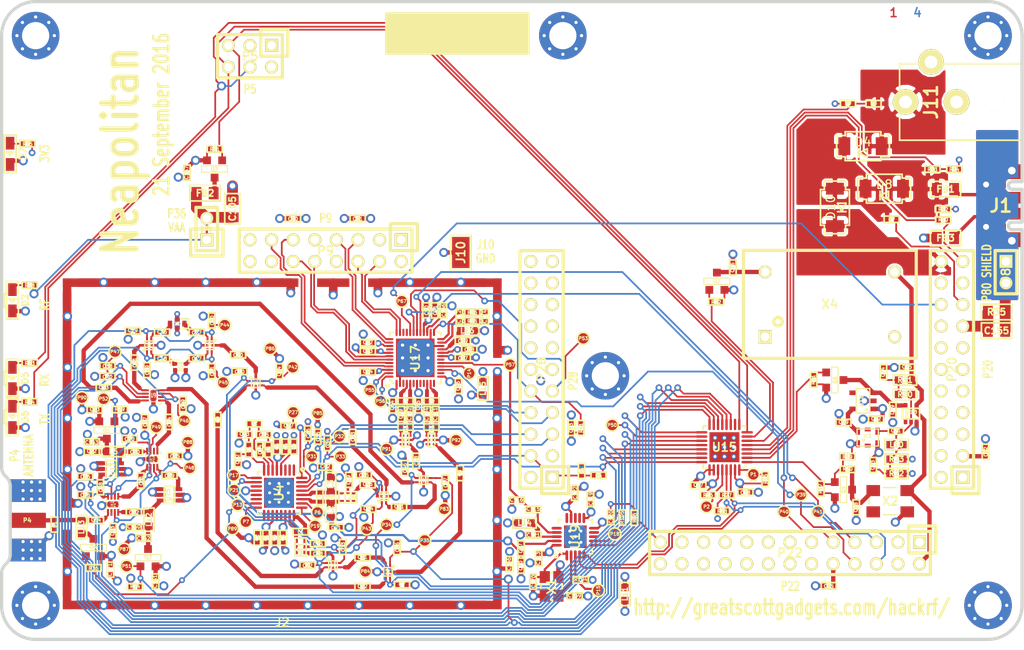
<source format=kicad_pcb>
(kicad_pcb (version 4) (host pcbnew "(2015-08-18 BZR 6102)-product")
  (title_block (date "19 may 2014"))
  (layers (0 C1F signal) (1 C2 signal hide) (2 C3 signal) (31 C4B signal) (34 B.Paste user) (35 F.Paste user) (36 B.SilkS user) (37 F.SilkS user) (38 B.Mask user) (39 F.Mask user) (44 Edge.Cuts user))
  (net 0 "")
  (net 1 !MIX_BYPASS)
  (net 2 !RX_AMP_PWR)
  (net 3 !TX_AMP_PWR)
  (net 4 !VAA_ENABLE)
  (net 5 /baseband/CLK5)
  (net 6 /baseband/CPOUT+)
  (net 7 /baseband/CPOUT-)
  (net 8 /baseband/INTR)
  (net 9 /baseband/OEB)
  (net 10 /baseband/RXBBI+)
  (net 11 /baseband/RXBBI-)
  (net 12 /baseband/RXBBQ+)
  (net 13 /baseband/RXBBQ-)
  (net 14 /baseband/TXBBI+)
  (net 15 /baseband/TXBBI-)
  (net 16 /baseband/TXBBQ+)
  (net 17 /baseband/TXBBQ-)
  (net 18 /baseband/XA)
  (net 19 /baseband/XB)
  (net 20 /baseband/XCVR_CLKOUT)
  (net 21 /baseband/XTAL2)
  (net 22 /frontend/!ANT_BIAS)
  (net 23 /frontend/REF_IN)
  (net 24 /frontend/RX_AMP_OUT)
  (net 25 /frontend/TX_AMP_IN)
  (net 26 /frontend/TX_AMP_OUT)
  (net 27 /mcu/usb/power/LED2)
  (net 28 /mcu/usb/power/LED3)
  (net 29 /mcu/usb/power/USB_SHIELD)
  (net 30 AMP_BYPASS)
  (net 31 CLK6)
  (net 32 CS_XCVR)
  (net 33 GND)
  (net 34 HP)
  (net 35 LP)
  (net 36 MIXER_ENX)
  (net 37 MIXER_RESETX)
  (net 38 MIXER_SCLK)
  (net 39 MIXER_SDATA)
  (net 40 MIX_BYPASS)
  (net 41 MIX_CLK)
  (net 42 RSSI)
  (net 43 RX)
  (net 44 RXENABLE)
  (net 45 RX_AMP)
  (net 46 RX_IF)
  (net 47 RX_MIX_BP)
  (net 48 TX)
  (net 49 TXENABLE)
  (net 50 TX_AMP)
  (net 51 TX_IF)
  (net 52 TX_MIX_BP)
  (net 53 VAA)
  (net 54 VCC)
  (net 55 XCVR_EN)
  (net 56 "Net-(C8-Pad2)")
  (net 57 "Net-(C9-Pad2)")
  (net 58 "Net-(C9-Pad1)")
  (net 59 "Net-(C12-Pad1)")
  (net 60 "Net-(C13-Pad1)")
  (net 61 "Net-(C14-Pad2)")
  (net 62 "Net-(C14-Pad1)")
  (net 63 "Net-(C15-Pad2)")
  (net 64 "Net-(C17-Pad2)")
  (net 65 "Net-(C17-Pad1)")
  (net 66 "Net-(C18-Pad2)")
  (net 67 "Net-(C18-Pad1)")
  (net 68 "Net-(C20-Pad2)")
  (net 69 "Net-(C20-Pad1)")
  (net 70 "Net-(C21-Pad2)")
  (net 71 "Net-(C21-Pad1)")
  (net 72 "Net-(C23-Pad2)")
  (net 73 "Net-(C23-Pad1)")
  (net 74 "Net-(C25-Pad1)")
  (net 75 "Net-(C26-Pad2)")
  (net 76 "Net-(C26-Pad1)")
  (net 77 "Net-(C27-Pad2)")
  (net 78 "Net-(C27-Pad1)")
  (net 79 "Net-(C28-Pad2)")
  (net 80 "Net-(C28-Pad1)")
  (net 81 "Net-(C31-Pad2)")
  (net 82 "Net-(C31-Pad1)")
  (net 83 "Net-(C32-Pad2)")
  (net 84 "Net-(C32-Pad1)")
  (net 85 "Net-(C43-Pad2)")
  (net 86 "Net-(C43-Pad1)")
  (net 87 "Net-(C44-Pad2)")
  (net 88 "Net-(C44-Pad1)")
  (net 89 "Net-(C46-Pad2)")
  (net 90 "Net-(C46-Pad1)")
  (net 91 "Net-(C48-Pad1)")
  (net 92 "Net-(C49-Pad2)")
  (net 93 "Net-(C50-Pad1)")
  (net 94 "Net-(C51-Pad2)")
  (net 95 "Net-(C51-Pad1)")
  (net 96 "Net-(C163-Pad2)")
  (net 97 "Net-(C58-Pad2)")
  (net 98 "Net-(C58-Pad1)")
  (net 99 "Net-(C59-Pad2)")
  (net 100 "Net-(C61-Pad2)")
  (net 101 "Net-(C61-Pad1)")
  (net 102 "Net-(C62-Pad2)")
  (net 103 "Net-(C64-Pad2)")
  (net 104 "Net-(C64-Pad1)")
  (net 105 "Net-(C99-Pad2)")
  (net 106 "Net-(C99-Pad1)")
  (net 107 "Net-(C102-Pad2)")
  (net 108 "Net-(C102-Pad1)")
  (net 109 "Net-(C104-Pad2)")
  (net 110 "Net-(C104-Pad1)")
  (net 111 "Net-(C105-Pad1)")
  (net 112 "Net-(C106-Pad1)")
  (net 113 "Net-(C111-Pad2)")
  (net 114 "Net-(C111-Pad1)")
  (net 115 "Net-(C114-Pad2)")
  (net 116 "Net-(C114-Pad1)")
  (net 117 "Net-(C160-Pad1)")
  (net 118 "Net-(D2-Pad2)")
  (net 119 "Net-(D5-Pad2)")
  (net 120 "Net-(D6-Pad2)")
  (net 121 "Net-(D7-Pad2)")
  (net 122 "Net-(FB1-Pad1)")
  (net 123 "Net-(FB2-Pad1)")
  (net 124 "Net-(FB3-Pad1)")
  (net 125 "Net-(L1-Pad2)")
  (net 126 "Net-(L1-Pad1)")
  (net 127 "Net-(L2-Pad1)")
  (net 128 "Net-(L3-Pad1)")
  (net 129 "Net-(L13-Pad1)")
  (net 130 "Net-(P6-Pad1)")
  (net 131 "Net-(P7-Pad1)")
  (net 132 "Net-(P17-Pad1)")
  (net 133 "Net-(P19-Pad1)")
  (net 134 "Net-(R4-Pad2)")
  (net 135 /mcu/usb/power/VBUSCTRL)
  (net 136 I2C1_SCL)
  (net 137 I2C1_SDA)
  (net 138 SSP0_MISO)
  (net 139 SSP0_SCK)
  (net 140 SSP0_MOSI)
  (net 141 /mcu/usb/power/VBUS)
  (net 142 /mcu/usb/power/VIN)
  (net 143 /mcu/usb/power/BARREL)
  (net 144 /mcu/usb/power/VBUS2)
  (net 145 /mcu/usb/power/!IO_INT)
  (net 146 /mcu/usb/power/!IO_RESET)
  (net 147 /mcu/usb/power/BARREL_SENSE)
  (net 148 /mcu/usb/power/VBUS_SENSE)
  (net 149 /mcu/usb/power/VBUS2_SENSE)
  (net 150 CLKIN)
  (net 151 "Net-(C68-Pad1)")
  (net 152 "Net-(C69-Pad1)")
  (net 153 "Net-(C71-Pad2)")
  (net 154 "Net-(C71-Pad1)")
  (net 155 "Net-(C73-Pad2)")
  (net 156 "Net-(C74-Pad2)")
  (net 157 "Net-(C76-Pad2)")
  (net 158 /mcu/usb/power/X2_ENABLE)
  (net 159 /mcu/usb/power/X3_ENABLE)
  (net 160 /mcu/usb/power/X4_ENABLE)
  (net 161 /mcu/usb/power/DIODE_TOWN)
  (net 162 "Net-(C1-Pad1)")
  (net 163 "Net-(C121-Pad2)")
  (net 164 "Net-(C88-Pad1)")
  (net 165 "Net-(C89-Pad1)")
  (net 166 "Net-(C79-Pad1)")
  (module hackrf:GSG-SHIELD-BMI-S-230 (layer C1F) (at 93 152)
    (fp_text reference J2 (at 0 21) (layer F.SilkS) (effects (font (size 1.016 1.016) (thickness 0.2032))))
    (fp_text value RF-SHIELD-FRAME hide)
    (pad 0 smd rect (at -23.875 18.95) (size 3.85 1) (layers C1F F.Mask) (net 33 GND))
    (pad 0 smd rect (at -18 18.95) (size 3.8 1) (layers C1F F.Mask) (net 33 GND))
    (pad 0 smd rect (at -12 18.95) (size 3.8 1) (layers C1F F.Mask) (net 33 GND))
    (pad 0 smd rect (at -6 18.95) (size 3.8 1) (layers C1F F.Mask) (net 33 GND))
    (pad 0 smd rect (at 0 18.95) (size 3.8 1) (layers C1F F.Mask) (net 33 GND))
    (pad 0 smd rect (at 6 18.95) (size 3.8 1) (layers C1F F.Mask) (net 33 GND))
    (pad 0 smd rect (at 12 18.95) (size 3.8 1) (layers C1F F.Mask) (net 33 GND))
    (pad 0 smd rect (at 18 18.95) (size 3.8 1) (layers C1F F.Mask) (net 33 GND))
    (pad 0 smd rect (at 23.875 18.95) (size 3.85 1) (layers C1F F.Mask) (net 33 GND))
    (pad 0 smd rect (at 25.3 17.775 90) (size 3.35 1) (layers C1F F.Mask) (net 33 GND))
    (pad 0 smd rect (at 25.3 12 90) (size 3.8 1) (layers C1F F.Mask) (net 33 GND))
    (pad 0 smd rect (at 25.3 6 90) (size 3.8 1) (layers C1F F.Mask) (net 33 GND))
    (pad 0 smd rect (at 25.3 0 90) (size 3.8 1) (layers C1F F.Mask) (net 33 GND))
    (pad 0 smd rect (at 25.3 -6 90) (size 3.8 1) (layers C1F F.Mask) (net 33 GND))
    (pad 0 smd rect (at 25.3 -12 90) (size 3.8 1) (layers C1F F.Mask) (net 33 GND))
    (pad 0 smd rect (at 25.3 -17.775 90) (size 3.35 1) (layers C1F F.Mask) (net 33 GND))
    (pad 0 smd rect (at 23.875 -18.95) (size 3.85 1) (layers C1F F.Mask) (net 33 GND))
    (pad 0 smd rect (at 18 -18.95) (size 3.8 1) (layers C1F F.Mask) (net 33 GND))
    (pad 0 smd rect (at 12 -18.95) (size 3.8 1) (layers C1F F.Mask) (net 33 GND))
    (pad 0 smd rect (at 6 -18.95) (size 3.8 1) (layers C1F F.Mask) (net 33 GND))
    (pad 0 smd rect (at 0 -18.95) (size 3.8 1) (layers C1F F.Mask) (net 33 GND))
    (pad 0 smd rect (at -6 -18.95) (size 3.8 1) (layers C1F F.Mask) (net 33 GND))
    (pad 0 smd rect (at -12 -18.95) (size 3.8 1) (layers C1F F.Mask) (net 33 GND))
    (pad 0 smd rect (at -18 -18.95) (size 3.8 1) (layers C1F F.Mask) (net 33 GND))
    (pad 0 smd rect (at -23.875 -18.95) (size 3.85 1) (layers C1F F.Mask) (net 33 GND))
    (pad 0 smd rect (at -25.3 -17.775 90) (size 3.35 1) (layers C1F F.Mask) (net 33 GND))
    (pad 0 smd rect (at -25.3 -12 90) (size 3.8 1) (layers C1F F.Mask) (net 33 GND))
    (pad 0 smd rect (at -25.3 -6 90) (size 3.8 1) (layers C1F F.Mask) (net 33 GND))
    (pad 0 smd rect (at -25.3 0 90) (size 3.8 1) (layers C1F F.Mask) (net 33 GND))
    (pad 0 smd rect (at -25.3 6 90) (size 3.8 1) (layers C1F F.Mask) (net 33 GND))
    (pad 0 smd rect (at -25.3 12 90) (size 3.8 1) (layers C1F F.Mask) (net 33 GND))
    (pad 0 smd rect (at -25.3 17.775 90) (size 3.35 1) (layers C1F F.Mask) (net 33 GND))
  )
  (module hackrf:GSG-HEADER-2x11 (layer C1F) (at 171.76 143.25 90)
    (fp_text reference P20 (at 0 0 90) (layer F.SilkS) (effects (font (size 1.016 1.016) (thickness 0.2032))))
    (fp_text value GPIO hide)
    (pad 1 thru_hole rect (at -12.7 1.27 90) (size 1.524 1.524) (drill 1.016) (layers *.Cu *.Mask F.SilkS))
    (pad 2 thru_hole circle (at -12.7 -1.27 90) (size 1.524 1.524) (drill 1.016) (layers *.Cu *.Mask F.SilkS))
    (pad 3 thru_hole circle (at -10.16 1.27 90) (size 1.524 1.524) (drill 1.016) (layers *.Cu *.Mask F.SilkS) (net 54 VCC))
    (pad 4 thru_hole circle (at -10.16 -1.27 90) (size 1.524 1.524) (drill 1.016) (layers *.Cu *.Mask F.SilkS))
    (pad 5 thru_hole circle (at -7.62 1.27 90) (size 1.524 1.524) (drill 1.016) (layers *.Cu *.Mask F.SilkS))
    (pad 6 thru_hole circle (at -7.62 -1.27 90) (size 1.524 1.524) (drill 1.016) (layers *.Cu *.Mask F.SilkS))
    (pad 7 thru_hole circle (at -5.08 1.27 90) (size 1.524 1.524) (drill 1.016) (layers *.Cu *.Mask F.SilkS))
    (pad 8 thru_hole circle (at -5.08 -1.27 90) (size 1.524 1.524) (drill 1.016) (layers *.Cu *.Mask F.SilkS))
    (pad 9 thru_hole circle (at -2.54 1.27 90) (size 1.524 1.524) (drill 1.016) (layers *.Cu *.Mask F.SilkS))
    (pad 10 thru_hole circle (at -2.54 -1.27 90) (size 1.524 1.524) (drill 1.016) (layers *.Cu *.Mask F.SilkS))
    (pad 11 thru_hole circle (at 0 1.27 90) (size 1.524 1.524) (drill 1.016) (layers *.Cu *.Mask F.SilkS))
    (pad 12 thru_hole circle (at 0 -1.27 90) (size 1.524 1.524) (drill 1.016) (layers *.Cu *.Mask F.SilkS))
    (pad 13 thru_hole circle (at 2.54 1.27 90) (size 1.524 1.524) (drill 1.016) (layers *.Cu *.Mask F.SilkS) (net 33 GND))
    (pad 14 thru_hole circle (at 2.54 -1.27 90) (size 1.524 1.524) (drill 1.016) (layers *.Cu *.Mask F.SilkS))
    (pad 15 thru_hole circle (at 5.08 1.27 90) (size 1.524 1.524) (drill 1.016) (layers *.Cu *.Mask F.SilkS) (net 33 GND))
    (pad 16 thru_hole circle (at 5.08 -1.27 90) (size 1.524 1.524) (drill 1.016) (layers *.Cu *.Mask F.SilkS))
    (pad 17 thru_hole circle (at 7.62 1.27 90) (size 1.524 1.524) (drill 1.016) (layers *.Cu *.Mask F.SilkS) (net 135 /mcu/usb/power/VBUSCTRL))
    (pad 18 thru_hole circle (at 7.62 -1.27 90) (size 1.524 1.524) (drill 1.016) (layers *.Cu *.Mask F.SilkS) (net 42 RSSI))
    (pad 19 thru_hole circle (at 10.16 1.27 90) (size 1.524 1.524) (drill 1.016) (layers *.Cu *.Mask F.SilkS) (net 33 GND))
    (pad 20 thru_hole circle (at 10.16 -1.27 90) (size 1.524 1.524) (drill 1.016) (layers *.Cu *.Mask F.SilkS))
    (pad 21 thru_hole circle (at 12.7 1.27 90) (size 1.524 1.524) (drill 1.016) (layers *.Cu *.Mask F.SilkS) (net 141 /mcu/usb/power/VBUS))
    (pad 22 thru_hole circle (at 12.7 -1.27 90) (size 1.524 1.524) (drill 1.016) (layers *.Cu *.Mask F.SilkS) (net 142 /mcu/usb/power/VIN))
  )
  (module gsg-modules:SOD128 (layer C1F) (at 163.8 122)
    (fp_text reference D8 (at 0 -0.5) (layer F.SilkS))
    (fp_text value VBUS2_DIODE hide)
    (pad 1 smd rect (at -2.2 0 180) (size 1.4 2.1) (layers C1F F.Paste F.Mask) (net 161 /mcu/usb/power/DIODE_TOWN))
    (pad 2 smd rect (at 2.2 0 180) (size 1.4 2.1) (layers C1F F.Paste F.Mask) (net 144 /mcu/usb/power/VBUS2))
  )
  (module hackrf:GSG-HEADER-2x11 (layer C1F) (at 123.5 143.25 90)
    (fp_text reference P28 (at 0 0 90) (layer F.SilkS) (effects (font (size 1.016 1.016) (thickness 0.2032))))
    (fp_text value SD hide)
    (pad 1 thru_hole rect (at -12.7 1.27 90) (size 1.524 1.524) (drill 1.016) (layers *.Cu *.Mask F.SilkS) (net 54 VCC))
    (pad 2 thru_hole circle (at -12.7 -1.27 90) (size 1.524 1.524) (drill 1.016) (layers *.Cu *.Mask F.SilkS) (net 33 GND))
    (pad 3 thru_hole circle (at -10.16 1.27 90) (size 1.524 1.524) (drill 1.016) (layers *.Cu *.Mask F.SilkS))
    (pad 4 thru_hole circle (at -10.16 -1.27 90) (size 1.524 1.524) (drill 1.016) (layers *.Cu *.Mask F.SilkS) (net 36 MIXER_ENX))
    (pad 5 thru_hole circle (at -7.62 1.27 90) (size 1.524 1.524) (drill 1.016) (layers *.Cu *.Mask F.SilkS) (net 38 MIXER_SCLK))
    (pad 6 thru_hole circle (at -7.62 -1.27 90) (size 1.524 1.524) (drill 1.016) (layers *.Cu *.Mask F.SilkS) (net 39 MIXER_SDATA))
    (pad 7 thru_hole circle (at -5.08 1.27 90) (size 1.524 1.524) (drill 1.016) (layers *.Cu *.Mask F.SilkS) (net 49 TXENABLE))
    (pad 8 thru_hole circle (at -5.08 -1.27 90) (size 1.524 1.524) (drill 1.016) (layers *.Cu *.Mask F.SilkS) (net 44 RXENABLE))
    (pad 9 thru_hole circle (at -2.54 1.27 90) (size 1.524 1.524) (drill 1.016) (layers *.Cu *.Mask F.SilkS) (net 32 CS_XCVR))
    (pad 10 thru_hole circle (at -2.54 -1.27 90) (size 1.524 1.524) (drill 1.016) (layers *.Cu *.Mask F.SilkS) (net 55 XCVR_EN))
    (pad 11 thru_hole circle (at 0 1.27 90) (size 1.524 1.524) (drill 1.016) (layers *.Cu *.Mask F.SilkS))
    (pad 12 thru_hole circle (at 0 -1.27 90) (size 1.524 1.524) (drill 1.016) (layers *.Cu *.Mask F.SilkS) (net 33 GND))
    (pad 13 thru_hole circle (at 2.54 1.27 90) (size 1.524 1.524) (drill 1.016) (layers *.Cu *.Mask F.SilkS))
    (pad 14 thru_hole circle (at 2.54 -1.27 90) (size 1.524 1.524) (drill 1.016) (layers *.Cu *.Mask F.SilkS))
    (pad 15 thru_hole circle (at 5.08 1.27 90) (size 1.524 1.524) (drill 1.016) (layers *.Cu *.Mask F.SilkS))
    (pad 16 thru_hole circle (at 5.08 -1.27 90) (size 1.524 1.524) (drill 1.016) (layers *.Cu *.Mask F.SilkS))
    (pad 17 thru_hole circle (at 7.62 1.27 90) (size 1.524 1.524) (drill 1.016) (layers *.Cu *.Mask F.SilkS))
    (pad 18 thru_hole circle (at 7.62 -1.27 90) (size 1.524 1.524) (drill 1.016) (layers *.Cu *.Mask F.SilkS))
    (pad 19 thru_hole circle (at 10.16 1.27 90) (size 1.524 1.524) (drill 1.016) (layers *.Cu *.Mask F.SilkS))
    (pad 20 thru_hole circle (at 10.16 -1.27 90) (size 1.524 1.524) (drill 1.016) (layers *.Cu *.Mask F.SilkS))
    (pad 21 thru_hole circle (at 12.7 1.27 90) (size 1.524 1.524) (drill 1.016) (layers *.Cu *.Mask F.SilkS))
    (pad 22 thru_hole circle (at 12.7 -1.27 90) (size 1.524 1.524) (drill 1.016) (layers *.Cu *.Mask F.SilkS))
  )
  (module hackrf:GSG-QFN20-4 (layer C1F) (at 127.4692 162.926 90)
    (fp_text reference U19 (at 0 0 90) (layer F.SilkS) (effects (font (size 1.00076 1.00076) (thickness 0.2032))))
    (fp_text value SI5351C hide)
    (pad 1 smd oval (at -2.2 -1 90) (size 1.2 0.32) (layers C1F F.Paste F.Mask) (net 18 /baseband/XA))
    (pad 2 smd oval (at -2.2 -0.5 90) (size 1.2 0.32) (layers C1F F.Paste F.Mask) (net 19 /baseband/XB))
    (pad 3 smd oval (at -2.2 0 90) (size 1.2 0.32) (layers C1F F.Paste F.Mask) (net 8 /baseband/INTR))
    (pad 4 smd oval (at -2.2 0.5 90) (size 1.2 0.32) (layers C1F F.Paste F.Mask) (net 136 I2C1_SCL))
    (pad 5 smd oval (at -2.2 1 90) (size 1.2 0.32) (layers C1F F.Paste F.Mask) (net 137 I2C1_SDA))
    (pad 6 smd oval (at -1 2.2 180) (size 1.2 0.32) (layers C1F F.Paste F.Mask) (net 31 CLK6))
    (pad 7 smd oval (at -0.5 2.2 180) (size 1.2 0.32) (layers C1F F.Paste F.Mask) (net 9 /baseband/OEB))
    (pad 8 smd oval (at 0 2.2 180) (size 1.2 0.32) (layers C1F F.Paste F.Mask))
    (pad 9 smd oval (at 0.5 2.2 180) (size 1.2 0.32) (layers C1F F.Paste F.Mask))
    (pad 10 smd oval (at 1 2.2 180) (size 1.2 0.32) (layers C1F F.Paste F.Mask) (net 54 VCC))
    (pad 11 smd oval (at 2.2 1 90) (size 1.2 0.32) (layers C1F F.Paste F.Mask) (net 54 VCC))
    (pad 12 smd oval (at 2.2 0.5 90) (size 1.2 0.32) (layers C1F F.Paste F.Mask))
    (pad 13 smd oval (at 2.2 0 90) (size 1.2 0.32) (layers C1F F.Paste F.Mask))
    (pad 14 smd oval (at 2.2 -0.5 90) (size 1.2 0.32) (layers C1F F.Paste F.Mask) (net 54 VCC))
    (pad 15 smd oval (at 2.2 -1 90) (size 1.2 0.32) (layers C1F F.Paste F.Mask))
    (pad 16 smd oval (at 1 -2.2 180) (size 1.2 0.32) (layers C1F F.Paste F.Mask))
    (pad 17 smd oval (at 0.5 -2.2 180) (size 1.2 0.32) (layers C1F F.Paste F.Mask) (net 5 /baseband/CLK5))
    (pad 18 smd oval (at 0 -2.2 180) (size 1.2 0.32) (layers C1F F.Paste F.Mask) (net 163 "Net-(C121-Pad2)"))
    (pad 19 smd oval (at -0.5 -2.2 180) (size 1.2 0.32) (layers C1F F.Paste F.Mask) (net 41 MIX_CLK))
    (pad 20 smd oval (at -1 -2.2 180) (size 1.2 0.32) (layers C1F F.Paste F.Mask) (net 54 VCC))
    (pad 0 smd rect (at 0 0 90) (size 2.65 2.65) (layers C1F F.Mask) (net 33 GND))
    (pad 0 thru_hole circle (at 0 0 90) (size 0.6 0.6) (drill 0.35) (layers *.Cu B.Mask) (net 33 GND))
    (pad 0 thru_hole circle (at -0.66 -0.66 90) (size 0.6 0.6) (drill 0.35) (layers *.Cu B.Mask) (net 33 GND))
    (pad 0 thru_hole circle (at 0.66 -0.66 90) (size 0.6 0.6) (drill 0.35) (layers *.Cu B.Mask) (net 33 GND))
    (pad 0 thru_hole circle (at 0.66 0.66 90) (size 0.6 0.6) (drill 0.35) (layers *.Cu B.Mask) (net 33 GND))
    (pad 0 thru_hole circle (at -0.66 0.66 90) (size 0.6 0.6) (drill 0.35) (layers *.Cu B.Mask) (net 33 GND))
    (pad 0 smd rect (at -0.66 -0.66 90) (size 1.32 1.32) (layers C1F F.Paste) (net 33 GND))
    (pad 0 smd rect (at 0.66 -0.66 90) (size 1.32 1.32) (layers C1F F.Paste) (net 33 GND))
    (pad 0 smd rect (at -0.66 0.66 90) (size 1.32 1.32) (layers C1F F.Paste) (net 33 GND))
    (pad 0 smd rect (at 0.66 0.66 90) (size 1.32 1.32) (layers C1F F.Paste) (net 33 GND))
  )
  (module gsg-modules:LTST-S220 (layer C1F) (at 61 117.9 270)
    (fp_text reference D7 (at 0 -1.5 270) (layer F.SilkS) (effects (font (size 0.762 0.762) (thickness 0.1905))))
    (fp_text value VCCLED hide)
    (pad 1 smd rect (at 1.25 0 270) (size 1.5 1) (layers C1F F.Paste F.Mask) (net 33 GND) (clearance 0.1778))
    (pad 2 smd rect (at -1.25 0 270) (size 1.5 1) (layers C1F F.Paste F.Mask) (net 121 "Net-(D7-Pad2)") (clearance 0.1778))
  )
  (module gsg-modules:LTST-S220 (layer C1F) (at 61.27 135.122 270)
    (fp_text reference D2 (at 0 -1.5 270) (layer F.SilkS) (effects (font (size 0.762 0.762) (thickness 0.1905))))
    (fp_text value VAALED hide)
    (pad 1 smd rect (at 1.25 0 270) (size 1.5 1) (layers C1F F.Paste F.Mask) (net 33 GND) (clearance 0.1778))
    (pad 2 smd rect (at -1.25 0 270) (size 1.5 1) (layers C1F F.Paste F.Mask) (net 118 "Net-(D2-Pad2)") (clearance 0.1778))
  )
  (module gsg-modules:LTST-S220 (layer C1F) (at 61.27 144.266 270)
    (fp_text reference D5 (at 0 -1.5 270) (layer F.SilkS) (effects (font (size 0.762 0.762) (thickness 0.1905))))
    (fp_text value RXLED hide)
    (pad 1 smd rect (at 1.25 0 270) (size 1.5 1) (layers C1F F.Paste F.Mask) (net 33 GND) (clearance 0.1778))
    (pad 2 smd rect (at -1.25 0 270) (size 1.5 1) (layers C1F F.Paste F.Mask) (net 119 "Net-(D5-Pad2)") (clearance 0.1778))
  )
  (module gsg-modules:LTST-S220 (layer C1F) (at 61.27 148.838 270)
    (fp_text reference D6 (at 0 -1.5 270) (layer F.SilkS) (effects (font (size 0.762 0.762) (thickness 0.1905))))
    (fp_text value TXLED hide)
    (pad 1 smd rect (at 1.25 0 270) (size 1.5 1) (layers C1F F.Paste F.Mask) (net 33 GND) (clearance 0.1778))
    (pad 2 smd rect (at -1.25 0 270) (size 1.5 1) (layers C1F F.Paste F.Mask) (net 120 "Net-(D6-Pad2)") (clearance 0.1778))
  )
  (module hackrf:GSG-0402 (layer C1F) (at 91.0964 163.0468 270)
    (fp_text reference C1 (at 0 0.0508 270) (layer F.SilkS) (effects (font (size 0.4064 0.4064) (thickness 0.1016))))
    (fp_text value 33pF hide)
    (pad 2 smd rect (at 0.5334 0 270) (size 0.508 0.5588) (layers C1F F.Paste F.Mask) (net 33 GND))
    (pad 1 smd rect (at -0.5334 0 270) (size 0.508 0.5588) (layers C1F F.Paste F.Mask) (net 162 "Net-(C1-Pad1)"))
  )
  (module hackrf:GSG-0402 (layer C1F) (at 90.0804 163.0468 270)
    (fp_text reference C2 (at 0 0.0508 270) (layer F.SilkS) (effects (font (size 0.4064 0.4064) (thickness 0.1016))))
    (fp_text value 10nF hide)
    (pad 2 smd rect (at 0.5334 0 270) (size 0.508 0.5588) (layers C1F F.Paste F.Mask) (net 33 GND))
    (pad 1 smd rect (at -0.5334 0 270) (size 0.508 0.5588) (layers C1F F.Paste F.Mask) (net 162 "Net-(C1-Pad1)"))
  )
  (module hackrf:GSG-0402 (layer C1F) (at 93.1284 163.0468 270)
    (fp_text reference C3 (at 0 0.0508 270) (layer F.SilkS) (effects (font (size 0.4064 0.4064) (thickness 0.1016))))
    (fp_text value 33pF hide)
    (pad 2 smd rect (at 0.5334 0 270) (size 0.508 0.5588) (layers C1F F.Paste F.Mask) (net 33 GND))
    (pad 1 smd rect (at -0.5334 0 270) (size 0.508 0.5588) (layers C1F F.Paste F.Mask) (net 53 VAA))
  )
  (module hackrf:GSG-0402 (layer C1F) (at 92.1124 163.0468 270)
    (fp_text reference C4 (at 0 0.0508 270) (layer F.SilkS) (effects (font (size 0.4064 0.4064) (thickness 0.1016))))
    (fp_text value 10nF hide)
    (pad 2 smd rect (at 0.5334 0 270) (size 0.508 0.5588) (layers C1F F.Paste F.Mask) (net 33 GND))
    (pad 1 smd rect (at -0.5334 0 270) (size 0.508 0.5588) (layers C1F F.Paste F.Mask) (net 53 VAA))
  )
  (module hackrf:GSG-0402 (layer C1F) (at 92.341 152.328 90)
    (fp_text reference C5 (at 0 0.0508 90) (layer F.SilkS) (effects (font (size 0.4064 0.4064) (thickness 0.1016))))
    (fp_text value 33pF hide)
    (pad 2 smd rect (at 0.5334 0 90) (size 0.508 0.5588) (layers C1F F.Paste F.Mask) (net 33 GND))
    (pad 1 smd rect (at -0.5334 0 90) (size 0.508 0.5588) (layers C1F F.Paste F.Mask) (net 53 VAA))
  )
  (module hackrf:GSG-0402 (layer C1F) (at 93.357 152.328 90)
    (fp_text reference C6 (at 0 0.0508 90) (layer F.SilkS) (effects (font (size 0.4064 0.4064) (thickness 0.1016))))
    (fp_text value 10nF hide)
    (pad 2 smd rect (at 0.5334 0 90) (size 0.508 0.5588) (layers C1F F.Paste F.Mask) (net 33 GND))
    (pad 1 smd rect (at -0.5334 0 90) (size 0.508 0.5588) (layers C1F F.Paste F.Mask) (net 53 VAA))
  )
  (module hackrf:GSG-0402 (layer C1F) (at 107.084 168.5762 180)
    (fp_text reference C7 (at 0 0.0508 180) (layer F.SilkS) (effects (font (size 0.4064 0.4064) (thickness 0.1016))))
    (fp_text value 33pF hide)
    (pad 2 smd rect (at 0.5334 0 180) (size 0.508 0.5588) (layers C1F F.Paste F.Mask) (net 40 MIX_BYPASS))
    (pad 1 smd rect (at -0.5334 0 180) (size 0.508 0.5588) (layers C1F F.Paste F.Mask) (net 33 GND))
  )
  (module hackrf:GSG-0402 (layer C1F) (at 113.919 155.448 270)
    (fp_text reference C8 (at 0 0.0508 270) (layer F.SilkS) (effects (font (size 0.4064 0.4064) (thickness 0.1016))))
    (fp_text value 22pF hide)
    (pad 2 smd rect (at 0.5334 0 270) (size 0.508 0.5588) (layers C1F F.Paste F.Mask) (net 56 "Net-(C8-Pad2)"))
    (pad 1 smd rect (at -0.5334 0 270) (size 0.508 0.5588) (layers C1F F.Paste F.Mask) (net 51 TX_IF))
  )
  (module hackrf:GSG-0402 (layer C1F) (at 85.4 149.1682 90)
    (fp_text reference C9 (at 0 0.0508 90) (layer F.SilkS) (effects (font (size 0.4064 0.4064) (thickness 0.1016))))
    (fp_text value 100nF hide)
    (pad 2 smd rect (at 0.5334 0 90) (size 0.508 0.5588) (layers C1F F.Paste F.Mask) (net 57 "Net-(C9-Pad2)"))
    (pad 1 smd rect (at -0.5334 0 90) (size 0.508 0.5588) (layers C1F F.Paste F.Mask) (net 58 "Net-(C9-Pad1)"))
  )
  (module hackrf:GSG-0402 (layer C1F) (at 87.9808 143.4816)
    (fp_text reference C10 (at 0 0.0508) (layer F.SilkS) (effects (font (size 0.4064 0.4064) (thickness 0.1016))))
    (fp_text value 33pF hide)
    (pad 2 smd rect (at 0.5334 0) (size 0.508 0.5588) (layers C1F F.Paste F.Mask) (net 43 RX))
    (pad 1 smd rect (at -0.5334 0) (size 0.508 0.5588) (layers C1F F.Paste F.Mask) (net 33 GND))
  )
  (module hackrf:GSG-0402 (layer C1F) (at 84.7138 143.4622 90)
    (fp_text reference C11 (at 0 0.0508 90) (layer F.SilkS) (effects (font (size 0.4064 0.4064) (thickness 0.1016))))
    (fp_text value 33pF hide)
    (pad 2 smd rect (at 0.5334 0 90) (size 0.508 0.5588) (layers C1F F.Paste F.Mask) (net 35 LP))
    (pad 1 smd rect (at -0.5334 0 90) (size 0.508 0.5588) (layers C1F F.Paste F.Mask) (net 33 GND))
  )
  (module hackrf:GSG-0402 (layer C1F) (at 87.7944 153.8266 270)
    (fp_text reference C12 (at 0 0.0508 270) (layer F.SilkS) (effects (font (size 0.4064 0.4064) (thickness 0.1016))))
    (fp_text value 330pF hide)
    (pad 2 smd rect (at 0.5334 0 270) (size 0.508 0.5588) (layers C1F F.Paste F.Mask) (net 33 GND))
    (pad 1 smd rect (at -0.5334 0 270) (size 0.508 0.5588) (layers C1F F.Paste F.Mask) (net 59 "Net-(C12-Pad1)"))
  )
  (module hackrf:GSG-0402 (layer C1F) (at 88.5564 150.9056 180)
    (fp_text reference C13 (at 0 0.0508 180) (layer F.SilkS) (effects (font (size 0.4064 0.4064) (thickness 0.1016))))
    (fp_text value 330pF hide)
    (pad 2 smd rect (at 0.5334 0 180) (size 0.508 0.5588) (layers C1F F.Paste F.Mask) (net 33 GND))
    (pad 1 smd rect (at -0.5334 0 180) (size 0.508 0.5588) (layers C1F F.Paste F.Mask) (net 60 "Net-(C13-Pad1)"))
  )
  (module hackrf:GSG-0402 (layer C1F) (at 90.3344 152.6836 90)
    (fp_text reference C14 (at 0 0.0508 90) (layer F.SilkS) (effects (font (size 0.4064 0.4064) (thickness 0.1016))))
    (fp_text value 8p2 hide)
    (pad 2 smd rect (at 0.5334 0 90) (size 0.508 0.5588) (layers C1F F.Paste F.Mask) (net 61 "Net-(C14-Pad2)"))
    (pad 1 smd rect (at -0.5334 0 90) (size 0.508 0.5588) (layers C1F F.Paste F.Mask) (net 62 "Net-(C14-Pad1)"))
  )
  (module hackrf:GSG-0402 (layer C1F) (at 90.8424 150.9056)
    (fp_text reference C15 (at 0 0.0508) (layer F.SilkS) (effects (font (size 0.4064 0.4064) (thickness 0.1016))))
    (fp_text value 180pF hide)
    (pad 2 smd rect (at 0.5334 0) (size 0.508 0.5588) (layers C1F F.Paste F.Mask) (net 63 "Net-(C15-Pad2)"))
    (pad 1 smd rect (at -0.5334 0) (size 0.508 0.5588) (layers C1F F.Paste F.Mask) (net 62 "Net-(C14-Pad1)"))
  )
  (module hackrf:GSG-0402 (layer C1F) (at 106.4998 164.1566 90)
    (fp_text reference C16 (at 0 0.0508 90) (layer F.SilkS) (effects (font (size 0.4064 0.4064) (thickness 0.1016))))
    (fp_text value 33pF hide)
    (pad 2 smd rect (at 0.5334 0 90) (size 0.508 0.5588) (layers C1F F.Paste F.Mask) (net 33 GND))
    (pad 1 smd rect (at -0.5334 0 90) (size 0.508 0.5588) (layers C1F F.Paste F.Mask) (net 1 !MIX_BYPASS))
  )
  (module hackrf:GSG-0402 (layer C1F) (at 82.9358 141.9382)
    (fp_text reference C17 (at 0 0.0508) (layer F.SilkS) (effects (font (size 0.4064 0.4064) (thickness 0.1016))))
    (fp_text value 100nF hide)
    (pad 2 smd rect (at 0.5334 0) (size 0.508 0.5588) (layers C1F F.Paste F.Mask) (net 64 "Net-(C17-Pad2)"))
    (pad 1 smd rect (at -0.5334 0) (size 0.508 0.5588) (layers C1F F.Paste F.Mask) (net 65 "Net-(C17-Pad1)"))
  )
  (module hackrf:GSG-0402 (layer C1F) (at 78.8718 141.9382)
    (fp_text reference C18 (at 0 0.0508) (layer F.SilkS) (effects (font (size 0.4064 0.4064) (thickness 0.1016))))
    (fp_text value 100nF hide)
    (pad 2 smd rect (at 0.5334 0) (size 0.508 0.5588) (layers C1F F.Paste F.Mask) (net 66 "Net-(C18-Pad2)"))
    (pad 1 smd rect (at -0.5334 0) (size 0.508 0.5588) (layers C1F F.Paste F.Mask) (net 67 "Net-(C18-Pad1)"))
  )
  (module hackrf:GSG-0402 (layer C1F) (at 77.0938 143.3352 90)
    (fp_text reference C19 (at 0 0.0508 90) (layer F.SilkS) (effects (font (size 0.4064 0.4064) (thickness 0.1016))))
    (fp_text value 33pF hide)
    (pad 2 smd rect (at 0.5334 0 90) (size 0.508 0.5588) (layers C1F F.Paste F.Mask) (net 35 LP))
    (pad 1 smd rect (at -0.5334 0 90) (size 0.508 0.5588) (layers C1F F.Paste F.Mask) (net 33 GND))
  )
  (module hackrf:GSG-0402 (layer C1F) (at 87.8078 141.5288)
    (fp_text reference C20 (at 0 0.0508) (layer F.SilkS) (effects (font (size 0.4064 0.4064) (thickness 0.1016))))
    (fp_text value 100nF hide)
    (pad 2 smd rect (at 0.5334 0) (size 0.508 0.5588) (layers C1F F.Paste F.Mask) (net 68 "Net-(C20-Pad2)"))
    (pad 1 smd rect (at -0.5334 0) (size 0.508 0.5588) (layers C1F F.Paste F.Mask) (net 69 "Net-(C20-Pad1)"))
  )
  (module hackrf:GSG-0402 (layer C1F) (at 102.4382 165.3794 180)
    (fp_text reference C21 (at 0 0.0508 180) (layer F.SilkS) (effects (font (size 0.4064 0.4064) (thickness 0.1016))))
    (fp_text value 22pF hide)
    (pad 2 smd rect (at 0.5334 0 180) (size 0.508 0.5588) (layers C1F F.Paste F.Mask) (net 70 "Net-(C21-Pad2)"))
    (pad 1 smd rect (at -0.5334 0 180) (size 0.508 0.5588) (layers C1F F.Paste F.Mask) (net 71 "Net-(C21-Pad1)"))
  )
  (module hackrf:GSG-0402 (layer C1F) (at 95.9732 166.2726)
    (fp_text reference C22 (at 0 0.0508) (layer F.SilkS) (effects (font (size 0.4064 0.4064) (thickness 0.1016))))
    (fp_text value 33pF hide)
    (pad 2 smd rect (at 0.5334 0) (size 0.508 0.5588) (layers C1F F.Paste F.Mask) (net 43 RX))
    (pad 1 smd rect (at -0.5334 0) (size 0.508 0.5588) (layers C1F F.Paste F.Mask) (net 33 GND))
  )
  (module hackrf:GSG-0402 (layer C1F) (at 101.2698 151.1808 90)
    (fp_text reference C23 (at 0 0.0508 90) (layer F.SilkS) (effects (font (size 0.4064 0.4064) (thickness 0.1016))))
    (fp_text value 100nF hide)
    (pad 2 smd rect (at 0.5334 0 90) (size 0.508 0.5588) (layers C1F F.Paste F.Mask) (net 72 "Net-(C23-Pad2)"))
    (pad 1 smd rect (at -0.5334 0 90) (size 0.508 0.5588) (layers C1F F.Paste F.Mask) (net 73 "Net-(C23-Pad1)"))
  )
  (module hackrf:GSG-0402 (layer C1F) (at 92.6798 143.4816 270)
    (fp_text reference C24 (at 0 0.0508 270) (layer F.SilkS) (effects (font (size 0.4064 0.4064) (thickness 0.1016))))
    (fp_text value 33pF hide)
    (pad 2 smd rect (at 0.5334 0 270) (size 0.508 0.5588) (layers C1F F.Paste F.Mask) (net 48 TX))
    (pad 1 smd rect (at -0.5334 0 270) (size 0.508 0.5588) (layers C1F F.Paste F.Mask) (net 33 GND))
  )
  (module hackrf:GSG-0402 (layer C1F) (at 97.1924 163.7326)
    (fp_text reference C25 (at 0 0.0508) (layer F.SilkS) (effects (font (size 0.4064 0.4064) (thickness 0.1016))))
    (fp_text value 100nF hide)
    (pad 2 smd rect (at 0.5334 0) (size 0.508 0.5588) (layers C1F F.Paste F.Mask) (net 33 GND))
    (pad 1 smd rect (at -0.5334 0) (size 0.508 0.5588) (layers C1F F.Paste F.Mask) (net 74 "Net-(C25-Pad1)"))
  )
  (module hackrf:GSG-0402 (layer C1F) (at 78.8718 138.8902 180)
    (fp_text reference C26 (at 0 0.0508 180) (layer F.SilkS) (effects (font (size 0.4064 0.4064) (thickness 0.1016))))
    (fp_text value 47pF hide)
    (pad 2 smd rect (at 0.5334 0 180) (size 0.508 0.5588) (layers C1F F.Paste F.Mask) (net 75 "Net-(C26-Pad2)"))
    (pad 1 smd rect (at -0.5334 0 180) (size 0.508 0.5588) (layers C1F F.Paste F.Mask) (net 76 "Net-(C26-Pad1)"))
  )
  (module hackrf:GSG-0402 (layer C1F) (at 82.9358 138.8902)
    (fp_text reference C27 (at 0 0.0508) (layer F.SilkS) (effects (font (size 0.4064 0.4064) (thickness 0.1016))))
    (fp_text value 47pF hide)
    (pad 2 smd rect (at 0.5334 0) (size 0.508 0.5588) (layers C1F F.Paste F.Mask) (net 77 "Net-(C27-Pad2)"))
    (pad 1 smd rect (at -0.5334 0) (size 0.508 0.5588) (layers C1F F.Paste F.Mask) (net 78 "Net-(C27-Pad1)"))
  )
  (module hackrf:GSG-0402 (layer C1F) (at 97.1924 164.8756)
    (fp_text reference C28 (at 0 0.0508) (layer F.SilkS) (effects (font (size 0.4064 0.4064) (thickness 0.1016))))
    (fp_text value 100nF hide)
    (pad 2 smd rect (at 0.5334 0) (size 0.508 0.5588) (layers C1F F.Paste F.Mask) (net 79 "Net-(C28-Pad2)"))
    (pad 1 smd rect (at -0.5334 0) (size 0.508 0.5588) (layers C1F F.Paste F.Mask) (net 80 "Net-(C28-Pad1)"))
  )
  (module hackrf:GSG-0402 (layer C1F) (at 75.4174 138.7124 180)
    (fp_text reference C29 (at 0 0.0508 180) (layer F.SilkS) (effects (font (size 0.4064 0.4064) (thickness 0.1016))))
    (fp_text value 33pF hide)
    (pad 2 smd rect (at 0.5334 0 180) (size 0.508 0.5588) (layers C1F F.Paste F.Mask) (net 33 GND))
    (pad 1 smd rect (at -0.5334 0 180) (size 0.508 0.5588) (layers C1F F.Paste F.Mask) (net 34 HP))
  )
  (module hackrf:GSG-0402 (layer C1F) (at 84.7138 137.4932 90)
    (fp_text reference C30 (at 0 0.0508 90) (layer F.SilkS) (effects (font (size 0.4064 0.4064) (thickness 0.1016))))
    (fp_text value 33pF hide)
    (pad 2 smd rect (at 0.5334 0 90) (size 0.508 0.5588) (layers C1F F.Paste F.Mask) (net 33 GND))
    (pad 1 smd rect (at -0.5334 0 90) (size 0.508 0.5588) (layers C1F F.Paste F.Mask) (net 34 HP))
  )
  (module hackrf:GSG-0402 (layer C1F) (at 75.5952 142.4462 90)
    (fp_text reference C31 (at 0 0.0508 90) (layer F.SilkS) (effects (font (size 0.4064 0.4064) (thickness 0.1016))))
    (fp_text value 100nF hide)
    (pad 2 smd rect (at 0.5334 0 90) (size 0.508 0.5588) (layers C1F F.Paste F.Mask) (net 81 "Net-(C31-Pad2)"))
    (pad 1 smd rect (at -0.5334 0 90) (size 0.508 0.5588) (layers C1F F.Paste F.Mask) (net 82 "Net-(C31-Pad1)"))
  )
  (module hackrf:GSG-0402 (layer C1F) (at 102.4382 168.8084 180)
    (fp_text reference C32 (at 0 0.0508 180) (layer F.SilkS) (effects (font (size 0.4064 0.4064) (thickness 0.1016))))
    (fp_text value 22pF hide)
    (pad 2 smd rect (at 0.5334 0 180) (size 0.508 0.5588) (layers C1F F.Paste F.Mask) (net 83 "Net-(C32-Pad2)"))
    (pad 1 smd rect (at -0.5334 0 180) (size 0.508 0.5588) (layers C1F F.Paste F.Mask) (net 84 "Net-(C32-Pad1)"))
  )
  (module hackrf:GSG-0402 (layer C1F) (at 100.1134 164.139 90)
    (fp_text reference C33 (at 0 0.0508 90) (layer F.SilkS) (effects (font (size 0.4064 0.4064) (thickness 0.1016))))
    (fp_text value 33pF hide)
    (pad 2 smd rect (at 0.5334 0 90) (size 0.508 0.5588) (layers C1F F.Paste F.Mask) (net 33 GND))
    (pad 1 smd rect (at -0.5334 0 90) (size 0.508 0.5588) (layers C1F F.Paste F.Mask) (net 48 TX))
  )
  (module hackrf:GSG-0402 (layer C1F) (at 98.31 151.9216 90)
    (fp_text reference C34 (at 0 0.0508 90) (layer F.SilkS) (effects (font (size 0.4064 0.4064) (thickness 0.1016))))
    (fp_text value 33pF hide)
    (pad 2 smd rect (at 0.5334 0 90) (size 0.508 0.5588) (layers C1F F.Paste F.Mask) (net 33 GND))
    (pad 1 smd rect (at -0.5334 0 90) (size 0.508 0.5588) (layers C1F F.Paste F.Mask) (net 37 MIXER_RESETX))
  )
  (module hackrf:GSG-0402 (layer C1F) (at 97.167 151.1596 90)
    (fp_text reference C35 (at 0 0.0508 90) (layer F.SilkS) (effects (font (size 0.4064 0.4064) (thickness 0.1016))))
    (fp_text value 33pF hide)
    (pad 2 smd rect (at 0.5334 0 90) (size 0.508 0.5588) (layers C1F F.Paste F.Mask) (net 33 GND))
    (pad 1 smd rect (at -0.5334 0 90) (size 0.508 0.5588) (layers C1F F.Paste F.Mask) (net 36 MIXER_ENX))
  )
  (module hackrf:GSG-0402 (layer C1F) (at 96.024 150.7786 90)
    (fp_text reference C36 (at 0 0.0508 90) (layer F.SilkS) (effects (font (size 0.4064 0.4064) (thickness 0.1016))))
    (fp_text value 33pF hide)
    (pad 2 smd rect (at 0.5334 0 90) (size 0.508 0.5588) (layers C1F F.Paste F.Mask) (net 33 GND))
    (pad 1 smd rect (at -0.5334 0 90) (size 0.508 0.5588) (layers C1F F.Paste F.Mask) (net 38 MIXER_SCLK))
  )
  (module hackrf:GSG-0402 (layer C1F) (at 93.738 149.915 180)
    (fp_text reference C37 (at 0 0.0508 180) (layer F.SilkS) (effects (font (size 0.4064 0.4064) (thickness 0.1016))))
    (fp_text value 33pF hide)
    (pad 2 smd rect (at 0.5334 0 180) (size 0.508 0.5588) (layers C1F F.Paste F.Mask) (net 33 GND))
    (pad 1 smd rect (at -0.5334 0 180) (size 0.508 0.5588) (layers C1F F.Paste F.Mask) (net 39 MIXER_SDATA))
  )
  (module hackrf:GSG-0402 (layer C1F) (at 72.4456 142.8272)
    (fp_text reference C38 (at 0 0.0508) (layer F.SilkS) (effects (font (size 0.4064 0.4064) (thickness 0.1016))))
    (fp_text value 33pF hide)
    (pad 2 smd rect (at 0.5334 0) (size 0.508 0.5588) (layers C1F F.Paste F.Mask) (net 1 !MIX_BYPASS))
    (pad 1 smd rect (at -0.5334 0) (size 0.508 0.5588) (layers C1F F.Paste F.Mask) (net 33 GND))
  )
  (module hackrf:GSG-0402 (layer C1F) (at 81.3054 147.3454 90)
    (fp_text reference C39 (at 0 0.0508 90) (layer F.SilkS) (effects (font (size 0.4064 0.4064) (thickness 0.1016))))
    (fp_text value 33pF hide)
    (pad 2 smd rect (at 0.5334 0 90) (size 0.508 0.5588) (layers C1F F.Paste F.Mask) (net 52 TX_MIX_BP))
    (pad 1 smd rect (at -0.5334 0 90) (size 0.508 0.5588) (layers C1F F.Paste F.Mask) (net 33 GND))
  )
  (module hackrf:GSG-0402 (layer C1F) (at 72.4456 144.0718)
    (fp_text reference C40 (at 0 0.0508) (layer F.SilkS) (effects (font (size 0.4064 0.4064) (thickness 0.1016))))
    (fp_text value 33pF hide)
    (pad 2 smd rect (at 0.5334 0) (size 0.508 0.5588) (layers C1F F.Paste F.Mask) (net 47 RX_MIX_BP))
    (pad 1 smd rect (at -0.5334 0) (size 0.508 0.5588) (layers C1F F.Paste F.Mask) (net 33 GND))
  )
  (module hackrf:GSG-0402 (layer C1F) (at 99.326 161.8276)
    (fp_text reference C41 (at 0 0.0508) (layer F.SilkS) (effects (font (size 0.4064 0.4064) (thickness 0.1016))))
    (fp_text value 100pF hide)
    (pad 2 smd rect (at 0.5334 0) (size 0.508 0.5588) (layers C1F F.Paste F.Mask) (net 33 GND))
    (pad 1 smd rect (at -0.5334 0) (size 0.508 0.5588) (layers C1F F.Paste F.Mask) (net 53 VAA))
  )
  (module hackrf:GSG-0402 (layer C1F) (at 98.056 154.7156 180)
    (fp_text reference C42 (at 0 0.0508 180) (layer F.SilkS) (effects (font (size 0.4064 0.4064) (thickness 0.1016))))
    (fp_text value 100pF hide)
    (pad 2 smd rect (at 0.5334 0 180) (size 0.508 0.5588) (layers C1F F.Paste F.Mask) (net 33 GND))
    (pad 1 smd rect (at -0.5334 0 180) (size 0.508 0.5588) (layers C1F F.Paste F.Mask) (net 53 VAA))
  )
  (module hackrf:GSG-0402 (layer C1F) (at 72.009 145.415 180)
    (fp_text reference C43 (at 0 0.0508 180) (layer F.SilkS) (effects (font (size 0.4064 0.4064) (thickness 0.1016))))
    (fp_text value 22pF hide)
    (pad 2 smd rect (at 0.5334 0 180) (size 0.508 0.5588) (layers C1F F.Paste F.Mask) (net 85 "Net-(C43-Pad2)"))
    (pad 1 smd rect (at -0.5334 0 180) (size 0.508 0.5588) (layers C1F F.Paste F.Mask) (net 86 "Net-(C43-Pad1)"))
  )
  (module hackrf:GSG-0402 (layer C1F) (at 79.6798 149.4282 90)
    (fp_text reference C44 (at 0 0.0508 90) (layer F.SilkS) (effects (font (size 0.4064 0.4064) (thickness 0.1016))))
    (fp_text value 100nF hide)
    (pad 2 smd rect (at 0.5334 0 90) (size 0.508 0.5588) (layers C1F F.Paste F.Mask) (net 87 "Net-(C44-Pad2)"))
    (pad 1 smd rect (at -0.5334 0 90) (size 0.508 0.5588) (layers C1F F.Paste F.Mask) (net 88 "Net-(C44-Pad1)"))
  )
  (module hackrf:GSG-0402 (layer C1F) (at 102.5906 155.6512)
    (fp_text reference C45 (at 0 0.0508) (layer F.SilkS) (effects (font (size 0.4064 0.4064) (thickness 0.1016))))
    (fp_text value 33pF hide)
    (pad 2 smd rect (at 0.5334 0) (size 0.508 0.5588) (layers C1F F.Paste F.Mask) (net 48 TX))
    (pad 1 smd rect (at -0.5334 0) (size 0.508 0.5588) (layers C1F F.Paste F.Mask) (net 33 GND))
  )
  (module hackrf:GSG-0402 (layer C1F) (at 103.0478 156.7942 180)
    (fp_text reference C46 (at 0 0.0508 180) (layer F.SilkS) (effects (font (size 0.4064 0.4064) (thickness 0.1016))))
    (fp_text value 100nF hide)
    (pad 2 smd rect (at 0.5334 0 180) (size 0.508 0.5588) (layers C1F F.Paste F.Mask) (net 89 "Net-(C46-Pad2)"))
    (pad 1 smd rect (at -0.5334 0 180) (size 0.508 0.5588) (layers C1F F.Paste F.Mask) (net 90 "Net-(C46-Pad1)"))
  )
  (module hackrf:GSG-0402 (layer C1F) (at 112.1664 156.5656 90)
    (fp_text reference C47 (at 0 0.0508 90) (layer F.SilkS) (effects (font (size 0.4064 0.4064) (thickness 0.1016))))
    (fp_text value 33pF hide)
    (pad 2 smd rect (at 0.5334 0 90) (size 0.508 0.5588) (layers C1F F.Paste F.Mask) (net 1 !MIX_BYPASS))
    (pad 1 smd rect (at -0.5334 0 90) (size 0.508 0.5588) (layers C1F F.Paste F.Mask) (net 33 GND))
  )
  (module hackrf:GSG-0402 (layer C1F) (at 108.7374 154.0002 90)
    (fp_text reference C48 (at 0 0.0508 90) (layer F.SilkS) (effects (font (size 0.4064 0.4064) (thickness 0.1016))))
    (fp_text value 22pF hide)
    (pad 2 smd rect (at 0.5334 0 90) (size 0.508 0.5588) (layers C1F F.Paste F.Mask) (net 46 RX_IF))
    (pad 1 smd rect (at -0.5334 0 90) (size 0.508 0.5588) (layers C1F F.Paste F.Mask) (net 91 "Net-(C48-Pad1)"))
  )
  (module hackrf:GSG-0402 (layer C1F) (at 100.85 156.2396 270)
    (fp_text reference C49 (at 0 0.0508 270) (layer F.SilkS) (effects (font (size 0.4064 0.4064) (thickness 0.1016))))
    (fp_text value 100nF hide)
    (pad 2 smd rect (at 0.5334 0 270) (size 0.508 0.5588) (layers C1F F.Paste F.Mask) (net 92 "Net-(C49-Pad2)"))
    (pad 1 smd rect (at -0.5334 0 270) (size 0.508 0.5588) (layers C1F F.Paste F.Mask) (net 33 GND))
  )
  (module hackrf:GSG-0402 (layer C1F) (at 75.678 152.92)
    (fp_text reference C50 (at 0 0.0508) (layer F.SilkS) (effects (font (size 0.4064 0.4064) (thickness 0.1016))))
    (fp_text value 100nF hide)
    (pad 2 smd rect (at 0.5334 0) (size 0.508 0.5588) (layers C1F F.Paste F.Mask) (net 24 /frontend/RX_AMP_OUT))
    (pad 1 smd rect (at -0.5334 0) (size 0.508 0.5588) (layers C1F F.Paste F.Mask) (net 93 "Net-(C50-Pad1)"))
  )
  (module hackrf:GSG-0402 (layer C1F) (at 106.7414 159.434 180)
    (fp_text reference C51 (at 0 0.0508 180) (layer F.SilkS) (effects (font (size 0.4064 0.4064) (thickness 0.1016))))
    (fp_text value 22pF hide)
    (pad 2 smd rect (at 0.5334 0 180) (size 0.508 0.5588) (layers C1F F.Paste F.Mask) (net 94 "Net-(C51-Pad2)"))
    (pad 1 smd rect (at -0.5334 0 180) (size 0.508 0.5588) (layers C1F F.Paste F.Mask) (net 95 "Net-(C51-Pad1)"))
  )
  (module hackrf:GSG-0402 (layer C1F) (at 70.598 152.92 180)
    (fp_text reference C52 (at 0 0.0508 180) (layer F.SilkS) (effects (font (size 0.4064 0.4064) (thickness 0.1016))))
    (fp_text value 100pF hide)
    (pad 2 smd rect (at 0.5334 0 180) (size 0.508 0.5588) (layers C1F F.Paste F.Mask) (net 33 GND))
    (pad 1 smd rect (at -0.5334 0 180) (size 0.508 0.5588) (layers C1F F.Paste F.Mask) (net 96 "Net-(C163-Pad2)"))
  )
  (module hackrf:GSG-0402 (layer C1F) (at 70.9474 147.9998 180)
    (fp_text reference C53 (at 0 0.0508 180) (layer F.SilkS) (effects (font (size 0.4064 0.4064) (thickness 0.1016))))
    (fp_text value 1uF hide)
    (pad 2 smd rect (at 0.5334 0 180) (size 0.508 0.5588) (layers C1F F.Paste F.Mask) (net 33 GND))
    (pad 1 smd rect (at -0.5334 0 180) (size 0.508 0.5588) (layers C1F F.Paste F.Mask) (net 53 VAA))
  )
  (module hackrf:GSG-0402 (layer C1F) (at 103.124 159.6644 180)
    (fp_text reference C54 (at 0 0.0508 180) (layer F.SilkS) (effects (font (size 0.4064 0.4064) (thickness 0.1016))))
    (fp_text value 33pF hide)
    (pad 2 smd rect (at 0.5334 0 180) (size 0.508 0.5588) (layers C1F F.Paste F.Mask) (net 33 GND))
    (pad 1 smd rect (at -0.5334 0 180) (size 0.508 0.5588) (layers C1F F.Paste F.Mask) (net 43 RX))
  )
  (module hackrf:GSG-0402 (layer C1F) (at 80.377 153.428)
    (fp_text reference C55 (at 0 0.0508) (layer F.SilkS) (effects (font (size 0.4064 0.4064) (thickness 0.1016))))
    (fp_text value 33pF hide)
    (pad 2 smd rect (at 0.5334 0) (size 0.508 0.5588) (layers C1F F.Paste F.Mask) (net 33 GND))
    (pad 1 smd rect (at -0.5334 0) (size 0.508 0.5588) (layers C1F F.Paste F.Mask) (net 50 TX_AMP))
  )
  (module hackrf:GSG-0402 (layer C1F) (at 107.3912 154.8638 90)
    (fp_text reference C56 (at 0 0.0508 90) (layer F.SilkS) (effects (font (size 0.4064 0.4064) (thickness 0.1016))))
    (fp_text value 33pF hide)
    (pad 2 smd rect (at 0.5334 0 90) (size 0.508 0.5588) (layers C1F F.Paste F.Mask) (net 33 GND))
    (pad 1 smd rect (at -0.5334 0 90) (size 0.508 0.5588) (layers C1F F.Paste F.Mask) (net 40 MIX_BYPASS))
  )
  (module hackrf:GSG-0402 (layer C1F) (at 76.835 149.4282 90)
    (fp_text reference C57 (at 0 0.0508 90) (layer F.SilkS) (effects (font (size 0.4064 0.4064) (thickness 0.1016))))
    (fp_text value 33pF hide)
    (pad 2 smd rect (at 0.5334 0 90) (size 0.508 0.5588) (layers C1F F.Paste F.Mask) (net 33 GND))
    (pad 1 smd rect (at -0.5334 0 90) (size 0.508 0.5588) (layers C1F F.Paste F.Mask) (net 30 AMP_BYPASS))
  )
  (module hackrf:GSG-0402 (layer C1F) (at 71.614 157.111 90)
    (fp_text reference C58 (at 0 0.0508 90) (layer F.SilkS) (effects (font (size 0.4064 0.4064) (thickness 0.1016))))
    (fp_text value 100nF hide)
    (pad 2 smd rect (at 0.5334 0 90) (size 0.508 0.5588) (layers C1F F.Paste F.Mask) (net 97 "Net-(C58-Pad2)"))
    (pad 1 smd rect (at -0.5334 0 90) (size 0.508 0.5588) (layers C1F F.Paste F.Mask) (net 98 "Net-(C58-Pad1)"))
  )
  (module hackrf:GSG-0402 (layer C1F) (at 79.742 155.714)
    (fp_text reference C59 (at 0 0.0508) (layer F.SilkS) (effects (font (size 0.4064 0.4064) (thickness 0.1016))))
    (fp_text value 100nF hide)
    (pad 2 smd rect (at 0.5334 0) (size 0.508 0.5588) (layers C1F F.Paste F.Mask) (net 99 "Net-(C59-Pad2)"))
    (pad 1 smd rect (at -0.5334 0) (size 0.508 0.5588) (layers C1F F.Paste F.Mask) (net 25 /frontend/TX_AMP_IN))
  )
  (module hackrf:GSG-0402 (layer C1F) (at 75.043 151.396)
    (fp_text reference C60 (at 0 0.0508) (layer F.SilkS) (effects (font (size 0.4064 0.4064) (thickness 0.1016))))
    (fp_text value 33pF hide)
    (pad 2 smd rect (at 0.5334 0) (size 0.508 0.5588) (layers C1F F.Paste F.Mask) (net 45 RX_AMP))
    (pad 1 smd rect (at -0.5334 0) (size 0.508 0.5588) (layers C1F F.Paste F.Mask) (net 33 GND))
  )
  (module hackrf:GSG-0402 (layer C1F) (at 76.3638 156.3236 90)
    (fp_text reference C61 (at 0 0.0508 90) (layer F.SilkS) (effects (font (size 0.4064 0.4064) (thickness 0.1016))))
    (fp_text value 100nF hide)
    (pad 2 smd rect (at 0.5334 0 90) (size 0.508 0.5588) (layers C1F F.Paste F.Mask) (net 100 "Net-(C61-Pad2)"))
    (pad 1 smd rect (at -0.5334 0 90) (size 0.508 0.5588) (layers C1F F.Paste F.Mask) (net 101 "Net-(C61-Pad1)"))
  )
  (module hackrf:GSG-0402 (layer C1F) (at 75.551 160.032)
    (fp_text reference C62 (at 0 0.0508) (layer F.SilkS) (effects (font (size 0.4064 0.4064) (thickness 0.1016))))
    (fp_text value 100nF hide)
    (pad 2 smd rect (at 0.5334 0) (size 0.508 0.5588) (layers C1F F.Paste F.Mask) (net 102 "Net-(C62-Pad2)"))
    (pad 1 smd rect (at -0.5334 0) (size 0.508 0.5588) (layers C1F F.Paste F.Mask) (net 26 /frontend/TX_AMP_OUT))
  )
  (module hackrf:GSG-0402 (layer C1F) (at 73.0872 162.2418 270)
    (fp_text reference C63 (at 0 0.0508 270) (layer F.SilkS) (effects (font (size 0.4064 0.4064) (thickness 0.1016))))
    (fp_text value 33pF hide)
    (pad 2 smd rect (at 0.5334 0 270) (size 0.508 0.5588) (layers C1F F.Paste F.Mask) (net 33 GND))
    (pad 1 smd rect (at -0.5334 0 270) (size 0.508 0.5588) (layers C1F F.Paste F.Mask) (net 50 TX_AMP))
  )
  (module hackrf:GSG-0402 (layer C1F) (at 71.1 161 180)
    (fp_text reference C64 (at 0 0.0508 180) (layer F.SilkS) (effects (font (size 0.4064 0.4064) (thickness 0.1016))))
    (fp_text value 100nF hide)
    (pad 2 smd rect (at 0.5334 0 180) (size 0.508 0.5588) (layers C1F F.Paste F.Mask) (net 103 "Net-(C64-Pad2)"))
    (pad 1 smd rect (at -0.5334 0 180) (size 0.508 0.5588) (layers C1F F.Paste F.Mask) (net 104 "Net-(C64-Pad1)"))
  )
  (module hackrf:GSG-0402 (layer C1F) (at 69.836 158)
    (fp_text reference C65 (at 0 0.0508) (layer F.SilkS) (effects (font (size 0.4064 0.4064) (thickness 0.1016))))
    (fp_text value 33pF hide)
    (pad 2 smd rect (at 0.5334 0) (size 0.508 0.5588) (layers C1F F.Paste F.Mask) (net 30 AMP_BYPASS))
    (pad 1 smd rect (at -0.5334 0) (size 0.508 0.5588) (layers C1F F.Paste F.Mask) (net 33 GND))
  )
  (module hackrf:GSG-0402 (layer C1F) (at 69.836 155.841)
    (fp_text reference C66 (at 0 0.0508) (layer F.SilkS) (effects (font (size 0.4064 0.4064) (thickness 0.1016))))
    (fp_text value 33pF hide)
    (pad 2 smd rect (at 0.5334 0) (size 0.508 0.5588) (layers C1F F.Paste F.Mask) (net 45 RX_AMP))
    (pad 1 smd rect (at -0.5334 0) (size 0.508 0.5588) (layers C1F F.Paste F.Mask) (net 33 GND))
  )
  (module hackrf:GSG-0402 (layer C1F) (at 121.0802 164.2964 270)
    (fp_text reference C67 (at 0 0.0508 270) (layer F.SilkS) (effects (font (size 0.4064 0.4064) (thickness 0.1016))))
    (fp_text value 33pF hide)
    (pad 2 smd rect (at 0.5334 0 270) (size 0.508 0.5588) (layers C1F F.Paste F.Mask) (net 23 /frontend/REF_IN))
    (pad 1 smd rect (at -0.5334 0 270) (size 0.508 0.5588) (layers C1F F.Paste F.Mask) (net 41 MIX_CLK))
  )
  (module hackrf:GSG-0402 (layer C1F) (at 121.0802 166.3284 270)
    (fp_text reference C70 (at 0 0.0508 270) (layer F.SilkS) (effects (font (size 0.4064 0.4064) (thickness 0.1016))))
    (fp_text value 100pF hide)
    (pad 2 smd rect (at 0.5334 0 270) (size 0.508 0.5588) (layers C1F F.Paste F.Mask) (net 33 GND))
    (pad 1 smd rect (at -0.5334 0 270) (size 0.508 0.5588) (layers C1F F.Paste F.Mask) (net 23 /frontend/REF_IN))
  )
  (module hackrf:GSG-0402 (layer C1F) (at 105.9815 147.4851 270)
    (fp_text reference C84 (at 0 0.0508 270) (layer F.SilkS) (effects (font (size 0.4064 0.4064) (thickness 0.1016))))
    (fp_text value 22pF hide)
    (pad 2 smd rect (at 0.5334 0 270) (size 0.508 0.5588) (layers C1F F.Paste F.Mask) (net 33 GND))
    (pad 1 smd rect (at -0.5334 0 270) (size 0.508 0.5588) (layers C1F F.Paste F.Mask) (net 53 VAA))
  )
  (module hackrf:GSG-0402 (layer C1F) (at 109.0295 147.4851 270)
    (fp_text reference C85 (at 0 0.0508 270) (layer F.SilkS) (effects (font (size 0.4064 0.4064) (thickness 0.1016))))
    (fp_text value 22pF hide)
    (pad 2 smd rect (at 0.5334 0 270) (size 0.508 0.5588) (layers C1F F.Paste F.Mask) (net 33 GND))
    (pad 1 smd rect (at -0.5334 0 270) (size 0.508 0.5588) (layers C1F F.Paste F.Mask) (net 53 VAA))
  )
  (module hackrf:GSG-0402 (layer C1F) (at 113.7285 145.1991 270)
    (fp_text reference C86 (at 0 0.0508 270) (layer F.SilkS) (effects (font (size 0.4064 0.4064) (thickness 0.1016))))
    (fp_text value 22pF hide)
    (pad 2 smd rect (at 0.5334 0 270) (size 0.508 0.5588) (layers C1F F.Paste F.Mask) (net 33 GND))
    (pad 1 smd rect (at -0.5334 0 270) (size 0.508 0.5588) (layers C1F F.Paste F.Mask) (net 53 VAA))
  )
  (module hackrf:GSG-0402 (layer C1F) (at 114.2365 141.8971)
    (fp_text reference C87 (at 0 0.0508) (layer F.SilkS) (effects (font (size 0.4064 0.4064) (thickness 0.1016))))
    (fp_text value 10nF hide)
    (pad 2 smd rect (at 0.5334 0) (size 0.508 0.5588) (layers C1F F.Paste F.Mask) (net 33 GND))
    (pad 1 smd rect (at -0.5334 0) (size 0.508 0.5588) (layers C1F F.Paste F.Mask) (net 53 VAA))
  )
  (module hackrf:GSG-0402 (layer C1F) (at 114.9985 140.8811)
    (fp_text reference C88 (at 0 0.0508) (layer F.SilkS) (effects (font (size 0.4064 0.4064) (thickness 0.1016))))
    (fp_text value 10nF hide)
    (pad 2 smd rect (at 0.5334 0) (size 0.508 0.5588) (layers C1F F.Paste F.Mask) (net 33 GND))
    (pad 1 smd rect (at -0.5334 0) (size 0.508 0.5588) (layers C1F F.Paste F.Mask) (net 164 "Net-(C88-Pad1)"))
  )
  (module hackrf:GSG-0402 (layer C1F) (at 114.2365 139.8651)
    (fp_text reference C89 (at 0 0.0508) (layer F.SilkS) (effects (font (size 0.4064 0.4064) (thickness 0.1016))))
    (fp_text value 10nF hide)
    (pad 2 smd rect (at 0.5334 0) (size 0.508 0.5588) (layers C1F F.Paste F.Mask) (net 33 GND))
    (pad 1 smd rect (at -0.5334 0) (size 0.508 0.5588) (layers C1F F.Paste F.Mask) (net 165 "Net-(C89-Pad1)"))
  )
  (module hackrf:GSG-0402 (layer C1F) (at 109.9185 136.3091 90)
    (fp_text reference C90 (at 0 0.0508 90) (layer F.SilkS) (effects (font (size 0.4064 0.4064) (thickness 0.1016))))
    (fp_text value 100pF hide)
    (pad 2 smd rect (at 0.5334 0 90) (size 0.508 0.5588) (layers C1F F.Paste F.Mask) (net 33 GND))
    (pad 1 smd rect (at -0.5334 0 90) (size 0.508 0.5588) (layers C1F F.Paste F.Mask) (net 53 VAA))
  )
  (module hackrf:GSG-0402 (layer C1F) (at 110.9345 136.3091 90)
    (fp_text reference C91 (at 0 0.0508 90) (layer F.SilkS) (effects (font (size 0.4064 0.4064) (thickness 0.1016))))
    (fp_text value 100nF hide)
    (pad 2 smd rect (at 0.5334 0 90) (size 0.508 0.5588) (layers C1F F.Paste F.Mask) (net 33 GND))
    (pad 1 smd rect (at -0.5334 0 90) (size 0.508 0.5588) (layers C1F F.Paste F.Mask) (net 53 VAA))
  )
  (module hackrf:GSG-0402 (layer C1F) (at 103.0605 140.1191 180)
    (fp_text reference C92 (at 0 0.0508 180) (layer F.SilkS) (effects (font (size 0.4064 0.4064) (thickness 0.1016))))
    (fp_text value 10nF hide)
    (pad 2 smd rect (at 0.5334 0 180) (size 0.508 0.5588) (layers C1F F.Paste F.Mask) (net 33 GND))
    (pad 1 smd rect (at -0.5334 0 180) (size 0.508 0.5588) (layers C1F F.Paste F.Mask) (net 53 VAA))
  )
  (module hackrf:GSG-0402 (layer C1F) (at 103.0605 141.1351 180)
    (fp_text reference C93 (at 0 0.0508 180) (layer F.SilkS) (effects (font (size 0.4064 0.4064) (thickness 0.1016))))
    (fp_text value 10nF hide)
    (pad 2 smd rect (at 0.5334 0 180) (size 0.508 0.5588) (layers C1F F.Paste F.Mask) (net 33 GND))
    (pad 1 smd rect (at -0.5334 0 180) (size 0.508 0.5588) (layers C1F F.Paste F.Mask) (net 53 VAA))
  )
  (module hackrf:GSG-0402 (layer C1F) (at 103.0605 143.5481 180)
    (fp_text reference C94 (at 0 0.0508 180) (layer F.SilkS) (effects (font (size 0.4064 0.4064) (thickness 0.1016))))
    (fp_text value 22pF hide)
    (pad 2 smd rect (at 0.5334 0 180) (size 0.508 0.5588) (layers C1F F.Paste F.Mask) (net 33 GND))
    (pad 1 smd rect (at -0.5334 0 180) (size 0.508 0.5588) (layers C1F F.Paste F.Mask) (net 53 VAA))
  )
  (module hackrf:GSG-0402 (layer C1F) (at 106.9975 148.5011 270)
    (fp_text reference C99 (at 0 0.0508 270) (layer F.SilkS) (effects (font (size 0.4064 0.4064) (thickness 0.1016))))
    (fp_text value 22pF hide)
    (pad 2 smd rect (at 0.5334 0 270) (size 0.508 0.5588) (layers C1F F.Paste F.Mask) (net 105 "Net-(C99-Pad2)"))
    (pad 1 smd rect (at -0.5334 0 270) (size 0.508 0.5588) (layers C1F F.Paste F.Mask) (net 106 "Net-(C99-Pad1)"))
  )
  (module hackrf:GSG-0402 (layer C1F) (at 108.0135 148.5011 270)
    (fp_text reference C102 (at 0 0.0508 270) (layer F.SilkS) (effects (font (size 0.4064 0.4064) (thickness 0.1016))))
    (fp_text value 22pF hide)
    (pad 2 smd rect (at 0.5334 0 270) (size 0.508 0.5588) (layers C1F F.Paste F.Mask) (net 107 "Net-(C102-Pad2)"))
    (pad 1 smd rect (at -0.5334 0 270) (size 0.508 0.5588) (layers C1F F.Paste F.Mask) (net 108 "Net-(C102-Pad1)"))
  )
  (module hackrf:GSG-0402 (layer C1F) (at 110.0455 148.5011 270)
    (fp_text reference C104 (at 0 0.0508 270) (layer F.SilkS) (effects (font (size 0.4064 0.4064) (thickness 0.1016))))
    (fp_text value 3pF hide)
    (pad 2 smd rect (at 0.5334 0 270) (size 0.508 0.5588) (layers C1F F.Paste F.Mask) (net 109 "Net-(C104-Pad2)"))
    (pad 1 smd rect (at -0.5334 0 270) (size 0.508 0.5588) (layers C1F F.Paste F.Mask) (net 110 "Net-(C104-Pad1)"))
  )
  (module hackrf:GSG-0805 (layer C1F) (at 87.1526 124.3524 90)
    (fp_text reference C105 (at 0 0 90) (layer F.SilkS) (effects (font (size 0.762 0.762) (thickness 0.1905))))
    (fp_text value 10uF hide)
    (pad 2 smd rect (at 1.016 0 90) (size 1.15062 1.44018) (layers C1F F.Paste F.Mask) (net 33 GND) (clearance 0.1778))
    (pad 1 smd rect (at -1.016 0 90) (size 1.15062 1.44018) (layers C1F F.Paste F.Mask) (net 111 "Net-(C105-Pad1)") (clearance 0.1778))
  )
  (module hackrf:GSG-0402 (layer C1F) (at 111.9505 136.3091 90)
    (fp_text reference C106 (at 0 0.0508 90) (layer F.SilkS) (effects (font (size 0.4064 0.4064) (thickness 0.1016))))
    (fp_text value 1uF hide)
    (pad 2 smd rect (at 0.5334 0 90) (size 0.508 0.5588) (layers C1F F.Paste F.Mask) (net 33 GND))
    (pad 1 smd rect (at -0.5334 0 90) (size 0.508 0.5588) (layers C1F F.Paste F.Mask) (net 112 "Net-(C106-Pad1)"))
  )
  (module hackrf:GSG-0402 (layer C1F) (at 111.0615 148.5011 270)
    (fp_text reference C111 (at 0 0.0508 270) (layer F.SilkS) (effects (font (size 0.4064 0.4064) (thickness 0.1016))))
    (fp_text value 3pF hide)
    (pad 2 smd rect (at 0.5334 0 270) (size 0.508 0.5588) (layers C1F F.Paste F.Mask) (net 113 "Net-(C111-Pad2)"))
    (pad 1 smd rect (at -0.5334 0 270) (size 0.508 0.5588) (layers C1F F.Paste F.Mask) (net 114 "Net-(C111-Pad1)"))
  )
  (module hackrf:GSG-0402 (layer C1F) (at 113.8285 137.0411 270)
    (fp_text reference C112 (at 0 0.0508 270) (layer F.SilkS) (effects (font (size 0.4064 0.4064) (thickness 0.1016))))
    (fp_text value 180pF hide)
    (pad 2 smd rect (at 0.5334 0 270) (size 0.508 0.5588) (layers C1F F.Paste F.Mask) (net 6 /baseband/CPOUT+))
    (pad 1 smd rect (at -0.5334 0 270) (size 0.508 0.5588) (layers C1F F.Paste F.Mask) (net 7 /baseband/CPOUT-))
  )
  (module hackrf:GSG-0402 (layer C1F) (at 123.1512 165.466 270)
    (fp_text reference C113 (at 0 0.0508 270) (layer F.SilkS) (effects (font (size 0.4064 0.4064) (thickness 0.1016))))
    (fp_text value 100nF hide)
    (pad 2 smd rect (at 0.5334 0 270) (size 0.508 0.5588) (layers C1F F.Paste F.Mask) (net 33 GND))
    (pad 1 smd rect (at -0.5334 0 270) (size 0.508 0.5588) (layers C1F F.Paste F.Mask) (net 54 VCC))
  )
  (module hackrf:GSG-0402 (layer C1F) (at 116.8765 137.0411 270)
    (fp_text reference C114 (at 0 0.0508 270) (layer F.SilkS) (effects (font (size 0.4064 0.4064) (thickness 0.1016))))
    (fp_text value 3.3nF hide)
    (pad 2 smd rect (at 0.5334 0 270) (size 0.508 0.5588) (layers C1F F.Paste F.Mask) (net 115 "Net-(C114-Pad2)"))
    (pad 1 smd rect (at -0.5334 0 270) (size 0.508 0.5588) (layers C1F F.Paste F.Mask) (net 116 "Net-(C114-Pad1)"))
  )
  (module hackrf:GSG-0402 (layer C1F) (at 122.5142 159.7142 180)
    (fp_text reference C115 (at 0 0.0508 180) (layer F.SilkS) (effects (font (size 0.4064 0.4064) (thickness 0.1016))))
    (fp_text value 33pF hide)
    (pad 2 smd rect (at 0.5334 0 180) (size 0.508 0.5588) (layers C1F F.Paste F.Mask) (net 21 /baseband/XTAL2))
    (pad 1 smd rect (at -0.5334 0 180) (size 0.508 0.5588) (layers C1F F.Paste F.Mask) (net 5 /baseband/CLK5))
  )
  (module hackrf:GSG-0402 (layer C1F) (at 120.5584 158.6474 180)
    (fp_text reference C116 (at 0 0.0508 180) (layer F.SilkS) (effects (font (size 0.4064 0.4064) (thickness 0.1016))))
    (fp_text value 47pF hide)
    (pad 2 smd rect (at 0.5334 0 180) (size 0.508 0.5588) (layers C1F F.Paste F.Mask) (net 33 GND))
    (pad 1 smd rect (at -0.5334 0 180) (size 0.508 0.5588) (layers C1F F.Paste F.Mask) (net 21 /baseband/XTAL2))
  )
  (module hackrf:GSG-0402 (layer C1F) (at 129.2472 158.481 90)
    (fp_text reference C119 (at 0 0.0508 90) (layer F.SilkS) (effects (font (size 0.4064 0.4064) (thickness 0.1016))))
    (fp_text value 100nF hide)
    (pad 2 smd rect (at 0.5334 0 90) (size 0.508 0.5588) (layers C1F F.Paste F.Mask) (net 33 GND))
    (pad 1 smd rect (at -0.5334 0 90) (size 0.508 0.5588) (layers C1F F.Paste F.Mask) (net 54 VCC))
  )
  (module hackrf:GSG-0402 (layer C1F) (at 131.628 160.6236 90)
    (fp_text reference C120 (at 0 0.0508 90) (layer F.SilkS) (effects (font (size 0.4064 0.4064) (thickness 0.1016))))
    (fp_text value 100nF hide)
    (pad 2 smd rect (at 0.5334 0 90) (size 0.508 0.5588) (layers C1F F.Paste F.Mask) (net 33 GND))
    (pad 1 smd rect (at -0.5334 0 90) (size 0.508 0.5588) (layers C1F F.Paste F.Mask) (net 54 VCC))
  )
  (module hackrf:GSG-0402 (layer C1F) (at 122.5334 162.7)
    (fp_text reference C121 (at 0 0.0508) (layer F.SilkS) (effects (font (size 0.4064 0.4064) (thickness 0.1016))))
    (fp_text value 100nF hide)
    (pad 2 smd rect (at 0.5334 0) (size 0.508 0.5588) (layers C1F F.Paste F.Mask) (net 163 "Net-(C121-Pad2)"))
    (pad 1 smd rect (at -0.5334 0) (size 0.508 0.5588) (layers C1F F.Paste F.Mask) (net 33 GND))
  )
  (module hackrf:GSG-0402 (layer C1F) (at 127.4 157.7666 90)
    (fp_text reference C122 (at 0 0.0508 90) (layer F.SilkS) (effects (font (size 0.4064 0.4064) (thickness 0.1016))))
    (fp_text value 100nF hide)
    (pad 2 smd rect (at 0.5334 0 90) (size 0.508 0.5588) (layers C1F F.Paste F.Mask) (net 33 GND))
    (pad 1 smd rect (at -0.5334 0 90) (size 0.508 0.5588) (layers C1F F.Paste F.Mask) (net 54 VCC))
  )
  (module hackrf:GSG-0805 (layer C1F) (at 177 138.7 180)
    (fp_text reference C155 (at 0 0 180) (layer F.SilkS) (effects (font (size 0.762 0.762) (thickness 0.1905))))
    (fp_text value DNP hide)
    (pad 2 smd rect (at 1.016 0 180) (size 1.15062 1.44018) (layers C1F F.Paste F.Mask) (net 33 GND) (clearance 0.1778))
    (pad 1 smd rect (at -1.016 0 180) (size 1.15062 1.44018) (layers C1F F.Paste F.Mask) (net 29 /mcu/usb/power/USB_SHIELD) (clearance 0.1778))
  )
  (module hackrf:GSG-0402 (layer C1F) (at 75.551 161.81 180)
    (fp_text reference C160 (at 0 0.0508 180) (layer F.SilkS) (effects (font (size 0.4064 0.4064) (thickness 0.1016))))
    (fp_text value 100pF hide)
    (pad 2 smd rect (at 0.5334 0 180) (size 0.508 0.5588) (layers C1F F.Paste F.Mask) (net 33 GND))
    (pad 1 smd rect (at -0.5334 0 180) (size 0.508 0.5588) (layers C1F F.Paste F.Mask) (net 117 "Net-(C160-Pad1)"))
  )
  (module hackrf:GSG-0402 (layer C1F) (at 78.1057 168.1848 270)
    (fp_text reference C161 (at 0 0.0508 270) (layer F.SilkS) (effects (font (size 0.4064 0.4064) (thickness 0.1016))))
    (fp_text value 1uF hide)
    (pad 2 smd rect (at 0.5334 0 270) (size 0.508 0.5588) (layers C1F F.Paste F.Mask) (net 33 GND))
    (pad 1 smd rect (at -0.5334 0 270) (size 0.508 0.5588) (layers C1F F.Paste F.Mask) (net 53 VAA))
  )
  (module hackrf:GSG-0402 (layer C1F) (at 76.694 163.08)
    (fp_text reference C162 (at 0 0.0508) (layer F.SilkS) (effects (font (size 0.4064 0.4064) (thickness 0.1016))))
    (fp_text value 10nF hide)
    (pad 2 smd rect (at 0.5334 0) (size 0.508 0.5588) (layers C1F F.Paste F.Mask) (net 117 "Net-(C160-Pad1)"))
    (pad 1 smd rect (at -0.5334 0) (size 0.508 0.5588) (layers C1F F.Paste F.Mask) (net 33 GND))
  )
  (module hackrf:GSG-0402 (layer C1F) (at 70.598 151.777)
    (fp_text reference C163 (at 0 0.0508) (layer F.SilkS) (effects (font (size 0.4064 0.4064) (thickness 0.1016))))
    (fp_text value 10nF hide)
    (pad 2 smd rect (at 0.5334 0) (size 0.508 0.5588) (layers C1F F.Paste F.Mask) (net 96 "Net-(C163-Pad2)"))
    (pad 1 smd rect (at -0.5334 0) (size 0.508 0.5588) (layers C1F F.Paste F.Mask) (net 33 GND))
  )
  (module hackrf:GSG-0402 (layer C1F) (at 119.7154 166.1354 270)
    (fp_text reference C166 (at 0 0.0508 270) (layer F.SilkS) (effects (font (size 0.4064 0.4064) (thickness 0.1016))))
    (fp_text value 100nF hide)
    (pad 2 smd rect (at 0.5334 0 270) (size 0.508 0.5588) (layers C1F F.Paste F.Mask) (net 33 GND))
    (pad 1 smd rect (at -0.5334 0 270) (size 0.508 0.5588) (layers C1F F.Paste F.Mask) (net 53 VAA))
  )
  (module hackrf:GSG-0402 (layer C1F) (at 81.7932 120.1106 270)
    (fp_text reference C167 (at 0 0.0508 270) (layer F.SilkS) (effects (font (size 0.4064 0.4064) (thickness 0.1016))))
    (fp_text value 100nF hide)
    (pad 2 smd rect (at 0.5334 0 270) (size 0.508 0.5588) (layers C1F F.Paste F.Mask) (net 33 GND))
    (pad 1 smd rect (at -0.5334 0 270) (size 0.508 0.5588) (layers C1F F.Paste F.Mask) (net 54 VCC))
  )
  (module hackrf:GSG-0402 (layer C1F) (at 127.381 169.9006 180)
    (fp_text reference C169 (at 0 0.0508 180) (layer F.SilkS) (effects (font (size 0.4064 0.4064) (thickness 0.1016))))
    (fp_text value DNP hide)
    (pad 2 smd rect (at 0.5334 0 180) (size 0.508 0.5588) (layers C1F F.Paste F.Mask) (net 19 /baseband/XB))
    (pad 1 smd rect (at -0.5334 0 180) (size 0.508 0.5588) (layers C1F F.Paste F.Mask) (net 33 GND))
  )
  (module hackrf:GSG-0402 (layer C1F) (at 122.5 168.2 90)
    (fp_text reference C170 (at 0 0.0508 90) (layer F.SilkS) (effects (font (size 0.4064 0.4064) (thickness 0.1016))))
    (fp_text value DNP hide)
    (pad 2 smd rect (at 0.5334 0 90) (size 0.508 0.5588) (layers C1F F.Paste F.Mask) (net 18 /baseband/XA))
    (pad 1 smd rect (at -0.5334 0 90) (size 0.508 0.5588) (layers C1F F.Paste F.Mask) (net 33 GND))
  )
  (module hackrf:GSG-0402 (layer C1F) (at 72.8 166.8 270)
    (fp_text reference C171 (at 0 0.0508 270) (layer F.SilkS) (effects (font (size 0.4064 0.4064) (thickness 0.1016))))
    (fp_text value 1uF hide)
    (pad 2 smd rect (at 0.5334 0 270) (size 0.508 0.5588) (layers C1F F.Paste F.Mask) (net 33 GND))
    (pad 1 smd rect (at -0.5334 0 270) (size 0.508 0.5588) (layers C1F F.Paste F.Mask) (net 53 VAA))
  )
  (module hackrf:GSG-0402 (layer C1F) (at 66.2 161.5 90)
    (fp_text reference D1 (at 0 0.0508 90) (layer F.SilkS) (effects (font (size 0.4064 0.4064) (thickness 0.1016))))
    (fp_text value GSG-DIODE-TVS-BI hide)
    (pad 2 smd rect (at 0.5334 0 90) (size 0.508 0.5588) (layers C1F F.Paste F.Mask) (net 103 "Net-(C64-Pad2)"))
    (pad 1 smd rect (at -0.5334 0 90) (size 0.508 0.5588) (layers C1F F.Paste F.Mask) (net 33 GND))
  )
  (module hackrf:GSG-0805 (layer C1F) (at 171 122.05 180)
    (fp_text reference FB1 (at 0 0 180) (layer F.SilkS) (effects (font (size 0.762 0.762) (thickness 0.1905))))
    (fp_text value FILTER hide)
    (pad 2 smd rect (at 1.016 0 180) (size 1.15062 1.44018) (layers C1F F.Paste F.Mask) (net 144 /mcu/usb/power/VBUS2) (clearance 0.1778))
    (pad 1 smd rect (at -1.016 0 180) (size 1.15062 1.44018) (layers C1F F.Paste F.Mask) (net 122 "Net-(FB1-Pad1)") (clearance 0.1778))
  )
  (module hackrf:GSG-0805 (layer C1F) (at 83.9216 122.5296 180)
    (fp_text reference FB2 (at 0 0 180) (layer F.SilkS) (effects (font (size 0.762 0.762) (thickness 0.1905))))
    (fp_text value FILTER hide)
    (pad 2 smd rect (at 1.016 0 180) (size 1.15062 1.44018) (layers C1F F.Paste F.Mask) (net 111 "Net-(C105-Pad1)") (clearance 0.1778))
    (pad 1 smd rect (at -1.016 0 180) (size 1.15062 1.44018) (layers C1F F.Paste F.Mask) (net 123 "Net-(FB2-Pad1)") (clearance 0.1778))
  )
  (module hackrf:GSG-0805 (layer C1F) (at 171 127.8 180)
    (fp_text reference FB3 (at 0 0 180) (layer F.SilkS) (effects (font (size 0.762 0.762) (thickness 0.1905))))
    (fp_text value FILTER hide)
    (pad 2 smd rect (at 1.016 0 180) (size 1.15062 1.44018) (layers C1F F.Paste F.Mask) (net 33 GND) (clearance 0.1778))
    (pad 1 smd rect (at -1.016 0 180) (size 1.15062 1.44018) (layers C1F F.Paste F.Mask) (net 124 "Net-(FB3-Pad1)") (clearance 0.1778))
  )
  (module hackrf:GSG-USB-MICROB-FCI-10103592-EXT (layer C1F) (at 180 124 180)
    (fp_text reference J1 (at 2.49936 0 180) (layer F.SilkS) (effects (font (thickness 0.3048))))
    (fp_text value USB-MICRO-B hide)
    (pad 5 smd rect (at 4.025 -1.3 180) (size 1.75 0.4) (layers C1F F.Paste F.Mask) (net 124 "Net-(FB3-Pad1)") (clearance 0.2032))
    (pad 4 smd rect (at 4.025 -0.65 180) (size 1.75 0.4) (layers C1F F.Paste F.Mask) (clearance 0.2032))
    (pad 3 smd rect (at 4.025 0 180) (size 1.75 0.4) (layers C1F F.Paste F.Mask) (clearance 0.2032))
    (pad 2 smd rect (at 4.025 0.65 180) (size 1.75 0.4) (layers C1F F.Paste F.Mask) (clearance 0.2032))
    (pad 1 smd rect (at 4.025 1.3 180) (size 1.75 0.4) (layers C1F F.Paste F.Mask) (net 122 "Net-(FB1-Pad1)") (clearance 0.2032))
    (pad 0 smd rect (at 1.15 -0.9375 180) (size 2.1 1.375) (layers C1F F.Paste F.Mask) (net 29 /mcu/usb/power/USB_SHIELD))
    (pad 0 smd rect (at 1.15 0.9375 180) (size 2.1 1.375) (layers C1F F.Paste F.Mask) (net 29 /mcu/usb/power/USB_SHIELD))
    (pad 0 smd rect (at 4.23 -2.83 180) (size 1.46 2.14) (layers C1F F.Paste F.Mask) (net 29 /mcu/usb/power/USB_SHIELD))
    (pad 0 smd rect (at 4.23 2.83 180) (size 1.46 2.14) (layers C1F F.Paste F.Mask) (net 29 /mcu/usb/power/USB_SHIELD))
    (pad 0 smd rect (at 2.575 -2.9875 180) (size 1.35 1.825) (layers C1F F.Mask) (net 29 /mcu/usb/power/USB_SHIELD))
    (pad 0 smd rect (at 2.575 2.9875 180) (size 1.35 1.825) (layers C1F F.Mask) (net 29 /mcu/usb/power/USB_SHIELD))
    (pad 0 smd rect (at 1.15 -4 180) (size 2.1 1.75) (layers C1F F.Paste F.Mask) (net 29 /mcu/usb/power/USB_SHIELD))
    (pad 0 smd rect (at 1.15 4 180) (size 2.1 1.75) (layers C1F F.Paste F.Mask) (net 29 /mcu/usb/power/USB_SHIELD))
    (pad 0 thru_hole circle (at 1.2 -4.125 180) (size 1.5 1.5) (drill 0.9) (layers *.Cu *.Mask) (net 29 /mcu/usb/power/USB_SHIELD))
    (pad 0 thru_hole circle (at 1.2 4.125 180) (size 1.5 1.5) (drill 0.9) (layers *.Cu *.Mask) (net 29 /mcu/usb/power/USB_SHIELD))
    (pad 0 thru_hole circle (at 4.23 -2.49 180) (size 1.4 1.4) (drill 0.7) (layers *.Cu *.Mask) (net 29 /mcu/usb/power/USB_SHIELD))
    (pad 0 thru_hole circle (at 4.23 2.49 180) (size 1.4 1.4) (drill 0.7) (layers *.Cu *.Mask) (net 29 /mcu/usb/power/USB_SHIELD))
  )
  (module hackrf:GSG-NULL-MODULE (layer C1F) (at 105.96 172.82)
    (fp_text reference J3 hide)
    (fp_text value RF-SHIELD-COVER hide)
  )
  (module hackrf:GSG-HOLE126MIL-COPPER (layer C1F) (at 64 104)
    (fp_text reference J4 hide)
    (fp_text value MOUNTING_HOLE hide)
    (pad 1 thru_hole circle (at 0 0) (size 5.6 5.6) (drill 3.2004) (layers *.Cu *.Mask) (net 33 GND))
    (pad 1 thru_hole circle (at 0 -2.2) (size 0.6 0.6) (drill 0.381) (layers *.Cu *.Mask) (net 33 GND))
    (pad 1 thru_hole circle (at -2.2 0) (size 0.6 0.6) (drill 0.381) (layers *.Cu *.Mask) (net 33 GND))
    (pad 1 thru_hole circle (at 0 2.2) (size 0.6 0.6) (drill 0.381) (layers *.Cu *.Mask) (net 33 GND))
    (pad 1 thru_hole circle (at 2.2 0) (size 0.6 0.6) (drill 0.381) (layers *.Cu *.Mask) (net 33 GND))
    (pad 1 thru_hole circle (at 1.55 -1.55) (size 0.6 0.6) (drill 0.381) (layers *.Cu *.Mask) (net 33 GND))
    (pad 1 thru_hole circle (at -1.55 -1.55) (size 0.6 0.6) (drill 0.381) (layers *.Cu *.Mask) (net 33 GND))
    (pad 1 thru_hole circle (at -1.55 1.55) (size 0.6 0.6) (drill 0.381) (layers *.Cu *.Mask) (net 33 GND))
    (pad 1 thru_hole circle (at 1.55 1.55) (size 0.6 0.6) (drill 0.381) (layers *.Cu *.Mask) (net 33 GND))
  )
  (module hackrf:GSG-HOLE126MIL-COPPER (layer C1F) (at 64 171)
    (fp_text reference J5 hide)
    (fp_text value MOUNTING_HOLE hide)
    (pad 1 thru_hole circle (at 0 0) (size 5.6 5.6) (drill 3.2004) (layers *.Cu *.Mask) (net 33 GND))
    (pad 1 thru_hole circle (at 0 -2.2) (size 0.6 0.6) (drill 0.381) (layers *.Cu *.Mask) (net 33 GND))
    (pad 1 thru_hole circle (at -2.2 0) (size 0.6 0.6) (drill 0.381) (layers *.Cu *.Mask) (net 33 GND))
    (pad 1 thru_hole circle (at 0 2.2) (size 0.6 0.6) (drill 0.381) (layers *.Cu *.Mask) (net 33 GND))
    (pad 1 thru_hole circle (at 2.2 0) (size 0.6 0.6) (drill 0.381) (layers *.Cu *.Mask) (net 33 GND))
    (pad 1 thru_hole circle (at 1.55 -1.55) (size 0.6 0.6) (drill 0.381) (layers *.Cu *.Mask) (net 33 GND))
    (pad 1 thru_hole circle (at -1.55 -1.55) (size 0.6 0.6) (drill 0.381) (layers *.Cu *.Mask) (net 33 GND))
    (pad 1 thru_hole circle (at -1.55 1.55) (size 0.6 0.6) (drill 0.381) (layers *.Cu *.Mask) (net 33 GND))
    (pad 1 thru_hole circle (at 1.55 1.55) (size 0.6 0.6) (drill 0.381) (layers *.Cu *.Mask) (net 33 GND))
  )
  (module hackrf:GSG-HOLE126MIL-COPPER (layer C1F) (at 176 171)
    (fp_text reference J6 hide)
    (fp_text value MOUNTING_HOLE hide)
    (pad 1 thru_hole circle (at 0 0) (size 5.6 5.6) (drill 3.2004) (layers *.Cu *.Mask) (net 33 GND))
    (pad 1 thru_hole circle (at 0 -2.2) (size 0.6 0.6) (drill 0.381) (layers *.Cu *.Mask) (net 33 GND))
    (pad 1 thru_hole circle (at -2.2 0) (size 0.6 0.6) (drill 0.381) (layers *.Cu *.Mask) (net 33 GND))
    (pad 1 thru_hole circle (at 0 2.2) (size 0.6 0.6) (drill 0.381) (layers *.Cu *.Mask) (net 33 GND))
    (pad 1 thru_hole circle (at 2.2 0) (size 0.6 0.6) (drill 0.381) (layers *.Cu *.Mask) (net 33 GND))
    (pad 1 thru_hole circle (at 1.55 -1.55) (size 0.6 0.6) (drill 0.381) (layers *.Cu *.Mask) (net 33 GND))
    (pad 1 thru_hole circle (at -1.55 -1.55) (size 0.6 0.6) (drill 0.381) (layers *.Cu *.Mask) (net 33 GND))
    (pad 1 thru_hole circle (at -1.55 1.55) (size 0.6 0.6) (drill 0.381) (layers *.Cu *.Mask) (net 33 GND))
    (pad 1 thru_hole circle (at 1.55 1.55) (size 0.6 0.6) (drill 0.381) (layers *.Cu *.Mask) (net 33 GND))
  )
  (module hackrf:GSG-HOLE126MIL-COPPER (layer C1F) (at 176 104)
    (fp_text reference J7 hide)
    (fp_text value MOUNTING_HOLE hide)
    (pad 1 thru_hole circle (at 0 0) (size 5.6 5.6) (drill 3.2004) (layers *.Cu *.Mask) (net 33 GND))
    (pad 1 thru_hole circle (at 0 -2.2) (size 0.6 0.6) (drill 0.381) (layers *.Cu *.Mask) (net 33 GND))
    (pad 1 thru_hole circle (at -2.2 0) (size 0.6 0.6) (drill 0.381) (layers *.Cu *.Mask) (net 33 GND))
    (pad 1 thru_hole circle (at 0 2.2) (size 0.6 0.6) (drill 0.381) (layers *.Cu *.Mask) (net 33 GND))
    (pad 1 thru_hole circle (at 2.2 0) (size 0.6 0.6) (drill 0.381) (layers *.Cu *.Mask) (net 33 GND))
    (pad 1 thru_hole circle (at 1.55 -1.55) (size 0.6 0.6) (drill 0.381) (layers *.Cu *.Mask) (net 33 GND))
    (pad 1 thru_hole circle (at -1.55 -1.55) (size 0.6 0.6) (drill 0.381) (layers *.Cu *.Mask) (net 33 GND))
    (pad 1 thru_hole circle (at -1.55 1.55) (size 0.6 0.6) (drill 0.381) (layers *.Cu *.Mask) (net 33 GND))
    (pad 1 thru_hole circle (at 1.55 1.55) (size 0.6 0.6) (drill 0.381) (layers *.Cu *.Mask) (net 33 GND))
  )
  (module hackrf:GSG-HOLE126MIL-COPPER (layer C1F) (at 126 104)
    (fp_text reference J8 hide)
    (fp_text value MOUNTING_HOLE hide)
    (pad 1 thru_hole circle (at 0 0) (size 5.6 5.6) (drill 3.2004) (layers *.Cu *.Mask) (net 33 GND))
    (pad 1 thru_hole circle (at 0 -2.2) (size 0.6 0.6) (drill 0.381) (layers *.Cu *.Mask) (net 33 GND))
    (pad 1 thru_hole circle (at -2.2 0) (size 0.6 0.6) (drill 0.381) (layers *.Cu *.Mask) (net 33 GND))
    (pad 1 thru_hole circle (at 0 2.2) (size 0.6 0.6) (drill 0.381) (layers *.Cu *.Mask) (net 33 GND))
    (pad 1 thru_hole circle (at 2.2 0) (size 0.6 0.6) (drill 0.381) (layers *.Cu *.Mask) (net 33 GND))
    (pad 1 thru_hole circle (at 1.55 -1.55) (size 0.6 0.6) (drill 0.381) (layers *.Cu *.Mask) (net 33 GND))
    (pad 1 thru_hole circle (at -1.55 -1.55) (size 0.6 0.6) (drill 0.381) (layers *.Cu *.Mask) (net 33 GND))
    (pad 1 thru_hole circle (at -1.55 1.55) (size 0.6 0.6) (drill 0.381) (layers *.Cu *.Mask) (net 33 GND))
    (pad 1 thru_hole circle (at 1.55 1.55) (size 0.6 0.6) (drill 0.381) (layers *.Cu *.Mask) (net 33 GND))
  )
  (module hackrf:GSG-HOLE126MIL-COPPER (layer C1F) (at 131 144)
    (fp_text reference J9 hide)
    (fp_text value MOUNTING_HOLE hide)
    (pad 1 thru_hole circle (at 0 0) (size 5.6 5.6) (drill 3.2004) (layers *.Cu *.Mask) (net 33 GND))
    (pad 1 thru_hole circle (at 0 -2.2) (size 0.6 0.6) (drill 0.381) (layers *.Cu *.Mask) (net 33 GND))
    (pad 1 thru_hole circle (at -2.2 0) (size 0.6 0.6) (drill 0.381) (layers *.Cu *.Mask) (net 33 GND))
    (pad 1 thru_hole circle (at 0 2.2) (size 0.6 0.6) (drill 0.381) (layers *.Cu *.Mask) (net 33 GND))
    (pad 1 thru_hole circle (at 2.2 0) (size 0.6 0.6) (drill 0.381) (layers *.Cu *.Mask) (net 33 GND))
    (pad 1 thru_hole circle (at 1.55 -1.55) (size 0.6 0.6) (drill 0.381) (layers *.Cu *.Mask) (net 33 GND))
    (pad 1 thru_hole circle (at -1.55 -1.55) (size 0.6 0.6) (drill 0.381) (layers *.Cu *.Mask) (net 33 GND))
    (pad 1 thru_hole circle (at -1.55 1.55) (size 0.6 0.6) (drill 0.381) (layers *.Cu *.Mask) (net 33 GND))
    (pad 1 thru_hole circle (at 1.55 1.55) (size 0.6 0.6) (drill 0.381) (layers *.Cu *.Mask) (net 33 GND))
  )
  (module hackrf:GSG-TEST-POINT-S1751-46R (layer C1F) (at 114 129.5 270)
    (fp_text reference J10 (at 0 0 270) (layer F.SilkS) (effects (font (size 1.00076 1.00076) (thickness 0.2032))))
    (fp_text value GND_CLIP hide)
    (pad 1 smd rect (at 0 0 270) (size 3.65 2.05) (layers C1F F.Paste F.Mask) (net 33 GND))
  )
  (module hackrf:GSG-0402 (layer C1F) (at 95.1604 162.3356)
    (fp_text reference L1 (at 0 0.0508) (layer F.SilkS) (effects (font (size 0.4064 0.4064) (thickness 0.1016))))
    (fp_text value DNP hide)
    (pad 2 smd rect (at 0.5334 0) (size 0.508 0.5588) (layers C1F F.Paste F.Mask) (net 125 "Net-(L1-Pad2)"))
    (pad 1 smd rect (at -0.5334 0) (size 0.508 0.5588) (layers C1F F.Paste F.Mask) (net 126 "Net-(L1-Pad1)"))
  )
  (module hackrf:GSG-0603 (layer C1F) (at 98.691 159.7956 270)
    (fp_text reference L2 (at 0 0 270) (layer F.SilkS) (effects (font (size 0.6096 0.6096) (thickness 0.1524))))
    (fp_text value 10uH hide)
    (pad 2 smd rect (at 0.762 0 270) (size 0.8636 0.8636) (layers C1F F.Paste F.Mask) (net 53 VAA) (clearance 0.1778))
    (pad 1 smd rect (at -0.762 0 270) (size 0.8636 0.8636) (layers C1F F.Paste F.Mask) (net 127 "Net-(L2-Pad1)") (clearance 0.1778))
  )
  (module hackrf:GSG-0603 (layer C1F) (at 98.691 156.7476 90)
    (fp_text reference L3 (at 0 0 90) (layer F.SilkS) (effects (font (size 0.6096 0.6096) (thickness 0.1524))))
    (fp_text value 10uH hide)
    (pad 2 smd rect (at 0.762 0 90) (size 0.8636 0.8636) (layers C1F F.Paste F.Mask) (net 53 VAA) (clearance 0.1778))
    (pad 1 smd rect (at -0.762 0 90) (size 0.8636 0.8636) (layers C1F F.Paste F.Mask) (net 128 "Net-(L3-Pad1)") (clearance 0.1778))
  )
  (module hackrf:GSG-0402 (layer C1F) (at 97.421 158.2716 270)
    (fp_text reference L4 (at 0 0.0508 270) (layer F.SilkS) (effects (font (size 0.4064 0.4064) (thickness 0.1016))))
    (fp_text value DNP hide)
    (pad 2 smd rect (at 0.5334 0 270) (size 0.508 0.5588) (layers C1F F.Paste F.Mask) (net 127 "Net-(L2-Pad1)"))
    (pad 1 smd rect (at -0.5334 0 270) (size 0.508 0.5588) (layers C1F F.Paste F.Mask) (net 128 "Net-(L3-Pad1)"))
  )
  (module hackrf:GSG-0603 (layer C1F) (at 73.138 152.92)
    (fp_text reference L5 (at 0 0) (layer F.SilkS) (effects (font (size 0.6096 0.6096) (thickness 0.1524))))
    (fp_text value 10uH hide)
    (pad 2 smd rect (at 0.762 0) (size 0.8636 0.8636) (layers C1F F.Paste F.Mask) (net 93 "Net-(C50-Pad1)") (clearance 0.1778))
    (pad 1 smd rect (at -0.762 0) (size 0.8636 0.8636) (layers C1F F.Paste F.Mask) (net 96 "Net-(C163-Pad2)") (clearance 0.1778))
  )
  (module hackrf:GSG-0402 (layer C1F) (at 107.5055 150.0251)
    (fp_text reference L6 (at 0 0.0508) (layer F.SilkS) (effects (font (size 0.4064 0.4064) (thickness 0.1016))))
    (fp_text value DNP hide)
    (pad 2 smd rect (at 0.5334 0) (size 0.508 0.5588) (layers C1F F.Paste F.Mask) (net 107 "Net-(C102-Pad2)"))
    (pad 1 smd rect (at -0.5334 0) (size 0.508 0.5588) (layers C1F F.Paste F.Mask) (net 105 "Net-(C99-Pad2)"))
  )
  (module hackrf:GSG-0402 (layer C1F) (at 107.5055 146.9771)
    (fp_text reference L7 (at 0 0.0508) (layer F.SilkS) (effects (font (size 0.4064 0.4064) (thickness 0.1016))))
    (fp_text value 6.2nH hide)
    (pad 2 smd rect (at 0.5334 0) (size 0.508 0.5588) (layers C1F F.Paste F.Mask) (net 108 "Net-(C102-Pad1)"))
    (pad 1 smd rect (at -0.5334 0) (size 0.508 0.5588) (layers C1F F.Paste F.Mask) (net 106 "Net-(C99-Pad1)"))
  )
  (module hackrf:GSG-0402 (layer C1F) (at 110.5535 150.0251)
    (fp_text reference L8 (at 0 0.0508) (layer F.SilkS) (effects (font (size 0.4064 0.4064) (thickness 0.1016))))
    (fp_text value DNP hide)
    (pad 2 smd rect (at 0.5334 0) (size 0.508 0.5588) (layers C1F F.Paste F.Mask) (net 113 "Net-(C111-Pad2)"))
    (pad 1 smd rect (at -0.5334 0) (size 0.508 0.5588) (layers C1F F.Paste F.Mask) (net 109 "Net-(C104-Pad2)"))
  )
  (module hackrf:GSG-0402 (layer C1F) (at 110.5535 146.9771)
    (fp_text reference L9 (at 0 0.0508) (layer F.SilkS) (effects (font (size 0.4064 0.4064) (thickness 0.1016))))
    (fp_text value DNP hide)
    (pad 2 smd rect (at 0.5334 0) (size 0.508 0.5588) (layers C1F F.Paste F.Mask) (net 114 "Net-(C111-Pad1)"))
    (pad 1 smd rect (at -0.5334 0) (size 0.508 0.5588) (layers C1F F.Paste F.Mask) (net 110 "Net-(C104-Pad1)"))
  )
  (module hackrf:GSG-0603 (layer C1F) (at 77.329 160.921 90)
    (fp_text reference L12 (at 0 0 90) (layer F.SilkS) (effects (font (size 0.6096 0.6096) (thickness 0.1524))))
    (fp_text value 10uH hide)
    (pad 2 smd rect (at 0.762 0 90) (size 0.8636 0.8636) (layers C1F F.Paste F.Mask) (net 102 "Net-(C62-Pad2)") (clearance 0.1778))
    (pad 1 smd rect (at -0.762 0 90) (size 0.8636 0.8636) (layers C1F F.Paste F.Mask) (net 117 "Net-(C160-Pad1)") (clearance 0.1778))
  )
  (module hackrf:GSG-0603 (layer C1F) (at 69.4 161.8 90)
    (fp_text reference L13 (at 0 0 90) (layer F.SilkS) (effects (font (size 0.6096 0.6096) (thickness 0.1524))))
    (fp_text value 10uH hide)
    (pad 2 smd rect (at 0.762 0 90) (size 0.8636 0.8636) (layers C1F F.Paste F.Mask) (net 103 "Net-(C64-Pad2)") (clearance 0.1778))
    (pad 1 smd rect (at -0.762 0 90) (size 0.8636 0.8636) (layers C1F F.Paste F.Mask) (net 129 "Net-(L13-Pad1)") (clearance 0.1778))
  )
  (module hackrf:GSG-SMA-73251-2120 (layer C1F) (at 61.02 161)
    (fp_text reference P4 (at 1.99898 0) (layer F.SilkS) (effects (font (size 0.50038 0.50038) (thickness 0.12446))))
    (fp_text value ANTENNA hide)
    (pad 1 smd rect (at 2.095 0) (size 4.19 1.78) (layers C1F F.Mask) (net 103 "Net-(C64-Pad2)"))
    (pad 2 smd rect (at 2.095 -3.4925) (size 4.19 2.665) (layers C1F F.Mask) (net 33 GND))
    (pad 2 smd rect (at 2.095 3.4925) (size 4.19 2.665) (layers C1F F.Mask) (net 33 GND))
    (pad 2 smd rect (at 2.095 -3.4925) (size 4.19 2.665) (layers C4B B.Mask) (net 33 GND))
    (pad 2 smd rect (at 2.095 3.4925) (size 4.19 2.665) (layers C4B B.Mask) (net 33 GND))
    (pad 2 thru_hole circle (at 3.5 2.5) (size 0.6 0.6) (drill 0.381) (layers *.Cu) (net 33 GND))
    (pad 2 thru_hole circle (at 3.5 3.5) (size 0.6 0.6) (drill 0.381) (layers *.Cu) (net 33 GND))
    (pad 2 thru_hole circle (at 3.5 4.5) (size 0.6 0.6) (drill 0.381) (layers *.Cu) (net 33 GND))
    (pad 2 thru_hole circle (at 2.5 2.5) (size 0.6 0.6) (drill 0.381) (layers *.Cu) (net 33 GND))
    (pad 2 thru_hole circle (at 2.5 3.5) (size 0.6 0.6) (drill 0.381) (layers *.Cu) (net 33 GND))
    (pad 2 thru_hole circle (at 2.5 4.5) (size 0.6 0.6) (drill 0.381) (layers *.Cu) (net 33 GND))
    (pad 2 thru_hole circle (at 1.5 2.5) (size 0.6 0.6) (drill 0.381) (layers *.Cu) (net 33 GND))
    (pad 2 thru_hole circle (at 1.5 3.5) (size 0.6 0.6) (drill 0.381) (layers *.Cu) (net 33 GND))
    (pad 2 thru_hole circle (at 1.5 4.5) (size 0.6 0.6) (drill 0.381) (layers *.Cu) (net 33 GND))
    (pad 2 thru_hole circle (at 3.5 -2.5) (size 0.6 0.6) (drill 0.381) (layers *.Cu) (net 33 GND))
    (pad 2 thru_hole circle (at 3.5 -3.5) (size 0.6 0.6) (drill 0.381) (layers *.Cu) (net 33 GND))
    (pad 2 thru_hole circle (at 3.5 -4.5) (size 0.6 0.6) (drill 0.381) (layers *.Cu) (net 33 GND))
    (pad 2 thru_hole circle (at 2.5 -2.5) (size 0.6 0.6) (drill 0.381) (layers *.Cu) (net 33 GND))
    (pad 2 thru_hole circle (at 2.5 -3.5) (size 0.6 0.6) (drill 0.381) (layers *.Cu) (net 33 GND))
    (pad 2 thru_hole circle (at 2.5 -4.5) (size 0.6 0.6) (drill 0.381) (layers *.Cu) (net 33 GND))
    (pad 2 thru_hole circle (at 1.5 -2.5) (size 0.6 0.6) (drill 0.381) (layers *.Cu) (net 33 GND))
    (pad 2 thru_hole circle (at 1.5 -3.5) (size 0.6 0.6) (drill 0.381) (layers *.Cu) (net 33 GND))
    (pad 2 thru_hole circle (at 1.5 -4.5) (size 0.6 0.6) (drill 0.381) (layers *.Cu) (net 33 GND))
  )
  (module hackrf:GSG-HEADER-2x3 (layer C1F) (at 89.21 106.42 180)
    (fp_text reference P5 (at 0 0 180) (layer F.SilkS) (effects (font (size 1.016 1.016) (thickness 0.2032))))
    (fp_text value LEDS hide)
    (pad 1 thru_hole rect (at -2.54 1.27 180) (size 1.524 1.524) (drill 1.016) (layers *.Cu *.Mask F.SilkS) (net 33 GND))
    (pad 2 thru_hole circle (at -2.54 -1.27 180) (size 1.524 1.524) (drill 1.016) (layers *.Cu *.Mask F.SilkS) (net 54 VCC))
    (pad 3 thru_hole circle (at 0 1.27 180) (size 1.524 1.524) (drill 1.016) (layers *.Cu *.Mask F.SilkS))
    (pad 4 thru_hole circle (at 0 -1.27 180) (size 1.524 1.524) (drill 1.016) (layers *.Cu *.Mask F.SilkS) (net 27 /mcu/usb/power/LED2))
    (pad 5 thru_hole circle (at 2.54 1.27 180) (size 1.524 1.524) (drill 1.016) (layers *.Cu *.Mask F.SilkS) (net 4 !VAA_ENABLE))
    (pad 6 thru_hole circle (at 2.54 -1.27 180) (size 1.524 1.524) (drill 1.016) (layers *.Cu *.Mask F.SilkS) (net 28 /mcu/usb/power/LED3))
  )
  (module hackrf:GSG-TESTPOINT-50MIL (layer C1F) (at 97.155 160.0708)
    (fp_text reference P6 (at 0 0) (layer F.SilkS) (effects (font (size 0.381 0.381) (thickness 0.09652))))
    (fp_text value GPO4 hide)
    (pad 1 smd circle (at 0 0) (size 1.27 1.27) (layers C1F F.Mask) (net 130 "Net-(P6-Pad1)"))
  )
  (module hackrf:GSG-TESTPOINT-50MIL (layer C1F) (at 88.7222 161.163)
    (fp_text reference P7 (at 0 0) (layer F.SilkS) (effects (font (size 0.381 0.381) (thickness 0.09652))))
    (fp_text value GPO2 hide)
    (pad 1 smd circle (at 0 0) (size 1.27 1.27) (layers C1F F.Mask) (net 131 "Net-(P7-Pad1)"))
  )
  (module hackrf:GSG-HEADER-2x8 (layer C1F) (at 98.1 129.28 180)
    (fp_text reference P9 (at 0 0 180) (layer F.SilkS) (effects (font (size 1.016 1.016) (thickness 0.2032))))
    (fp_text value BASEBAND hide)
    (pad 1 thru_hole rect (at -8.89 1.27 180) (size 1.524 1.524) (drill 1.016) (layers *.Cu *.Mask F.SilkS) (net 33 GND))
    (pad 2 thru_hole circle (at -8.89 -1.27 180) (size 1.524 1.524) (drill 1.016) (layers *.Cu *.Mask F.SilkS) (net 33 GND))
    (pad 3 thru_hole circle (at -6.35 1.27 180) (size 1.524 1.524) (drill 1.016) (layers *.Cu *.Mask F.SilkS) (net 33 GND))
    (pad 4 thru_hole circle (at -6.35 -1.27 180) (size 1.524 1.524) (drill 1.016) (layers *.Cu *.Mask F.SilkS) (net 13 /baseband/RXBBQ-))
    (pad 5 thru_hole circle (at -3.81 1.27 180) (size 1.524 1.524) (drill 1.016) (layers *.Cu *.Mask F.SilkS) (net 11 /baseband/RXBBI-))
    (pad 6 thru_hole circle (at -3.81 -1.27 180) (size 1.524 1.524) (drill 1.016) (layers *.Cu *.Mask F.SilkS) (net 12 /baseband/RXBBQ+))
    (pad 7 thru_hole circle (at -1.27 1.27 180) (size 1.524 1.524) (drill 1.016) (layers *.Cu *.Mask F.SilkS) (net 10 /baseband/RXBBI+))
    (pad 8 thru_hole circle (at -1.27 -1.27 180) (size 1.524 1.524) (drill 1.016) (layers *.Cu *.Mask F.SilkS) (net 33 GND))
    (pad 9 thru_hole circle (at 1.27 1.27 180) (size 1.524 1.524) (drill 1.016) (layers *.Cu *.Mask F.SilkS) (net 33 GND))
    (pad 10 thru_hole circle (at 1.27 -1.27 180) (size 1.524 1.524) (drill 1.016) (layers *.Cu *.Mask F.SilkS) (net 15 /baseband/TXBBI-))
    (pad 11 thru_hole circle (at 3.81 1.27 180) (size 1.524 1.524) (drill 1.016) (layers *.Cu *.Mask F.SilkS) (net 16 /baseband/TXBBQ+))
    (pad 12 thru_hole circle (at 3.81 -1.27 180) (size 1.524 1.524) (drill 1.016) (layers *.Cu *.Mask F.SilkS) (net 14 /baseband/TXBBI+))
    (pad 13 thru_hole circle (at 6.35 1.27 180) (size 1.524 1.524) (drill 1.016) (layers *.Cu *.Mask F.SilkS) (net 17 /baseband/TXBBQ-))
    (pad 14 thru_hole circle (at 6.35 -1.27 180) (size 1.524 1.524) (drill 1.016) (layers *.Cu *.Mask F.SilkS) (net 33 GND))
    (pad 15 thru_hole circle (at 8.89 1.27 180) (size 1.524 1.524) (drill 1.016) (layers *.Cu *.Mask F.SilkS) (net 33 GND))
    (pad 16 thru_hole circle (at 8.89 -1.27 180) (size 1.524 1.524) (drill 1.016) (layers *.Cu *.Mask F.SilkS) (net 33 GND))
  )
  (module hackrf:GSG-TESTPOINT-50MIL (layer C1F) (at 87.7622 159.1758)
    (fp_text reference P13 (at 0 0) (layer F.SilkS) (effects (font (size 0.381 0.381) (thickness 0.09652))))
    (fp_text value GPO1 hide)
    (pad 1 smd circle (at 0 0) (size 1.27 1.27) (layers C1F F.Mask) (net 22 /frontend/!ANT_BIAS))
  )
  (module hackrf:GSG-TESTPOINT-50MIL (layer C1F) (at 114.991 143.7072 90)
    (fp_text reference P14 (at 0 0 90) (layer F.SilkS) (effects (font (size 0.381 0.381) (thickness 0.09652))))
    (fp_text value XCVR_CLKOUT hide)
    (pad 1 smd circle (at 0 0 90) (size 1.27 1.27) (layers C1F F.Mask) (net 20 /baseband/XCVR_CLKOUT))
  )
  (module hackrf:GSG-TESTPOINT-50MIL (layer C1F) (at 130.175 169.2402 90)
    (fp_text reference P15 (at 0 0 90) (layer F.SilkS) (effects (font (size 0.381 0.381) (thickness 0.09652))))
    (fp_text value INTR hide)
    (pad 1 smd circle (at 0 0 90) (size 1.27 1.27) (layers C1F F.Mask) (net 8 /baseband/INTR))
  )
  (module hackrf:GSG-TESTPOINT-50MIL (layer C1F) (at 87.2796 155.696)
    (fp_text reference P17 (at 0 0) (layer F.SilkS) (effects (font (size 0.381 0.381) (thickness 0.09652))))
    (fp_text value GPO6 hide)
    (pad 1 smd circle (at 0 0) (size 1.27 1.27) (layers C1F F.Mask) (net 132 "Net-(P17-Pad1)"))
  )
  (module hackrf:GSG-TESTPOINT-50MIL (layer C1F) (at 132.1 162.6 180)
    (fp_text reference P18 (at 0 0 180) (layer F.SilkS) (effects (font (size 0.381 0.381) (thickness 0.09652))))
    (fp_text value OEB hide)
    (pad 1 smd circle (at 0 0 180) (size 1.27 1.27) (layers C1F F.Mask) (net 9 /baseband/OEB))
  )
  (module hackrf:GSG-TESTPOINT-50MIL (layer C1F) (at 96.8554 161.665)
    (fp_text reference P19 (at 0 0) (layer F.SilkS) (effects (font (size 0.381 0.381) (thickness 0.09652))))
    (fp_text value GPO3 hide)
    (pad 1 smd circle (at 0 0) (size 1.27 1.27) (layers C1F F.Mask) (net 133 "Net-(P19-Pad1)"))
  )
  (module hackrf:GSG-TESTPOINT-50MIL (layer C1F) (at 87.3304 157.4486)
    (fp_text reference P21 (at 0 0) (layer F.SilkS) (effects (font (size 0.381 0.381) (thickness 0.09652))))
    (fp_text value REF_IN hide)
    (pad 1 smd circle (at 0 0) (size 1.27 1.27) (layers C1F F.Mask) (net 23 /frontend/REF_IN))
  )
  (module hackrf:GSG-HEADER-2x13 (layer C1F) (at 152.71 164.84 180)
    (fp_text reference P22 (at 0 0 180) (layer F.SilkS) (effects (font (size 1.016 1.016) (thickness 0.2032))))
    (fp_text value I2S hide)
    (pad 1 thru_hole rect (at -15.24 1.27 180) (size 1.524 1.524) (drill 1.016) (layers *.Cu *.Mask F.SilkS))
    (pad 2 thru_hole circle (at -15.24 -1.27 180) (size 1.524 1.524) (drill 1.016) (layers *.Cu *.Mask F.SilkS) (net 150 CLKIN))
    (pad 3 thru_hole circle (at -12.7 1.27 180) (size 1.524 1.524) (drill 1.016) (layers *.Cu *.Mask F.SilkS))
    (pad 4 thru_hole circle (at -12.7 -1.27 180) (size 1.524 1.524) (drill 1.016) (layers *.Cu *.Mask F.SilkS) (net 33 GND))
    (pad 5 thru_hole circle (at -10.16 1.27 180) (size 1.524 1.524) (drill 1.016) (layers *.Cu *.Mask F.SilkS) (net 136 I2C1_SCL))
    (pad 6 thru_hole circle (at -10.16 -1.27 180) (size 1.524 1.524) (drill 1.016) (layers *.Cu *.Mask F.SilkS) (net 137 I2C1_SDA))
    (pad 7 thru_hole circle (at -7.62 1.27 180) (size 1.524 1.524) (drill 1.016) (layers *.Cu *.Mask F.SilkS) (net 138 SSP0_MISO))
    (pad 8 thru_hole circle (at -7.62 -1.27 180) (size 1.524 1.524) (drill 1.016) (layers *.Cu *.Mask F.SilkS) (net 139 SSP0_SCK))
    (pad 9 thru_hole circle (at -5.08 1.27 180) (size 1.524 1.524) (drill 1.016) (layers *.Cu *.Mask F.SilkS) (net 140 SSP0_MOSI))
    (pad 10 thru_hole circle (at -5.08 -1.27 180) (size 1.524 1.524) (drill 1.016) (layers *.Cu *.Mask F.SilkS) (net 33 GND))
    (pad 11 thru_hole circle (at -2.54 1.27 180) (size 1.524 1.524) (drill 1.016) (layers *.Cu *.Mask F.SilkS) (net 54 VCC))
    (pad 12 thru_hole circle (at -2.54 -1.27 180) (size 1.524 1.524) (drill 1.016) (layers *.Cu *.Mask F.SilkS))
    (pad 13 thru_hole circle (at 0 1.27 180) (size 1.524 1.524) (drill 1.016) (layers *.Cu *.Mask F.SilkS))
    (pad 14 thru_hole circle (at 0 -1.27 180) (size 1.524 1.524) (drill 1.016) (layers *.Cu *.Mask F.SilkS))
    (pad 15 thru_hole circle (at 2.54 1.27 180) (size 1.524 1.524) (drill 1.016) (layers *.Cu *.Mask F.SilkS))
    (pad 16 thru_hole circle (at 2.54 -1.27 180) (size 1.524 1.524) (drill 1.016) (layers *.Cu *.Mask F.SilkS))
    (pad 17 thru_hole circle (at 5.08 1.27 180) (size 1.524 1.524) (drill 1.016) (layers *.Cu *.Mask F.SilkS))
    (pad 18 thru_hole circle (at 5.08 -1.27 180) (size 1.524 1.524) (drill 1.016) (layers *.Cu *.Mask F.SilkS) (net 33 GND))
    (pad 19 thru_hole circle (at 7.62 1.27 180) (size 1.524 1.524) (drill 1.016) (layers *.Cu *.Mask F.SilkS))
    (pad 20 thru_hole circle (at 7.62 -1.27 180) (size 1.524 1.524) (drill 1.016) (layers *.Cu *.Mask F.SilkS))
    (pad 21 thru_hole circle (at 10.16 1.27 180) (size 1.524 1.524) (drill 1.016) (layers *.Cu *.Mask F.SilkS))
    (pad 22 thru_hole circle (at 10.16 -1.27 180) (size 1.524 1.524) (drill 1.016) (layers *.Cu *.Mask F.SilkS))
    (pad 23 thru_hole circle (at 12.7 1.27 180) (size 1.524 1.524) (drill 1.016) (layers *.Cu *.Mask F.SilkS))
    (pad 24 thru_hole circle (at 12.7 -1.27 180) (size 1.524 1.524) (drill 1.016) (layers *.Cu *.Mask F.SilkS))
    (pad 25 thru_hole circle (at 15.24 1.27 180) (size 1.524 1.524) (drill 1.016) (layers *.Cu *.Mask F.SilkS) (net 31 CLK6))
    (pad 26 thru_hole circle (at 15.24 -1.27 180) (size 1.524 1.524) (drill 1.016) (layers *.Cu *.Mask F.SilkS))
  )
  (module hackrf:GSG-TESTPOINT-50MIL (layer C1F) (at 94.29 148.3046)
    (fp_text reference P27 (at 0 0) (layer F.SilkS) (effects (font (size 0.381 0.381) (thickness 0.09652))))
    (fp_text value MIXER_SDATA hide)
    (pad 1 smd circle (at 0 0) (size 1.27 1.27) (layers C1F F.Mask) (net 39 MIXER_SDATA))
  )
  (module hackrf:GSG-TESTPOINT-50MIL (layer C1F) (at 96.4744 153.4862)
    (fp_text reference P31 (at 0 0) (layer F.SilkS) (effects (font (size 0.381 0.381) (thickness 0.09652))))
    (fp_text value MIXER_SCLK hide)
    (pad 1 smd circle (at 0 0) (size 1.27 1.27) (layers C1F F.Mask) (net 38 MIXER_SCLK))
  )
  (module hackrf:GSG-TESTPOINT-50MIL (layer C1F) (at 99.7204 151.13)
    (fp_text reference P32 (at 0 0) (layer F.SilkS) (effects (font (size 0.381 0.381) (thickness 0.09652))))
    (fp_text value MIXER_ENX hide)
    (pad 1 smd circle (at 0 0) (size 1.27 1.27) (layers C1F F.Mask) (net 36 MIXER_ENX))
  )
  (module hackrf:GSG-TESTPOINT-50MIL (layer C1F) (at 99.8526 153.5116)
    (fp_text reference P33 (at 0 0) (layer F.SilkS) (effects (font (size 0.381 0.381) (thickness 0.09652))))
    (fp_text value MIXER_RESETX hide)
    (pad 1 smd circle (at 0 0) (size 1.27 1.27) (layers C1F F.Mask) (net 37 MIXER_RESETX))
  )
  (module hackrf:GSG-TESTPOINT-50MIL (layer C1F) (at 105.2628 161.538)
    (fp_text reference P34 (at 0 0) (layer F.SilkS) (effects (font (size 0.381 0.381) (thickness 0.09652))))
    (fp_text value MIX_BYPASS hide)
    (pad 1 smd circle (at 0 0) (size 1.27 1.27) (layers C1F F.Mask) (net 40 MIX_BYPASS))
  )
  (module hackrf:GSG-TESTPOINT-50MIL (layer C1F) (at 109.7586 163.3668)
    (fp_text reference P35 (at 0 0) (layer F.SilkS) (effects (font (size 0.381 0.381) (thickness 0.09652))))
    (fp_text value !MIX_BYPASS hide)
    (pad 1 smd circle (at 0 0) (size 1.27 1.27) (layers C1F F.Mask) (net 1 !MIX_BYPASS))
  )
  (module hackrf:GSG-HEADER-1x2 (layer C1F) (at 84.13 126.74 90)
    (fp_text reference P36 (at 0 0 90) (layer F.SilkS) (effects (font (size 1.016 1.016) (thickness 0.2032))))
    (fp_text value VAA hide)
    (pad 1 thru_hole rect (at -1.27 0 90) (size 1.524 1.524) (drill 1.016) (layers *.Cu *.Mask F.SilkS) (net 53 VAA))
    (pad 2 thru_hole circle (at 1.27 0 90) (size 1.524 1.524) (drill 1.016) (layers *.Cu *.Mask F.SilkS) (net 111 "Net-(C105-Pad1)"))
  )
  (module hackrf:GSG-TESTPOINT-50MIL (layer C1F) (at 154 158)
    (fp_text reference P39 (at 0 0) (layer F.SilkS) (effects (font (size 0.381 0.381) (thickness 0.09652))))
    (fp_text value SSP0_SCK hide)
    (pad 1 smd circle (at 0 0) (size 1.27 1.27) (layers C1F F.Mask) (net 139 SSP0_SCK))
  )
  (module hackrf:GSG-TESTPOINT-50MIL (layer C1F) (at 152 160)
    (fp_text reference P40 (at 0 0) (layer F.SilkS) (effects (font (size 0.381 0.381) (thickness 0.09652))))
    (fp_text value SSP0_MOSI hide)
    (pad 1 smd circle (at 0 0) (size 1.27 1.27) (layers C1F F.Mask) (net 140 SSP0_MOSI))
  )
  (module hackrf:GSG-TESTPOINT-50MIL (layer C1F) (at 156 160 180)
    (fp_text reference P41 (at 0 0 180) (layer F.SilkS) (effects (font (size 0.381 0.381) (thickness 0.09652))))
    (fp_text value SSP0_MISO hide)
    (pad 1 smd circle (at 0 0 180) (size 1.27 1.27) (layers C1F F.Mask) (net 138 SSP0_MISO))
  )
  (module hackrf:GSG-TESTPOINT-50MIL (layer C1F) (at 94.2392 142.996)
    (fp_text reference P42 (at 0 0) (layer F.SilkS) (effects (font (size 0.381 0.381) (thickness 0.09652))))
    (fp_text value TX hide)
    (pad 1 smd circle (at 0 0) (size 1.27 1.27) (layers C1F F.Mask) (net 48 TX))
  )
  (module hackrf:GSG-TESTPOINT-50MIL (layer C1F) (at 102.926 161.9952)
    (fp_text reference P43 (at 0 0) (layer F.SilkS) (effects (font (size 0.381 0.381) (thickness 0.09652))))
    (fp_text value RX hide)
    (pad 1 smd circle (at 0 0) (size 1.27 1.27) (layers C1F F.Mask) (net 43 RX))
  )
  (module hackrf:GSG-TESTPOINT-50MIL (layer C1F) (at 86.2382 138.043)
    (fp_text reference P44 (at 0 0) (layer F.SilkS) (effects (font (size 0.381 0.381) (thickness 0.09652))))
    (fp_text value HP hide)
    (pad 1 smd circle (at 0 0) (size 1.27 1.27) (layers C1F F.Mask) (net 34 HP))
  )
  (module hackrf:GSG-TESTPOINT-50MIL (layer C1F) (at 86.0604 144.7994)
    (fp_text reference P45 (at 0 0) (layer F.SilkS) (effects (font (size 0.381 0.381) (thickness 0.09652))))
    (fp_text value LP hide)
    (pad 1 smd circle (at 0 0) (size 1.27 1.27) (layers C1F F.Mask) (net 35 LP))
  )
  (module hackrf:GSG-TESTPOINT-50MIL (layer C1F) (at 81.463 149.2952)
    (fp_text reference P46 (at 0 0) (layer F.SilkS) (effects (font (size 0.381 0.381) (thickness 0.09652))))
    (fp_text value TX_MIX_BP hide)
    (pad 1 smd circle (at 0 0) (size 1.27 1.27) (layers C1F F.Mask) (net 52 TX_MIX_BP))
  )
  (module hackrf:GSG-TESTPOINT-50MIL (layer C1F) (at 73.335 141.1672)
    (fp_text reference P47 (at 0 0) (layer F.SilkS) (effects (font (size 0.381 0.381) (thickness 0.09652))))
    (fp_text value RX_MIX_BP hide)
    (pad 1 smd circle (at 0 0) (size 1.27 1.27) (layers C1F F.Mask) (net 47 RX_MIX_BP))
  )
  (module hackrf:GSG-TESTPOINT-50MIL (layer C1F) (at 82.1234 154.8324)
    (fp_text reference P48 (at 0 0) (layer F.SilkS) (effects (font (size 0.381 0.381) (thickness 0.09652))))
    (fp_text value TX_AMP hide)
    (pad 1 smd circle (at 0 0) (size 1.27 1.27) (layers C1F F.Mask) (net 50 TX_AMP))
  )
  (module hackrf:GSG-TESTPOINT-50MIL (layer C1F) (at 78.1812 150.0378)
    (fp_text reference P49 (at 0 0) (layer F.SilkS) (effects (font (size 0.381 0.381) (thickness 0.09652))))
    (fp_text value RX_AMP hide)
    (pad 1 smd circle (at 0 0) (size 1.27 1.27) (layers C1F F.Mask) (net 45 RX_AMP))
  )
  (module hackrf:GSG-TESTPOINT-50MIL (layer C1F) (at 131.8 149.8)
    (fp_text reference P50 (at 0 0) (layer F.SilkS) (effects (font (size 0.381 0.381) (thickness 0.09652))))
    (fp_text value AMP_BYPASS hide)
    (pad 1 smd circle (at 0 0) (size 1.27 1.27) (layers C1F F.Mask) (net 30 AMP_BYPASS))
  )
  (module hackrf:GSG-TESTPOINT-50MIL (layer C1F) (at 74.7066 166.3894)
    (fp_text reference P51 (at 0 0) (layer F.SilkS) (effects (font (size 0.381 0.381) (thickness 0.09652))))
    (fp_text value !TX_AMP_PWR hide)
    (pad 1 smd circle (at 0 0) (size 1.27 1.27) (layers C1F F.Mask) (net 3 !TX_AMP_PWR))
  )
  (module hackrf:GSG-TESTPOINT-50MIL (layer C1F) (at 71.9836 146.7104)
    (fp_text reference P52 (at 0 0) (layer F.SilkS) (effects (font (size 0.381 0.381) (thickness 0.09652))))
    (fp_text value !RX_AMP_PWR hide)
    (pad 1 smd circle (at 0 0) (size 1.27 1.27) (layers C1F F.Mask) (net 2 !RX_AMP_PWR))
  )
  (module hackrf:GSG-TESTPOINT-50MIL (layer C1F) (at 128.4 139.6)
    (fp_text reference P53 (at 0 0) (layer F.SilkS) (effects (font (size 0.381 0.381) (thickness 0.09652))))
    (fp_text value CS_XCVR hide)
    (pad 1 smd circle (at 0 0) (size 1.27 1.27) (layers C1F F.Mask) (net 32 CS_XCVR))
  )
  (module hackrf:GSG-TESTPOINT-50MIL (layer C1F) (at 103.307 145.6884)
    (fp_text reference P55 (at 0 0) (layer F.SilkS) (effects (font (size 0.381 0.381) (thickness 0.09652))))
    (fp_text value TXENABLE hide)
    (pad 1 smd circle (at 0 0) (size 1.27 1.27) (layers C1F F.Mask) (net 49 TXENABLE))
  )
  (module hackrf:GSG-TESTPOINT-50MIL (layer C1F) (at 104.5516 146.9838)
    (fp_text reference P56 (at 0 0) (layer F.SilkS) (effects (font (size 0.381 0.381) (thickness 0.09652))))
    (fp_text value RXENABLE hide)
    (pad 1 smd circle (at 0 0) (size 1.27 1.27) (layers C1F F.Mask) (net 44 RXENABLE))
  )
  (module hackrf:GSG-TESTPOINT-50MIL (layer C1F) (at 119.8 142.7)
    (fp_text reference P57 (at 0 0) (layer F.SilkS) (effects (font (size 0.381 0.381) (thickness 0.09652))))
    (fp_text value XTAL2 hide)
    (pad 1 smd circle (at 0 0) (size 1.27 1.27) (layers C1F F.Mask) (net 21 /baseband/XTAL2))
  )
  (module hackrf:GSG-TESTPOINT-50MIL (layer C1F) (at 107.061 135.2296)
    (fp_text reference P67 (at 0 0) (layer F.SilkS) (effects (font (size 0.381 0.381) (thickness 0.09652))))
    (fp_text value RSSI hide)
    (pad 1 smd circle (at 0 0) (size 1.27 1.27) (layers C1F F.Mask) (net 42 RSSI))
  )
  (module hackrf:GSG-HEADER-NOMARK-1x2 (layer C1F) (at 178.11 131.82 270)
    (fp_text reference P80 (at 0 0 270) (layer F.SilkS) (effects (font (size 1.016 1.016) (thickness 0.2032))))
    (fp_text value SHIELD hide)
    (pad 1 thru_hole rect (at -1.27 0 270) (size 1.524 1.524) (drill 1.016) (layers *.Cu *.Mask F.SilkS) (net 29 /mcu/usb/power/USB_SHIELD))
    (pad 2 thru_hole circle (at 1.27 0 270) (size 1.524 1.524) (drill 1.016) (layers *.Cu *.Mask F.SilkS) (net 29 /mcu/usb/power/USB_SHIELD))
  )
  (module hackrf:GSG-TESTPOINT-50MIL (layer C1F) (at 112.0446 159.6584)
    (fp_text reference P83 (at 0 0) (layer F.SilkS) (effects (font (size 0.381 0.381) (thickness 0.09652))))
    (fp_text value GND hide)
    (pad 1 smd circle (at 0 0) (size 1.27 1.27) (layers C1F F.Mask) (net 33 GND))
  )
  (module hackrf:GSG-TESTPOINT-50MIL (layer C1F) (at 102.7736 166.999)
    (fp_text reference P84 (at 0 0) (layer F.SilkS) (effects (font (size 0.381 0.381) (thickness 0.09652))))
    (fp_text value GND hide)
    (pad 1 smd circle (at 0 0) (size 1.27 1.27) (layers C1F F.Mask) (net 33 GND))
  )
  (module hackrf:GSG-TESTPOINT-50MIL (layer C1F) (at 97.1856 148.4062)
    (fp_text reference P85 (at 0 0) (layer F.SilkS) (effects (font (size 0.381 0.381) (thickness 0.09652))))
    (fp_text value GND hide)
    (pad 1 smd circle (at 0 0) (size 1.27 1.27) (layers C1F F.Mask) (net 33 GND))
  )
  (module hackrf:GSG-TESTPOINT-50MIL (layer C1F) (at 91.5722 140.8116)
    (fp_text reference P86 (at 0 0) (layer F.SilkS) (effects (font (size 0.381 0.381) (thickness 0.09652))))
    (fp_text value GND hide)
    (pad 1 smd circle (at 0 0) (size 1.27 1.27) (layers C1F F.Mask) (net 33 GND))
  )
  (module hackrf:GSG-TESTPOINT-50MIL (layer C1F) (at 74.4 164.4)
    (fp_text reference P87 (at 0 0) (layer F.SilkS) (effects (font (size 0.381 0.381) (thickness 0.09652))))
    (fp_text value GND hide)
    (pad 1 smd circle (at 0 0) (size 1.27 1.27) (layers C1F F.Mask) (net 33 GND))
  )
  (module hackrf:GSG-TESTPOINT-50MIL (layer C1F) (at 81.8948 151.8098)
    (fp_text reference P88 (at 0 0) (layer F.SilkS) (effects (font (size 0.381 0.381) (thickness 0.09652))))
    (fp_text value GND hide)
    (pad 1 smd circle (at 0 0) (size 1.27 1.27) (layers C1F F.Mask) (net 33 GND))
  )
  (module hackrf:GSG-TESTPOINT-50MIL (layer C1F) (at 87.1272 161.9952)
    (fp_text reference P89 (at 0 0) (layer F.SilkS) (effects (font (size 0.381 0.381) (thickness 0.09652))))
    (fp_text value GND hide)
    (pad 1 smd circle (at 0 0) (size 1.27 1.27) (layers C1F F.Mask) (net 33 GND))
  )
  (module hackrf:GSG-TESTPOINT-50MIL (layer C1F) (at 69.4488 146.5774)
    (fp_text reference P90 (at 0 0) (layer F.SilkS) (effects (font (size 0.381 0.381) (thickness 0.09652))))
    (fp_text value GND hide)
    (pad 1 smd circle (at 0 0) (size 1.27 1.27) (layers C1F F.Mask) (net 33 GND))
  )
  (module hackrf:GSG-TESTPOINT-50MIL (layer C1F) (at 105.2628 152.6226)
    (fp_text reference P91 (at 0 0) (layer F.SilkS) (effects (font (size 0.381 0.381) (thickness 0.09652))))
    (fp_text value GND hide)
    (pad 1 smd circle (at 0 0) (size 1.27 1.27) (layers C1F F.Mask) (net 33 GND))
  )
  (module hackrf:GSG-TESTPOINT-50MIL (layer C1F) (at 113.4416 151.5812)
    (fp_text reference P92 (at 0 0) (layer F.SilkS) (effects (font (size 0.381 0.381) (thickness 0.09652))))
    (fp_text value GND hide)
    (pad 1 smd circle (at 0 0) (size 1.27 1.27) (layers C1F F.Mask) (net 33 GND))
  )
  (module gsg-modules:SOT23GDS (layer C1F) (at 72.376 150.38)
    (fp_text reference Q1 (at -0.0044 0.0312) (layer F.SilkS) (effects (font (size 0.4318 0.4318) (thickness 0.1016))))
    (fp_text value MOSFET_P hide)
    (pad S smd rect (at -0.889 -1.016) (size 0.9144 0.9144) (layers C1F F.Paste F.Mask) (net 53 VAA))
    (pad G smd rect (at 0.889 -1.016) (size 0.9144 0.9144) (layers C1F F.Paste F.Mask) (net 2 !RX_AMP_PWR))
    (pad D smd rect (at 0 1.016) (size 0.9144 0.9144) (layers C1F F.Paste F.Mask) (net 96 "Net-(C163-Pad2)"))
  )
  (module gsg-modules:SOT23GDS (layer C1F) (at 77.2167 165.3908 180)
    (fp_text reference Q2 (at -0.0044 0.0312 180) (layer F.SilkS) (effects (font (size 0.4318 0.4318) (thickness 0.1016))))
    (fp_text value MOSFET_P hide)
    (pad S smd rect (at -0.889 -1.016 180) (size 0.9144 0.9144) (layers C1F F.Paste F.Mask) (net 53 VAA))
    (pad G smd rect (at 0.889 -1.016 180) (size 0.9144 0.9144) (layers C1F F.Paste F.Mask) (net 3 !TX_AMP_PWR))
    (pad D smd rect (at 0 1.016 180) (size 0.9144 0.9144) (layers C1F F.Paste F.Mask) (net 117 "Net-(C160-Pad1)"))
  )
  (module gsg-modules:SOT23GDS (layer C1F) (at 85.0444 119.6788)
    (fp_text reference Q3 (at -0.0044 0.0312) (layer F.SilkS) (effects (font (size 0.4318 0.4318) (thickness 0.1016))))
    (fp_text value MOSFET_P hide)
    (pad S smd rect (at -0.889 -1.016) (size 0.9144 0.9144) (layers C1F F.Paste F.Mask) (net 54 VCC))
    (pad G smd rect (at 0.889 -1.016) (size 0.9144 0.9144) (layers C1F F.Paste F.Mask) (net 4 !VAA_ENABLE))
    (pad D smd rect (at 0 1.016) (size 0.9144 0.9144) (layers C1F F.Paste F.Mask) (net 123 "Net-(FB2-Pad1)"))
  )
  (module gsg-modules:SOT23GDS (layer C1F) (at 70.8 164.2 180)
    (fp_text reference Q4 (at -0.0044 0.0312 180) (layer F.SilkS) (effects (font (size 0.4318 0.4318) (thickness 0.1016))))
    (fp_text value MOSFET_P hide)
    (pad S smd rect (at -0.889 -1.016 180) (size 0.9144 0.9144) (layers C1F F.Paste F.Mask) (net 53 VAA))
    (pad G smd rect (at 0.889 -1.016 180) (size 0.9144 0.9144) (layers C1F F.Paste F.Mask) (net 22 /frontend/!ANT_BIAS))
    (pad D smd rect (at 0 1.016 180) (size 0.9144 0.9144) (layers C1F F.Paste F.Mask) (net 129 "Net-(L13-Pad1)"))
  )
  (module hackrf:GSG-0402 (layer C1F) (at 89.0644 152.6836 270)
    (fp_text reference R1 (at 0 0.0508 270) (layer F.SilkS) (effects (font (size 0.4064 0.4064) (thickness 0.1016))))
    (fp_text value 470 hide)
    (pad 2 smd rect (at 0.5334 0 270) (size 0.508 0.5588) (layers C1F F.Paste F.Mask) (net 59 "Net-(C12-Pad1)"))
    (pad 1 smd rect (at -0.5334 0 270) (size 0.508 0.5588) (layers C1F F.Paste F.Mask) (net 60 "Net-(C13-Pad1)"))
  )
  (module hackrf:GSG-0402 (layer C1F) (at 89.6994 149.6356 180)
    (fp_text reference R2 (at 0 0.0508 180) (layer F.SilkS) (effects (font (size 0.4064 0.4064) (thickness 0.1016))))
    (fp_text value 470 hide)
    (pad 2 smd rect (at 0.5334 0 180) (size 0.508 0.5588) (layers C1F F.Paste F.Mask) (net 60 "Net-(C13-Pad1)"))
    (pad 1 smd rect (at -0.5334 0 180) (size 0.508 0.5588) (layers C1F F.Paste F.Mask) (net 62 "Net-(C14-Pad1)"))
  )
  (module hackrf:GSG-0402 (layer C1F) (at 91.3504 152.6836 90)
    (fp_text reference R3 (at 0 0.0508 90) (layer F.SilkS) (effects (font (size 0.4064 0.4064) (thickness 0.1016))))
    (fp_text value 22k hide)
    (pad 2 smd rect (at 0.5334 0 90) (size 0.508 0.5588) (layers C1F F.Paste F.Mask) (net 63 "Net-(C15-Pad2)"))
    (pad 1 smd rect (at -0.5334 0 90) (size 0.508 0.5588) (layers C1F F.Paste F.Mask) (net 61 "Net-(C14-Pad2)"))
  )
  (module hackrf:GSG-0402 (layer C1F) (at 94.373 152.328 270)
    (fp_text reference R4 (at 0 0.0508 270) (layer F.SilkS) (effects (font (size 0.4064 0.4064) (thickness 0.1016))))
    (fp_text value 51k hide)
    (pad 2 smd rect (at 0.5334 0 270) (size 0.508 0.5588) (layers C1F F.Paste F.Mask) (net 134 "Net-(R4-Pad2)"))
    (pad 1 smd rect (at -0.5334 0 270) (size 0.508 0.5588) (layers C1F F.Paste F.Mask) (net 33 GND))
  )
  (module hackrf:GSG-0402 (layer C1F) (at 130.2 155.7)
    (fp_text reference R5 (at 0 0.0508) (layer F.SilkS) (effects (font (size 0.4064 0.4064) (thickness 0.1016))))
    (fp_text value 10k hide)
    (pad 2 smd rect (at 0.5334 0) (size 0.508 0.5588) (layers C1F F.Paste F.Mask) (net 37 MIXER_RESETX))
    (pad 1 smd rect (at -0.5334 0) (size 0.508 0.5588) (layers C1F F.Paste F.Mask) (net 54 VCC))
  )
  (module hackrf:GSG-0402 (layer C1F) (at 128.2 155.2 90)
    (fp_text reference R6 (at 0 0.0508 90) (layer F.SilkS) (effects (font (size 0.4064 0.4064) (thickness 0.1016))))
    (fp_text value 10k hide)
    (pad 2 smd rect (at 0.5334 0 90) (size 0.508 0.5588) (layers C1F F.Paste F.Mask) (net 36 MIXER_ENX))
    (pad 1 smd rect (at -0.5334 0 90) (size 0.508 0.5588) (layers C1F F.Paste F.Mask) (net 54 VCC))
  )
  (module hackrf:GSG-0402 (layer C1F) (at 85.0646 117.3226)
    (fp_text reference R11 (at 0 0.0508) (layer F.SilkS) (effects (font (size 0.4064 0.4064) (thickness 0.1016))))
    (fp_text value 10k hide)
    (pad 2 smd rect (at 0.5334 0) (size 0.508 0.5588) (layers C1F F.Paste F.Mask) (net 4 !VAA_ENABLE))
    (pad 1 smd rect (at -0.5334 0) (size 0.508 0.5588) (layers C1F F.Paste F.Mask) (net 54 VCC))
  )
  (module hackrf:GSG-0402 (layer C1F) (at 63.302 133.344)
    (fp_text reference R18 (at 0 0.0508) (layer F.SilkS) (effects (font (size 0.4064 0.4064) (thickness 0.1016))))
    (fp_text value 1k8 hide)
    (pad 2 smd rect (at 0.5334 0) (size 0.508 0.5588) (layers C1F F.Paste F.Mask) (net 53 VAA))
    (pad 1 smd rect (at -0.5334 0) (size 0.508 0.5588) (layers C1F F.Paste F.Mask) (net 118 "Net-(D2-Pad2)"))
  )
  (module hackrf:GSG-0402 (layer C1F) (at 75.6927 168.8198 180)
    (fp_text reference R24 (at 0 0.0508 180) (layer F.SilkS) (effects (font (size 0.4064 0.4064) (thickness 0.1016))))
    (fp_text value 10k hide)
    (pad 2 smd rect (at 0.5334 0 180) (size 0.508 0.5588) (layers C1F F.Paste F.Mask) (net 53 VAA))
    (pad 1 smd rect (at -0.5334 0 180) (size 0.508 0.5588) (layers C1F F.Paste F.Mask) (net 3 !TX_AMP_PWR))
  )
  (module hackrf:GSG-0402 (layer C1F) (at 115.3525 137.5491)
    (fp_text reference R25 (at 0 0.0508) (layer F.SilkS) (effects (font (size 0.4064 0.4064) (thickness 0.1016))))
    (fp_text value 475 hide)
    (pad 2 smd rect (at 0.5334 0) (size 0.508 0.5588) (layers C1F F.Paste F.Mask) (net 115 "Net-(C114-Pad2)"))
    (pad 1 smd rect (at -0.5334 0) (size 0.508 0.5588) (layers C1F F.Paste F.Mask) (net 6 /baseband/CPOUT+))
  )
  (module hackrf:GSG-0402 (layer C1F) (at 115.3525 136.5331)
    (fp_text reference R26 (at 0 0.0508) (layer F.SilkS) (effects (font (size 0.4064 0.4064) (thickness 0.1016))))
    (fp_text value 475 hide)
    (pad 2 smd rect (at 0.5334 0) (size 0.508 0.5588) (layers C1F F.Paste F.Mask) (net 116 "Net-(C114-Pad1)"))
    (pad 1 smd rect (at -0.5334 0) (size 0.508 0.5588) (layers C1F F.Paste F.Mask) (net 7 /baseband/CPOUT-))
  )
  (module hackrf:GSG-0402 (layer C1F) (at 145.2666 158)
    (fp_text reference R27 (at 0 0.0508) (layer F.SilkS) (effects (font (size 0.4064 0.4064) (thickness 0.1016))))
    (fp_text value 1k8 hide)
    (pad 2 smd rect (at 0.5334 0) (size 0.508 0.5588) (layers C1F F.Paste F.Mask) (net 137 I2C1_SDA))
    (pad 1 smd rect (at -0.5334 0) (size 0.508 0.5588) (layers C1F F.Paste F.Mask) (net 54 VCC))
  )
  (module hackrf:GSG-0402 (layer C1F) (at 144.7334 159.9)
    (fp_text reference R28 (at 0 0.0508) (layer F.SilkS) (effects (font (size 0.4064 0.4064) (thickness 0.1016))))
    (fp_text value 1k8 hide)
    (pad 2 smd rect (at 0.5334 0) (size 0.508 0.5588) (layers C1F F.Paste F.Mask) (net 136 I2C1_SCL))
    (pad 1 smd rect (at -0.5334 0) (size 0.508 0.5588) (layers C1F F.Paste F.Mask) (net 54 VCC))
  )
  (module hackrf:GSG-0402 (layer C1F) (at 73.9 147.967 180)
    (fp_text reference R29 (at 0 0.0508 180) (layer F.SilkS) (effects (font (size 0.4064 0.4064) (thickness 0.1016))))
    (fp_text value 10k hide)
    (pad 2 smd rect (at 0.5334 0 180) (size 0.508 0.5588) (layers C1F F.Paste F.Mask) (net 2 !RX_AMP_PWR))
    (pad 1 smd rect (at -0.5334 0 180) (size 0.508 0.5588) (layers C1F F.Paste F.Mask) (net 53 VAA))
  )
  (module hackrf:GSG-0805 (layer C1F) (at 177 136.5 180)
    (fp_text reference R35 (at 0 0 180) (layer F.SilkS) (effects (font (size 0.762 0.762) (thickness 0.1905))))
    (fp_text value DNP hide)
    (pad 2 smd rect (at 1.016 0 180) (size 1.15062 1.44018) (layers C1F F.Paste F.Mask) (net 33 GND) (clearance 0.1778))
    (pad 1 smd rect (at -1.016 0 180) (size 1.15062 1.44018) (layers C1F F.Paste F.Mask) (net 29 /mcu/usb/power/USB_SHIELD) (clearance 0.1778))
  )
  (module hackrf:GSG-0402 (layer C1F) (at 70.8 166.6)
    (fp_text reference R36 (at 0 0.0508) (layer F.SilkS) (effects (font (size 0.4064 0.4064) (thickness 0.1016))))
    (fp_text value 10k hide)
    (pad 2 smd rect (at 0.5334 0) (size 0.508 0.5588) (layers C1F F.Paste F.Mask) (net 53 VAA))
    (pad 1 smd rect (at -0.5334 0) (size 0.508 0.5588) (layers C1F F.Paste F.Mask) (net 22 /frontend/!ANT_BIAS))
  )
  (module hackrf:GSG-0402 (layer C1F) (at 128.1 150.1334 90)
    (fp_text reference R41 (at 0 0.0508 90) (layer F.SilkS) (effects (font (size 0.4064 0.4064) (thickness 0.1016))))
    (fp_text value 10k hide)
    (pad 2 smd rect (at 0.5334 0 90) (size 0.508 0.5588) (layers C1F F.Paste F.Mask) (net 55 XCVR_EN))
    (pad 1 smd rect (at -0.5334 0 90) (size 0.508 0.5588) (layers C1F F.Paste F.Mask) (net 33 GND))
  )
  (module hackrf:GSG-0402 (layer C1F) (at 63.302 142.488)
    (fp_text reference R73 (at 0 0.0508) (layer F.SilkS) (effects (font (size 0.4064 0.4064) (thickness 0.1016))))
    (fp_text value 1k hide)
    (pad 2 smd rect (at 0.5334 0) (size 0.508 0.5588) (layers C1F F.Paste F.Mask) (net 27 /mcu/usb/power/LED2))
    (pad 1 smd rect (at -0.5334 0) (size 0.508 0.5588) (layers C1F F.Paste F.Mask) (net 119 "Net-(D5-Pad2)"))
  )
  (module hackrf:GSG-0402 (layer C1F) (at 63.302 147.06)
    (fp_text reference R74 (at 0 0.0508) (layer F.SilkS) (effects (font (size 0.4064 0.4064) (thickness 0.1016))))
    (fp_text value 1k8 hide)
    (pad 2 smd rect (at 0.5334 0) (size 0.508 0.5588) (layers C1F F.Paste F.Mask) (net 28 /mcu/usb/power/LED3))
    (pad 1 smd rect (at -0.5334 0) (size 0.508 0.5588) (layers C1F F.Paste F.Mask) (net 120 "Net-(D6-Pad2)"))
  )
  (module hackrf:GSG-0402 (layer C1F) (at 63.048 116.707)
    (fp_text reference R75 (at 0 0.0508) (layer F.SilkS) (effects (font (size 0.4064 0.4064) (thickness 0.1016))))
    (fp_text value 470 hide)
    (pad 2 smd rect (at 0.5334 0) (size 0.508 0.5588) (layers C1F F.Paste F.Mask) (net 54 VCC))
    (pad 1 smd rect (at -0.5334 0) (size 0.508 0.5588) (layers C1F F.Paste F.Mask) (net 121 "Net-(D7-Pad2)"))
  )
  (module hackrf:GSG-0402 (layer C1F) (at 134.4 160.7 90)
    (fp_text reference R85 (at 0 0.0508 90) (layer F.SilkS) (effects (font (size 0.4064 0.4064) (thickness 0.1016))))
    (fp_text value 10k hide)
    (pad 2 smd rect (at 0.5334 0 90) (size 0.508 0.5588) (layers C1F F.Paste F.Mask) (net 33 GND))
    (pad 1 smd rect (at -0.5334 0 90) (size 0.508 0.5588) (layers C1F F.Paste F.Mask) (net 31 CLK6))
  )
  (module hackrf:GSG-0402 (layer C1F) (at 128.1042 168.006 180)
    (fp_text reference R104 (at 0 0.0508 180) (layer F.SilkS) (effects (font (size 0.4064 0.4064) (thickness 0.1016))))
    (fp_text value 10k hide)
    (pad 2 smd rect (at 0.5334 0 180) (size 0.508 0.5588) (layers C1F F.Paste F.Mask) (net 8 /baseband/INTR))
    (pad 1 smd rect (at -0.5334 0 180) (size 0.508 0.5588) (layers C1F F.Paste F.Mask) (net 54 VCC))
  )
  (module hackrf:GSG-0402 (layer C1F) (at 133 160.6666 270)
    (fp_text reference R105 (at 0 0.0508 270) (layer F.SilkS) (effects (font (size 0.4064 0.4064) (thickness 0.1016))))
    (fp_text value 10k hide)
    (pad 2 smd rect (at 0.5334 0 270) (size 0.508 0.5588) (layers C1F F.Paste F.Mask) (net 9 /baseband/OEB))
    (pad 1 smd rect (at -0.5334 0 270) (size 0.508 0.5588) (layers C1F F.Paste F.Mask) (net 54 VCC))
  )
  (module hackrf:GSG-B0310J50100AHF (layer C1F) (at 95.1604 164.1136 270)
    (fp_text reference T1 (at 0 0 270) (layer F.SilkS) (effects (font (size 0.635 0.635) (thickness 0.16002))))
    (fp_text value MIX_IN_BALUN hide)
    (pad 1 smd rect (at 0.6604 -0.4953 270) (size 0.40894 0.3302) (layers C1F F.Paste F.Mask) (net 80 "Net-(C28-Pad1)"))
    (pad 2 smd rect (at 0 -0.4953 270) (size 0.40894 0.3302) (layers C1F F.Paste F.Mask) (net 74 "Net-(C25-Pad1)"))
    (pad 3 smd rect (at -0.6604 -0.4953 270) (size 0.40894 0.3302) (layers C1F F.Paste F.Mask) (net 125 "Net-(L1-Pad2)"))
    (pad 4 smd rect (at -0.6604 0.4953 270) (size 0.40894 0.3302) (layers C1F F.Paste F.Mask) (net 126 "Net-(L1-Pad1)"))
    (pad 5 smd rect (at 0 0.4953 270) (size 0.40894 0.3302) (layers C1F F.Paste F.Mask))
    (pad 6 smd rect (at 0.6604 0.4953 270) (size 0.40894 0.3302) (layers C1F F.Paste F.Mask))
  )
  (module hackrf:GSG-B0310J50100AHF (layer C1F) (at 100.723 158.2716)
    (fp_text reference T2 (at 0 0) (layer F.SilkS) (effects (font (size 0.635 0.635) (thickness 0.16002))))
    (fp_text value MIX_OUT_BALUN hide)
    (pad 1 smd rect (at 0.6604 -0.4953) (size 0.40894 0.3302) (layers C1F F.Paste F.Mask) (net 89 "Net-(C46-Pad2)"))
    (pad 2 smd rect (at 0 -0.4953) (size 0.40894 0.3302) (layers C1F F.Paste F.Mask) (net 92 "Net-(C49-Pad2)"))
    (pad 3 smd rect (at -0.6604 -0.4953) (size 0.40894 0.3302) (layers C1F F.Paste F.Mask) (net 128 "Net-(L3-Pad1)"))
    (pad 4 smd rect (at -0.6604 0.4953) (size 0.40894 0.3302) (layers C1F F.Paste F.Mask) (net 127 "Net-(L2-Pad1)"))
    (pad 5 smd rect (at 0 0.4953) (size 0.40894 0.3302) (layers C1F F.Paste F.Mask))
    (pad 6 smd rect (at 0.6604 0.4953) (size 0.40894 0.3302) (layers C1F F.Paste F.Mask))
  )
  (module hackrf:GSG-2500BL14M100 (layer C1F) (at 107.5055 151.5491 90)
    (fp_text reference T3 (at 0 0 90) (layer F.SilkS) (effects (font (size 0.381 0.381) (thickness 0.09652))))
    (fp_text value RX_BALUN hide)
    (pad 1 smd rect (at -0.50038 0.42418 90) (size 0.24892 0.55118) (layers C1F F.Paste F.Mask) (net 46 RX_IF))
    (pad 2 smd rect (at 0 0.42418 90) (size 0.24892 0.55118) (layers C1F F.Paste F.Mask) (net 33 GND))
    (pad 3 smd rect (at 0.50038 0.42418 90) (size 0.24892 0.55118) (layers C1F F.Paste F.Mask) (net 107 "Net-(C102-Pad2)"))
    (pad 4 smd rect (at 0.50038 -0.42418 90) (size 0.24892 0.55118) (layers C1F F.Paste F.Mask) (net 105 "Net-(C99-Pad2)"))
    (pad 5 smd rect (at 0 -0.42418 90) (size 0.24892 0.55118) (layers C1F F.Paste F.Mask) (net 33 GND))
    (pad 6 smd rect (at -0.50038 -0.42418 90) (size 0.24892 0.55118) (layers C1F F.Paste F.Mask))
  )
  (module hackrf:GSG-2500BL14M100 (layer C1F) (at 110.5535 151.5491 90)
    (fp_text reference T4 (at 0 0 90) (layer F.SilkS) (effects (font (size 0.381 0.381) (thickness 0.09652))))
    (fp_text value TX_BALUN hide)
    (pad 1 smd rect (at -0.50038 0.42418 90) (size 0.24892 0.55118) (layers C1F F.Paste F.Mask) (net 51 TX_IF))
    (pad 2 smd rect (at 0 0.42418 90) (size 0.24892 0.55118) (layers C1F F.Paste F.Mask) (net 33 GND))
    (pad 3 smd rect (at 0.50038 0.42418 90) (size 0.24892 0.55118) (layers C1F F.Paste F.Mask) (net 113 "Net-(C111-Pad2)"))
    (pad 4 smd rect (at 0.50038 -0.42418 90) (size 0.24892 0.55118) (layers C1F F.Paste F.Mask) (net 109 "Net-(C104-Pad2)"))
    (pad 5 smd rect (at 0 -0.42418 90) (size 0.24892 0.55118) (layers C1F F.Paste F.Mask) (net 33 GND))
    (pad 6 smd rect (at -0.50038 -0.42418 90) (size 0.24892 0.55118) (layers C1F F.Paste F.Mask))
  )
  (module hackrf:GSG-SKY13350-385LF (layer C1F) (at 105.433 167.0522 270)
    (fp_text reference U1 (at 0 0 270) (layer F.SilkS) (effects (font (size 0.50038 0.29972) (thickness 0.0762))))
    (fp_text value SKY13350 hide)
    (pad 1 smd rect (at -0.6435 -0.24892 270) (size 0.645 0.23) (layers C1F F.Paste F.Mask) (net 1 !MIX_BYPASS))
    (pad 3 smd rect (at 0 0.552 270) (size 0.3 0.813) (layers C1F F.Paste F.Mask) (net 33 GND))
    (pad 4 smd rect (at 0.6435 0.24892 270) (size 0.645 0.23) (layers C1F F.Paste F.Mask) (net 84 "Net-(C32-Pad1)"))
    (pad 5 smd rect (at 0.6435 -0.24892 270) (size 0.645 0.23) (layers C1F F.Paste F.Mask) (net 40 MIX_BYPASS))
    (pad 6 smd rect (at 0 -0.552 270) (size 0.3 0.813) (layers C1F F.Paste F.Mask) (net 56 "Net-(C8-Pad2)"))
    (pad 2 smd rect (at -0.6435 0.24892 270) (size 0.645 0.23) (layers C1F F.Paste F.Mask) (net 71 "Net-(C21-Pad1)"))
  )
  (module hackrf:GSG-SKY13350-385LF (layer C1F) (at 89.8858 144.8786)
    (fp_text reference U2 (at 0 0) (layer F.SilkS) (effects (font (size 0.50038 0.29972) (thickness 0.0762))))
    (fp_text value SKY13350 hide)
    (pad 1 smd rect (at -0.6435 -0.24892) (size 0.645 0.23) (layers C1F F.Paste F.Mask) (net 43 RX))
    (pad 3 smd rect (at 0 0.552) (size 0.3 0.813) (layers C1F F.Paste F.Mask) (net 33 GND))
    (pad 4 smd rect (at 0.6435 0.24892) (size 0.645 0.23) (layers C1F F.Paste F.Mask) (net 72 "Net-(C23-Pad2)"))
    (pad 5 smd rect (at 0.6435 -0.24892) (size 0.645 0.23) (layers C1F F.Paste F.Mask) (net 48 TX))
    (pad 6 smd rect (at 0 -0.552) (size 0.3 0.813) (layers C1F F.Paste F.Mask) (net 68 "Net-(C20-Pad2)"))
    (pad 2 smd rect (at -0.6435 0.24892) (size 0.645 0.23) (layers C1F F.Paste F.Mask) (net 57 "Net-(C9-Pad2)"))
  )
  (module hackrf:GSG-LP0603 (layer C1F) (at 81.0308 142.9542)
    (fp_text reference U3 (at 0 0) (layer F.SilkS) (effects (font (size 0.39878 0.29972) (thickness 0.0762))))
    (fp_text value RX_LOWPASS_FILTER hide)
    (pad 2 smd rect (at -0.62484 0.35052) (size 0.50038 0.39878) (layers C1F F.Paste F.Mask) (net 33 GND))
    (pad 3 smd rect (at 0.62484 0.35052) (size 0.50038 0.39878) (layers C1F F.Paste F.Mask) (net 33 GND))
    (pad 4 smd rect (at 0.62484 -0.35052) (size 0.50038 0.39878) (layers C1F F.Paste F.Mask) (net 65 "Net-(C17-Pad1)"))
    (pad 1 smd rect (at -0.62484 -0.35052) (size 0.50038 0.39878) (layers C1F F.Paste F.Mask) (net 66 "Net-(C18-Pad2)"))
  )
  (module hackrf:GSG-SKY13350-385LF (layer C1F) (at 77.3478 140.4142 90)
    (fp_text reference U5 (at 0 0 90) (layer F.SilkS) (effects (font (size 0.50038 0.29972) (thickness 0.0762))))
    (fp_text value SKY13350 hide)
    (pad 1 smd rect (at -0.6435 -0.24892 90) (size 0.645 0.23) (layers C1F F.Paste F.Mask) (net 35 LP))
    (pad 3 smd rect (at 0 0.552 90) (size 0.3 0.813) (layers C1F F.Paste F.Mask) (net 33 GND))
    (pad 4 smd rect (at 0.6435 0.24892 90) (size 0.645 0.23) (layers C1F F.Paste F.Mask) (net 75 "Net-(C26-Pad2)"))
    (pad 5 smd rect (at 0.6435 -0.24892 90) (size 0.645 0.23) (layers C1F F.Paste F.Mask) (net 34 HP))
    (pad 6 smd rect (at 0 -0.552 90) (size 0.3 0.813) (layers C1F F.Paste F.Mask) (net 81 "Net-(C31-Pad2)"))
    (pad 2 smd rect (at -0.6435 0.24892 90) (size 0.645 0.23) (layers C1F F.Paste F.Mask) (net 67 "Net-(C18-Pad1)"))
  )
  (module hackrf:GSG-SKY13350-385LF (layer C1F) (at 84.4598 140.4142 270)
    (fp_text reference U6 (at 0 0 270) (layer F.SilkS) (effects (font (size 0.50038 0.29972) (thickness 0.0762))))
    (fp_text value SKY13350 hide)
    (pad 1 smd rect (at -0.6435 -0.24892 270) (size 0.645 0.23) (layers C1F F.Paste F.Mask) (net 34 HP))
    (pad 3 smd rect (at 0 0.552 270) (size 0.3 0.813) (layers C1F F.Paste F.Mask) (net 33 GND))
    (pad 4 smd rect (at 0.6435 0.24892 270) (size 0.645 0.23) (layers C1F F.Paste F.Mask) (net 64 "Net-(C17-Pad2)"))
    (pad 5 smd rect (at 0.6435 -0.24892 270) (size 0.645 0.23) (layers C1F F.Paste F.Mask) (net 35 LP))
    (pad 6 smd rect (at 0 -0.552 270) (size 0.3 0.813) (layers C1F F.Paste F.Mask) (net 69 "Net-(C20-Pad1)"))
    (pad 2 smd rect (at -0.6435 0.24892 270) (size 0.645 0.23) (layers C1F F.Paste F.Mask) (net 77 "Net-(C27-Pad2)"))
  )
  (module hackrf:GSG-SKY13350-385LF (layer C1F) (at 98.9704 166.2726)
    (fp_text reference U7 (at 0 0) (layer F.SilkS) (effects (font (size 0.50038 0.29972) (thickness 0.0762))))
    (fp_text value SKY13350 hide)
    (pad 1 smd rect (at -0.6435 -0.24892) (size 0.645 0.23) (layers C1F F.Paste F.Mask) (net 43 RX))
    (pad 3 smd rect (at 0 0.552) (size 0.3 0.813) (layers C1F F.Paste F.Mask) (net 33 GND))
    (pad 4 smd rect (at 0.6435 0.24892) (size 0.645 0.23) (layers C1F F.Paste F.Mask) (net 70 "Net-(C21-Pad2)"))
    (pad 5 smd rect (at 0.6435 -0.24892) (size 0.645 0.23) (layers C1F F.Paste F.Mask) (net 48 TX))
    (pad 6 smd rect (at 0 -0.552) (size 0.3 0.813) (layers C1F F.Paste F.Mask) (net 79 "Net-(C28-Pad2)"))
    (pad 2 smd rect (at -0.6435 0.24892) (size 0.645 0.23) (layers C1F F.Paste F.Mask) (net 58 "Net-(C9-Pad1)"))
  )
  (module hackrf:GSG-HP-DEA (layer C1F) (at 80.6498 137.8742 180)
    (fp_text reference U8 (at 0 0 180) (layer F.SilkS) (effects (font (size 0.39878 0.29972) (thickness 0.0762))))
    (fp_text value RX_HIGHPASS_FILTER hide)
    (pad 1 smd rect (at -0.8509 0 180) (size 0.50038 0.70104) (layers C1F F.Paste F.Mask) (net 78 "Net-(C27-Pad1)"))
    (pad 3 smd rect (at 0.8509 0 180) (size 0.50038 0.70104) (layers C1F F.Paste F.Mask) (net 76 "Net-(C26-Pad1)"))
    (pad 4 smd rect (at 0 -0.44958 180) (size 0.59944 0.50038) (layers C1F F.Paste F.Mask) (net 33 GND))
    (pad 2 smd rect (at 0 0.44958 180) (size 0.59944 0.50038) (layers C1F F.Paste F.Mask) (net 33 GND))
  )
  (module hackrf:GSG-SKY13317-373LF (layer C1F) (at 77.851 146.304 180)
    (fp_text reference U9 (at 0 0 180) (layer F.SilkS) (effects (font (size 0.5 0.3) (thickness 0.0762))))
    (fp_text value SKY13317 hide)
    (pad 1 smd rect (at -0.95 -0.6 180) (size 0.8 0.24) (layers C1F F.Paste F.Mask) (net 87 "Net-(C44-Pad2)"))
    (pad 2 smd rect (at -0.95 -0.2 180) (size 0.8 0.24) (layers C1F F.Paste F.Mask))
    (pad 3 smd rect (at -0.95 0.2 180) (size 0.8 0.24) (layers C1F F.Paste F.Mask) (net 52 TX_MIX_BP))
    (pad 4 smd rect (at -0.95 0.6 180) (size 0.8 0.24) (layers C1F F.Paste F.Mask) (net 83 "Net-(C32-Pad2)"))
    (pad 5 smd rect (at 0.95 0.6 180) (size 0.8 0.24) (layers C1F F.Paste F.Mask) (net 82 "Net-(C31-Pad1)"))
    (pad 6 smd rect (at 0.95 0.2 180) (size 0.8 0.24) (layers C1F F.Paste F.Mask) (net 1 !MIX_BYPASS))
    (pad 7 smd rect (at 0.95 -0.2 180) (size 0.8 0.24) (layers C1F F.Paste F.Mask) (net 47 RX_MIX_BP))
    (pad 8 smd rect (at 0.95 -0.6 180) (size 0.8 0.24) (layers C1F F.Paste F.Mask) (net 86 "Net-(C43-Pad1)"))
    (pad 0 smd rect (at 0 0 180) (size 0.2 1.3) (layers C1F F.Mask) (net 33 GND))
    (pad 0 smd oval (at 0.25 0 180) (size 0.2 1.2) (layers C1F F.Mask) (net 33 GND))
    (pad 0 smd rect (at 0 0 180) (size 0.5 1.2) (layers C1F F.Mask) (net 33 GND))
    (pad 0 smd oval (at -0.25 0.05 180) (size 0.2 1.1) (layers C1F F.Mask) (net 33 GND))
    (pad 0 smd rect (at -0.24 -0.49 135) (size 0.17112 0.14224) (layers C1F F.Mask) (net 33 GND))
    (pad 0 smd rect (at -0.25 -0.425 180) (size 0.2 0.15) (layers C1F F.Mask) (net 33 GND))
    (pad 0 smd rect (at 0 0 180) (size 0.6 1.1) (layers C1F F.Paste) (net 33 GND))
  )
  (module hackrf:GSG-SKY13350-385LF (layer C1F) (at 104.9634 158.164 90)
    (fp_text reference U10 (at 0 0 90) (layer F.SilkS) (effects (font (size 0.50038 0.29972) (thickness 0.0762))))
    (fp_text value SKY13350 hide)
    (pad 1 smd rect (at -0.6435 -0.24892 90) (size 0.645 0.23) (layers C1F F.Paste F.Mask) (net 43 RX))
    (pad 3 smd rect (at 0 0.552 90) (size 0.3 0.813) (layers C1F F.Paste F.Mask) (net 33 GND))
    (pad 4 smd rect (at 0.6435 0.24892 90) (size 0.645 0.23) (layers C1F F.Paste F.Mask) (net 73 "Net-(C23-Pad1)"))
    (pad 5 smd rect (at 0.6435 -0.24892 90) (size 0.645 0.23) (layers C1F F.Paste F.Mask) (net 48 TX))
    (pad 6 smd rect (at 0 -0.552 90) (size 0.3 0.813) (layers C1F F.Paste F.Mask) (net 90 "Net-(C46-Pad1)"))
    (pad 2 smd rect (at -0.6435 0.24892 90) (size 0.645 0.23) (layers C1F F.Paste F.Mask) (net 94 "Net-(C51-Pad2)"))
  )
  (module hackrf:GSG-SKY13350-385LF (layer C1F) (at 109.6285 156.2753)
    (fp_text reference U11 (at 0 0) (layer F.SilkS) (effects (font (size 0.50038 0.29972) (thickness 0.0762))))
    (fp_text value SKY13350 hide)
    (pad 1 smd rect (at -0.6435 -0.24892) (size 0.645 0.23) (layers C1F F.Paste F.Mask) (net 40 MIX_BYPASS))
    (pad 3 smd rect (at 0 0.552) (size 0.3 0.813) (layers C1F F.Paste F.Mask) (net 33 GND))
    (pad 4 smd rect (at 0.6435 0.24892) (size 0.645 0.23) (layers C1F F.Paste F.Mask) (net 95 "Net-(C51-Pad1)"))
    (pad 5 smd rect (at 0.6435 -0.24892) (size 0.645 0.23) (layers C1F F.Paste F.Mask) (net 1 !MIX_BYPASS))
    (pad 6 smd rect (at 0 -0.552) (size 0.3 0.813) (layers C1F F.Paste F.Mask) (net 91 "Net-(C48-Pad1)"))
    (pad 2 smd rect (at -0.6435 0.24892) (size 0.645 0.23) (layers C1F F.Paste F.Mask) (net 85 "Net-(C43-Pad2)"))
  )
  (module hackrf:GSG-SKY13317-373LF (layer C1F) (at 77.71 153.809 270)
    (fp_text reference U12 (at 0 0 270) (layer F.SilkS) (effects (font (size 0.5 0.3) (thickness 0.0762))))
    (fp_text value SKY13317 hide)
    (pad 1 smd rect (at -0.95 -0.6 270) (size 0.8 0.24) (layers C1F F.Paste F.Mask) (net 88 "Net-(C44-Pad1)"))
    (pad 2 smd rect (at -0.95 -0.2 270) (size 0.8 0.24) (layers C1F F.Paste F.Mask))
    (pad 3 smd rect (at -0.95 0.2 270) (size 0.8 0.24) (layers C1F F.Paste F.Mask) (net 45 RX_AMP))
    (pad 4 smd rect (at -0.95 0.6 270) (size 0.8 0.24) (layers C1F F.Paste F.Mask) (net 24 /frontend/RX_AMP_OUT))
    (pad 5 smd rect (at 0.95 0.6 270) (size 0.8 0.24) (layers C1F F.Paste F.Mask) (net 100 "Net-(C61-Pad2)"))
    (pad 6 smd rect (at 0.95 0.2 270) (size 0.8 0.24) (layers C1F F.Paste F.Mask) (net 30 AMP_BYPASS))
    (pad 7 smd rect (at 0.95 -0.2 270) (size 0.8 0.24) (layers C1F F.Paste F.Mask) (net 50 TX_AMP))
    (pad 8 smd rect (at 0.95 -0.6 270) (size 0.8 0.24) (layers C1F F.Paste F.Mask) (net 25 /frontend/TX_AMP_IN))
    (pad 0 smd rect (at 0 0 270) (size 0.2 1.3) (layers C1F F.Mask) (net 33 GND))
    (pad 0 smd oval (at 0.25 0 270) (size 0.2 1.2) (layers C1F F.Mask) (net 33 GND))
    (pad 0 smd rect (at 0 0 270) (size 0.5 1.2) (layers C1F F.Mask) (net 33 GND))
    (pad 0 smd oval (at -0.25 0.05 270) (size 0.2 1.1) (layers C1F F.Mask) (net 33 GND))
    (pad 0 smd rect (at -0.24 -0.49 225) (size 0.17112 0.14224) (layers C1F F.Mask) (net 33 GND))
    (pad 0 smd rect (at -0.25 -0.425 270) (size 0.2 0.15) (layers C1F F.Mask) (net 33 GND))
    (pad 0 smd rect (at 0 0 270) (size 0.6 1.1) (layers C1F F.Paste) (net 33 GND))
  )
  (module hackrf:GSG-SOT363 (layer C1F) (at 72.884 154.952 270)
    (fp_text reference U13 (at 0 -0.1778 270) (layer F.SilkS) (effects (font (size 0.4572 0.508) (thickness 0.1143))))
    (fp_text value MGA-81563 hide)
    (pad 1 smd rect (at -0.6604 1.0033 270) (size 0.4572 0.9906) (layers C1F F.Paste F.Mask) (net 33 GND))
    (pad 2 smd rect (at 0 1.0033 270) (size 0.4572 0.9906) (layers C1F F.Paste F.Mask) (net 33 GND))
    (pad 3 smd rect (at 0.6604 1.0033 270) (size 0.4572 0.9906) (layers C1F F.Paste F.Mask) (net 97 "Net-(C58-Pad2)"))
    (pad 4 smd rect (at 0.6604 -1.0033 270) (size 0.4572 0.9906) (layers C1F F.Paste F.Mask) (net 33 GND))
    (pad 5 smd rect (at 0 -1.0033 270) (size 0.4572 0.9906) (layers C1F F.Paste F.Mask) (net 33 GND))
    (pad 6 smd rect (at -0.6604 -1.0033 270) (size 0.4572 0.9906) (layers C1F F.Paste F.Mask) (net 93 "Net-(C50-Pad1)"))
  )
  (module hackrf:GSG-SKY13317-373LF (layer C1F) (at 73.1126 159.1176 90)
    (fp_text reference U14 (at 0 0 90) (layer F.SilkS) (effects (font (size 0.5 0.3) (thickness 0.0762))))
    (fp_text value SKY13317 hide)
    (pad 1 smd rect (at -0.95 -0.6 90) (size 0.8 0.24) (layers C1F F.Paste F.Mask) (net 104 "Net-(C64-Pad1)"))
    (pad 2 smd rect (at -0.95 -0.2 90) (size 0.8 0.24) (layers C1F F.Paste F.Mask))
    (pad 3 smd rect (at -0.95 0.2 90) (size 0.8 0.24) (layers C1F F.Paste F.Mask) (net 50 TX_AMP))
    (pad 4 smd rect (at -0.95 0.6 90) (size 0.8 0.24) (layers C1F F.Paste F.Mask) (net 26 /frontend/TX_AMP_OUT))
    (pad 5 smd rect (at 0.95 0.6 90) (size 0.8 0.24) (layers C1F F.Paste F.Mask) (net 101 "Net-(C61-Pad1)"))
    (pad 6 smd rect (at 0.95 0.2 90) (size 0.8 0.24) (layers C1F F.Paste F.Mask) (net 30 AMP_BYPASS))
    (pad 7 smd rect (at 0.95 -0.2 90) (size 0.8 0.24) (layers C1F F.Paste F.Mask) (net 45 RX_AMP))
    (pad 8 smd rect (at 0.95 -0.6 90) (size 0.8 0.24) (layers C1F F.Paste F.Mask) (net 98 "Net-(C58-Pad1)"))
    (pad 0 smd rect (at 0 0 90) (size 0.2 1.3) (layers C1F F.Mask) (net 33 GND))
    (pad 0 smd oval (at 0.25 0 90) (size 0.2 1.2) (layers C1F F.Mask) (net 33 GND))
    (pad 0 smd rect (at 0 0 90) (size 0.5 1.2) (layers C1F F.Mask) (net 33 GND))
    (pad 0 smd oval (at -0.25 0.05 90) (size 0.2 1.1) (layers C1F F.Mask) (net 33 GND))
    (pad 0 smd rect (at -0.24 -0.49 45) (size 0.17112 0.14224) (layers C1F F.Mask) (net 33 GND))
    (pad 0 smd rect (at -0.25 -0.425 90) (size 0.2 0.15) (layers C1F F.Mask) (net 33 GND))
    (pad 0 smd rect (at 0 0 90) (size 0.6 1.1) (layers C1F F.Paste) (net 33 GND))
  )
  (module hackrf:GSG-SOT363 (layer C1F) (at 79.742 158 90)
    (fp_text reference U25 (at 0 -0.1778 90) (layer F.SilkS) (effects (font (size 0.4572 0.508) (thickness 0.1143))))
    (fp_text value MGA-81563 hide)
    (pad 1 smd rect (at -0.6604 1.0033 90) (size 0.4572 0.9906) (layers C1F F.Paste F.Mask) (net 33 GND))
    (pad 2 smd rect (at 0 1.0033 90) (size 0.4572 0.9906) (layers C1F F.Paste F.Mask) (net 33 GND))
    (pad 3 smd rect (at 0.6604 1.0033 90) (size 0.4572 0.9906) (layers C1F F.Paste F.Mask) (net 99 "Net-(C59-Pad2)"))
    (pad 4 smd rect (at 0.6604 -1.0033 90) (size 0.4572 0.9906) (layers C1F F.Paste F.Mask) (net 33 GND))
    (pad 5 smd rect (at 0 -1.0033 90) (size 0.4572 0.9906) (layers C1F F.Paste F.Mask) (net 33 GND))
    (pad 6 smd rect (at -0.6604 -1.0033 90) (size 0.4572 0.9906) (layers C1F F.Paste F.Mask) (net 102 "Net-(C62-Pad2)"))
  )
  (module hackrf:GSG-XTAL3.2x2.5mm (layer C1F) (at 124.6752 168.768 90)
    (fp_text reference X1 (at 0 0 90) (layer F.SilkS) (effects (font (size 1.00076 1.00076) (thickness 0.2032))))
    (fp_text value GSG-XTAL4PIN hide)
    (pad 1 smd rect (at -1.09982 0.8001 90) (size 1.39954 1.19888) (layers C1F F.Paste F.Mask) (net 19 /baseband/XB))
    (pad 3 smd rect (at 1.09982 -0.8001 90) (size 1.39954 1.19888) (layers C1F F.Paste F.Mask) (net 18 /baseband/XA))
    (pad 2 smd rect (at 1.09982 0.8001 90) (size 1.39954 1.19888) (layers C1F F.Paste F.Mask) (net 33 GND))
    (pad 4 smd rect (at -1.09982 -0.8001 90) (size 1.39954 1.19888) (layers C1F F.Paste F.Mask) (net 33 GND))
  )
  (module hackrf:GSG-QFN32 (layer C1F) (at 92.6204 157.7636 270)
    (fp_text reference U4 (at 0 0 270) (layer F.SilkS) (effects (font (size 1.00076 1.00076) (thickness 0.2032))))
    (fp_text value RFFC5072 hide)
    (pad 1 smd oval (at -2.675 -1.75 270) (size 1.35 0.28) (layers C1F F.Paste F.Mask))
    (pad 2 smd oval (at -2.675 -1.25 270) (size 1.35 0.28) (layers C1F F.Paste F.Mask))
    (pad 3 smd oval (at -2.675 -0.75 270) (size 1.35 0.28) (layers C1F F.Paste F.Mask))
    (pad 4 smd oval (at -2.675 -0.25 270) (size 1.35 0.28) (layers C1F F.Paste F.Mask) (net 134 "Net-(R4-Pad2)"))
    (pad 5 smd oval (at -2.675 0.25 270) (size 1.35 0.28) (layers C1F F.Paste F.Mask) (net 53 VAA))
    (pad 6 smd oval (at -2.675 0.75 270) (size 1.35 0.28) (layers C1F F.Paste F.Mask) (net 61 "Net-(C14-Pad2)"))
    (pad 7 smd oval (at -2.675 1.25 270) (size 1.35 0.28) (layers C1F F.Paste F.Mask) (net 62 "Net-(C14-Pad1)"))
    (pad 8 smd oval (at -2.675 1.75 270) (size 1.35 0.28) (layers C1F F.Paste F.Mask) (net 59 "Net-(C12-Pad1)"))
    (pad 0 smd rect (at 0 0 270) (size 3.525 3.525) (layers C1F F.Mask) (net 33 GND))
    (pad 0 thru_hole circle (at 0 0 270) (size 0.6 0.6) (drill 0.35) (layers *.Cu B.Mask) (net 33 GND))
    (pad 0 thru_hole circle (at -1.1 0 270) (size 0.6 0.6) (drill 0.35) (layers *.Cu B.Mask) (net 33 GND))
    (pad 0 thru_hole circle (at -1.1 -1.1 270) (size 0.6 0.6) (drill 0.35) (layers *.Cu B.Mask) (net 33 GND))
    (pad 0 thru_hole circle (at 0 -1.1 270) (size 0.6 0.6) (drill 0.35) (layers *.Cu B.Mask) (net 33 GND))
    (pad 0 thru_hole circle (at 1.1 -1.1 270) (size 0.6 0.6) (drill 0.35) (layers *.Cu B.Mask) (net 33 GND))
    (pad 0 thru_hole circle (at 1.1 0 270) (size 0.6 0.6) (drill 0.35) (layers *.Cu B.Mask) (net 33 GND))
    (pad 0 thru_hole circle (at 1.1 1.1 270) (size 0.6 0.6) (drill 0.35) (layers *.Cu B.Mask) (net 33 GND))
    (pad 0 thru_hole circle (at 0 1.1 270) (size 0.6 0.6) (drill 0.35) (layers *.Cu B.Mask) (net 33 GND))
    (pad 0 thru_hole circle (at -1.1 1.1 270) (size 0.6 0.6) (drill 0.35) (layers *.Cu B.Mask) (net 33 GND))
    (pad 0 smd rect (at -1.1 -1.1 270) (size 1.1 1.1) (layers C1F F.Paste) (net 33 GND))
    (pad 0 smd rect (at 0 -1.1 270) (size 1.1 1.1) (layers C1F F.Paste) (net 33 GND))
    (pad 0 smd rect (at 1.1 -1.1 270) (size 1.1 1.1) (layers C1F F.Paste) (net 33 GND))
    (pad 0 smd rect (at -1.1 0 270) (size 1.1 1.1) (layers C1F F.Paste) (net 33 GND))
    (pad 0 smd rect (at 0 0 270) (size 1.1 1.1) (layers C1F F.Paste) (net 33 GND))
    (pad 0 smd rect (at 1.1 0 270) (size 1.1 1.1) (layers C1F F.Paste) (net 33 GND))
    (pad 0 smd rect (at -1.1 1.1 270) (size 1.1 1.1) (layers C1F F.Paste) (net 33 GND))
    (pad 0 smd rect (at 0 1.1 270) (size 1.1 1.1) (layers C1F F.Paste) (net 33 GND))
    (pad 0 smd rect (at 1.1 1.1 270) (size 1.1 1.1) (layers C1F F.Paste) (net 33 GND))
    (pad 9 smd oval (at -1.75 2.675) (size 1.35 0.28) (layers C1F F.Paste F.Mask) (net 132 "Net-(P17-Pad1)"))
    (pad 10 smd oval (at -1.25 2.675) (size 1.35 0.28) (layers C1F F.Paste F.Mask) (net 23 /frontend/REF_IN))
    (pad 11 smd oval (at -0.75 2.675) (size 1.35 0.28) (layers C1F F.Paste F.Mask))
    (pad 12 smd oval (at -0.25 2.675) (size 1.35 0.28) (layers C1F F.Paste F.Mask) (net 33 GND))
    (pad 13 smd oval (at 0.25 2.675) (size 1.35 0.28) (layers C1F F.Paste F.Mask))
    (pad 14 smd oval (at 0.75 2.675) (size 1.35 0.28) (layers C1F F.Paste F.Mask))
    (pad 15 smd oval (at 1.25 2.675) (size 1.35 0.28) (layers C1F F.Paste F.Mask) (net 22 /frontend/!ANT_BIAS))
    (pad 16 smd oval (at 1.75 2.675) (size 1.35 0.28) (layers C1F F.Paste F.Mask) (net 131 "Net-(P7-Pad1)"))
    (pad 17 smd oval (at 2.675 1.75 270) (size 1.35 0.28) (layers C1F F.Paste F.Mask))
    (pad 18 smd oval (at 2.675 1.25 270) (size 1.35 0.28) (layers C1F F.Paste F.Mask))
    (pad 19 smd oval (at 2.675 0.75 270) (size 1.35 0.28) (layers C1F F.Paste F.Mask) (net 162 "Net-(C1-Pad1)"))
    (pad 20 smd oval (at 2.675 0.25 270) (size 1.35 0.28) (layers C1F F.Paste F.Mask))
    (pad 21 smd oval (at 2.675 -0.25 270) (size 1.35 0.28) (layers C1F F.Paste F.Mask))
    (pad 22 smd oval (at 2.675 -0.75 270) (size 1.35 0.28) (layers C1F F.Paste F.Mask) (net 53 VAA))
    (pad 23 smd oval (at 2.675 -1.25 270) (size 1.35 0.28) (layers C1F F.Paste F.Mask) (net 126 "Net-(L1-Pad1)"))
    (pad 24 smd oval (at 2.675 -1.75 270) (size 1.35 0.28) (layers C1F F.Paste F.Mask) (net 125 "Net-(L1-Pad2)"))
    (pad 25 smd oval (at 1.75 -2.675) (size 1.35 0.28) (layers C1F F.Paste F.Mask) (net 133 "Net-(P19-Pad1)"))
    (pad 26 smd oval (at 1.25 -2.675) (size 1.35 0.28) (layers C1F F.Paste F.Mask) (net 130 "Net-(P6-Pad1)"))
    (pad 27 smd oval (at 0.75 -2.675) (size 1.35 0.28) (layers C1F F.Paste F.Mask) (net 127 "Net-(L2-Pad1)"))
    (pad 28 smd oval (at 0.25 -2.675) (size 1.35 0.28) (layers C1F F.Paste F.Mask) (net 128 "Net-(L3-Pad1)"))
    (pad 29 smd oval (at -0.25 -2.675) (size 1.35 0.28) (layers C1F F.Paste F.Mask) (net 37 MIXER_RESETX))
    (pad 30 smd oval (at -0.75 -2.675) (size 1.35 0.28) (layers C1F F.Paste F.Mask) (net 36 MIXER_ENX))
    (pad 31 smd oval (at -1.25 -2.675) (size 1.35 0.28) (layers C1F F.Paste F.Mask) (net 38 MIXER_SCLK))
    (pad 32 smd oval (at -1.75 -2.675) (size 1.35 0.28) (layers C1F F.Paste F.Mask) (net 39 MIXER_SDATA))
  )
  (module hackrf:GSG-QFN48-6 (layer C1F) (at 108.6485 141.8971 90)
    (fp_text reference U17 (at 0 0 90) (layer F.SilkS) (effects (font (size 1.00076 1.00076) (thickness 0.2032))))
    (fp_text value MAX2837 hide)
    (pad 1 smd oval (at -3 -2.2 90) (size 0.87 0.245) (layers C1F F.Paste F.Mask) (net 53 VAA))
    (pad 2 smd oval (at -3 -1.8 90) (size 0.87 0.245) (layers C1F F.Paste F.Mask) (net 33 GND))
    (pad 3 smd oval (at -3 -1.4 90) (size 0.87 0.245) (layers C1F F.Paste F.Mask))
    (pad 4 smd oval (at -3 -1 90) (size 0.87 0.245) (layers C1F F.Paste F.Mask) (net 106 "Net-(C99-Pad1)"))
    (pad 5 smd oval (at -3 -0.6 90) (size 0.87 0.245) (layers C1F F.Paste F.Mask) (net 108 "Net-(C102-Pad1)"))
    (pad 6 smd oval (at -3 -0.2 90) (size 0.87 0.245) (layers C1F F.Paste F.Mask))
    (pad 7 smd oval (at -3 0.2 90) (size 0.87 0.245) (layers C1F F.Paste F.Mask) (net 53 VAA))
    (pad 8 smd oval (at -3 0.6 90) (size 0.87 0.245) (layers C1F F.Paste F.Mask))
    (pad 9 smd oval (at -3 1 90) (size 0.87 0.245) (layers C1F F.Paste F.Mask))
    (pad 10 smd oval (at -3 1.4 90) (size 0.87 0.245) (layers C1F F.Paste F.Mask) (net 110 "Net-(C104-Pad1)"))
    (pad 11 smd oval (at -3 1.8 90) (size 0.87 0.245) (layers C1F F.Paste F.Mask) (net 114 "Net-(C111-Pad1)"))
    (pad 12 smd oval (at -3 2.2 90) (size 0.87 0.245) (layers C1F F.Paste F.Mask))
    (pad 13 smd oval (at -2.2 3 180) (size 0.87 0.245) (layers C1F F.Paste F.Mask) (net 53 VAA))
    (pad 14 smd oval (at -1.8 3 180) (size 0.87 0.245) (layers C1F F.Paste F.Mask))
    (pad 15 smd oval (at -1.4 3 180) (size 0.87 0.245) (layers C1F F.Paste F.Mask) (net 139 SSP0_SCK))
    (pad 16 smd oval (at -1 3 180) (size 0.87 0.245) (layers C1F F.Paste F.Mask) (net 20 /baseband/XCVR_CLKOUT))
    (pad 17 smd oval (at -0.6 3 180) (size 0.87 0.245) (layers C1F F.Paste F.Mask) (net 21 /baseband/XTAL2))
    (pad 18 smd oval (at -0.2 3 180) (size 0.87 0.245) (layers C1F F.Paste F.Mask))
    (pad 19 smd oval (at 0.2 3 180) (size 0.87 0.245) (layers C1F F.Paste F.Mask) (net 53 VAA))
    (pad 20 smd oval (at 0.6 3 180) (size 0.87 0.245) (layers C1F F.Paste F.Mask) (net 164 "Net-(C88-Pad1)"))
    (pad 21 smd oval (at 1 3 180) (size 0.87 0.245) (layers C1F F.Paste F.Mask) (net 165 "Net-(C89-Pad1)"))
    (pad 22 smd oval (at 1.4 3 180) (size 0.87 0.245) (layers C1F F.Paste F.Mask) (net 33 GND))
    (pad 23 smd oval (at 1.8 3 180) (size 0.87 0.245) (layers C1F F.Paste F.Mask) (net 6 /baseband/CPOUT+))
    (pad 24 smd oval (at 2.2 3 180) (size 0.87 0.245) (layers C1F F.Paste F.Mask) (net 7 /baseband/CPOUT-))
    (pad 25 smd oval (at 3 2.2 90) (size 0.87 0.245) (layers C1F F.Paste F.Mask) (net 55 XCVR_EN))
    (pad 26 smd oval (at 3 1.8 90) (size 0.87 0.245) (layers C1F F.Paste F.Mask) (net 33 GND))
    (pad 27 smd oval (at 3 1.4 90) (size 0.87 0.245) (layers C1F F.Paste F.Mask) (net 112 "Net-(C106-Pad1)"))
    (pad 28 smd oval (at 3 1 90) (size 0.87 0.245) (layers C1F F.Paste F.Mask) (net 53 VAA))
    (pad 29 smd oval (at 3 0.6 90) (size 0.87 0.245) (layers C1F F.Paste F.Mask) (net 138 SSP0_MISO))
    (pad 30 smd oval (at 3 0.2 90) (size 0.87 0.245) (layers C1F F.Paste F.Mask) (net 32 CS_XCVR))
    (pad 31 smd oval (at 3 -0.2 90) (size 0.87 0.245) (layers C1F F.Paste F.Mask) (net 140 SSP0_MOSI))
    (pad 32 smd oval (at 3 -0.6 90) (size 0.87 0.245) (layers C1F F.Paste F.Mask) (net 42 RSSI))
    (pad 33 smd oval (at 3 -1 90) (size 0.87 0.245) (layers C1F F.Paste F.Mask))
    (pad 34 smd oval (at 3 -1.4 90) (size 0.87 0.245) (layers C1F F.Paste F.Mask))
    (pad 35 smd oval (at 3 -1.8 90) (size 0.87 0.245) (layers C1F F.Paste F.Mask) (net 13 /baseband/RXBBQ-))
    (pad 36 smd oval (at 3 -2.2 90) (size 0.87 0.245) (layers C1F F.Paste F.Mask) (net 12 /baseband/RXBBQ+))
    (pad 37 smd oval (at 2.2 -3 180) (size 0.87 0.245) (layers C1F F.Paste F.Mask) (net 11 /baseband/RXBBI-))
    (pad 38 smd oval (at 1.8 -3 180) (size 0.87 0.245) (layers C1F F.Paste F.Mask) (net 10 /baseband/RXBBI+))
    (pad 39 smd oval (at 1.4 -3 180) (size 0.87 0.245) (layers C1F F.Paste F.Mask) (net 53 VAA))
    (pad 40 smd oval (at 1 -3 180) (size 0.87 0.245) (layers C1F F.Paste F.Mask))
    (pad 41 smd oval (at 0.6 -3 180) (size 0.87 0.245) (layers C1F F.Paste F.Mask) (net 53 VAA))
    (pad 42 smd oval (at 0.2 -3 180) (size 0.87 0.245) (layers C1F F.Paste F.Mask) (net 15 /baseband/TXBBI-))
    (pad 43 smd oval (at -0.2 -3 180) (size 0.87 0.245) (layers C1F F.Paste F.Mask) (net 14 /baseband/TXBBI+))
    (pad 44 smd oval (at -0.6 -3 180) (size 0.87 0.245) (layers C1F F.Paste F.Mask) (net 16 /baseband/TXBBQ+))
    (pad 45 smd oval (at -1 -3 180) (size 0.87 0.245) (layers C1F F.Paste F.Mask) (net 17 /baseband/TXBBQ-))
    (pad 46 smd oval (at -1.4 -3 180) (size 0.87 0.245) (layers C1F F.Paste F.Mask) (net 53 VAA))
    (pad 47 smd oval (at -1.8 -3 180) (size 0.87 0.245) (layers C1F F.Paste F.Mask) (net 49 TXENABLE))
    (pad 48 smd oval (at -2.2 -3 180) (size 0.87 0.245) (layers C1F F.Paste F.Mask) (net 44 RXENABLE))
    (pad 0 smd rect (at 0 0 90) (size 4.525 4.525) (layers C1F F.Mask) (net 33 GND))
    (pad 0 thru_hole circle (at 0 0 90) (size 0.635 0.635) (drill 0.381) (layers *.Cu B.Mask) (net 33 GND))
    (pad 0 thru_hole circle (at -1.5 0 90) (size 0.635 0.635) (drill 0.381) (layers *.Cu B.Mask) (net 33 GND))
    (pad 0 thru_hole circle (at -1.5 -1.5 90) (size 0.635 0.635) (drill 0.381) (layers *.Cu B.Mask) (net 33 GND))
    (pad 0 thru_hole circle (at 0 -1.5 90) (size 0.635 0.635) (drill 0.381) (layers *.Cu B.Mask) (net 33 GND))
    (pad 0 thru_hole circle (at 1.5 -1.5 90) (size 0.635 0.635) (drill 0.381) (layers *.Cu B.Mask) (net 33 GND))
    (pad 0 thru_hole circle (at 1.5 0 90) (size 0.635 0.635) (drill 0.381) (layers *.Cu B.Mask) (net 33 GND))
    (pad 0 thru_hole circle (at 1.5 1.5 90) (size 0.635 0.635) (drill 0.381) (layers *.Cu B.Mask) (net 33 GND))
    (pad 0 thru_hole circle (at 0 1.5 90) (size 0.635 0.635) (drill 0.381) (layers *.Cu B.Mask) (net 33 GND))
    (pad 0 thru_hole circle (at -1.5 1.5 90) (size 0.635 0.635) (drill 0.381) (layers *.Cu B.Mask) (net 33 GND))
    (pad 0 smd rect (at -1.5 -1.5 90) (size 1.5 1.5) (layers C1F F.Paste) (net 33 GND))
    (pad 0 smd rect (at 0 -1.5 90) (size 1.5 1.5) (layers C1F F.Paste) (net 33 GND))
    (pad 0 smd rect (at 1.5 -1.5 90) (size 1.5 1.5) (layers C1F F.Paste) (net 33 GND))
    (pad 0 smd rect (at -1.5 0 90) (size 1.5 1.5) (layers C1F F.Paste) (net 33 GND))
    (pad 0 smd rect (at 0 0 90) (size 1.5 1.5) (layers C1F F.Paste) (net 33 GND))
    (pad 0 smd rect (at 1.5 0 90) (size 1.5 1.5) (layers C1F F.Paste) (net 33 GND))
    (pad 0 smd rect (at -1.5 1.5 90) (size 1.5 1.5) (layers C1F F.Paste) (net 33 GND))
    (pad 0 smd rect (at 0 1.5 90) (size 1.5 1.5) (layers C1F F.Paste) (net 33 GND))
    (pad 0 smd rect (at 1.5 1.5 90) (size 1.5 1.5) (layers C1F F.Paste) (net 33 GND))
  )
  (module hackrf:GSG-0402 (layer C1F) (at 164.6666 125.6)
    (fp_text reference R7 (at 0 0.0508) (layer F.SilkS) (effects (font (size 0.4064 0.4064) (thickness 0.1016))))
    (fp_text value 470 hide)
    (pad 2 smd rect (at 0.5334 0) (size 0.508 0.5588) (layers C1F F.Paste F.Mask) (net 135 /mcu/usb/power/VBUSCTRL))
    (pad 1 smd rect (at -0.5334 0) (size 0.508 0.5588) (layers C1F F.Paste F.Mask) (net 161 /mcu/usb/power/DIODE_TOWN))
  )
  (module gsg-modules:SOD128 (layer C1F) (at 161.3 117)
    (fp_text reference D4 (at 0 -0.5) (layer F.SilkS))
    (fp_text value BARREL_DIODE hide)
    (pad 1 smd rect (at -2.2 0 180) (size 1.4 2.1) (layers C1F F.Paste F.Mask) (net 161 /mcu/usb/power/DIODE_TOWN))
    (pad 2 smd rect (at 2.2 0 180) (size 1.4 2.1) (layers C1F F.Paste F.Mask) (net 143 /mcu/usb/power/BARREL))
  )
  (module gsg-modules:SOD128 (layer C1F) (at 158 124.2 90)
    (fp_text reference D10 (at 0 -0.5 90) (layer F.SilkS))
    (fp_text value VIN_DIODE hide)
    (pad 1 smd rect (at -2.2 0 270) (size 1.4 2.1) (layers C1F F.Paste F.Mask) (net 142 /mcu/usb/power/VIN))
    (pad 2 smd rect (at 2.2 0 270) (size 1.4 2.1) (layers C1F F.Paste F.Mask) (net 161 /mcu/usb/power/DIODE_TOWN))
  )
  (module hackrf:GSG-TESTPOINT-50MIL (layer C1F) (at 148.4 155.6)
    (fp_text reference P1 (at 0 0) (layer F.SilkS) (effects (font (size 0.381 0.381) (thickness 0.09652))))
    (fp_text value !IO_INT hide)
    (pad 1 smd circle (at 0 0) (size 1.27 1.27) (layers C1F F.Mask) (net 145 /mcu/usb/power/!IO_INT))
  )
  (module hackrf:GSG-TESTPOINT-50MIL (layer C1F) (at 142.9 159.4)
    (fp_text reference P2 (at 0 0) (layer F.SilkS) (effects (font (size 0.381 0.381) (thickness 0.09652))))
    (fp_text value !IO_RESET hide)
    (pad 1 smd circle (at 0 0) (size 1.27 1.27) (layers C1F F.Mask) (net 146 /mcu/usb/power/!IO_RESET))
  )
  (module hackrf:GSG-0402 (layer C1F) (at 162.5334 112 180)
    (fp_text reference R8 (at 0 0.0508 180) (layer F.SilkS) (effects (font (size 0.4064 0.4064) (thickness 0.1016))))
    (fp_text value 10k hide)
    (pad 2 smd rect (at 0.5334 0 180) (size 0.508 0.5588) (layers C1F F.Paste F.Mask) (net 147 /mcu/usb/power/BARREL_SENSE))
    (pad 1 smd rect (at -0.5334 0 180) (size 0.508 0.5588) (layers C1F F.Paste F.Mask) (net 143 /mcu/usb/power/BARREL))
  )
  (module hackrf:GSG-0402 (layer C1F) (at 159.5334 112 180)
    (fp_text reference R9 (at 0 0.0508 180) (layer F.SilkS) (effects (font (size 0.4064 0.4064) (thickness 0.1016))))
    (fp_text value 18k hide)
    (pad 2 smd rect (at 0.5334 0 180) (size 0.508 0.5588) (layers C1F F.Paste F.Mask) (net 33 GND))
    (pad 1 smd rect (at -0.5334 0 180) (size 0.508 0.5588) (layers C1F F.Paste F.Mask) (net 147 /mcu/usb/power/BARREL_SENSE))
  )
  (module hackrf:GSG-0402 (layer C1F) (at 170.7334 125.7 180)
    (fp_text reference R10 (at 0 0.0508 180) (layer F.SilkS) (effects (font (size 0.4064 0.4064) (thickness 0.1016))))
    (fp_text value 10k hide)
    (pad 2 smd rect (at 0.5334 0 180) (size 0.508 0.5588) (layers C1F F.Paste F.Mask) (net 148 /mcu/usb/power/VBUS_SENSE))
    (pad 1 smd rect (at -0.5334 0 180) (size 0.508 0.5588) (layers C1F F.Paste F.Mask) (net 141 /mcu/usb/power/VBUS))
  )
  (module hackrf:GSG-0402 (layer C1F) (at 170.7334 124.4)
    (fp_text reference R12 (at 0 0.0508) (layer F.SilkS) (effects (font (size 0.4064 0.4064) (thickness 0.1016))))
    (fp_text value 18k hide)
    (pad 2 smd rect (at 0.5334 0) (size 0.508 0.5588) (layers C1F F.Paste F.Mask) (net 33 GND))
    (pad 1 smd rect (at -0.5334 0) (size 0.508 0.5588) (layers C1F F.Paste F.Mask) (net 148 /mcu/usb/power/VBUS_SENSE))
  )
  (module hackrf:GSG-0402 (layer C1F) (at 169.4666 119.7)
    (fp_text reference R13 (at 0 0.0508) (layer F.SilkS) (effects (font (size 0.4064 0.4064) (thickness 0.1016))))
    (fp_text value 10k hide)
    (pad 2 smd rect (at 0.5334 0) (size 0.508 0.5588) (layers C1F F.Paste F.Mask) (net 149 /mcu/usb/power/VBUS2_SENSE))
    (pad 1 smd rect (at -0.5334 0) (size 0.508 0.5588) (layers C1F F.Paste F.Mask) (net 144 /mcu/usb/power/VBUS2))
  )
  (module hackrf:GSG-0402 (layer C1F) (at 172.0334 119.7)
    (fp_text reference R14 (at 0 0.0508) (layer F.SilkS) (effects (font (size 0.4064 0.4064) (thickness 0.1016))))
    (fp_text value 18k hide)
    (pad 2 smd rect (at 0.5334 0) (size 0.508 0.5588) (layers C1F F.Paste F.Mask) (net 33 GND))
    (pad 1 smd rect (at -0.5334 0) (size 0.508 0.5588) (layers C1F F.Paste F.Mask) (net 149 /mcu/usb/power/VBUS2_SENSE))
  )
  (module hackrf:GSG-0402 (layer C1F) (at 149.8 156.1334 90)
    (fp_text reference R15 (at 0 0.0508 90) (layer F.SilkS) (effects (font (size 0.4064 0.4064) (thickness 0.1016))))
    (fp_text value 10k hide)
    (pad 2 smd rect (at 0.5334 0 90) (size 0.508 0.5588) (layers C1F F.Paste F.Mask) (net 145 /mcu/usb/power/!IO_INT))
    (pad 1 smd rect (at -0.5334 0 90) (size 0.508 0.5588) (layers C1F F.Paste F.Mask) (net 54 VCC))
  )
  (module hackrf:GSG-0402 (layer C1F) (at 143.0666 158)
    (fp_text reference R16 (at 0 0.0508) (layer F.SilkS) (effects (font (size 0.4064 0.4064) (thickness 0.1016))))
    (fp_text value 10k hide)
    (pad 2 smd rect (at 0.5334 0) (size 0.508 0.5588) (layers C1F F.Paste F.Mask) (net 146 /mcu/usb/power/!IO_RESET))
    (pad 1 smd rect (at -0.5334 0) (size 0.508 0.5588) (layers C1F F.Paste F.Mask) (net 54 VCC))
  )
  (module gsg-modules:QFN32-5 (layer C1F) (at 145 152.4 180)
    (fp_text reference U15 (at 0 0 180) (layer F.SilkS) (effects (font (size 1.00076 1.00076) (thickness 0.2032))))
    (fp_text value TCA6424A hide)
    (pad 1 smd oval (at -2.675 -1.75 180) (size 1.35 0.28) (layers C1F F.Paste F.Mask) (net 158 /mcu/usb/power/X2_ENABLE))
    (pad 2 smd oval (at -2.675 -1.25 180) (size 1.35 0.28) (layers C1F F.Paste F.Mask) (net 159 /mcu/usb/power/X3_ENABLE))
    (pad 3 smd oval (at -2.675 -0.75 180) (size 1.35 0.28) (layers C1F F.Paste F.Mask) (net 148 /mcu/usb/power/VBUS_SENSE))
    (pad 4 smd oval (at -2.675 -0.25 180) (size 1.35 0.28) (layers C1F F.Paste F.Mask) (net 149 /mcu/usb/power/VBUS2_SENSE))
    (pad 5 smd oval (at -2.675 0.25 180) (size 1.35 0.28) (layers C1F F.Paste F.Mask) (net 147 /mcu/usb/power/BARREL_SENSE))
    (pad 6 smd oval (at -2.675 0.75 180) (size 1.35 0.28) (layers C1F F.Paste F.Mask) (net 160 /mcu/usb/power/X4_ENABLE))
    (pad 7 smd oval (at -2.675 1.25 180) (size 1.35 0.28) (layers C1F F.Paste F.Mask) (net 27 /mcu/usb/power/LED2))
    (pad 8 smd oval (at -2.675 1.75 180) (size 1.35 0.28) (layers C1F F.Paste F.Mask) (net 28 /mcu/usb/power/LED3))
    (pad 0 smd rect (at 0 0 180) (size 3.525 3.525) (layers C1F F.Mask) (net 33 GND))
    (pad 0 thru_hole circle (at 0 0 180) (size 0.6 0.6) (drill 0.35) (layers *.Cu B.Mask) (net 33 GND))
    (pad 0 thru_hole circle (at -1.1 0 180) (size 0.6 0.6) (drill 0.35) (layers *.Cu B.Mask) (net 33 GND))
    (pad 0 thru_hole circle (at -1.1 -1.1 180) (size 0.6 0.6) (drill 0.35) (layers *.Cu B.Mask) (net 33 GND))
    (pad 0 thru_hole circle (at 0 -1.1 180) (size 0.6 0.6) (drill 0.35) (layers *.Cu B.Mask) (net 33 GND))
    (pad 0 thru_hole circle (at 1.1 -1.1 180) (size 0.6 0.6) (drill 0.35) (layers *.Cu B.Mask) (net 33 GND))
    (pad 0 thru_hole circle (at 1.1 0 180) (size 0.6 0.6) (drill 0.35) (layers *.Cu B.Mask) (net 33 GND))
    (pad 0 thru_hole circle (at 1.1 1.1 180) (size 0.6 0.6) (drill 0.35) (layers *.Cu B.Mask) (net 33 GND))
    (pad 0 thru_hole circle (at 0 1.1 180) (size 0.6 0.6) (drill 0.35) (layers *.Cu B.Mask) (net 33 GND))
    (pad 0 thru_hole circle (at -1.1 1.1 180) (size 0.6 0.6) (drill 0.35) (layers *.Cu B.Mask) (net 33 GND))
    (pad 0 smd rect (at -1.1 -1.1 180) (size 1.1 1.1) (layers C1F F.Paste) (net 33 GND))
    (pad 0 smd rect (at 0 -1.1 180) (size 1.1 1.1) (layers C1F F.Paste) (net 33 GND))
    (pad 0 smd rect (at 1.1 -1.1 180) (size 1.1 1.1) (layers C1F F.Paste) (net 33 GND))
    (pad 0 smd rect (at -1.1 0 180) (size 1.1 1.1) (layers C1F F.Paste) (net 33 GND))
    (pad 0 smd rect (at 0 0 180) (size 1.1 1.1) (layers C1F F.Paste) (net 33 GND))
    (pad 0 smd rect (at 1.1 0 180) (size 1.1 1.1) (layers C1F F.Paste) (net 33 GND))
    (pad 0 smd rect (at -1.1 1.1 180) (size 1.1 1.1) (layers C1F F.Paste) (net 33 GND))
    (pad 0 smd rect (at 0 1.1 180) (size 1.1 1.1) (layers C1F F.Paste) (net 33 GND))
    (pad 0 smd rect (at 1.1 1.1 180) (size 1.1 1.1) (layers C1F F.Paste) (net 33 GND))
    (pad 9 smd oval (at -1.75 2.675 270) (size 1.35 0.28) (layers C1F F.Paste F.Mask) (net 4 !VAA_ENABLE))
    (pad 10 smd oval (at -1.25 2.675 270) (size 1.35 0.28) (layers C1F F.Paste F.Mask))
    (pad 11 smd oval (at -0.75 2.675 270) (size 1.35 0.28) (layers C1F F.Paste F.Mask) (net 34 HP))
    (pad 12 smd oval (at -0.25 2.675 270) (size 1.35 0.28) (layers C1F F.Paste F.Mask) (net 35 LP))
    (pad 13 smd oval (at 0.25 2.675 270) (size 1.35 0.28) (layers C1F F.Paste F.Mask) (net 52 TX_MIX_BP))
    (pad 14 smd oval (at 0.75 2.675 270) (size 1.35 0.28) (layers C1F F.Paste F.Mask) (net 1 !MIX_BYPASS))
    (pad 15 smd oval (at 1.25 2.675 270) (size 1.35 0.28) (layers C1F F.Paste F.Mask) (net 47 RX_MIX_BP))
    (pad 16 smd oval (at 1.75 2.675 270) (size 1.35 0.28) (layers C1F F.Paste F.Mask) (net 2 !RX_AMP_PWR))
    (pad 17 smd oval (at 2.675 1.75 180) (size 1.35 0.28) (layers C1F F.Paste F.Mask) (net 45 RX_AMP))
    (pad 18 smd oval (at 2.675 1.25 180) (size 1.35 0.28) (layers C1F F.Paste F.Mask) (net 30 AMP_BYPASS))
    (pad 19 smd oval (at 2.675 0.75 180) (size 1.35 0.28) (layers C1F F.Paste F.Mask) (net 50 TX_AMP))
    (pad 20 smd oval (at 2.675 0.25 180) (size 1.35 0.28) (layers C1F F.Paste F.Mask) (net 3 !TX_AMP_PWR))
    (pad 21 smd oval (at 2.675 -0.25 180) (size 1.35 0.28) (layers C1F F.Paste F.Mask) (net 43 RX))
    (pad 22 smd oval (at 2.675 -0.75 180) (size 1.35 0.28) (layers C1F F.Paste F.Mask) (net 40 MIX_BYPASS))
    (pad 23 smd oval (at 2.675 -1.25 180) (size 1.35 0.28) (layers C1F F.Paste F.Mask) (net 48 TX))
    (pad 24 smd oval (at 2.675 -1.75 180) (size 1.35 0.28) (layers C1F F.Paste F.Mask) (net 37 MIXER_RESETX))
    (pad 25 smd oval (at 1.75 -2.675 270) (size 1.35 0.28) (layers C1F F.Paste F.Mask) (net 33 GND))
    (pad 26 smd oval (at 1.25 -2.675 270) (size 1.35 0.28) (layers C1F F.Paste F.Mask) (net 33 GND))
    (pad 27 smd oval (at 0.75 -2.675 270) (size 1.35 0.28) (layers C1F F.Paste F.Mask) (net 54 VCC))
    (pad 28 smd oval (at 0.25 -2.675 270) (size 1.35 0.28) (layers C1F F.Paste F.Mask) (net 146 /mcu/usb/power/!IO_RESET))
    (pad 29 smd oval (at -0.25 -2.675 270) (size 1.35 0.28) (layers C1F F.Paste F.Mask) (net 136 I2C1_SCL))
    (pad 30 smd oval (at -0.75 -2.675 270) (size 1.35 0.28) (layers C1F F.Paste F.Mask) (net 137 I2C1_SDA))
    (pad 31 smd oval (at -1.25 -2.675 270) (size 1.35 0.28) (layers C1F F.Paste F.Mask) (net 54 VCC))
    (pad 32 smd oval (at -1.75 -2.675 270) (size 1.35 0.28) (layers C1F F.Paste F.Mask) (net 145 /mcu/usb/power/!IO_INT))
  )
  (module gsg-modules:CUI_PJ-102[AB]H (layer C1F) (at 169.3 111.8 270)
    (fp_text reference J11 (at 0 0 270) (layer F.SilkS) (effects (font (thickness 0.3048))))
    (fp_text value BARREL_JACK hide)
    (pad 1 thru_hole circle (at 0 3 270) (size 3 3) (drill 1.5) (layers *.Cu *.Mask F.SilkS) (net 143 /mcu/usb/power/BARREL))
    (pad 2 thru_hole circle (at 0 -3 270) (size 3 3) (drill 1.5) (layers *.Cu *.Mask F.SilkS) (net 33 GND))
    (pad 3 thru_hole circle (at -4.7 0 270) (size 3 3) (drill 1.5) (layers *.Cu *.Mask F.SilkS))
    (pad "" np_thru_hole circle (at 0 -7.5 270) (size 2.2 2.2) (drill 2.2) (layers *.Cu *.Mask F.SilkS))
  )
  (module hackrf:GSG-0402 (layer C1F) (at 160.5 159.4666 270)
    (fp_text reference C68 (at 0 0.0508 270) (layer F.SilkS) (effects (font (size 0.4064 0.4064) (thickness 0.1016))))
    (fp_text value 100nF hide)
    (pad 2 smd rect (at 0.5334 0 270) (size 0.508 0.5588) (layers C1F F.Paste F.Mask) (net 33 GND))
    (pad 1 smd rect (at -0.5334 0 270) (size 0.508 0.5588) (layers C1F F.Paste F.Mask) (net 151 "Net-(C68-Pad1)"))
  )
  (module hackrf:GSG-0402 (layer C1F) (at 159 149.5 180)
    (fp_text reference C69 (at 0 0.0508 180) (layer F.SilkS) (effects (font (size 0.4064 0.4064) (thickness 0.1016))))
    (fp_text value 1uF hide)
    (pad 2 smd rect (at 0.5334 0 180) (size 0.508 0.5588) (layers C1F F.Paste F.Mask) (net 33 GND))
    (pad 1 smd rect (at -0.5334 0 180) (size 0.508 0.5588) (layers C1F F.Paste F.Mask) (net 152 "Net-(C69-Pad1)"))
  )
  (module hackrf:GSG-0402 (layer C1F) (at 165.1666 150.5 180)
    (fp_text reference C71 (at 0 0.0508 180) (layer F.SilkS) (effects (font (size 0.4064 0.4064) (thickness 0.1016))))
    (fp_text value 10nF hide)
    (pad 2 smd rect (at 0.5334 0 180) (size 0.508 0.5588) (layers C1F F.Paste F.Mask) (net 153 "Net-(C71-Pad2)"))
    (pad 1 smd rect (at -0.5334 0 180) (size 0.508 0.5588) (layers C1F F.Paste F.Mask) (net 154 "Net-(C71-Pad1)"))
  )
  (module hackrf:GSG-0402 (layer C1F) (at 162.8334 149.1 180)
    (fp_text reference C72 (at 0 0.0508 180) (layer F.SilkS) (effects (font (size 0.4064 0.4064) (thickness 0.1016))))
    (fp_text value 100nF hide)
    (pad 2 smd rect (at 0.5334 0 180) (size 0.508 0.5588) (layers C1F F.Paste F.Mask) (net 33 GND))
    (pad 1 smd rect (at -0.5334 0 180) (size 0.508 0.5588) (layers C1F F.Paste F.Mask) (net 54 VCC))
  )
  (module hackrf:GSG-0402 (layer C1F) (at 162.5 154.5 270)
    (fp_text reference C73 (at 0 0.0508 270) (layer F.SilkS) (effects (font (size 0.4064 0.4064) (thickness 0.1016))))
    (fp_text value 10nF hide)
    (pad 2 smd rect (at 0.5334 0 270) (size 0.508 0.5588) (layers C1F F.Paste F.Mask) (net 155 "Net-(C73-Pad2)"))
    (pad 1 smd rect (at -0.5334 0 270) (size 0.508 0.5588) (layers C1F F.Paste F.Mask) (net 33 GND))
  )
  (module hackrf:GSG-0402 (layer C1F) (at 163.7 143.5666 270)
    (fp_text reference C74 (at 0 0.0508 270) (layer F.SilkS) (effects (font (size 0.4064 0.4064) (thickness 0.1016))))
    (fp_text value 10nF hide)
    (pad 2 smd rect (at 0.5334 0 270) (size 0.508 0.5588) (layers C1F F.Paste F.Mask) (net 156 "Net-(C74-Pad2)"))
    (pad 1 smd rect (at -0.5334 0 270) (size 0.508 0.5588) (layers C1F F.Paste F.Mask) (net 33 GND))
  )
  (module hackrf:GSG-0402 (layer C1F) (at 166.4666 143 180)
    (fp_text reference C75 (at 0 0.0508 180) (layer F.SilkS) (effects (font (size 0.4064 0.4064) (thickness 0.1016))))
    (fp_text value 22pF hide)
    (pad 2 smd rect (at 0.5334 0 180) (size 0.508 0.5588) (layers C1F F.Paste F.Mask) (net 33 GND))
    (pad 1 smd rect (at -0.5334 0 180) (size 0.508 0.5588) (layers C1F F.Paste F.Mask) (net 150 CLKIN))
  )
  (module hackrf:GSG-0402 (layer C1F) (at 146 131.2666 270)
    (fp_text reference C76 (at 0 0.0508 270) (layer F.SilkS) (effects (font (size 0.4064 0.4064) (thickness 0.1016))))
    (fp_text value 10nF hide)
    (pad 2 smd rect (at 0.5334 0 270) (size 0.508 0.5588) (layers C1F F.Paste F.Mask) (net 157 "Net-(C76-Pad2)"))
    (pad 1 smd rect (at -0.5334 0 270) (size 0.508 0.5588) (layers C1F F.Paste F.Mask) (net 33 GND))
  )
  (module hackrf:GSG-0603 (layer C1F) (at 165.238 152.1)
    (fp_text reference L10 (at 0 0) (layer F.SilkS) (effects (font (size 0.6096 0.6096) (thickness 0.1524))))
    (fp_text value 10uH hide)
    (pad 2 smd rect (at 0.762 0) (size 0.8636 0.8636) (layers C1F F.Paste F.Mask) (net 155 "Net-(C73-Pad2)") (clearance 0.1778))
    (pad 1 smd rect (at -0.762 0) (size 0.8636 0.8636) (layers C1F F.Paste F.Mask) (net 154 "Net-(C71-Pad1)") (clearance 0.1778))
  )
  (module gsg-modules:SOT23GDS (layer C1F) (at 159 157.389 90)
    (fp_text reference Q5 (at -0.0044 0.0312 90) (layer F.SilkS) (effects (font (size 0.4318 0.4318) (thickness 0.1016))))
    (fp_text value MOSFET_P hide)
    (pad S smd rect (at -0.889 -1.016 90) (size 0.9144 0.9144) (layers C1F F.Paste F.Mask) (net 54 VCC))
    (pad G smd rect (at 0.889 -1.016 90) (size 0.9144 0.9144) (layers C1F F.Paste F.Mask) (net 158 /mcu/usb/power/X2_ENABLE))
    (pad D smd rect (at 0 1.016 90) (size 0.9144 0.9144) (layers C1F F.Paste F.Mask) (net 151 "Net-(C68-Pad1)"))
  )
  (module gsg-modules:SOT23GDS (layer C1F) (at 157.984 144.5 90)
    (fp_text reference Q6 (at -0.0044 0.0312 90) (layer F.SilkS) (effects (font (size 0.4318 0.4318) (thickness 0.1016))))
    (fp_text value MOSFET_P hide)
    (pad S smd rect (at -0.889 -1.016 90) (size 0.9144 0.9144) (layers C1F F.Paste F.Mask) (net 54 VCC))
    (pad G smd rect (at 0.889 -1.016 90) (size 0.9144 0.9144) (layers C1F F.Paste F.Mask) (net 159 /mcu/usb/power/X3_ENABLE))
    (pad D smd rect (at 0 1.016 90) (size 0.9144 0.9144) (layers C1F F.Paste F.Mask) (net 166 "Net-(C79-Pad1)"))
  )
  (module gsg-modules:SOT23GDS (layer C1F) (at 144.111 132.884 180)
    (fp_text reference Q7 (at -0.0044 0.0312 180) (layer F.SilkS) (effects (font (size 0.4318 0.4318) (thickness 0.1016))))
    (fp_text value MOSFET_P hide)
    (pad S smd rect (at -0.889 -1.016 180) (size 0.9144 0.9144) (layers C1F F.Paste F.Mask) (net 54 VCC))
    (pad G smd rect (at 0.889 -1.016 180) (size 0.9144 0.9144) (layers C1F F.Paste F.Mask) (net 160 /mcu/usb/power/X4_ENABLE))
    (pad D smd rect (at 0 1.016 180) (size 0.9144 0.9144) (layers C1F F.Paste F.Mask) (net 157 "Net-(C76-Pad2)"))
  )
  (module hackrf:GSG-0402 (layer C1F) (at 156.337 157.2768 270)
    (fp_text reference R17 (at 0 0.0508 270) (layer F.SilkS) (effects (font (size 0.4064 0.4064) (thickness 0.1016))))
    (fp_text value 10k hide)
    (pad 2 smd rect (at 0.5334 0 270) (size 0.508 0.5588) (layers C1F F.Paste F.Mask) (net 54 VCC))
    (pad 1 smd rect (at -0.5334 0 270) (size 0.508 0.5588) (layers C1F F.Paste F.Mask) (net 158 /mcu/usb/power/X2_ENABLE))
  )
  (module hackrf:GSG-0402 (layer C1F) (at 159.4666 153.5)
    (fp_text reference R19 (at 0 0.0508) (layer F.SilkS) (effects (font (size 0.4064 0.4064) (thickness 0.1016))))
    (fp_text value 10k hide)
    (pad 2 smd rect (at 0.5334 0) (size 0.508 0.5588) (layers C1F F.Paste F.Mask) (net 33 GND))
    (pad 1 smd rect (at -0.5334 0) (size 0.508 0.5588) (layers C1F F.Paste F.Mask) (net 158 /mcu/usb/power/X2_ENABLE))
  )
  (module hackrf:GSG-0402 (layer C1F) (at 159.5 155 180)
    (fp_text reference R20 (at 0 0.0508 180) (layer F.SilkS) (effects (font (size 0.4064 0.4064) (thickness 0.1016))))
    (fp_text value 0 hide)
    (pad 2 smd rect (at 0.5334 0 180) (size 0.508 0.5588) (layers C1F F.Paste F.Mask) (net 158 /mcu/usb/power/X2_ENABLE))
    (pad 1 smd rect (at -0.5334 0 180) (size 0.508 0.5588) (layers C1F F.Paste F.Mask) (net 151 "Net-(C68-Pad1)"))
  )
  (module hackrf:GSG-0402 (layer C1F) (at 155.5 144.4666 270)
    (fp_text reference R21 (at 0 0.0508 270) (layer F.SilkS) (effects (font (size 0.4064 0.4064) (thickness 0.1016))))
    (fp_text value 10k hide)
    (pad 2 smd rect (at 0.5334 0 270) (size 0.508 0.5588) (layers C1F F.Paste F.Mask) (net 54 VCC))
    (pad 1 smd rect (at -0.5334 0 270) (size 0.508 0.5588) (layers C1F F.Paste F.Mask) (net 159 /mcu/usb/power/X3_ENABLE))
  )
  (module hackrf:GSG-0603 (layer C1F) (at 165.2286 155.5 180)
    (fp_text reference R22 (at 0 0 180) (layer F.SilkS) (effects (font (size 0.6096 0.6096) (thickness 0.1524))))
    (fp_text value 470k hide)
    (pad 2 smd rect (at 0.762 0 180) (size 0.8636 0.8636) (layers C1F F.Paste F.Mask) (net 155 "Net-(C73-Pad2)") (clearance 0.1778))
    (pad 1 smd rect (at -0.762 0 180) (size 0.8636 0.8636) (layers C1F F.Paste F.Mask) (net 54 VCC) (clearance 0.1778))
  )
  (module hackrf:GSG-0603 (layer C1F) (at 165.238 153.8)
    (fp_text reference R23 (at 0 0) (layer F.SilkS) (effects (font (size 0.6096 0.6096) (thickness 0.1524))))
    (fp_text value 470k hide)
    (pad 2 smd rect (at 0.762 0) (size 0.8636 0.8636) (layers C1F F.Paste F.Mask) (net 33 GND) (clearance 0.1778))
    (pad 1 smd rect (at -0.762 0) (size 0.8636 0.8636) (layers C1F F.Paste F.Mask) (net 155 "Net-(C73-Pad2)") (clearance 0.1778))
  )
  (module hackrf:GSG-0603 (layer C1F) (at 166.238 146.2 180)
    (fp_text reference R30 (at 0 0 180) (layer F.SilkS) (effects (font (size 0.6096 0.6096) (thickness 0.1524))))
    (fp_text value 470k hide)
    (pad 2 smd rect (at 0.762 0 180) (size 0.8636 0.8636) (layers C1F F.Paste F.Mask) (net 156 "Net-(C74-Pad2)") (clearance 0.1778))
    (pad 1 smd rect (at -0.762 0 180) (size 0.8636 0.8636) (layers C1F F.Paste F.Mask) (net 154 "Net-(C71-Pad1)") (clearance 0.1778))
  )
  (module hackrf:GSG-0603 (layer C1F) (at 166.238 144.5)
    (fp_text reference R31 (at 0 0) (layer F.SilkS) (effects (font (size 0.6096 0.6096) (thickness 0.1524))))
    (fp_text value 470k hide)
    (pad 2 smd rect (at 0.762 0) (size 0.8636 0.8636) (layers C1F F.Paste F.Mask) (net 150 CLKIN) (clearance 0.1778))
    (pad 1 smd rect (at -0.762 0) (size 0.8636 0.8636) (layers C1F F.Paste F.Mask) (net 156 "Net-(C74-Pad2)") (clearance 0.1778))
  )
  (module hackrf:GSG-0402 (layer C1F) (at 144.0334 135.3)
    (fp_text reference R32 (at 0 0.0508) (layer F.SilkS) (effects (font (size 0.4064 0.4064) (thickness 0.1016))))
    (fp_text value 10k hide)
    (pad 2 smd rect (at 0.5334 0) (size 0.508 0.5588) (layers C1F F.Paste F.Mask) (net 54 VCC))
    (pad 1 smd rect (at -0.5334 0) (size 0.508 0.5588) (layers C1F F.Paste F.Mask) (net 160 /mcu/usb/power/X4_ENABLE))
  )
  (module gsg-modules:SOT25 (layer C1F) (at 161.3 146.95 90)
    (fp_text reference U16 (at 0 -0.18 90) (layer F.SilkS) (effects (font (size 0.4 0.5) (thickness 0.1))))
    (fp_text value TCR2EF hide)
    (pad 1 smd rect (at -0.95 1.2 90) (size 0.55 0.8) (layers C1F F.Paste F.Mask) (net 54 VCC))
    (pad 2 smd rect (at 0 1.2 90) (size 0.55 0.8) (layers C1F F.Paste F.Mask) (net 33 GND))
    (pad 3 smd rect (at 0.95 1.2 90) (size 0.55 0.8) (layers C1F F.Paste F.Mask) (net 166 "Net-(C79-Pad1)"))
    (pad 4 smd rect (at 0.95 -1.2 90) (size 0.55 0.8) (layers C1F F.Paste F.Mask))
    (pad 5 smd rect (at -0.95 -1.2 90) (size 0.55 0.8) (layers C1F F.Paste F.Mask) (net 152 "Net-(C69-Pad1)"))
  )
  (module gsg-modules:SOT353-1 (layer C1F) (at 166.95 148.45)
    (fp_text reference U18 (at 0 -0.18) (layer F.SilkS) (effects (font (size 0.4 0.5) (thickness 0.1))))
    (fp_text value 74LVC1G14 hide)
    (pad 1 smd rect (at -0.65 0.95) (size 0.42 0.6) (layers C1F F.Paste F.Mask))
    (pad 2 smd rect (at 0 0.95) (size 0.42 0.6) (layers C1F F.Paste F.Mask) (net 154 "Net-(C71-Pad1)"))
    (pad 3 smd rect (at 0.65 0.95) (size 0.42 0.6) (layers C1F F.Paste F.Mask) (net 33 GND))
    (pad 4 smd rect (at 0.65 -0.95) (size 0.42 0.6) (layers C1F F.Paste F.Mask) (net 150 CLKIN))
    (pad 5 smd rect (at -0.65 -0.95) (size 0.42 0.6) (layers C1F F.Paste F.Mask) (net 166 "Net-(C79-Pad1)"))
  )
  (module gsg-modules:XTAL5.0x3.2mm (layer C1F) (at 164.5 158.75)
    (fp_text reference X2 (at 0 0) (layer F.SilkS) (effects (font (thickness 0.2))))
    (fp_text value FOX924B hide)
    (pad 1 smd rect (at -2 1.25) (size 1.6 1.3) (layers C1F F.Paste F.Mask))
    (pad 3 smd rect (at 2 -1.25) (size 1.6 1.3) (layers C1F F.Paste F.Mask) (net 150 CLKIN))
    (pad 2 smd rect (at 2 1.25) (size 1.6 1.3) (layers C1F F.Paste F.Mask) (net 33 GND))
    (pad 4 smd rect (at -2 -1.25) (size 1.6 1.3) (layers C1F F.Paste F.Mask) (net 151 "Net-(C68-Pad1)"))
  )
  (module gsg-modules:KT2520K (layer C1F) (at 161.85 151.2625)
    (fp_text reference X3 (at 0 -0.18) (layer F.SilkS) (effects (font (size 0.4 0.5) (thickness 0.1))))
    (fp_text value KT2520 hide)
    (pad 1 smd rect (at -1.15 0.7375) (size 0.5 0.825) (layers C1F F.Paste F.Mask) (net 33 GND))
    (pad 2 smd rect (at 0 0.935) (size 0.7 0.43) (layers C1F F.Paste F.Mask))
    (pad 3 smd rect (at 1.15 0.7375) (size 0.5 0.825) (layers C1F F.Paste F.Mask) (net 33 GND))
    (pad 4 smd rect (at 1.15 -0.7375) (size 0.5 0.825) (layers C1F F.Paste F.Mask) (net 153 "Net-(C71-Pad2)"))
    (pad 5 smd rect (at 0 -0.935) (size 0.7 0.43) (layers C1F F.Paste F.Mask))
    (pad 6 smd rect (at -1.15 -0.7375) (size 0.5 0.825) (layers C1F F.Paste F.Mask) (net 152 "Net-(C69-Pad1)"))
  )
  (module gsg-modules:OH4 (layer C1F) (at 157.4 135.6)
    (fp_text reference X4 (at 0 0) (layer F.SilkS) (effects (font (size 1.016 1.016) (thickness 0.2032))))
    (fp_text value OH4 hide)
    (pad 1 thru_hole rect (at -7.62 3.81) (size 1.524 1.524) (drill 1.016) (layers *.Cu *.Mask F.SilkS))
    (pad 14 thru_hole circle (at -7.62 -3.81) (size 1.524 1.524) (drill 1.016) (layers *.Cu *.Mask F.SilkS) (net 157 "Net-(C76-Pad2)"))
    (pad 7 thru_hole circle (at 7.62 3.81) (size 1.524 1.524) (drill 1.016) (layers *.Cu *.Mask F.SilkS) (net 33 GND))
    (pad 8 thru_hole circle (at 7.62 -3.81) (size 1.524 1.524) (drill 1.016) (layers *.Cu *.Mask F.SilkS) (net 150 CLKIN))
  )
  (module hackrf:GSG-0603 (layer C1F) (at 133.3 169.662 90)
    (fp_text reference L11 (at 0 0 90) (layer F.SilkS) (effects (font (size 0.6096 0.6096) (thickness 0.1524))))
    (fp_text value 10uH hide)
    (pad 2 smd rect (at 0.762 0 90) (size 0.8636 0.8636) (layers C1F F.Paste F.Mask) (net 54 VCC) (clearance 0.1778))
    (pad 1 smd rect (at -0.762 0 90) (size 0.8636 0.8636) (layers C1F F.Paste F.Mask) (net 162 "Net-(C1-Pad1)") (clearance 0.1778))
  )
  (module hackrf:GSG-0603 (layer C1F) (at 121.5 161.3 180)
    (fp_text reference L14 (at 0 0 180) (layer F.SilkS) (effects (font (size 0.6096 0.6096) (thickness 0.1524))))
    (fp_text value 10uH hide)
    (pad 2 smd rect (at 0.762 0 180) (size 0.8636 0.8636) (layers C1F F.Paste F.Mask) (net 54 VCC) (clearance 0.1778))
    (pad 1 smd rect (at -0.762 0 180) (size 0.8636 0.8636) (layers C1F F.Paste F.Mask) (net 163 "Net-(C121-Pad2)") (clearance 0.1778))
  )
  (module hackrf:GSG-0603 (layer C1F) (at 116.6 145.5 270)
    (fp_text reference L15 (at 0 0 270) (layer F.SilkS) (effects (font (size 0.6096 0.6096) (thickness 0.1524))))
    (fp_text value 10uH hide)
    (pad 2 smd rect (at 0.762 0 270) (size 0.8636 0.8636) (layers C1F F.Paste F.Mask) (net 54 VCC) (clearance 0.1778))
    (pad 1 smd rect (at -0.762 0 270) (size 0.8636 0.8636) (layers C1F F.Paste F.Mask) (net 164 "Net-(C88-Pad1)") (clearance 0.1778))
  )
  (module hackrf:GSG-0603 (layer C1F) (at 114.762 138.7 180)
    (fp_text reference L16 (at 0 0 180) (layer F.SilkS) (effects (font (size 0.6096 0.6096) (thickness 0.1524))))
    (fp_text value 10uH hide)
    (pad 2 smd rect (at 0.762 0 180) (size 0.8636 0.8636) (layers C1F F.Paste F.Mask) (net 165 "Net-(C89-Pad1)") (clearance 0.1778))
    (pad 1 smd rect (at -0.762 0 180) (size 0.8636 0.8636) (layers C1F F.Paste F.Mask) (net 53 VAA) (clearance 0.1778))
  )
  (module hackrf:GSG-0402 (layer C1F) (at 141.9334 156.9 180)
    (fp_text reference C77 (at 0 0.0508 180) (layer F.SilkS) (effects (font (size 0.4064 0.4064) (thickness 0.1016))))
    (fp_text value 100nF hide)
    (pad 2 smd rect (at 0.5334 0 180) (size 0.508 0.5588) (layers C1F F.Paste F.Mask) (net 33 GND))
    (pad 1 smd rect (at -0.5334 0 180) (size 0.508 0.5588) (layers C1F F.Paste F.Mask) (net 54 VCC))
  )
  (module hackrf:GSG-0402 (layer C1F) (at 147.4666 157.7)
    (fp_text reference C78 (at 0 0.0508) (layer F.SilkS) (effects (font (size 0.4064 0.4064) (thickness 0.1016))))
    (fp_text value 100nF hide)
    (pad 2 smd rect (at 0.5334 0) (size 0.508 0.5588) (layers C1F F.Paste F.Mask) (net 33 GND))
    (pad 1 smd rect (at -0.5334 0) (size 0.508 0.5588) (layers C1F F.Paste F.Mask) (net 54 VCC))
  )
  (module hackrf:GSG-0402 (layer C1F) (at 164.8 148 270)
    (fp_text reference C79 (at 0 0.0508 270) (layer F.SilkS) (effects (font (size 0.4064 0.4064) (thickness 0.1016))))
    (fp_text value 100nF hide)
    (pad 2 smd rect (at 0.5334 0 270) (size 0.508 0.5588) (layers C1F F.Paste F.Mask) (net 33 GND))
    (pad 1 smd rect (at -0.5334 0 270) (size 0.508 0.5588) (layers C1F F.Paste F.Mask) (net 166 "Net-(C79-Pad1)"))
  )
  (module hackrf:GSG-0402 (layer C1F) (at 94.2666 125.5)
    (fp_text reference C80 (at 0 0.0508) (layer F.SilkS) (effects (font (size 0.4064 0.4064) (thickness 0.1016))))
    (fp_text value 100nF hide)
    (pad 2 smd rect (at 0.5334 0) (size 0.508 0.5588) (layers C1F F.Paste F.Mask) (net 33 GND))
    (pad 1 smd rect (at -0.5334 0) (size 0.508 0.5588) (layers C1F F.Paste F.Mask) (net 53 VAA))
  )
  (module hackrf:GSG-0402 (layer C1F) (at 101.8666 125.5)
    (fp_text reference C81 (at 0 0.0508) (layer F.SilkS) (effects (font (size 0.4064 0.4064) (thickness 0.1016))))
    (fp_text value 100nF hide)
    (pad 2 smd rect (at 0.5334 0) (size 0.508 0.5588) (layers C1F F.Paste F.Mask) (net 33 GND))
    (pad 1 smd rect (at -0.5334 0) (size 0.508 0.5588) (layers C1F F.Paste F.Mask) (net 53 VAA))
  )
  (module hackrf:GSG-0402 (layer C1F) (at 175.7 152.9334 90)
    (fp_text reference C82 (at 0 0.0508 90) (layer F.SilkS) (effects (font (size 0.4064 0.4064) (thickness 0.1016))))
    (fp_text value 100nF hide)
    (pad 2 smd rect (at 0.5334 0 90) (size 0.508 0.5588) (layers C1F F.Paste F.Mask) (net 33 GND))
    (pad 1 smd rect (at -0.5334 0 90) (size 0.508 0.5588) (layers C1F F.Paste F.Mask) (net 54 VCC))
  )
  (module hackrf:GSG-0402 (layer C1F) (at 127 150.1334 270)
    (fp_text reference C83 (at 0 0.0508 270) (layer F.SilkS) (effects (font (size 0.4064 0.4064) (thickness 0.1016))))
    (fp_text value 100nF hide)
    (pad 2 smd rect (at 0.5334 0 270) (size 0.508 0.5588) (layers C1F F.Paste F.Mask) (net 33 GND))
    (pad 1 smd rect (at -0.5334 0 270) (size 0.508 0.5588) (layers C1F F.Paste F.Mask) (net 54 VCC))
  )
  (module hackrf:GSG-0402 (layer C1F) (at 157.2666 168.7)
    (fp_text reference C95 (at 0 0.0508) (layer F.SilkS) (effects (font (size 0.4064 0.4064) (thickness 0.1016))))
    (fp_text value 100nF hide)
    (pad 2 smd rect (at 0.5334 0) (size 0.508 0.5588) (layers C1F F.Paste F.Mask) (net 33 GND))
    (pad 1 smd rect (at -0.5334 0) (size 0.508 0.5588) (layers C1F F.Paste F.Mask) (net 54 VCC))
  )
  (gr_line (start 180 126.825) (end 180 171) (angle 90) (layer Edge.Cuts) (width 0.381))
  (gr_line (start 180 122.075) (end 180 125.925) (angle 90) (layer Edge.Cuts) (width 0.381))
  (gr_line (start 180 104) (end 180 121.175) (angle 90) (layer Edge.Cuts) (width 0.381))
  (gr_arc (start 178.85 126.375) (end 178.85 126.825) (angle 180) (layer Edge.Cuts) (width 0.381))
  (gr_line (start 180 126.825) (end 178.85 126.825) (angle 90) (layer Edge.Cuts) (width 0.381))
  (gr_line (start 180 125.925) (end 178.85 125.925) (angle 90) (layer Edge.Cuts) (width 0.381))
  (gr_arc (start 178.85 121.625) (end 178.85 122.075) (angle 180) (layer Edge.Cuts) (width 0.381))
  (gr_line (start 178.85 122.075) (end 180 122.075) (angle 90) (layer Edge.Cuts) (width 0.381))
  (gr_line (start 180 121.175) (end 178.85 121.175) (angle 90) (layer Edge.Cuts) (width 0.381))
  (gr_line (start 60.58 155.94) (end 60.44 155.8) (angle 90) (layer Edge.Cuts) (width 0.381))
  (gr_line (start 60.44 166.2) (end 60.58 166.06) (angle 90) (layer Edge.Cuts) (width 0.381))
  (gr_arc (start 61.5 167.26) (end 60 167.26) (angle 45) (layer Edge.Cuts) (width 0.381))
  (gr_arc (start 59.52 165) (end 61.02 165) (angle 45) (layer Edge.Cuts) (width 0.381))
  (gr_arc (start 61.5 154.74) (end 60 154.74) (angle -45) (layer Edge.Cuts) (width 0.381))
  (gr_arc (start 59.52 157) (end 61.02 157) (angle -45) (layer Edge.Cuts) (width 0.381))
  (gr_line (start 60 167.26) (end 60 171) (angle 90) (layer Edge.Cuts) (width 0.381))
  (gr_line (start 60 154.74) (end 60 104) (angle 90) (layer Edge.Cuts) (width 0.381))
  (gr_line (start 61.02 157) (end 61.02 165) (angle 90) (layer Edge.Cuts) (width 0.381))
  (gr_circle (center 125.2 165.2) (end 125.4 165.2) (layer F.SilkS) (width 0.2032))
  (gr_circle (center 95.4 155) (end 95.6 155) (layer F.SilkS) (width 0.2032))
  (gr_circle (center 105.4 145.2) (end 105.6 145.2) (layer F.SilkS) (width 0.2032))
  (gr_text 4 (at 167.7 101.3) (layer C4B) (effects (font (size 1.016 1.016) (thickness 0.1778))))
  (gr_text 1 (at 164.9 101.3) (layer C1F) (effects (font (size 1.016 1.016) (thickness 0.1778))))
  (gr_text "21 September 2016" (at 78.796 113.278 90) (layer F.SilkS) (effects (font (size 1.778 1.27) (thickness 0.3048))))
  (gr_text P9 (at 98.1 125.47) (layer F.SilkS) (effects (font (size 1.016 0.762) (thickness 0.1905))))
  (gr_text "J10\nGND" (at 116.9214 129.407) (layer F.SilkS) (effects (font (size 1.016 0.762) (thickness 0.1905))))
  (gr_text "P80 SHIELD" (at 175.8494 131.8962 90) (layer F.SilkS) (effects (font (size 1.016 0.762) (thickness 0.1905))))
  (gr_text P5 (at 89.21 110.3062) (layer F.SilkS) (effects (font (size 1.016 0.762) (thickness 0.1905))))
  (gr_text RF (at 65.08 135.63 90) (layer F.SilkS) (effects (font (size 1.016 0.762) (thickness 0.1905))))
  (gr_text Neapolitan (at 73.97 117.596 90) (layer F.SilkS) (effects (font (size 4.064 3.048) (thickness 0.6096))))
  (gr_line (start 176 100) (end 64 100) (angle 90) (layer Edge.Cuts) (width 0.381))
  (gr_line (start 64 175) (end 176 175) (angle 90) (layer Edge.Cuts) (width 0.381))
  (gr_arc (start 176 171) (end 180 171) (angle 90) (layer Edge.Cuts) (width 0.381))
  (gr_arc (start 176 104) (end 176 100) (angle 90) (layer Edge.Cuts) (width 0.381))
  (gr_arc (start 64 171) (end 64 175) (angle 90) (layer Edge.Cuts) (width 0.381))
  (gr_arc (start 64 104) (end 60 104) (angle 90) (layer Edge.Cuts) (width 0.381))
  (gr_text 3V3 (at 65.08 117.85 90) (layer F.SilkS) (effects (font (size 1.016 0.762) (thickness 0.1905))))
  (gr_text RX (at 65.08 144.52 90) (layer F.SilkS) (effects (font (size 1.016 0.762) (thickness 0.1905))))
  (gr_text TX (at 65.08 149.092 90) (layer F.SilkS) (effects (font (size 1.016 0.762) (thickness 0.1905))))
  (gr_text P20 (at 176 143.25 90) (layer F.SilkS) (effects (font (size 1.016 0.762) (thickness 0.1905))))
  (gr_text P22 (at 152.7608 168.7516) (layer F.SilkS) (effects (font (size 1.016 0.762) (thickness 0.1905))))
  (gr_text P28 (at 127.2084 144.5962 90) (layer F.SilkS) (effects (font (size 1.016 0.762) (thickness 0.1905))))
  (gr_text "P36\nVAA" (at 80.5994 125.7494) (layer F.SilkS) (effects (font (size 1.016 0.762) (thickness 0.1905))))
  (gr_text "P4\nANTENNA" (at 62.3622 153.3846 90) (layer F.SilkS) (effects (font (size 1.016 0.762) (thickness 0.1905))))
  (gr_text http://greatscottgadgets.com/hackrf/ (at 152.8878 171.2154) (layer F.SilkS) (effects (font (size 1.778 1.27) (thickness 0.3048))))
  (segment (start 120.851175 173.0248) (end 120.2944 173.0248) (width 0.2032) (layer C4B) (net 1))
  (segment (start 131.33317 169.658106) (end 127.667698 173.323578) (width 0.2032) (layer C4B) (net 1))
  (segment (start 127.667698 173.323578) (end 121.149953 173.323578) (width 0.2032) (layer C4B) (net 1))
  (segment (start 136.18878 147.58878) (end 136.18878 149.102496) (width 0.2032) (layer C4B) (net 1))
  (segment (start 136.18878 149.102496) (end 135.73317 149.558106) (width 0.2032) (layer C4B) (net 1))
  (segment (start 131.33317 166.258106) (end 131.33317 169.658106) (width 0.2032) (layer C4B) (net 1))
  (segment (start 135.73317 161.858106) (end 131.33317 166.258106) (width 0.2032) (layer C4B) (net 1))
  (segment (start 135.1 146.5) (end 136.18878 147.58878) (width 0.2032) (layer C4B) (net 1))
  (segment (start 121.149953 173.323578) (end 120.851175 173.0248) (width 0.2032) (layer C4B) (net 1))
  (segment (start 135.73317 149.558106) (end 135.73317 161.858106) (width 0.2032) (layer C4B) (net 1))
  (segment (start 73.120588 173.323578) (end 119.438847 173.323578) (width 0.2032) (layer C4B) (net 1))
  (segment (start 71.362404 145.408996) (end 69.052628 145.408996) (width 0.2032) (layer C4B) (net 1))
  (segment (start 119.438847 173.323578) (end 119.737625 173.0248) (width 0.2032) (layer C4B) (net 1))
  (segment (start 70.002398 170.205388) (end 73.120588 173.323578) (width 0.2032) (layer C4B) (net 1))
  (segment (start 66.578606 155.462294) (end 67.462404 156.346092) (width 0.2032) (layer C4B) (net 1))
  (segment (start 119.737625 173.0248) (end 120.2944 173.0248) (width 0.2032) (layer C4B) (net 1))
  (segment (start 70.002398 166.207384) (end 70.002398 170.205388) (width 0.2032) (layer C4B) (net 1))
  (segment (start 67.462404 156.346092) (end 67.462404 163.66739) (width 0.2032) (layer C4B) (net 1))
  (segment (start 67.462404 163.66739) (end 70.002398 166.207384) (width 0.2032) (layer C4B) (net 1))
  (segment (start 69.052628 145.408996) (end 66.578606 147.883018) (width 0.2032) (layer C4B) (net 1))
  (segment (start 73.9442 142.8272) (end 71.362404 145.408996) (width 0.2032) (layer C4B) (net 1))
  (segment (start 66.578606 147.883018) (end 66.578606 155.462294) (width 0.2032) (layer C4B) (net 1))
  (segment (start 135.493699 146.893699) (end 135.1 146.5) (width 0.2032) (layer C1F) (net 1))
  (segment (start 135.811219 147.211219) (end 135.493699 146.893699) (width 0.2032) (layer C1F) (net 1))
  (segment (start 144.25 148.75) (end 142.71122 147.21122) (width 0.2032) (layer C1F) (net 1))
  (segment (start 144.25 149.725) (end 144.25 148.75) (width 0.2032) (layer C1F) (net 1))
  (segment (start 142.71122 147.21122) (end 135.811219 147.211219) (width 0.2032) (layer C1F) (net 1))
  (via (at 135.1 146.5) (size 0.7874) (drill 0.4064) (layers C1F C4B) (net 1))
  (segment (start 105.68192 165.38688) (end 105.68192 166.4087) (width 0.2032) (layer C1F) (net 1))
  (segment (start 106.3788 164.69) (end 105.68192 165.38688) (width 0.2032) (layer C1F) (net 1))
  (segment (start 106.4998 164.69) (end 106.3788 164.69) (width 0.2032) (layer C1F) (net 1))
  (segment (start 73.9442 142.8272) (end 72.979 142.8272) (width 0.2032) (layer C1F) (net 1))
  (segment (start 74.70236 143.58536) (end 73.9442 142.8272) (width 0.2032) (layer C1F) (net 1))
  (segment (start 74.70236 144.80636) (end 74.70236 143.58536) (width 0.2032) (layer C1F) (net 1))
  (segment (start 75.99934 146.10334) (end 74.70236 144.80636) (width 0.2032) (layer C1F) (net 1))
  (segment (start 76.9635 146.10334) (end 75.99934 146.10334) (width 0.2032) (layer C1F) (net 1))
  (segment (start 111.0654 156.0322) (end 111.0636 156.034) (width 0.2032) (layer C1F) (net 1))
  (segment (start 110.272 156.02638) (end 111.05598 156.02638) (width 0.2032) (layer C1F) (net 1))
  (segment (start 111.05598 156.02638) (end 111.0636 156.034) (width 0.2032) (layer C1F) (net 1))
  (segment (start 112.1664 156.0322) (end 111.0654 156.0322) (width 0.2032) (layer C1F) (net 1))
  (segment (start 108.4326 164.6682) (end 108.4326 164.69) (width 0.2032) (layer C1F) (net 1))
  (segment (start 108.4326 164.69) (end 106.4998 164.69) (width 0.2032) (layer C1F) (net 1))
  (segment (start 108.4572 164.6682) (end 109.7586 163.3668) (width 0.2032) (layer C1F) (net 1))
  (segment (start 108.4326 164.6682) (end 108.4572 164.6682) (width 0.2032) (layer C1F) (net 1))
  (segment (start 112.9844 156.8502) (end 112.1664 156.0322) (width 0.2032) (layer C1F) (net 1))
  (segment (start 112.9844 160.141) (end 112.9844 156.8502) (width 0.2032) (layer C1F) (net 1))
  (segment (start 109.7586 163.3668) (end 112.9844 160.141) (width 0.2032) (layer C1F) (net 1))
  (via (at 108.4326 164.6682) (size 0.7874) (drill 0.4064) (layers C1F C4B) (net 1))
  (via (at 120.2944 173.0248) (size 0.7874) (drill 0.4064) (layers C1F C4B) (net 1))
  (segment (start 120.2944 173.0248) (end 119.6086 172.339) (width 0.2032) (layer C1F) (net 1))
  (segment (start 111.6778 167.9134) (end 108.4326 164.6682) (width 0.2032) (layer C4B) (net 1))
  (segment (start 119.5884 167.9134) (end 111.6778 167.9134) (width 0.2032) (layer C4B) (net 1))
  (via (at 119.5884 167.9134) (size 1.0668) (drill 0.635) (layers C1F C4B) (net 1))
  (segment (start 119.6086 167.9336) (end 119.5884 167.9134) (width 0.2032) (layer C1F) (net 1))
  (segment (start 119.6086 172.339) (end 119.6086 167.9336) (width 0.2032) (layer C1F) (net 1))
  (via (at 73.9442 142.8272) (size 0.6858) (layers C1F C4B) (net 1))
  (segment (start 73.3412 155.245398) (end 73.3412 147.410533) (width 0.2032) (layer C4B) (net 2))
  (segment (start 73.3412 147.410533) (end 73.3412 146.9256) (width 0.2032) (layer C4B) (net 2))
  (segment (start 68.961 156.2354) (end 72.351198 156.2354) (width 0.2032) (layer C4B) (net 2))
  (segment (start 135.02195 161.56351) (end 130.62195 165.96351) (width 0.2032) (layer C4B) (net 2))
  (segment (start 130.62195 165.96351) (end 130.62195 169.36351) (width 0.2032) (layer C4B) (net 2))
  (segment (start 130.62195 169.36351) (end 127.373102 172.612358) (width 0.2032) (layer C4B) (net 2))
  (segment (start 127.373102 172.612358) (end 121.471964 172.612358) (width 0.2032) (layer C4B) (net 2))
  (segment (start 135.02195 148.77805) (end 135.02195 161.56351) (width 0.2032) (layer C4B) (net 2))
  (segment (start 70.713617 165.912787) (end 68.173624 163.372794) (width 0.2032) (layer C4B) (net 2))
  (segment (start 68.173624 163.372794) (end 68.173624 157.022776) (width 0.2032) (layer C4B) (net 2))
  (segment (start 68.173624 157.022776) (end 68.961 156.2354) (width 0.2032) (layer C4B) (net 2))
  (segment (start 70.713618 167.959118) (end 70.713617 165.912787) (width 0.2032) (layer C4B) (net 2))
  (segment (start 75.366858 172.612358) (end 70.713618 167.959118) (width 0.2032) (layer C4B) (net 2))
  (segment (start 119.06002 172.612358) (end 75.366858 172.612358) (width 0.2032) (layer C4B) (net 2))
  (segment (start 121.471964 172.612358) (end 120.868396 172.00879) (width 0.2032) (layer C4B) (net 2))
  (segment (start 120.868396 172.00879) (end 119.663587 172.008791) (width 0.2032) (layer C4B) (net 2))
  (segment (start 119.663587 172.008791) (end 119.06002 172.612358) (width 0.2032) (layer C4B) (net 2))
  (segment (start 135.1 148.7) (end 135.02195 148.77805) (width 0.2032) (layer C4B) (net 2))
  (segment (start 72.351198 156.2354) (end 73.3412 155.245398) (width 0.2032) (layer C4B) (net 2))
  (segment (start 142.4032 148) (end 135.8 148) (width 0.2032) (layer C1F) (net 2))
  (segment (start 135.8 148) (end 135.1 148.7) (width 0.2032) (layer C1F) (net 2))
  (segment (start 143.25 149.725) (end 143.25 148.8468) (width 0.2032) (layer C1F) (net 2))
  (segment (start 143.25 148.8468) (end 142.4032 148) (width 0.2032) (layer C1F) (net 2))
  (via (at 135.1 148.7) (size 0.7874) (drill 0.4064) (layers C1F C4B) (net 2))
  (via (at 73.3412 146.9256) (size 0.6858) (layers C1F C4B) (net 2))
  (segment (start 73.3666 147.967) (end 73.3666 149.2624) (width 0.508) (layer C1F) (net 2))
  (segment (start 73.3666 149.2624) (end 73.265 149.364) (width 0.508) (layer C1F) (net 2))
  (segment (start 73.3666 147.967) (end 73.3666 146.951) (width 0.2032) (layer C1F) (net 2))
  (segment (start 73.3412 146.9256) (end 73.3666 146.951) (width 0.2032) (layer C1F) (net 2))
  (segment (start 72.1106 146.8374) (end 73.253 146.8374) (width 0.2032) (layer C1F) (net 2))
  (segment (start 73.253 146.8374) (end 73.3412 146.9256) (width 0.2032) (layer C1F) (net 2))
  (segment (start 71.9836 146.7104) (end 72.1106 146.8374) (width 0.2032) (layer C1F) (net 2))
  (segment (start 133.3 161.273828) (end 133.3 152.556775) (width 0.2032) (layer C4B) (net 3))
  (segment (start 122.061156 171.189918) (end 123.38391 171.189918) (width 0.2032) (layer C4B) (net 3))
  (segment (start 133.3 152.556775) (end 133.3 152) (width 0.2032) (layer C4B) (net 3))
  (segment (start 76.3277 167.8038) (end 78.34829 169.82439) (width 0.2032) (layer C4B) (net 3))
  (segment (start 120.695628 169.82439) (end 122.061156 171.189918) (width 0.2032) (layer C4B) (net 3))
  (segment (start 123.38391 171.189918) (end 133.3 161.273828) (width 0.2032) (layer C4B) (net 3))
  (segment (start 78.34829 169.82439) (end 120.695628 169.82439) (width 0.2032) (layer C4B) (net 3))
  (segment (start 134.006775 152.15) (end 141.4468 152.15) (width 0.2032) (layer C1F) (net 3))
  (segment (start 133.856775 152) (end 134.006775 152.15) (width 0.2032) (layer C1F) (net 3))
  (segment (start 141.4468 152.15) (end 142.325 152.15) (width 0.2032) (layer C1F) (net 3))
  (segment (start 133.3 152) (end 133.856775 152) (width 0.2032) (layer C1F) (net 3))
  (via (at 133.3 152) (size 0.7874) (drill 0.4064) (layers C1F C4B) (net 3))
  (via (at 76.3277 167.8038) (size 0.6858) (layers C1F C4B) (net 3))
  (segment (start 76.3277 168.7182) (end 76.2261 168.8198) (width 0.2032) (layer C1F) (net 3))
  (segment (start 76.3277 167.8038) (end 76.3277 168.7182) (width 0.2032) (layer C1F) (net 3))
  (segment (start 76.3277 166.4068) (end 76.3277 167.8038) (width 0.2032) (layer C1F) (net 3))
  (segment (start 76.3103 166.3894) (end 74.7066 166.3894) (width 0.2032) (layer C1F) (net 3))
  (segment (start 76.3277 166.4068) (end 76.3103 166.3894) (width 0.2032) (layer C1F) (net 3))
  (segment (start 107.7 103.3) (end 88.52 103.3) (width 0.2032) (layer C1F) (net 4))
  (segment (start 88.52 103.3) (end 86.67 105.15) (width 0.2032) (layer C1F) (net 4))
  (segment (start 146.75 142.35) (end 107.7 103.3) (width 0.2032) (layer C1F) (net 4))
  (segment (start 146.75 149.725) (end 146.75 142.35) (width 0.2032) (layer C1F) (net 4))
  (segment (start 85.598 114.1222) (end 87.94 111.7802) (width 0.2032) (layer C1F) (net 4))
  (segment (start 87.94 111.7802) (end 87.94 106.42) (width 0.2032) (layer C1F) (net 4))
  (segment (start 85.598 117.3226) (end 85.598 114.1222) (width 0.2032) (layer C1F) (net 4))
  (segment (start 85.9334 118.6628) (end 85.9334 117.658) (width 0.2032) (layer C1F) (net 4))
  (segment (start 85.9334 117.658) (end 85.598 117.3226) (width 0.2032) (layer C1F) (net 4))
  (segment (start 86.67 105.15) (end 87.94 106.42) (width 0.2032) (layer C1F) (net 4))
  (segment (start 124.2864 162.426) (end 123.0476 161.1872) (width 0.254) (layer C1F) (net 5))
  (segment (start 123.0476 161.1872) (end 123.0476 159.7142) (width 0.254) (layer C1F) (net 5))
  (segment (start 125.2692 162.426) (end 124.2864 162.426) (width 0.254) (layer C1F) (net 5))
  (segment (start 113.007091 138.014909) (end 113.4475 137.5745) (width 0.254) (layer C1F) (net 6))
  (segment (start 113.007091 139.292909) (end 113.007091 138.014909) (width 0.254) (layer C1F) (net 6))
  (segment (start 112.12576 140.09624) (end 112.20376 140.09624) (width 0.254) (layer C1F) (net 6))
  (segment (start 112.20376 140.09624) (end 113.007091 139.292909) (width 0.254) (layer C1F) (net 6))
  (segment (start 113.8285 137.5745) (end 114.7937 137.5745) (width 0.254) (layer C1F) (net 6))
  (segment (start 113.4475 137.5745) (end 113.8285 137.5745) (width 0.2413) (layer C1F) (net 6))
  (segment (start 111.64824 140.09624) (end 112.12576 140.09624) (width 0.2413) (layer C1F) (net 6))
  (segment (start 114.7937 137.5745) (end 114.8191 137.5491) (width 0.254) (layer C1F) (net 6))
  (segment (start 113.8031 136.5077) (end 113.8285 136.5077) (width 0.254) (layer C1F) (net 7))
  (segment (start 112.3315 139.3317) (end 112.573101 139.090099) (width 0.254) (layer C1F) (net 7))
  (segment (start 112.573101 139.090099) (end 112.573101 137.737699) (width 0.254) (layer C1F) (net 7))
  (segment (start 112.573101 137.737699) (end 113.8031 136.5077) (width 0.254) (layer C1F) (net 7))
  (segment (start 114.8191 136.5331) (end 113.8539 136.5331) (width 0.254) (layer C1F) (net 7))
  (segment (start 111.64824 139.69746) (end 111.96574 139.69746) (width 0.2413) (layer C1F) (net 7))
  (segment (start 113.8539 136.5331) (end 113.8285 136.5077) (width 0.254) (layer C1F) (net 7))
  (segment (start 111.96574 139.69746) (end 112.3315 139.3317) (width 0.2413) (layer C1F) (net 7))
  (segment (start 127.4692 167.9044) (end 127.5708 168.006) (width 0.254) (layer C1F) (net 8))
  (segment (start 127.4692 164.92498) (end 127.4692 167.9044) (width 0.254) (layer C1F) (net 8))
  (segment (start 129.9972 169.0624) (end 128.6272 169.0624) (width 0.254) (layer C1F) (net 8))
  (segment (start 128.6272 169.0624) (end 127.5708 168.006) (width 0.254) (layer C1F) (net 8))
  (segment (start 130.175 169.2402) (end 129.9972 169.0624) (width 0.254) (layer C1F) (net 8))
  (segment (start 133 161.2) (end 133 161.7) (width 0.2032) (layer C1F) (net 9))
  (segment (start 133 161.7) (end 132.1 162.6) (width 0.2032) (layer C1F) (net 9))
  (segment (start 129.6692 163.426) (end 131.274 163.426) (width 0.2032) (layer C1F) (net 9))
  (segment (start 131.274 163.426) (end 132.1 162.6) (width 0.2032) (layer C1F) (net 9))
  (segment (start 100.431598 131.535398) (end 100.431598 129.071598) (width 0.2032) (layer C1F) (net 10))
  (segment (start 100.431598 129.071598) (end 99.37 128.01) (width 0.2032) (layer C1F) (net 10))
  (segment (start 105.64876 140.09624) (end 105.12044 140.09624) (width 0.2032) (layer C1F) (net 10))
  (segment (start 105.12044 140.09624) (end 101.2698 136.2456) (width 0.2032) (layer C1F) (net 10))
  (segment (start 101.2698 136.2456) (end 101.2698 132.3736) (width 0.2032) (layer C1F) (net 10))
  (segment (start 101.2698 132.3736) (end 100.431598 131.535398) (width 0.2032) (layer C1F) (net 10))
  (segment (start 100.7872 131.388102) (end 100.7872 129.1328) (width 0.2032) (layer C1F) (net 11))
  (segment (start 100.7872 129.1328) (end 101.91 128.01) (width 0.2032) (layer C1F) (net 11))
  (segment (start 101.625402 136.098304) (end 101.625402 132.226304) (width 0.2032) (layer C1F) (net 11))
  (segment (start 105.224558 139.69746) (end 101.625402 136.098304) (width 0.2032) (layer C1F) (net 11))
  (segment (start 105.64876 139.69746) (end 105.224558 139.69746) (width 0.2032) (layer C1F) (net 11))
  (segment (start 101.625402 132.226304) (end 100.7872 131.388102) (width 0.2032) (layer C1F) (net 11))
  (segment (start 101.7322 128.01) (end 101.91 128.01) (width 0.2032) (layer C1F) (net 11))
  (segment (start 106.4485 137.4253) (end 105.5676 136.5444) (width 0.2032) (layer C1F) (net 12))
  (segment (start 105.5676 136.5444) (end 103.6626 136.5444) (width 0.2032) (layer C1F) (net 12))
  (segment (start 103.6626 136.5444) (end 102.387398 135.269198) (width 0.2032) (layer C1F) (net 12))
  (segment (start 101.91 131.6041) (end 101.91 130.55) (width 0.2032) (layer C1F) (net 12))
  (segment (start 102.387398 132.081498) (end 101.91 131.6041) (width 0.2032) (layer C1F) (net 12))
  (segment (start 102.387398 135.269198) (end 102.387398 132.081498) (width 0.2032) (layer C1F) (net 12))
  (segment (start 106.4485 138.8971) (end 106.4485 137.4253) (width 0.2032) (layer C1F) (net 12))
  (segment (start 106.8485 137.322402) (end 105.714896 136.188798) (width 0.2032) (layer C1F) (net 13))
  (segment (start 105.714896 136.188798) (end 103.809896 136.188798) (width 0.2032) (layer C1F) (net 13))
  (segment (start 103.809896 136.188798) (end 102.743 135.121902) (width 0.2032) (layer C1F) (net 13))
  (segment (start 102.743 135.121902) (end 102.743 132.257) (width 0.2032) (layer C1F) (net 13))
  (segment (start 102.743 132.257) (end 104.45 130.55) (width 0.2032) (layer C1F) (net 13))
  (segment (start 106.8485 138.8971) (end 106.8485 137.322402) (width 0.2032) (layer C1F) (net 13))
  (segment (start 95.306 130.55) (end 96.392998 131.636998) (width 0.2032) (layer C1F) (net 14))
  (segment (start 96.392998 131.636998) (end 96.392998 135.827998) (width 0.2032) (layer C1F) (net 14))
  (segment (start 96.392998 135.827998) (end 97.1348 136.5698) (width 0.2032) (layer C1F) (net 14))
  (segment (start 94.29 130.55) (end 95.306 130.55) (width 0.2032) (layer C1F) (net 14))
  (segment (start 101.45776 142.09776) (end 105.64876 142.09776) (width 0.2032) (layer C1F) (net 14))
  (segment (start 101.45776 142.09776) (end 100.512998 141.152998) (width 0.2032) (layer C1F) (net 14))
  (segment (start 100.512998 138.068398) (end 100.512998 141.152998) (width 0.2032) (layer C1F) (net 14))
  (segment (start 99.0144 136.5698) (end 100.512998 138.068398) (width 0.2032) (layer C1F) (net 14))
  (segment (start 97.1348 136.5698) (end 99.0144 136.5698) (width 0.2032) (layer C1F) (net 14))
  (segment (start 100.8686 137.921102) (end 99.161696 136.214198) (width 0.2032) (layer C1F) (net 15))
  (segment (start 105.1433 141.73708) (end 101.60508 141.73708) (width 0.2032) (layer C1F) (net 15))
  (segment (start 105.18394 141.69644) (end 105.1433 141.73708) (width 0.2032) (layer C1F) (net 15))
  (segment (start 105.64876 141.69644) (end 105.18394 141.69644) (width 0.2032) (layer C1F) (net 15))
  (segment (start 101.60508 141.73708) (end 100.8686 141.0006) (width 0.2032) (layer C1F) (net 15))
  (segment (start 100.8686 141.0006) (end 100.8686 137.921102) (width 0.2032) (layer C1F) (net 15))
  (segment (start 99.161696 136.214198) (end 97.282096 136.214198) (width 0.2032) (layer C1F) (net 15))
  (segment (start 97.282096 136.214198) (end 96.7486 135.680702) (width 0.2032) (layer C1F) (net 15))
  (segment (start 96.7486 135.680702) (end 96.7486 130.6314) (width 0.2032) (layer C1F) (net 15))
  (segment (start 96.7486 130.6314) (end 96.83 130.55) (width 0.2032) (layer C1F) (net 15))
  (segment (start 93.1672 129.991102) (end 92.9438 129.767702) (width 0.2032) (layer C1F) (net 16))
  (segment (start 92.9438 129.767702) (end 92.9438 128.3402) (width 0.2032) (layer C1F) (net 16))
  (segment (start 92.9438 128.3402) (end 93.274 128.01) (width 0.2032) (layer C1F) (net 16))
  (segment (start 93.274 128.01) (end 94.29 128.01) (width 0.2032) (layer C1F) (net 16))
  (segment (start 93.694598 131.794598) (end 93.1672 131.2672) (width 0.2032) (layer C1F) (net 16))
  (segment (start 95.631002 137.673104) (end 95.631002 132.327904) (width 0.2032) (layer C1F) (net 16))
  (segment (start 95.631002 132.327904) (end 95.097696 131.794598) (width 0.2032) (layer C1F) (net 16))
  (segment (start 100.416338 142.45844) (end 95.631002 137.673104) (width 0.2032) (layer C1F) (net 16))
  (segment (start 105.156 142.49654) (end 105.1179 142.45844) (width 0.2032) (layer C1F) (net 16))
  (segment (start 105.64876 142.49654) (end 105.156 142.49654) (width 0.2032) (layer C1F) (net 16))
  (segment (start 105.1179 142.45844) (end 100.416338 142.45844) (width 0.2032) (layer C1F) (net 16))
  (segment (start 95.097696 131.794598) (end 93.694598 131.794598) (width 0.2032) (layer C1F) (net 16))
  (segment (start 93.1672 131.2672) (end 93.1672 129.991102) (width 0.2032) (layer C1F) (net 16))
  (segment (start 92.811598 130.138398) (end 91.75 129.0768) (width 0.2032) (layer C1F) (net 17))
  (segment (start 91.75 129.0768) (end 91.75 128.01) (width 0.2032) (layer C1F) (net 17))
  (segment (start 94.9504 132.1502) (end 93.547302 132.1502) (width 0.2032) (layer C1F) (net 17))
  (segment (start 93.547302 132.1502) (end 92.811598 131.414496) (width 0.2032) (layer C1F) (net 17))
  (segment (start 95.2754 137.8204) (end 95.2754 132.4752) (width 0.2032) (layer C1F) (net 17))
  (segment (start 95.2754 132.4752) (end 94.9504 132.1502) (width 0.2032) (layer C1F) (net 17))
  (segment (start 100.27412 142.81912) (end 95.2754 137.8204) (width 0.2032) (layer C1F) (net 17))
  (segment (start 105.64876 142.89786) (end 105.01884 142.89786) (width 0.2032) (layer C1F) (net 17))
  (segment (start 105.01884 142.89786) (end 104.9401 142.81912) (width 0.2032) (layer C1F) (net 17))
  (segment (start 104.9401 142.81912) (end 100.27412 142.81912) (width 0.2032) (layer C1F) (net 17))
  (segment (start 92.811598 131.414496) (end 92.811598 130.138398) (width 0.2032) (layer C1F) (net 17))
  (segment (start 126.46844 164.92498) (end 125.72422 164.92498) (width 0.254) (layer C1F) (net 18))
  (segment (start 123.8751 166.7741) (end 123.8751 167.66818) (width 0.254) (layer C1F) (net 18))
  (segment (start 125.72422 164.92498) (end 123.8751 166.7741) (width 0.254) (layer C1F) (net 18))
  (segment (start 123.87352 167.6666) (end 123.8751 167.66818) (width 0.254) (layer C1F) (net 18))
  (segment (start 122.5 167.6666) (end 123.87352 167.6666) (width 0.254) (layer C1F) (net 18))
  (segment (start 126.96882 168.3743) (end 125.4753 169.86782) (width 0.254) (layer C1F) (net 19))
  (segment (start 126.96882 164.92498) (end 126.96882 168.3743) (width 0.254) (layer C1F) (net 19))
  (segment (start 125.50808 169.9006) (end 125.4753 169.86782) (width 0.254) (layer C1F) (net 19))
  (segment (start 126.8476 169.9006) (end 125.50808 169.9006) (width 0.254) (layer C1F) (net 19))
  (segment (start 114.1809 142.8971) (end 114.991 143.7072) (width 0.2032) (layer C1F) (net 20))
  (segment (start 111.6485 142.8971) (end 114.1809 142.8971) (width 0.2032) (layer C1F) (net 20))
  (segment (start 119.8 142.7) (end 119.8 157.3556) (width 0.254) (layer C1F) (net 21))
  (segment (start 119.8 157.3556) (end 121.0918 158.6474) (width 0.254) (layer C1F) (net 21))
  (segment (start 115.34394 142.49654) (end 115.5474 142.7) (width 0.2032) (layer C1F) (net 21))
  (segment (start 115.5474 142.7) (end 119.8 142.7) (width 0.2032) (layer C1F) (net 21))
  (segment (start 121.9808 159.5364) (end 121.0918 158.6474) (width 0.254) (layer C1F) (net 21))
  (segment (start 121.9808 159.7142) (end 121.9808 159.5364) (width 0.254) (layer C1F) (net 21))
  (segment (start 111.64824 142.49654) (end 115.34394 142.49654) (width 0.2032) (layer C1F) (net 21))
  (segment (start 87.9244 159.0136) (end 87.7622 159.1758) (width 0.2032) (layer C1F) (net 22))
  (segment (start 89.9454 159.0136) (end 87.9244 159.0136) (width 0.2032) (layer C1F) (net 22))
  (segment (start 69.911 166.2444) (end 70.2666 166.6) (width 0.2032) (layer C1F) (net 22))
  (segment (start 69.911 165.216) (end 69.911 166.2444) (width 0.2032) (layer C1F) (net 22))
  (segment (start 73.358 169.6914) (end 79.558 169.6914) (width 0.2032) (layer C1F) (net 22))
  (segment (start 79.558 169.6914) (end 81.209 168.0404) (width 0.2032) (layer C1F) (net 22))
  (via (at 81.209 168.0404) (size 0.6858) (layers C1F C4B) (net 22))
  (segment (start 81.209 168.0404) (end 86.7462 162.5032) (width 0.2032) (layer C4B) (net 22))
  (segment (start 86.7462 162.5032) (end 86.7462 160.0394) (width 0.2032) (layer C4B) (net 22))
  (via (at 86.7462 160.0394) (size 0.6858) (layers C1F C4B) (net 22))
  (segment (start 86.7462 160.0394) (end 87.6098 159.1758) (width 0.2032) (layer C1F) (net 22))
  (segment (start 87.6098 159.1758) (end 87.7622 159.1758) (width 0.2032) (layer C1F) (net 22))
  (segment (start 70.2666 166.6) (end 73.358 169.6914) (width 0.2032) (layer C1F) (net 22))
  (segment (start 121.0802 165.795) (end 121.0802 164.8298) (width 0.254) (layer C1F) (net 23))
  (segment (start 88.4162 156.5136) (end 89.9454 156.5136) (width 0.254) (layer C1F) (net 23))
  (segment (start 88.4162 156.5136) (end 88.265 156.3624) (width 0.254) (layer C1F) (net 23))
  (segment (start 87.3304 157.297) (end 88.265 156.3624) (width 0.2032) (layer C1F) (net 23))
  (segment (start 87.3304 157.4486) (end 87.3304 157.297) (width 0.2032) (layer C1F) (net 23))
  (segment (start 119.668 163.4176) (end 119.5122 163.4176) (width 0.254) (layer C1F) (net 23))
  (via (at 119.5122 163.4176) (size 1.0668) (drill 0.635) (layers C1F C4B) (net 23))
  (segment (start 119.5122 163.4176) (end 107.9044 163.4176) (width 0.254) (layer C4B) (net 23))
  (segment (start 107.9044 163.4176) (end 107.2186 162.7318) (width 0.254) (layer C4B) (net 23))
  (segment (start 107.2186 162.7318) (end 100.3352 162.7318) (width 0.254) (layer C4B) (net 23))
  (via (at 88.265 156.3624) (size 0.6858) (layers C1F C4B) (net 23))
  (segment (start 90.251396 160.242596) (end 97.845996 160.242596) (width 0.254) (layer C4B) (net 23))
  (segment (start 87.813 157.8042) (end 90.251396 160.242596) (width 0.254) (layer C4B) (net 23))
  (segment (start 97.845996 160.242596) (end 100.3352 162.7318) (width 0.254) (layer C4B) (net 23))
  (segment (start 87.813 156.8144) (end 88.265 156.3624) (width 0.254) (layer C4B) (net 23))
  (segment (start 87.813 156.8144) (end 87.813 157.8042) (width 0.254) (layer C4B) (net 23))
  (segment (start 121.0802 164.8298) (end 119.668 163.4176) (width 0.254) (layer C1F) (net 23))
  (segment (start 76.2114 152.92) (end 76.6311 152.92) (width 0.508) (layer C1F) (net 24))
  (segment (start 77.11056 152.9215) (end 76.6326 152.9215) (width 0.2032) (layer C1F) (net 24))
  (segment (start 76.6326 152.9215) (end 76.6311 152.92) (width 0.2032) (layer C1F) (net 24))
  (segment (start 79.114 155.714) (end 79.2086 155.714) (width 0.508) (layer C1F) (net 25))
  (segment (start 79.114 155.714) (end 78.7 155.3) (width 0.508) (layer C1F) (net 25))
  (segment (start 78.30944 154.90944) (end 78.7 155.3) (width 0.2032) (layer C1F) (net 25))
  (segment (start 78.30944 154.6965) (end 78.30944 154.90944) (width 0.2032) (layer C1F) (net 25))
  (segment (start 74.2302 160.032) (end 75.0176 160.032) (width 0.508) (layer C1F) (net 26))
  (segment (start 73.71204 160.0051) (end 74.2033 160.0051) (width 0.2032) (layer C1F) (net 26))
  (segment (start 74.2033 160.0051) (end 74.2302 160.032) (width 0.2032) (layer C1F) (net 26))
  (segment (start 147.675 151.15) (end 148.5532 151.15) (width 0.2032) (layer C1F) (net 27))
  (segment (start 148.5532 151.15) (end 150.35561 149.34759) (width 0.2032) (layer C1F) (net 27))
  (segment (start 150.35561 149.34759) (end 150.35561 144.949794) (width 0.2032) (layer C1F) (net 27))
  (segment (start 150.35561 144.949794) (end 107.905816 102.5) (width 0.2032) (layer C1F) (net 27))
  (segment (start 107.905816 102.5) (end 86.7 102.5) (width 0.2032) (layer C1F) (net 27))
  (segment (start 86.7 102.5) (end 84.94439 104.25561) (width 0.2032) (layer C1F) (net 27))
  (segment (start 84.94439 104.25561) (end 84.944391 106.467299) (width 0.2032) (layer C1F) (net 27))
  (segment (start 84.944391 106.467299) (end 85.24439 106.767298) (width 0.2032) (layer C1F) (net 27))
  (segment (start 85.24439 106.767298) (end 85.24439 109.31239) (width 0.2032) (layer C1F) (net 27))
  (segment (start 85.24439 109.31239) (end 85.323801 109.391801) (width 0.2032) (layer C1F) (net 27))
  (segment (start 85.323801 109.391801) (end 85.8572 109.9252) (width 0.2032) (layer C1F) (net 27))
  (segment (start 65.130802 141.192598) (end 65.130802 133.542096) (width 0.2032) (layer C1F) (net 27))
  (segment (start 65.130802 133.542096) (end 85.120602 113.552296) (width 0.2032) (layer C1F) (net 27))
  (segment (start 85.120602 113.552296) (end 85.120602 110.661798) (width 0.2032) (layer C1F) (net 27))
  (segment (start 85.120602 110.661798) (end 85.8572 109.9252) (width 0.2032) (layer C1F) (net 27))
  (via (at 85.8572 109.9252) (size 1.0668) (drill 0.635) (layers C1F C4B) (net 27))
  (segment (start 85.8572 109.9252) (end 86.9748 109.9252) (width 0.2032) (layer C4B) (net 27))
  (segment (start 86.9748 109.9252) (end 89.21 107.69) (width 0.2032) (layer C4B) (net 27))
  (segment (start 63.8354 142.488) (end 65.130802 141.192598) (width 0.2032) (layer C1F) (net 27))
  (segment (start 87.371928 102.94439) (end 85.3 105.016318) (width 0.2032) (layer C1F) (net 28))
  (segment (start 107.847298 102.94439) (end 87.371928 102.94439) (width 0.2032) (layer C1F) (net 28))
  (segment (start 147.675 142.772092) (end 107.847298 102.94439) (width 0.2032) (layer C1F) (net 28))
  (segment (start 85.908001 106.928001) (end 86.67 107.69) (width 0.2032) (layer C1F) (net 28))
  (segment (start 147.675 150.65) (end 147.675 142.772092) (width 0.2032) (layer C1F) (net 28))
  (segment (start 85.3 105.016318) (end 85.3 106.32) (width 0.2032) (layer C1F) (net 28))
  (segment (start 85.3 106.32) (end 85.908001 106.928001) (width 0.2032) (layer C1F) (net 28))
  (segment (start 63.8354 143.5802) (end 65.486404 141.929196) (width 0.2032) (layer C1F) (net 28))
  (segment (start 65.486404 141.929196) (end 65.486404 133.689392) (width 0.2032) (layer C1F) (net 28))
  (segment (start 86.67 112.505796) (end 86.67 107.69) (width 0.2032) (layer C1F) (net 28))
  (segment (start 65.486404 133.689392) (end 86.67 112.505796) (width 0.2032) (layer C1F) (net 28))
  (segment (start 63.8354 147.06) (end 63.8354 143.5802) (width 0.2032) (layer C1F) (net 28))
  (segment (start 178.016 136.5) (end 178.016 133.184) (width 1.27) (layer C1F) (net 29))
  (segment (start 178.016 133.184) (end 178.11 133.09) (width 1.27) (layer C1F) (net 29))
  (segment (start 178.016 138.7) (end 178.016 136.5) (width 1.27) (layer C1F) (net 29))
  (segment (start 133.3 149.8) (end 131.8 149.8) (width 0.2032) (layer C1F) (net 30))
  (segment (start 121.76656 171.901138) (end 121.162994 171.297572) (width 0.2032) (layer C4B) (net 30))
  (segment (start 70.471 159.500933) (end 70.471 159.016) (width 0.2032) (layer C4B) (net 30))
  (segment (start 133.3 149.8) (end 134.31073 150.81073) (width 0.2032) (layer C4B) (net 30))
  (segment (start 71.424836 167.66452) (end 71.424836 160.454769) (width 0.2032) (layer C4B) (net 30))
  (segment (start 118.765424 171.901138) (end 75.661454 171.901138) (width 0.2032) (layer C4B) (net 30))
  (segment (start 71.424836 160.454769) (end 70.471 159.500933) (width 0.2032) (layer C4B) (net 30))
  (segment (start 123.678506 171.901138) (end 121.76656 171.901138) (width 0.2032) (layer C4B) (net 30))
  (segment (start 75.661454 171.901138) (end 71.424836 167.66452) (width 0.2032) (layer C4B) (net 30))
  (segment (start 134.31073 150.81073) (end 134.31073 161.268914) (width 0.2032) (layer C4B) (net 30))
  (segment (start 121.162994 171.297572) (end 119.368989 171.297573) (width 0.2032) (layer C4B) (net 30))
  (segment (start 134.31073 161.268914) (end 123.678506 171.901138) (width 0.2032) (layer C4B) (net 30))
  (segment (start 119.368989 171.297573) (end 118.765424 171.901138) (width 0.2032) (layer C4B) (net 30))
  (segment (start 142.325 151.15) (end 134.65 151.15) (width 0.2032) (layer C1F) (net 30))
  (segment (start 134.65 151.15) (end 133.3 149.8) (width 0.2032) (layer C1F) (net 30))
  (via (at 133.3 149.8) (size 0.7874) (drill 0.4064) (layers C1F C4B) (net 30))
  (segment (start 77.50934 154.5837) (end 77.50934 155.58446) (width 0.2032) (layer C1F) (net 30))
  (segment (start 77.50934 155.58446) (end 77.3798 155.714) (width 0.2032) (layer C1F) (net 30))
  (via (at 77.3798 155.714) (size 0.6858) (layers C1F C4B) (net 30))
  (segment (start 73.31326 157.63674) (end 73.75 157.2) (width 0.2032) (layer C1F) (net 30))
  (via (at 73.75 157.2) (size 0.6858) (layers C1F C4B) (net 30))
  (segment (start 73.75 157.2) (end 74.6 156.35) (width 0.2032) (layer C4B) (net 30))
  (segment (start 74.6 156.35) (end 76.7438 156.35) (width 0.2032) (layer C4B) (net 30))
  (segment (start 76.7438 156.35) (end 77.3798 155.714) (width 0.2032) (layer C4B) (net 30))
  (segment (start 73.31326 158.2301) (end 73.31326 157.63674) (width 0.2032) (layer C1F) (net 30))
  (segment (start 70.471 158.429) (end 71 157.9) (width 0.2032) (layer C4B) (net 30))
  (segment (start 71 157.9) (end 73.05 157.9) (width 0.2032) (layer C4B) (net 30))
  (segment (start 73.05 157.9) (end 73.75 157.2) (width 0.2032) (layer C4B) (net 30))
  (segment (start 70.3694 158) (end 70.3694 158.9144) (width 0.2032) (layer C1F) (net 30))
  (via (at 70.471 159.016) (size 0.6858) (layers C1F C4B) (net 30))
  (segment (start 70.3694 158.9144) (end 70.471 159.016) (width 0.2032) (layer C1F) (net 30))
  (segment (start 70.471 159.016) (end 70.471 158.429) (width 0.2032) (layer C4B) (net 30))
  (segment (start 77.3798 151.5478) (end 77.3798 155.714) (width 0.2032) (layer C4B) (net 30))
  (via (at 76.835 151.003) (size 1.0668) (drill 0.635) (layers C1F C4B) (net 30))
  (segment (start 77.3798 151.5478) (end 76.835 151.003) (width 0.2032) (layer C4B) (net 30))
  (segment (start 76.835 149.9616) (end 76.835 151.003) (width 0.2032) (layer C1F) (net 30))
  (segment (start 134.4 161.2334) (end 135.1334 161.2334) (width 0.2032) (layer C1F) (net 31))
  (segment (start 135.1334 161.2334) (end 137.47 163.57) (width 0.2032) (layer C1F) (net 31))
  (segment (start 134.4 161.2334) (end 134.4 161.7668) (width 0.2032) (layer C1F) (net 31))
  (segment (start 130.5486 163.926) (end 129.6692 163.926) (width 0.2032) (layer C1F) (net 31))
  (segment (start 132.2408 163.926) (end 130.5486 163.926) (width 0.2032) (layer C1F) (net 31))
  (segment (start 134.4 161.7668) (end 132.2408 163.926) (width 0.2032) (layer C1F) (net 31))
  (segment (start 116.8 135.2) (end 115.5536 133.9536) (width 0.2032) (layer C1F) (net 32))
  (segment (start 108.133 134.4108) (end 108.133 135.774802) (width 0.2032) (layer C1F) (net 32))
  (segment (start 108.5902 133.9536) (end 108.133 134.4108) (width 0.2032) (layer C1F) (net 32))
  (segment (start 115.5536 133.9536) (end 108.5902 133.9536) (width 0.2032) (layer C1F) (net 32))
  (segment (start 108.133 135.774802) (end 108.84916 136.490962) (width 0.2032) (layer C1F) (net 32))
  (segment (start 108.84916 136.490962) (end 108.84916 138.89736) (width 0.2032) (layer C1F) (net 32))
  (segment (start 128.4 139.6) (end 126.3 141.7) (width 0.2032) (layer C1F) (net 32))
  (segment (start 126.3 141.7) (end 126.3 144.26) (width 0.2032) (layer C1F) (net 32))
  (segment (start 126.3 144.26) (end 125.531999 145.028001) (width 0.2032) (layer C1F) (net 32))
  (segment (start 125.531999 145.028001) (end 124.77 145.79) (width 0.2032) (layer C1F) (net 32))
  (segment (start 116.8 135.2) (end 118.415702 135.2) (width 0.2032) (layer C4B) (net 32))
  (segment (start 118.415702 135.2) (end 121.1 137.884298) (width 0.2032) (layer C4B) (net 32))
  (via (at 116.8 135.2) (size 0.7874) (drill 0.4064) (layers C1F C4B) (net 32))
  (segment (start 126.1 142.5) (end 126.1 144.46) (width 0.2032) (layer C4B) (net 32))
  (segment (start 126.1 144.46) (end 124.77 145.79) (width 0.2032) (layer C4B) (net 32))
  (segment (start 125.6 142) (end 126.1 142.5) (width 0.2032) (layer C4B) (net 32))
  (segment (start 121.9 142) (end 125.6 142) (width 0.2032) (layer C4B) (net 32))
  (segment (start 121.1 141.2) (end 121.9 142) (width 0.2032) (layer C4B) (net 32))
  (segment (start 121.1 137.884298) (end 121.1 141.2) (width 0.2032) (layer C4B) (net 32))
  (segment (start 157.8 168.7) (end 157.8 166.12) (width 0.508) (layer C1F) (net 33))
  (segment (start 157.8 166.12) (end 157.79 166.11) (width 0.508) (layer C1F) (net 33))
  (segment (start 127 150.6668) (end 128.1 150.6668) (width 0.2032) (layer C1F) (net 33))
  (segment (start 127 150.6668) (end 127 151.7) (width 0.508) (layer C1F) (net 33))
  (via (at 127 151.7) (size 1.0668) (drill 0.635) (layers C1F C4B) (net 33))
  (segment (start 175.7 152.4) (end 175.7 151.4) (width 0.508) (layer C1F) (net 33))
  (via (at 175.7 151.4) (size 1.0668) (drill 0.635) (layers C1F C4B) (net 33))
  (segment (start 102.4 125.5) (end 103.4 125.5) (width 0.508) (layer C1F) (net 33))
  (via (at 103.4 125.5) (size 1.0668) (drill 0.635) (layers C1F C4B) (net 33))
  (segment (start 94.8 125.5) (end 95.8 125.5) (width 0.508) (layer C1F) (net 33))
  (via (at 95.8 125.5) (size 1.0668) (drill 0.635) (layers C1F C4B) (net 33))
  (segment (start 148 157.7) (end 149 157.7) (width 0.508) (layer C1F) (net 33))
  (via (at 149 157.7) (size 1.0668) (drill 0.635) (layers C1F C4B) (net 33))
  (segment (start 141.4 156.9) (end 141.4 156.6) (width 0.508) (layer C1F) (net 33))
  (segment (start 141.4 156.6) (end 142.2 155.8) (width 0.508) (layer C1F) (net 33))
  (segment (start 162.3 149.1) (end 161.3 149.1) (width 0.508) (layer C1F) (net 33))
  (via (at 161.3 149.1) (size 1.0668) (drill 0.635) (layers C1F C4B) (net 33))
  (segment (start 164.8 148.5334) (end 164.8 149.5) (width 0.508) (layer C1F) (net 33))
  (via (at 164.8 149.5) (size 1.0668) (drill 0.635) (layers C1F C4B) (net 33))
  (segment (start 118.3 146) (end 118.3 143.5) (width 1.016) (layer C1F) (net 33))
  (via (at 118.3 143.5) (size 1.0668) (drill 0.635) (layers C1F C4B) (net 33))
  (segment (start 122 162.7) (end 121 162.7) (width 0.508) (layer C1F) (net 33))
  (via (at 121 162.7) (size 1.0668) (drill 0.635) (layers C1F C4B) (net 33))
  (segment (start 120.025 158.6474) (end 120.025 159.675) (width 0.508) (layer C1F) (net 33))
  (segment (start 120.025 159.675) (end 120 159.7) (width 0.508) (layer C1F) (net 33))
  (via (at 120 159.7) (size 1.0668) (drill 0.635) (layers C1F C4B) (net 33))
  (segment (start 127.4 157.2332) (end 128.2668 157.2332) (width 0.508) (layer C1F) (net 33))
  (segment (start 128.2668 157.2332) (end 128.5 157) (width 0.508) (layer C1F) (net 33))
  (via (at 128.5 157) (size 1.0668) (drill 0.635) (layers C1F C4B) (net 33))
  (segment (start 133.841 159.0742) (end 132.382341 159.0742) (width 0.2032) (layer C1F) (net 33))
  (segment (start 131.628 160.0902) (end 131.628 159.0742) (width 0.2032) (layer C1F) (net 33))
  (via (at 131.628 159.0742) (size 0.6858) (drill 0.3302) (layers C1F C4B) (net 33))
  (segment (start 134.4 160.1666) (end 134.4 159.6332) (width 0.2032) (layer C1F) (net 33))
  (segment (start 132.382341 159.0742) (end 131.628 159.0742) (width 0.2032) (layer C1F) (net 33))
  (segment (start 134.4 159.6332) (end 133.841 159.0742) (width 0.2032) (layer C1F) (net 33))
  (segment (start 143.25 155.075) (end 142.925 155.075) (width 0.2032) (layer C1F) (net 33))
  (segment (start 142.925 155.075) (end 142.2 155.8) (width 0.2032) (layer C1F) (net 33))
  (via (at 142.2 155.8) (size 1.0668) (drill 0.635) (layers C1F C4B) (net 33))
  (segment (start 143.75 155.075) (end 143.25 155.075) (width 0.2032) (layer C1F) (net 33))
  (segment (start 171.2668 124.4) (end 172.2 124.4) (width 0.2032) (layer C1F) (net 33))
  (via (at 172.2 124.4) (size 0.7874) (drill 0.4064) (layers C1F C4B) (net 33))
  (segment (start 172.5668 119.7) (end 172.5668 118.6332) (width 0.2032) (layer C1F) (net 33))
  (segment (start 172.5668 118.6332) (end 172.6 118.6) (width 0.2032) (layer C1F) (net 33))
  (via (at 172.6 118.6) (size 0.7874) (drill 0.4064) (layers C1F C4B) (net 33))
  (segment (start 169.9332 127.7492) (end 169.984 127.8) (width 0.2032) (layer C1F) (net 33))
  (segment (start 146 130.7332) (end 146 129.7) (width 0.508) (layer C1F) (net 33))
  (via (at 146 129.7) (size 1.0668) (drill 0.635) (layers C1F C4B) (net 33))
  (segment (start 159 112) (end 158 112) (width 0.2032) (layer C1F) (net 33))
  (via (at 158 112) (size 0.7874) (drill 0.4064) (layers C1F C4B) (net 33))
  (segment (start 160 153.5) (end 160 152.1768) (width 0.2032) (layer C1F) (net 33))
  (segment (start 160 152.1768) (end 159.8168 151.9936) (width 0.2032) (layer C1F) (net 33))
  (segment (start 163.7 143.0332) (end 164.9672 143.0332) (width 0.508) (layer C1F) (net 33))
  (segment (start 164.9672 143.0332) (end 164.973 143.0274) (width 0.508) (layer C1F) (net 33))
  (segment (start 166 153.8) (end 167.1 153.8) (width 0.2032) (layer C1F) (net 33))
  (via (at 167.1 153.8) (size 0.7874) (drill 0.4064) (layers C1F C4B) (net 33))
  (segment (start 167.6 149.4) (end 167.6 150.3) (width 0.508) (layer C1F) (net 33))
  (via (at 167.4 150.5) (size 1.0668) (drill 0.635) (layers C1F C4B) (net 33))
  (segment (start 167.6 150.3) (end 167.4 150.5) (width 0.508) (layer C1F) (net 33))
  (segment (start 158.4666 149.5) (end 158.4666 148.4416) (width 0.508) (layer C1F) (net 33))
  (segment (start 158.4666 148.4416) (end 158.4706 148.4376) (width 0.508) (layer C1F) (net 33))
  (via (at 158.4706 148.4376) (size 1.0668) (drill 0.635) (layers C1F C4B) (net 33))
  (segment (start 160.7 152) (end 159.8232 152) (width 0.508) (layer C1F) (net 33))
  (segment (start 159.8232 152) (end 159.8168 151.9936) (width 0.508) (layer C1F) (net 33))
  (via (at 159.8168 151.9936) (size 1.0668) (drill 0.635) (layers C1F C4B) (net 33))
  (segment (start 160.5 160) (end 160.5 161.008) (width 0.508) (layer C1F) (net 33))
  (segment (start 160.5 161.008) (end 160.5026 161.0106) (width 0.508) (layer C1F) (net 33))
  (via (at 160.5026 161.0106) (size 1.0668) (drill 0.635) (layers C1F C4B) (net 33))
  (segment (start 165.9332 143) (end 165.0004 143) (width 0.508) (layer C1F) (net 33))
  (segment (start 165.0004 143) (end 164.973 143.0274) (width 0.508) (layer C1F) (net 33))
  (via (at 164.973 143.0274) (size 1.0668) (drill 0.635) (layers C1F C4B) (net 33))
  (segment (start 162.5 146.95) (end 161.4534 146.95) (width 0.508) (layer C1F) (net 33))
  (segment (start 161.4534 146.95) (end 161.4424 146.939) (width 0.508) (layer C1F) (net 33))
  (via (at 161.4424 146.939) (size 1.0668) (drill 0.635) (layers C1F C4B) (net 33))
  (segment (start 162.5 153.9666) (end 162.5 153.7046) (width 0.508) (layer C1F) (net 33))
  (segment (start 162.5 153.7046) (end 163.1696 153.035) (width 0.508) (layer C1F) (net 33))
  (segment (start 163 152) (end 163 152.8654) (width 0.508) (layer C1F) (net 33))
  (segment (start 163 152.8654) (end 163.1696 153.035) (width 0.508) (layer C1F) (net 33))
  (via (at 163.1696 153.035) (size 1.0668) (drill 0.635) (layers C1F C4B) (net 33))
  (segment (start 166.5 160) (end 166.3138 160) (width 0.508) (layer C1F) (net 33))
  (segment (start 166.3138 160) (end 165.1 161.2138) (width 0.508) (layer C1F) (net 33))
  (via (at 165.1 161.2138) (size 1.0668) (drill 0.635) (layers C1F C4B) (net 33))
  (via (at 62.794 136.392) (size 1.0668) (drill 0.635) (layers C1F C4B) (net 33))
  (via (at 62.54 118.7136) (size 1.0668) (drill 0.635) (layers C1F C4B) (net 33))
  (via (at 62.794 145.5106) (size 1.0668) (drill 0.635) (layers C1F C4B) (net 33))
  (via (at 75.311 163.068) (size 1.0668) (drill 0.635) (layers C1F C4B) (net 33))
  (via (at 65.588 162.808) (size 1.0668) (drill 0.635) (layers C1F C4B) (net 33))
  (via (at 122.5296 169.9006) (size 1.0668) (drill 0.635) (layers C1F C4B) (net 33))
  (via (at 168.4072 127.8068) (size 1.0668) (drill 0.635) (layers C1F C4B) (net 33))
  (via (at 97.167 149.7626) (size 0.7874) (drill 0.4064) (layers C1F C4B) (net 33))
  (via (at 69.4488 147.9998) (size 1.0668) (drill 0.635) (layers C1F C4B) (net 33))
  (via (at 104.163 167.0522) (size 1.0668) (drill 0.635) (layers C1F C4B) (net 33))
  (via (at 80.7772 120.644) (size 1.0668) (drill 0.635) (layers C1F C4B) (net 33))
  (via (at 67.75 149) (size 1.0668) (drill 0.635) (layers C1F C4B) (net 33))
  (via (at 67.75 155) (size 1.0668) (drill 0.635) (layers C1F C4B) (net 33))
  (via (at 67.75 167) (size 1.0668) (drill 0.635) (layers C1F C4B) (net 33))
  (via (at 119.5 141) (size 1.0668) (drill 0.635) (layers C1F C4B) (net 33))
  (via (at 114 171) (size 1.0668) (drill 0.635) (layers C1F C4B) (net 33))
  (via (at 108 171) (size 1.0668) (drill 0.635) (layers C1F C4B) (net 33))
  (via (at 78 171) (size 1.0668) (drill 0.635) (layers C1F C4B) (net 33))
  (via (at 96 171) (size 1.0668) (drill 0.635) (layers C1F C4B) (net 33))
  (via (at 106.1339 151.5491) (size 1.0668) (drill 0.635) (layers C1F C4B) (net 33))
  (via (at 84 171) (size 1.0668) (drill 0.635) (layers C1F C4B) (net 33))
  (via (at 104.25 134.25) (size 1.0668) (drill 0.635) (layers C1F C4B) (net 33))
  (via (at 118.25 161) (size 1.0668) (drill 0.635) (layers C1F C4B) (net 33))
  (via (at 118.25 149) (size 1.0668) (drill 0.635) (layers C1F C4B) (net 33))
  (via (at 118.25 155) (size 1.0668) (drill 0.635) (layers C1F C4B) (net 33))
  (via (at 112 129.5) (size 1.0668) (drill 0.635) (layers C1F C4B) (net 33))
  (via (at 108 133) (size 1.0668) (drill 0.635) (layers C1F C4B) (net 33))
  (via (at 72 133) (size 1.0668) (drill 0.635) (layers C1F C4B) (net 33))
  (via (at 130.2818 157.9312) (size 1.0668) (drill 0.635) (layers C1F C4B) (net 33))
  (via (at 102 171) (size 1.0668) (drill 0.635) (layers C1F C4B) (net 33))
  (via (at 125.6912 166.228) (size 1.0668) (drill 0.635) (layers C1F C4B) (net 33))
  (via (at 102.5906 160.6296) (size 1.0668) (drill 0.635) (layers C1F C4B) (net 33))
  (via (at 100.4316 154.8384) (size 1.0668) (drill 0.635) (layers C1F C4B) (net 33))
  (via (at 102.0064 154.686) (size 1.0668) (drill 0.635) (layers C1F C4B) (net 33))
  (via (at 107.061 153.3398) (size 1.0668) (drill 0.635) (layers C1F C4B) (net 33))
  (via (at 128.9558 169.9006) (size 1.0668) (drill 0.635) (layers C1F C4B) (net 33))
  (via (at 88.6968 157.5308) (size 1.0668) (drill 0.635) (layers C1F C4B) (net 33))
  (via (at 77.851 147.9042) (size 1.0668) (drill 0.635) (layers C1F C4B) (net 33))
  (via (at 71.9122 141.862) (size 1.0668) (drill 0.635) (layers C1F C4B) (net 33))
  (via (at 70.947 144.0718) (size 1.0668) (drill 0.635) (layers C1F C4B) (net 33))
  (via (at 83.6978 143.9956) (size 1.0668) (drill 0.635) (layers C1F C4B) (net 33))
  (via (at 101.6381 140.6525) (size 0.9398) (drill 0.508) (layers C1F C4B) (net 33))
  (via (at 70.09 150.888) (size 1.0668) (drill 0.635) (layers C1F C4B) (net 33))
  (via (at 78 133) (size 1.0668) (drill 0.635) (layers C1F C4B) (net 33))
  (via (at 98.9704 167.5426) (size 1.0668) (drill 0.635) (layers C1F C4B) (net 33))
  (via (at 90.7154 164.5708) (size 0.9398) (drill 0.508) (layers C1F C4B) (net 33))
  (via (at 82.2706 147.8788) (size 1.0668) (drill 0.635) (layers C1F C4B) (net 33))
  (via (at 114 133) (size 1.0668) (drill 0.635) (layers C1F C4B) (net 33))
  (via (at 112.1664 158.0642) (size 1.0668) (drill 0.635) (layers C1F C4B) (net 33))
  (via (at 94.4492 166.1456) (size 1.0668) (drill 0.635) (layers C1F C4B) (net 33))
  (via (at 99 134.5) (size 1.0668) (drill 0.635) (layers C1F C4B) (net 33))
  (via (at 76.2876 154.1138) (size 1.0668) (drill 0.635) (layers C1F C4B) (net 33))
  (via (at 118.25 167) (size 1.0668) (drill 0.635) (layers C1F C4B) (net 33))
  (via (at 67.75 143) (size 1.0668) (drill 0.635) (layers C1F C4B) (net 33))
  (via (at 122.1352 165.9994) (size 1.0668) (drill 0.635) (layers C1F C4B) (net 33))
  (via (at 78.7448 140.4142) (size 1.0668) (drill 0.635) (layers C1F C4B) (net 33))
  (via (at 80.6498 137.8742) (size 0.6858) (layers C1F C4B) (net 33))
  (via (at 94.373 151.0072) (size 0.7874) (drill 0.4064) (layers C1F C4B) (net 33))
  (via (at 72 171) (size 1.0668) (drill 0.635) (layers C1F C4B) (net 33))
  (via (at 102.5271 144.5641) (size 1.0668) (drill 0.635) (layers C1F C4B) (net 33))
  (via (at 84 133) (size 1.0668) (drill 0.635) (layers C1F C4B) (net 33))
  (via (at 80.6498 136.7312) (size 0.6858) (layers C1F C4B) (net 33))
  (via (at 81.774 158.3302) (size 1.0668) (drill 0.635) (layers C1F C4B) (net 33))
  (via (at 89.0644 163.0468) (size 1.0668) (drill 0.635) (layers C1F C4B) (net 33))
  (via (at 81.901 153.428) (size 1.0668) (drill 0.635) (layers C1F C4B) (net 33))
  (via (at 108.6334 168.5762) (size 1.0668) (drill 0.635) (layers C1F C4B) (net 33))
  (via (at 118.25 137) (size 1.0668) (drill 0.635) (layers C1F C4B) (net 33))
  (via (at 99.187 163.068) (size 1.0668) (drill 0.635) (layers C1F C4B) (net 33))
  (via (at 112.9665 135.7757) (size 1.0668) (drill 0.635) (layers C1F C4B) (net 33))
  (via (at 113.7285 146.7231) (size 1.0668) (drill 0.635) (layers C1F C4B) (net 33))
  (via (at 116.5225 140.8811) (size 1.0668) (drill 0.635) (layers C1F C4B) (net 33))
  (via (at 80.3958 144.2242) (size 1.0668) (drill 0.635) (layers C1F C4B) (net 33))
  (via (at 88.8104 154.4616) (size 1.0668) (drill 0.635) (layers C1F C4B) (net 33))
  (via (at 90 171) (size 1.0668) (drill 0.635) (layers C1F C4B) (net 33))
  (via (at 92.6798 141.983) (size 1.0668) (drill 0.635) (layers C1F C4B) (net 33))
  (via (at 75.8698 148.8948) (size 1.0668) (drill 0.635) (layers C1F C4B) (net 33))
  (via (at 74.2556 161.81) (size 0.9398) (drill 0.508) (layers C1F C4B) (net 33))
  (via (at 105.4838 163.6486) (size 1.0668) (drill 0.635) (layers C1F C4B) (net 33))
  (via (at 115.7605 139.8651) (size 0.9398) (drill 0.508) (layers C1F C4B) (net 33))
  (via (at 97.7258 162.7166) (size 1.0668) (drill 0.635) (layers C1F C4B) (net 33))
  (via (at 111.1885 134.7597) (size 1.0668) (drill 0.635) (layers C1F C4B) (net 33))
  (via (at 109.0295 149.0091) (size 1.0668) (drill 0.635) (layers C1F C4B) (net 33))
  (via (at 109.6285 157.6723) (size 1.0668) (drill 0.635) (layers C1F C4B) (net 33))
  (via (at 93.357 151.0072) (size 0.7874) (drill 0.4064) (layers C1F C4B) (net 33))
  (via (at 98.31 150.5246) (size 0.7874) (drill 0.4064) (layers C1F C4B) (net 33))
  (via (at 102.5271 139.1031) (size 1.0668) (drill 0.635) (layers C1F C4B) (net 33))
  (via (at 73.0872 163.5372) (size 0.9398) (drill 0.508) (layers C1F C4B) (net 33))
  (via (at 108.8517 150.9903) (size 0.9398) (drill 0.508) (layers C1F C4B) (net 33))
  (via (at 83.6978 136.9852) (size 1.0668) (drill 0.635) (layers C1F C4B) (net 33))
  (via (at 74.4842 150.4816) (size 1.0668) (drill 0.635) (layers C1F C4B) (net 33))
  (via (at 94 134.25) (size 1.0668) (drill 0.635) (layers C1F C4B) (net 33))
  (via (at 69.3026 157.0348) (size 1.0668) (drill 0.635) (layers C1F C4B) (net 33))
  (via (at 86.4822 143.4816) (size 1.0668) (drill 0.635) (layers C1F C4B) (net 33))
  (via (at 96.024 149.3816) (size 0.7874) (drill 0.4064) (layers C1F C4B) (net 33))
  (via (at 115.7859 141.8463) (size 0.9398) (drill 0.508) (layers C1F C4B) (net 33))
  (via (at 100.85 161.8276) (size 1.0668) (drill 0.635) (layers C1F C4B) (net 33))
  (via (at 69.201 152.92) (size 1.0668) (drill 0.635) (layers C1F C4B) (net 33))
  (via (at 121.0802 167.8778) (size 1.0668) (drill 0.635) (layers C1F C4B) (net 33))
  (via (at 69 159) (size 1.0668) (drill 0.635) (layers C1F C4B) (net 33))
  (via (at 67.75 137) (size 1.0668) (drill 0.635) (layers C1F C4B) (net 33))
  (via (at 111.9251 151.5491) (size 1.0668) (drill 0.635) (layers C1F C4B) (net 33))
  (via (at 62.794 150.0826) (size 1.0668) (drill 0.635) (layers C1F C4B) (net 33))
  (via (at 74.916 155.2822) (size 1.0668) (drill 0.635) (layers C1F C4B) (net 33))
  (via (at 69.3026 154.9266) (size 1.0668) (drill 0.635) (layers C1F C4B) (net 33))
  (via (at 92.341 151.0072) (size 0.7874) (drill 0.4064) (layers C1F C4B) (net 33))
  (via (at 105.9815 149.0091) (size 1.0668) (drill 0.635) (layers C1F C4B) (net 33))
  (via (at 93.3824 164.5708) (size 0.9398) (drill 0.508) (layers C1F C4B) (net 33))
  (via (at 70.852 154.6218) (size 1.0668) (drill 0.635) (layers C1F C4B) (net 33))
  (via (at 109.9185 134.7597) (size 0.9398) (drill 0.508) (layers C1F C4B) (net 33))
  (via (at 87.1526 121.66) (size 1.0668) (drill 0.635) (layers C1F C4B) (net 33))
  (via (at 96.659 154.8426) (size 1.0668) (drill 0.635) (layers C1F C4B) (net 33))
  (via (at 74.8792 139.7) (size 1.0668) (drill 0.635) (layers C1F C4B) (net 33))
  (via (at 83.0628 140.4142) (size 1.0668) (drill 0.635) (layers C1F C4B) (net 33))
  (via (at 109.2073 152.1079) (size 0.9398) (drill 0.508) (layers C1F C4B) (net 33))
  (via (at 79.0702 168.7068) (size 1.0668) (drill 0.635) (layers C1F C4B) (net 33))
  (via (at 92.1124 164.5708) (size 1.0668) (drill 0.635) (layers C1F C4B) (net 33))
  (via (at 80.6498 139.0172) (size 0.6858) (layers C1F C4B) (net 33))
  (via (at 77.9828 143.8686) (size 1.0668) (drill 0.635) (layers C1F C4B) (net 33))
  (via (at 90 133) (size 1.0668) (drill 0.635) (layers C1F C4B) (net 33))
  (via (at 92.341 149.661) (size 0.7874) (drill 0.4064) (layers C1F C4B) (net 33))
  (via (at 81.6658 144.2242) (size 1.0668) (drill 0.635) (layers C1F C4B) (net 33))
  (via (at 106.3604 158.164) (size 1.0668) (drill 0.635) (layers C1F C4B) (net 33))
  (via (at 77.7354 157.6698) (size 1.0668) (drill 0.635) (layers C1F C4B) (net 33))
  (via (at 87.9214 151.9216) (size 1.0668) (drill 0.635) (layers C1F C4B) (net 33))
  (via (at 73.6144 168.142) (size 1.0668) (drill 0.635) (layers C1F C4B) (net 33))
  (via (at 71.7664 159.27) (size 1.0668) (drill 0.635) (layers C1F C4B) (net 33))
  (via (at 89.8858 146.2756) (size 1.0668) (drill 0.635) (layers C1F C4B) (net 33))
  (segment (start 169.984 127.8) (end 168.414 127.8) (width 1.016) (layer C1F) (net 33))
  (segment (start 76.1606 163.08) (end 75.323 163.08) (width 0.508) (layer C1F) (net 33))
  (segment (start 74.4 163.979) (end 74.4 164.4) (width 0.508) (layer C1F) (net 33))
  (segment (start 73.6086 168.142) (end 73.6144 168.142) (width 0.508) (layer C1F) (net 33))
  (segment (start 63.9035 164.4925) (end 63.115 164.4925) (width 0.508) (layer C4B) (net 33))
  (segment (start 65.588 162.808) (end 63.9035 164.4925) (width 0.508) (layer C1F) (net 33))
  (segment (start 66.2 162.196) (end 65.588 162.808) (width 0.508) (layer C1F) (net 33))
  (segment (start 66.2 162.0334) (end 66.2 162.196) (width 0.508) (layer C1F) (net 33))
  (segment (start 127.9144 169.9006) (end 128.9558 169.9006) (width 0.508) (layer C1F) (net 33))
  (segment (start 122.56238 169.86782) (end 123.8751 169.86782) (width 0.508) (layer C1F) (net 33))
  (segment (start 112.0446 159.6584) (end 112.1664 159.5366) (width 0.508) (layer C1F) (net 33))
  (segment (start 112.1664 158.0642) (end 112.1664 157.099) (width 0.508) (layer C1F) (net 33))
  (segment (start 97.1856 148.4062) (end 97.167 148.4248) (width 0.508) (layer C1F) (net 33))
  (segment (start 97.167 149.7626) (end 97.167 150.6262) (width 0.508) (layer C1F) (net 33))
  (segment (start 97.167 148.4248) (end 97.167 149.7626) (width 0.508) (layer C1F) (net 33))
  (segment (start 92.6798 141.983) (end 92.6798 142.9482) (width 0.508) (layer C1F) (net 33))
  (segment (start 69.4488 147.9998) (end 70.414 147.9998) (width 0.508) (layer C1F) (net 33))
  (segment (start 81.8948 151.8098) (end 81.901 151.816) (width 0.508) (layer C1F) (net 33))
  (segment (start 87.1272 161.9952) (end 88.1788 163.0468) (width 0.508) (layer C1F) (net 33))
  (segment (start 89.5978 163.5802) (end 89.0644 163.0468) (width 0.508) (layer C1F) (net 33))
  (segment (start 89.5978 163.5802) (end 90.0804 163.5802) (width 0.508) (layer C1F) (net 33))
  (segment (start 88.1788 163.0468) (end 89.0644 163.0468) (width 0.508) (layer C1F) (net 33))
  (segment (start 102.7736 166.999) (end 104.1098 166.999) (width 0.508) (layer C1F) (net 33))
  (segment (start 104.1098 166.999) (end 104.163 167.0522) (width 0.508) (layer C1F) (net 33))
  (segment (start 91.5722 140.8116) (end 92.6798 141.9192) (width 0.508) (layer C1F) (net 33))
  (segment (start 105.2628 152.6226) (end 105.2628 152.4202) (width 0.508) (layer C1F) (net 33))
  (segment (start 105.2628 152.4202) (end 106.1339 151.5491) (width 0.508) (layer C1F) (net 33))
  (segment (start 61.016 118.719) (end 61.0214 118.7136) (width 0.508) (layer C1F) (net 33))
  (segment (start 113.4416 151.5812) (end 111.9572 151.5812) (width 0.508) (layer C1F) (net 33))
  (segment (start 111.9251 151.5491) (end 110.97768 151.5491) (width 0.254) (layer C1F) (net 33))
  (segment (start 61.27 150.088) (end 61.2754 150.0826) (width 0.508) (layer C1F) (net 33))
  (segment (start 111.9572 151.5812) (end 111.9251 151.5491) (width 0.508) (layer C1F) (net 33))
  (segment (start 119.7154 166.6688) (end 118.5812 166.6688) (width 0.508) (layer C1F) (net 33))
  (segment (start 122.56238 169.86782) (end 122.5296 169.9006) (width 0.508) (layer C1F) (net 33))
  (segment (start 118.5812 166.6688) (end 118.25 167) (width 0.508) (layer C1F) (net 33))
  (segment (start 81.7932 120.644) (end 80.7772 120.644) (width 0.508) (layer C1F) (net 33))
  (segment (start 67.7 158) (end 67.7 158.45) (width 1.016) (layer C1F) (net 33))
  (segment (start 104.163 167.0522) (end 104.98342 167.0522) (width 0.2032) (layer C1F) (net 33))
  (segment (start 68.25 159) (end 69 159) (width 1.016) (layer C1F) (net 33))
  (segment (start 106.1339 151.5491) (end 107.08132 151.5491) (width 0.254) (layer C1F) (net 33))
  (segment (start 67.7 158.45) (end 68.25 159) (width 1.016) (layer C1F) (net 33))
  (segment (start 67.7 146) (end 67.7 143.05) (width 1.016) (layer C1F) (net 33))
  (segment (start 67.7 142.95) (end 67.75 143) (width 1.016) (layer C1F) (net 33))
  (segment (start 67.7 142.95) (end 67.7 140) (width 1.016) (layer C1F) (net 33))
  (segment (start 67.7 146) (end 67.7 148.95) (width 1.016) (layer C1F) (net 33))
  (segment (start 67.7 149.05) (end 67.75 149) (width 1.016) (layer C1F) (net 33))
  (segment (start 67.7 149.05) (end 67.7 152) (width 1.016) (layer C1F) (net 33))
  (segment (start 61.29 136.392) (end 62.794 136.392) (width 0.508) (layer C1F) (net 33))
  (segment (start 67.7 148.95) (end 67.75 149) (width 1.016) (layer C1F) (net 33))
  (segment (start 67.7 152) (end 67.7 154.95) (width 1.016) (layer C1F) (net 33))
  (segment (start 67.7 155.05) (end 67.75 155) (width 1.016) (layer C1F) (net 33))
  (segment (start 67.7 166.95) (end 67.75 167) (width 1.016) (layer C1F) (net 33))
  (segment (start 67.7 166.95) (end 67.7 164) (width 1.016) (layer C1F) (net 33))
  (segment (start 67.7 167.05) (end 67.75 167) (width 1.016) (layer C1F) (net 33))
  (segment (start 100.1134 163.6056) (end 99.5758 163.068) (width 0.508) (layer C1F) (net 33))
  (segment (start 99.5758 163.068) (end 99.187 163.068) (width 0.508) (layer C1F) (net 33))
  (segment (start 118.3 140) (end 118.3 141.05) (width 1.016) (layer C1F) (net 33))
  (segment (start 69.4488 146.5774) (end 69.4488 147.9998) (width 0.508) (layer C1F) (net 33))
  (segment (start 118.35 141) (end 119.5 141) (width 1.016) (layer C1F) (net 33))
  (segment (start 118.3 141.05) (end 118.35 141) (width 1.016) (layer C1F) (net 33))
  (segment (start 116.875 170.95) (end 114.05 170.95) (width 1.016) (layer C1F) (net 33))
  (segment (start 113.95 170.95) (end 114 171) (width 1.016) (layer C1F) (net 33))
  (segment (start 113.95 170.95) (end 111 170.95) (width 1.016) (layer C1F) (net 33))
  (segment (start 105 170.95) (end 102.05 170.95) (width 1.016) (layer C1F) (net 33))
  (segment (start 102.05 170.95) (end 102 171) (width 1.016) (layer C1F) (net 33))
  (segment (start 69.125 170.95) (end 71.95 170.95) (width 1.016) (layer C1F) (net 33))
  (segment (start 81 170.95) (end 78.05 170.95) (width 1.016) (layer C1F) (net 33))
  (segment (start 77.95 170.95) (end 75 170.95) (width 1.016) (layer C1F) (net 33))
  (segment (start 63.9035 164.4925) (end 63.115 164.4925) (width 0.508) (layer C1F) (net 33))
  (segment (start 112.1664 159.5366) (end 112.1664 158.0642) (width 0.508) (layer C1F) (net 33))
  (segment (start 99 170.95) (end 96.05 170.95) (width 1.016) (layer C1F) (net 33))
  (segment (start 90.05 170.95) (end 90 171) (width 1.016) (layer C1F) (net 33))
  (segment (start 61.2754 150.0826) (end 62.794 150.0826) (width 0.508) (layer C1F) (net 33))
  (segment (start 83.95 170.95) (end 84 171) (width 1.016) (layer C1F) (net 33))
  (segment (start 118.3 169.775) (end 118.3 167.05) (width 1.016) (layer C1F) (net 33))
  (segment (start 118.3 166.95) (end 118.3 164) (width 1.016) (layer C1F) (net 33))
  (segment (start 77.95 170.95) (end 78 171) (width 1.016) (layer C1F) (net 33))
  (segment (start 118.3 167.05) (end 118.25 167) (width 1.016) (layer C1F) (net 33))
  (segment (start 122.5 168.7334) (end 122.5 169.871) (width 0.508) (layer C1F) (net 33))
  (segment (start 118.3 140) (end 118.3 137.05) (width 1.016) (layer C1F) (net 33))
  (segment (start 118.3 137.05) (end 118.25 137) (width 1.016) (layer C1F) (net 33))
  (segment (start 93 133.05) (end 94.05 133.05) (width 1.016) (layer C1F) (net 33))
  (segment (start 94 133.1) (end 94 134.25) (width 1.016) (layer C1F) (net 33))
  (segment (start 118.3 161.05) (end 118.25 161) (width 1.016) (layer C1F) (net 33))
  (segment (start 118.3 158) (end 118.3 155.05) (width 1.016) (layer C1F) (net 33))
  (segment (start 118.3 155.05) (end 118.25 155) (width 1.016) (layer C1F) (net 33))
  (segment (start 105 133.05) (end 107.95 133.05) (width 1.016) (layer C1F) (net 33))
  (segment (start 108.05 133.05) (end 108 133) (width 1.016) (layer C1F) (net 33))
  (segment (start 107.95 133.05) (end 108 133) (width 1.016) (layer C1F) (net 33))
  (segment (start 99 133.05) (end 99 134.5) (width 1.016) (layer C1F) (net 33))
  (segment (start 67.7 155.05) (end 67.7 158) (width 1.016) (layer C1F) (net 33))
  (segment (start 67.7 140) (end 67.7 137.05) (width 1.016) (layer C1F) (net 33))
  (segment (start 61.2754 145.5106) (end 62.794 145.5106) (width 0.508) (layer C1F) (net 33))
  (segment (start 67.7 136.95) (end 67.7 134.225) (width 1.016) (layer C1F) (net 33))
  (segment (start 72.05 133.05) (end 75 133.05) (width 1.016) (layer C1F) (net 33))
  (segment (start 71.95 133.05) (end 72 133) (width 1.016) (layer C1F) (net 33))
  (segment (start 67.7 136.95) (end 67.75 137) (width 1.016) (layer C1F) (net 33))
  (segment (start 78.05 133.05) (end 78 133) (width 1.016) (layer C1F) (net 33))
  (segment (start 118.3 148.95) (end 118.3 146) (width 1.016) (layer C1F) (net 33))
  (segment (start 81 133.05) (end 83.95 133.05) (width 1.016) (layer C1F) (net 33))
  (segment (start 84.05 133.05) (end 84 133) (width 1.016) (layer C1F) (net 33))
  (segment (start 83.95 133.05) (end 84 133) (width 1.016) (layer C1F) (net 33))
  (segment (start 90.05 133.05) (end 93 133.05) (width 1.016) (layer C1F) (net 33))
  (segment (start 61.27 145.516) (end 61.2754 145.5106) (width 0.508) (layer C1F) (net 33))
  (segment (start 90.05 133.05) (end 90 133) (width 1.016) (layer C1F) (net 33))
  (segment (start 75.323 163.08) (end 75.311 163.068) (width 0.508) (layer C1F) (net 33))
  (segment (start 87.1526 123.3364) (end 87.1526 121.66) (width 1.27) (layer C1F) (net 33))
  (segment (start 129.2472 157.9476) (end 130.2654 157.9476) (width 0.508) (layer C1F) (net 33))
  (segment (start 96.05 170.95) (end 96 171) (width 1.016) (layer C1F) (net 33))
  (segment (start 125.4753 166.4439) (end 125.6912 166.228) (width 0.508) (layer C1F) (net 33))
  (segment (start 100.85 155.7062) (end 100.4316 155.2878) (width 0.508) (layer C1F) (net 33))
  (segment (start 81.901 153.428) (end 80.9104 153.428) (width 0.508) (layer C1F) (net 33))
  (segment (start 100.4316 155.2878) (end 100.4316 154.8384) (width 0.508) (layer C1F) (net 33))
  (segment (start 118.3 160.95) (end 118.3 158) (width 1.016) (layer C1F) (net 33))
  (segment (start 102.0572 155.6512) (end 102.0064 155.6004) (width 0.508) (layer C1F) (net 33))
  (segment (start 69.125 133.05) (end 71.95 133.05) (width 1.016) (layer C1F) (net 33))
  (segment (start 111 170.95) (end 108.05 170.95) (width 1.016) (layer C1F) (net 33))
  (segment (start 102.0064 155.6004) (end 102.0064 154.686) (width 0.508) (layer C1F) (net 33))
  (segment (start 94.05 133.05) (end 94 133.1) (width 1.016) (layer C1F) (net 33))
  (segment (start 107.3912 154.3304) (end 107.3912 153.67) (width 0.508) (layer C1F) (net 33))
  (segment (start 107.3912 153.67) (end 107.061 153.3398) (width 0.508) (layer C1F) (net 33))
  (segment (start 74.8792 138.7172) (end 74.8792 139.7) (width 0.508) (layer C1F) (net 33))
  (segment (start 74.884 138.7124) (end 74.8792 138.7172) (width 0.508) (layer C1F) (net 33))
  (segment (start 89.9454 157.5136) (end 88.714 157.5136) (width 0.254) (layer C1F) (net 33))
  (segment (start 88.714 157.5136) (end 88.6968 157.5308) (width 0.254) (layer C1F) (net 33))
  (segment (start 105.41298 158.164) (end 106.3604 158.164) (width 0.2032) (layer C1F) (net 33))
  (segment (start 71.9122 144.0718) (end 70.947 144.0718) (width 0.508) (layer C1F) (net 33))
  (segment (start 89.95 170.95) (end 87 170.95) (width 1.016) (layer C1F) (net 33))
  (segment (start 77.0938 143.8686) (end 77.9828 143.8686) (width 0.508) (layer C1F) (net 33))
  (segment (start 78.1057 168.7182) (end 79.0588 168.7182) (width 0.508) (layer C1F) (net 33))
  (segment (start 71.95 170.95) (end 72 171) (width 1.016) (layer C1F) (net 33))
  (segment (start 118.3 148.95) (end 118.25 149) (width 1.016) (layer C1F) (net 33))
  (segment (start 79.0588 168.7182) (end 79.0702 168.7068) (width 0.508) (layer C1F) (net 33))
  (segment (start 91.52058 158.86342) (end 91.52058 156.66378) (width 1.27) (layer C4B) (net 33))
  (segment (start 126.80626 162.26306) (end 126.80626 163.58894) (width 1.27) (layer C4B) (net 33))
  (segment (start 93.72022 158.86342) (end 91.52058 158.86342) (width 1.27) (layer C4B) (net 33))
  (segment (start 122.5 169.871) (end 122.5296 169.9006) (width 0.508) (layer C1F) (net 33))
  (segment (start 110.15726 143.40586) (end 107.13974 143.40586) (width 1.27) (layer C4B) (net 33))
  (segment (start 107.95 170.95) (end 105 170.95) (width 1.016) (layer C1F) (net 33))
  (segment (start 128.13214 163.58894) (end 126.80626 163.58894) (width 1.27) (layer C4B) (net 33))
  (segment (start 84.05 133.05) (end 87 133.05) (width 1.016) (layer C1F) (net 33))
  (segment (start 113.95 133.05) (end 111 133.05) (width 1.016) (layer C1F) (net 33))
  (segment (start 110.15726 140.38834) (end 110.15726 143.40586) (width 1.27) (layer C4B) (net 33))
  (segment (start 93.72022 156.66378) (end 93.72022 158.86342) (width 1.27) (layer C4B) (net 33))
  (segment (start 81.901 151.816) (end 81.901 153.428) (width 0.508) (layer C1F) (net 33))
  (segment (start 118.3 154.95) (end 118.25 155) (width 1.016) (layer C1F) (net 33))
  (segment (start 107.13974 143.40586) (end 107.13974 140.38834) (width 1.27) (layer C4B) (net 33))
  (segment (start 118.3 136.95) (end 118.25 137) (width 1.016) (layer C1F) (net 33))
  (segment (start 126.80626 163.58894) (end 128.13214 162.26306) (width 1.27) (layer C4B) (net 33))
  (segment (start 93.72022 156.66378) (end 91.52058 158.86342) (width 1.27) (layer C4B) (net 33))
  (segment (start 76.835 148.8948) (end 75.8698 148.8948) (width 0.508) (layer C1F) (net 33))
  (segment (start 116.875 133.05) (end 114.05 133.05) (width 1.016) (layer C1F) (net 33))
  (segment (start 92.595 149.915) (end 92.341 149.661) (width 0.508) (layer C1F) (net 33))
  (segment (start 84.05 170.95) (end 84 171) (width 1.016) (layer C1F) (net 33))
  (segment (start 84.7138 143.9956) (end 83.6978 143.9956) (width 0.508) (layer C1F) (net 33))
  (segment (start 110.12932 151.5491) (end 109.7661 151.5491) (width 0.254) (layer C1F) (net 33))
  (segment (start 81.4438 158.6604) (end 81.774 158.3302) (width 0.508) (layer C1F) (net 33))
  (segment (start 101.95 170.95) (end 102 171) (width 1.016) (layer C1F) (net 33))
  (segment (start 92.1124 163.5802) (end 92.1124 164.5708) (width 0.508) (layer C1F) (net 33))
  (segment (start 80.7453 158.6604) (end 81.4438 158.6604) (width 0.508) (layer C1F) (net 33))
  (segment (start 80.6498 138.32378) (end 80.6498 139.0172) (width 0.508) (layer C1F) (net 33))
  (segment (start 89.95 133.05) (end 90 133) (width 1.016) (layer C1F) (net 33))
  (segment (start 78.05 170.95) (end 78 171) (width 1.016) (layer C1F) (net 33))
  (segment (start 83.7232 136.9598) (end 83.6978 136.9852) (width 0.508) (layer C1F) (net 33))
  (segment (start 123.1512 165.9994) (end 122.1352 165.9994) (width 0.508) (layer C1F) (net 33))
  (segment (start 113.7285 145.7325) (end 113.7285 146.7231) (width 0.508) (layer C1F) (net 33))
  (segment (start 92.6798 141.9192) (end 92.6798 141.983) (width 0.508) (layer C1F) (net 33))
  (segment (start 128.13214 162.26306) (end 128.13214 163.58894) (width 1.27) (layer C4B) (net 33))
  (segment (start 107.95 170.95) (end 108 171) (width 1.016) (layer C1F) (net 33))
  (segment (start 110.04804 140.49756) (end 108.6485 141.8971) (width 0.2413) (layer C1F) (net 33))
  (segment (start 114.7699 139.8651) (end 115.7605 139.8651) (width 0.508) (layer C1F) (net 33))
  (segment (start 70.0646 152.92) (end 69.201 152.92) (width 0.508) (layer C1F) (net 33))
  (segment (start 81.65564 144.21404) (end 81.6658 144.2242) (width 0.4572) (layer C1F) (net 33))
  (segment (start 95.95 170.95) (end 96 171) (width 1.016) (layer C1F) (net 33))
  (segment (start 105.5092 163.6232) (end 105.4838 163.6486) (width 0.508) (layer C1F) (net 33))
  (segment (start 67.7 154.95) (end 67.75 155) (width 1.016) (layer C1F) (net 33))
  (segment (start 71.1822 154.952) (end 70.852 154.6218) (width 0.508) (layer C1F) (net 33))
  (segment (start 118.3 154.95) (end 118.3 152) (width 1.016) (layer C1F) (net 33))
  (segment (start 93 170.95) (end 90.05 170.95) (width 1.016) (layer C1F) (net 33))
  (segment (start 95.95 170.95) (end 93 170.95) (width 1.016) (layer C1F) (net 33))
  (segment (start 115.7351 141.8971) (end 115.7859 141.8463) (width 0.508) (layer C1F) (net 33))
  (segment (start 114.05 133.05) (end 114 133) (width 1.016) (layer C1F) (net 33))
  (segment (start 72.8 167.3334) (end 73.6086 168.142) (width 0.508) (layer C1F) (net 33))
  (segment (start 74.5858 155.6124) (end 73.8873 155.6124) (width 0.4572) (layer C1F) (net 33))
  (segment (start 75 133.05) (end 77.95 133.05) (width 1.016) (layer C1F) (net 33))
  (segment (start 75.311 163.068) (end 74.4 163.979) (width 0.508) (layer C1F) (net 33))
  (segment (start 84.01022 140.4142) (end 83.0628 140.4142) (width 0.2032) (layer C1F) (net 33))
  (segment (start 74.5858 154.952) (end 74.916 155.2822) (width 0.4572) (layer C1F) (net 33))
  (segment (start 97.7258 163.7326) (end 97.7258 162.7166) (width 0.508) (layer C1F) (net 33))
  (segment (start 61.0214 118.7136) (end 62.54 118.7136) (width 0.508) (layer C1F) (net 33))
  (segment (start 69.3026 155.841) (end 69.3026 154.9266) (width 0.508) (layer C1F) (net 33))
  (segment (start 168.414 127.8) (end 168.4072 127.8068) (width 1.016) (layer C1F) (net 33))
  (segment (start 73.8873 154.952) (end 74.5858 154.952) (width 0.4572) (layer C1F) (net 33))
  (segment (start 93.2046 149.915) (end 92.595 149.915) (width 0.508) (layer C1F) (net 33))
  (segment (start 114.7699 141.8971) (end 115.7351 141.8971) (width 0.508) (layer C1F) (net 33))
  (segment (start 109.7661 151.5491) (end 109.2073 152.1079) (width 0.254) (layer C1F) (net 33))
  (segment (start 70.0646 151.777) (end 70.0646 150.9134) (width 0.508) (layer C1F) (net 33))
  (segment (start 111.9505 135.7757) (end 112.9665 135.7757) (width 0.508) (layer C1F) (net 33))
  (segment (start 102.5271 143.5481) (end 102.5271 144.5641) (width 0.508) (layer C1F) (net 33))
  (segment (start 83.95 170.95) (end 81 170.95) (width 1.016) (layer C1F) (net 33))
  (segment (start 105.9815 148.0185) (end 105.9815 149.0091) (width 0.508) (layer C1F) (net 33))
  (segment (start 84.7138 136.9598) (end 83.7232 136.9598) (width 0.508) (layer C1F) (net 33))
  (segment (start 72.05 170.95) (end 75 170.95) (width 1.016) (layer C1F) (net 33))
  (segment (start 118.3 160.95) (end 118.25 161) (width 1.016) (layer C1F) (net 33))
  (segment (start 109.6285 156.72488) (end 109.6285 157.6723) (width 0.2032) (layer C1F) (net 33))
  (segment (start 91.0964 164.1898) (end 90.7154 164.5708) (width 0.508) (layer C1F) (net 33))
  (segment (start 130.2654 157.9476) (end 130.2818 157.9312) (width 0.508) (layer C1F) (net 33))
  (segment (start 72.05 133.05) (end 72 133) (width 1.016) (layer C1F) (net 33))
  (segment (start 74.5858 155.6124) (end 74.916 155.2822) (width 0.4572) (layer C1F) (net 33))
  (segment (start 78.0656 157.3396) (end 77.7354 157.6698) (width 0.4572) (layer C1F) (net 33))
  (segment (start 78.05 133.05) (end 81 133.05) (width 1.016) (layer C1F) (net 33))
  (segment (start 71.9122 142.8272) (end 71.9122 141.862) (width 0.508) (layer C1F) (net 33))
  (segment (start 87 133.05) (end 89.95 133.05) (width 1.016) (layer C1F) (net 33))
  (segment (start 91.52058 156.66378) (end 93.72022 158.86342) (width 1.27) (layer C4B) (net 33))
  (segment (start 81.4438 158) (end 80.7453 158) (width 0.508) (layer C1F) (net 33))
  (segment (start 88.7088 154.36) (end 88.8104 154.4616) (width 0.508) (layer C1F) (net 33))
  (segment (start 78.7387 158) (end 78.0656 158) (width 0.4572) (layer C1F) (net 33))
  (segment (start 106.84764 144.89684) (end 106.84764 143.69796) (width 0.2413) (layer C1F) (net 33))
  (segment (start 91.52058 156.66378) (end 93.72022 156.66378) (width 1.27) (layer C4B) (net 33))
  (segment (start 89.95 170.95) (end 90 171) (width 1.016) (layer C1F) (net 33))
  (segment (start 95.4398 166.2726) (end 94.5762 166.2726) (width 0.508) (layer C1F) (net 33))
  (segment (start 108.05 133.05) (end 111 133.05) (width 1.016) (layer C1F) (net 33))
  (segment (start 104.25 133.25) (end 104.25 134.25) (width 1.016) (layer C1F) (net 33))
  (segment (start 88.023 151.82) (end 87.9214 151.9216) (width 0.508) (layer C1F) (net 33))
  (segment (start 67.7 137.05) (end 67.75 137) (width 1.016) (layer C1F) (net 33))
  (segment (start 93.1284 163.5802) (end 93.1284 164.3168) (width 0.508) (layer C1F) (net 33))
  (segment (start 61.27 136.372) (end 61.29 136.392) (width 0.508) (layer C1F) (net 33))
  (segment (start 102.1207 141.1351) (end 101.6381 140.6525) (width 0.508) (layer C1F) (net 33))
  (segment (start 126.80626 162.26306) (end 128.13214 162.26306) (width 1.27) (layer C4B) (net 33))
  (segment (start 118.3 149.05) (end 118.25 149) (width 1.016) (layer C1F) (net 33))
  (segment (start 88.023 150.9056) (end 88.023 151.82) (width 0.508) (layer C1F) (net 33))
  (segment (start 102.5271 141.1351) (end 102.1207 141.1351) (width 0.508) (layer C1F) (net 33))
  (segment (start 109.0295 148.0185) (end 109.0295 149.0091) (width 0.508) (layer C1F) (net 33))
  (segment (start 110.9345 135.7757) (end 110.9345 135.0137) (width 0.508) (layer C1F) (net 33))
  (segment (start 87.4474 143.4816) (end 86.4822 143.4816) (width 0.508) (layer C1F) (net 33))
  (segment (start 108.2929 151.5491) (end 108.8517 150.9903) (width 0.254) (layer C1F) (net 33))
  (segment (start 70.0646 150.9134) (end 70.09 150.888) (width 0.508) (layer C1F) (net 33))
  (segment (start 96.786 154.7156) (end 96.659 154.8426) (width 0.508) (layer C1F) (net 33))
  (segment (start 73.1126 159.1176) (end 71.9188 159.1176) (width 0.4572) (layer C1F) (net 33))
  (segment (start 110.9345 135.0137) (end 111.1885 134.7597) (width 0.508) (layer C1F) (net 33))
  (segment (start 74.5096 150.507) (end 74.4842 150.4816) (width 0.508) (layer C1F) (net 33))
  (segment (start 89.8858 145.32818) (end 89.8858 146.2756) (width 0.2032) (layer C1F) (net 33))
  (segment (start 67.7 143.05) (end 67.75 143) (width 1.016) (layer C1F) (net 33))
  (segment (start 71.1822 154.2916) (end 71.8807 154.2916) (width 0.508) (layer C1F) (net 33))
  (segment (start 118.3 164) (end 118.3 161.05) (width 1.016) (layer C1F) (net 33))
  (segment (start 110.44936 138.89736) (end 110.44936 140.09624) (width 0.2413) (layer C1F) (net 33))
  (segment (start 110.15726 140.38834) (end 107.13974 143.40586) (width 1.27) (layer C4B) (net 33))
  (segment (start 87.7944 154.36) (end 88.7088 154.36) (width 0.508) (layer C1F) (net 33))
  (segment (start 107.92968 151.5491) (end 108.2929 151.5491) (width 0.254) (layer C1F) (net 33))
  (segment (start 71.1822 154.2916) (end 70.852 154.6218) (width 0.508) (layer C1F) (net 33))
  (segment (start 118.3 152) (end 118.3 149.05) (width 1.016) (layer C1F) (net 33))
  (segment (start 81.4438 158) (end 81.774 158.3302) (width 0.508) (layer C1F) (net 33))
  (segment (start 78.0656 157.3396) (end 78.7387 157.3396) (width 0.4572) (layer C1F) (net 33))
  (segment (start 69.3026 158) (end 69.3026 157.0348) (width 0.508) (layer C1F) (net 33))
  (segment (start 118.3 166.95) (end 118.25 167) (width 1.016) (layer C1F) (net 33))
  (segment (start 104.45 133.05) (end 104.25 133.25) (width 1.016) (layer C1F) (net 33))
  (segment (start 72.05 170.95) (end 72 171) (width 1.016) (layer C1F) (net 33))
  (segment (start 106.84764 143.69796) (end 108.6485 141.8971) (width 0.2413) (layer C1F) (net 33))
  (segment (start 91.0964 163.5802) (end 91.0964 164.1898) (width 0.508) (layer C1F) (net 33))
  (segment (start 98.31 151.3882) (end 98.31 150.5246) (width 0.508) (layer C1F) (net 33))
  (segment (start 102.5906 159.6644) (end 102.5906 160.6296) (width 0.508) (layer C1F) (net 33))
  (segment (start 93.1284 164.3168) (end 93.3824 164.5708) (width 0.508) (layer C1F) (net 33))
  (segment (start 80.40596 144.21404) (end 80.3958 144.2242) (width 0.4572) (layer C1F) (net 33))
  (segment (start 80.6498 137.42462) (end 80.6498 137.8742) (width 0.508) (layer C1F) (net 33))
  (segment (start 97.5226 154.7156) (end 96.786 154.7156) (width 0.508) (layer C1F) (net 33))
  (segment (start 99.8594 161.8276) (end 100.85 161.8276) (width 0.508) (layer C1F) (net 33))
  (segment (start 108.05 170.95) (end 108 171) (width 1.016) (layer C1F) (net 33))
  (segment (start 74.5096 151.396) (end 74.5096 150.507) (width 0.508) (layer C1F) (net 33))
  (segment (start 110.44936 140.09624) (end 108.6485 141.8971) (width 0.2413) (layer C1F) (net 33))
  (segment (start 92.341 151.7946) (end 92.341 151.0072) (width 0.508) (layer C1F) (net 33))
  (segment (start 118.3 136.95) (end 118.3 134.225) (width 1.016) (layer C1F) (net 33))
  (segment (start 67.7 169.775) (end 67.7 167.05) (width 1.016) (layer C1F) (net 33))
  (segment (start 107.6174 168.5762) (end 108.6334 168.5762) (width 0.508) (layer C1F) (net 33))
  (segment (start 80.40596 143.30472) (end 80.40596 144.21404) (width 0.4572) (layer C1F) (net 33))
  (segment (start 114.05 170.95) (end 114 171) (width 1.016) (layer C1F) (net 33))
  (segment (start 80.6498 137.42462) (end 80.6498 136.7312) (width 0.508) (layer C1F) (net 33))
  (segment (start 113.95 133.05) (end 114 133) (width 1.016) (layer C1F) (net 33))
  (segment (start 65.588 162.808) (end 63.9035 164.4925) (width 0.508) (layer C4B) (net 33))
  (segment (start 76.5924 153.809) (end 76.2876 154.1138) (width 0.4572) (layer C1F) (net 33))
  (segment (start 101.95 170.95) (end 99 170.95) (width 1.016) (layer C1F) (net 33))
  (segment (start 71.8807 154.952) (end 71.1822 154.952) (width 0.508) (layer C1F) (net 33))
  (segment (start 102.5271 140.1191) (end 102.5271 139.1031) (width 0.508) (layer C1F) (net 33))
  (segment (start 81.65564 143.30472) (end 81.65564 144.21404) (width 0.4572) (layer C1F) (net 33))
  (segment (start 71.9188 159.1176) (end 71.7664 159.27) (width 0.4572) (layer C1F) (net 33))
  (segment (start 109.9185 135.7757) (end 109.9185 134.7597) (width 0.508) (layer C1F) (net 33))
  (segment (start 87 170.95) (end 84.05 170.95) (width 1.016) (layer C1F) (net 33))
  (segment (start 81.3054 147.8788) (end 82.2706 147.8788) (width 0.508) (layer C1F) (net 33))
  (segment (start 114 129.5) (end 112 129.5) (width 0.508) (layer C1F) (net 33))
  (segment (start 75.0176 161.81) (end 74.2556 161.81) (width 0.508) (layer C1F) (net 33))
  (segment (start 77.71 153.809) (end 76.5924 153.809) (width 0.4572) (layer C1F) (net 33))
  (segment (start 94.5762 166.2726) (end 94.4492 166.1456) (width 0.508) (layer C1F) (net 33))
  (segment (start 106.4998 163.6232) (end 105.5092 163.6232) (width 0.508) (layer C1F) (net 33))
  (segment (start 111.64824 140.49756) (end 110.04804 140.49756) (width 0.2413) (layer C1F) (net 33))
  (segment (start 115.5319 140.8811) (end 116.5225 140.8811) (width 0.508) (layer C1F) (net 33))
  (segment (start 94.373 151.7946) (end 94.373 151.0072) (width 0.508) (layer C1F) (net 33))
  (segment (start 77.851 146.304) (end 77.851 147.9042) (width 0.508) (layer C1F) (net 33))
  (segment (start 121.0802 166.8618) (end 121.0802 167.8778) (width 0.508) (layer C1F) (net 33))
  (segment (start 175.984 136.5) (end 175.984 138.7) (width 1.27) (layer C1F) (net 33))
  (segment (start 107.13974 140.38834) (end 110.15726 140.38834) (width 1.27) (layer C4B) (net 33))
  (segment (start 77.79738 140.4142) (end 78.7448 140.4142) (width 0.2032) (layer C1F) (net 33))
  (segment (start 105 133.05) (end 104.45 133.05) (width 1.016) (layer C1F) (net 33))
  (segment (start 98.9704 166.72218) (end 98.9704 167.5426) (width 0.2032) (layer C1F) (net 33))
  (segment (start 110.15726 143.40586) (end 107.13974 140.38834) (width 1.27) (layer C4B) (net 33))
  (segment (start 77.95 133.05) (end 78 133) (width 1.016) (layer C1F) (net 33))
  (segment (start 73.0872 162.7752) (end 73.0872 163.5372) (width 0.508) (layer C1F) (net 33))
  (segment (start 175.454 138.17) (end 175.984 138.7) (width 1.27) (layer C1F) (net 33))
  (segment (start 78.0656 158) (end 77.7354 157.6698) (width 0.4572) (layer C1F) (net 33))
  (segment (start 96.024 150.2452) (end 96.024 149.3816) (width 0.508) (layer C1F) (net 33))
  (segment (start 93.357 151.7946) (end 93.357 151.0072) (width 0.508) (layer C1F) (net 33))
  (segment (start 173.03 138.17) (end 175.454 138.17) (width 1.27) (layer C1F) (net 33))
  (segment (start 125.4753 167.66818) (end 125.4753 166.4439) (width 0.508) (layer C1F) (net 33))
  (segment (start 128.1096 174.3904) (end 72.678706 174.3904) (width 0.2032) (layer C4B) (net 34))
  (segment (start 132.4 170.1) (end 128.1096 174.3904) (width 0.2032) (layer C4B) (net 34))
  (segment (start 132.4 166.7) (end 132.4 170.1) (width 0.2032) (layer C4B) (net 34))
  (segment (start 136.8 162.3) (end 132.4 166.7) (width 0.2032) (layer C4B) (net 34))
  (segment (start 136.8 150) (end 136.8 162.3) (width 0.2032) (layer C4B) (net 34))
  (segment (start 137.3 149.5) (end 136.8 150) (width 0.2032) (layer C4B) (net 34))
  (segment (start 137.3 147.6) (end 137.3 149.5) (width 0.2032) (layer C4B) (net 34))
  (segment (start 139.5 145.4) (end 137.3 147.6) (width 0.2032) (layer C4B) (net 34))
  (segment (start 143.3 146.1) (end 140.2 146.1) (width 0.2032) (layer C1F) (net 34))
  (segment (start 140.2 146.1) (end 139.5 145.4) (width 0.2032) (layer C1F) (net 34))
  (via (at 139.5 145.4) (size 0.7874) (drill 0.4064) (layers C1F C4B) (net 34))
  (segment (start 145.75 148.55) (end 143.3 146.1) (width 0.2032) (layer C1F) (net 34))
  (segment (start 145.75 149.725) (end 145.75 148.55) (width 0.2032) (layer C1F) (net 34))
  (segment (start 68.5546 140.4112) (end 68.5546 144.39832) (width 0.2032) (layer C4B) (net 34))
  (segment (start 70.228 138.7378) (end 68.5546 140.4112) (width 0.2032) (layer C4B) (net 34))
  (segment (start 76.9668 138.7378) (end 70.228 138.7378) (width 0.2032) (layer C4B) (net 34))
  (segment (start 68.935584 170.647278) (end 72.678706 174.3904) (width 0.2032) (layer C4B) (net 34))
  (segment (start 68.935584 166.649274) (end 68.935584 170.647278) (width 0.2032) (layer C4B) (net 34))
  (segment (start 66.39559 164.10928) (end 68.935584 166.649274) (width 0.2032) (layer C4B) (net 34))
  (segment (start 66.39559 156.787982) (end 66.39559 164.10928) (width 0.2032) (layer C4B) (net 34))
  (segment (start 65.511792 155.904184) (end 66.39559 156.787982) (width 0.2032) (layer C4B) (net 34))
  (segment (start 65.511792 147.441128) (end 65.511792 155.904184) (width 0.2032) (layer C4B) (net 34))
  (segment (start 68.5546 144.39832) (end 65.511792 147.441128) (width 0.2032) (layer C4B) (net 34))
  (segment (start 84.70872 138.89528) (end 84.70872 139.87826) (width 0.2032) (layer C1F) (net 34))
  (segment (start 84.7138 138.0266) (end 84.7138 138.8902) (width 0.2032) (layer C1F) (net 34))
  (segment (start 84.70872 138.89528) (end 84.7138 138.8902) (width 0.1524) (layer C1F) (net 34))
  (segment (start 75.9762 138.7378) (end 75.9508 138.7124) (width 0.2032) (layer C1F) (net 34))
  (segment (start 76.9668 138.7378) (end 75.9762 138.7378) (width 0.2032) (layer C1F) (net 34))
  (segment (start 77.09888 139.7707) (end 77.09888 138.86988) (width 0.2032) (layer C1F) (net 34))
  (via (at 84.7138 138.8902) (size 0.6858) (layers C1F C4B) (net 34))
  (segment (start 86.2218 138.0266) (end 86.2382 138.043) (width 0.2032) (layer C1F) (net 34))
  (segment (start 84.7138 138.0266) (end 86.2218 138.0266) (width 0.2032) (layer C1F) (net 34))
  (segment (start 84.7138 138.8902) (end 83.0628 138.8902) (width 0.2032) (layer C4B) (net 34))
  (segment (start 77.09888 138.86988) (end 76.9668 138.7378) (width 0.2032) (layer C1F) (net 34))
  (segment (start 78.5924 138.7378) (end 76.9668 138.7378) (width 0.2032) (layer C4B) (net 34))
  (segment (start 79.7608 139.9062) (end 82.0468 139.9062) (width 0.2032) (layer C4B) (net 34))
  (segment (start 82.0468 139.9062) (end 83.0628 138.8902) (width 0.2032) (layer C4B) (net 34))
  (via (at 76.9668 138.7378) (size 0.6858) (layers C1F C4B) (net 34))
  (segment (start 79.7608 139.9062) (end 78.5924 138.7378) (width 0.2032) (layer C4B) (net 34))
  (segment (start 76.750901 141.595301) (end 77.0938 141.9382) (width 0.2032) (layer C4B) (net 35))
  (segment (start 75.846198 140.690598) (end 76.750901 141.595301) (width 0.2032) (layer C4B) (net 35))
  (segment (start 136.9 149.397092) (end 136.44439 149.852702) (width 0.2032) (layer C4B) (net 35))
  (segment (start 71.404504 140.690598) (end 75.846198 140.690598) (width 0.2032) (layer C4B) (net 35))
  (segment (start 66.751192 156.640686) (end 65.867394 155.756888) (width 0.2032) (layer C4B) (net 35))
  (segment (start 69.291186 166.501978) (end 66.751192 163.961984) (width 0.2032) (layer C4B) (net 35))
  (segment (start 66.751192 163.961984) (end 66.751192 156.640686) (width 0.2032) (layer C4B) (net 35))
  (segment (start 69.291186 170.499982) (end 69.291186 166.501978) (width 0.2032) (layer C4B) (net 35))
  (segment (start 72.825994 174.03479) (end 69.291186 170.499982) (width 0.2032) (layer C4B) (net 35))
  (segment (start 68.910202 143.1849) (end 71.404504 140.690598) (width 0.2032) (layer C4B) (net 35))
  (segment (start 127.962302 174.03479) (end 72.825994 174.03479) (width 0.2032) (layer C4B) (net 35))
  (segment (start 65.867394 147.588424) (end 68.910202 144.545616) (width 0.2032) (layer C4B) (net 35))
  (segment (start 132.04439 169.952702) (end 127.962302 174.03479) (width 0.2032) (layer C4B) (net 35))
  (segment (start 132.04439 166.552702) (end 132.04439 169.952702) (width 0.2032) (layer C4B) (net 35))
  (segment (start 136.44439 162.152702) (end 132.04439 166.552702) (width 0.2032) (layer C4B) (net 35))
  (segment (start 65.867394 155.756888) (end 65.867394 147.588424) (width 0.2032) (layer C4B) (net 35))
  (segment (start 136.44439 149.852702) (end 136.44439 162.152702) (width 0.2032) (layer C4B) (net 35))
  (segment (start 136.9 146.9) (end 136.9 149.397092) (width 0.2032) (layer C4B) (net 35))
  (segment (start 138.4 145.4) (end 136.9 146.9) (width 0.2032) (layer C4B) (net 35))
  (segment (start 68.910202 144.545616) (end 68.910202 143.1849) (width 0.2032) (layer C4B) (net 35))
  (segment (start 138.793699 145.793699) (end 138.4 145.4) (width 0.2032) (layer C1F) (net 35))
  (segment (start 139.45561 146.45561) (end 138.793699 145.793699) (width 0.2032) (layer C1F) (net 35))
  (segment (start 143.152702 146.45561) (end 139.45561 146.45561) (width 0.2032) (layer C1F) (net 35))
  (segment (start 145.25 149.725) (end 145.25 148.552908) (width 0.2032) (layer C1F) (net 35))
  (segment (start 145.25 148.552908) (end 143.152702 146.45561) (width 0.2032) (layer C1F) (net 35))
  (via (at 138.4 145.4) (size 0.7874) (drill 0.4064) (layers C1F C4B) (net 35))
  (via (at 84.7138 142.0652) (size 0.6858) (layers C1F C4B) (net 35))
  (segment (start 77.0938 142.8018) (end 77.0938 141.9382) (width 0.2032) (layer C1F) (net 35))
  (segment (start 84.70872 142.06012) (end 84.70872 140.95014) (width 0.2032) (layer C1F) (net 35))
  (via (at 77.0938 141.9382) (size 0.6858) (layers C1F C4B) (net 35))
  (segment (start 84.7138 142.9288) (end 84.7138 142.0652) (width 0.2032) (layer C1F) (net 35))
  (segment (start 77.09888 141.93312) (end 77.0938 141.9382) (width 0.1524) (layer C1F) (net 35))
  (segment (start 84.70872 142.06012) (end 84.7138 142.0652) (width 0.1524) (layer C1F) (net 35))
  (segment (start 77.09888 141.93312) (end 77.09888 140.95014) (width 0.2032) (layer C1F) (net 35))
  (segment (start 79.8878 140.9222) (end 78.8718 141.9382) (width 0.2032) (layer C4B) (net 35))
  (segment (start 83.1898 142.0652) (end 82.0468 140.9222) (width 0.2032) (layer C4B) (net 35))
  (segment (start 78.8718 141.9382) (end 77.0938 141.9382) (width 0.2032) (layer C4B) (net 35))
  (segment (start 84.7138 142.0652) (end 83.1898 142.0652) (width 0.2032) (layer C4B) (net 35))
  (segment (start 82.0468 140.9222) (end 79.8878 140.9222) (width 0.2032) (layer C4B) (net 35))
  (segment (start 84.7138 142.9288) (end 85.3238 143.5388) (width 0.2032) (layer C1F) (net 35))
  (segment (start 85.3238 143.5388) (end 85.3238 144.0628) (width 0.2032) (layer C1F) (net 35))
  (segment (start 85.3238 144.0628) (end 86.0604 144.7994) (width 0.2032) (layer C1F) (net 35))
  (segment (start 97.167 152.5566) (end 97.73254 151.99106) (width 0.2032) (layer C4B) (net 36))
  (segment (start 97.73254 151.99106) (end 104.28732 151.99106) (width 0.2032) (layer C4B) (net 36))
  (segment (start 104.28732 151.99106) (end 106.56316 154.2669) (width 0.2032) (layer C4B) (net 36))
  (segment (start 106.56316 154.2669) (end 115.3033 154.2669) (width 0.2032) (layer C4B) (net 36))
  (segment (start 115.3033 154.2669) (end 116.1602 153.41) (width 0.2032) (layer C4B) (net 36))
  (segment (start 116.1602 153.41) (end 121.15237 153.41) (width 0.2032) (layer C4B) (net 36))
  (segment (start 121.15237 153.41) (end 122.23 153.41) (width 0.2032) (layer C4B) (net 36))
  (segment (start 122.23 153.41) (end 123.4866 154.6666) (width 0.2032) (layer C1F) (net 36))
  (segment (start 123.4866 154.6666) (end 128.2 154.6666) (width 0.2032) (layer C1F) (net 36))
  (via (at 97.167 152.5566) (size 0.6858) (layers C1F C4B) (net 36))
  (segment (start 97.167 152.5566) (end 97.167 151.693) (width 0.2032) (layer C1F) (net 36))
  (segment (start 97.4972 152.8868) (end 97.167 152.5566) (width 0.2032) (layer C4B) (net 36))
  (segment (start 97.4972 155.4868) (end 97.4972 152.8868) (width 0.2032) (layer C4B) (net 36))
  (segment (start 97.1296 155.8544) (end 97.4972 155.4868) (width 0.2032) (layer C4B) (net 36))
  (via (at 97.1296 155.8544) (size 0.6858) (layers C1F C4B) (net 36))
  (segment (start 97.1296 155.859818) (end 97.1296 155.8544) (width 0.2032) (layer C1F) (net 36))
  (segment (start 95.975818 157.0136) (end 97.1296 155.859818) (width 0.2032) (layer C1F) (net 36))
  (segment (start 95.2954 157.0136) (end 95.975818 157.0136) (width 0.2032) (layer C1F) (net 36))
  (segment (start 97.167 151.8024) (end 97.282 151.9174) (width 0.2032) (layer C1F) (net 36))
  (segment (start 97.282 151.9174) (end 98.933 151.9174) (width 0.2032) (layer C1F) (net 36))
  (segment (start 98.933 151.9174) (end 99.7204 151.13) (width 0.2032) (layer C1F) (net 36))
  (segment (start 97.167 151.693) (end 97.167 151.8024) (width 0.2032) (layer C1F) (net 36))
  (segment (start 98.298 153.5176) (end 99.4156 152.4) (width 0.2032) (layer C4B) (net 37))
  (segment (start 115.4684 154.686) (end 116.36502 153.78938) (width 0.2032) (layer C4B) (net 37))
  (segment (start 99.4156 152.4) (end 104.0638 152.4) (width 0.2032) (layer C4B) (net 37))
  (segment (start 116.36502 153.78938) (end 120.31218 153.78938) (width 0.2032) (layer C4B) (net 37))
  (segment (start 104.0638 152.4) (end 106.3498 154.686) (width 0.2032) (layer C4B) (net 37))
  (segment (start 106.3498 154.686) (end 115.4684 154.686) (width 0.2032) (layer C4B) (net 37))
  (segment (start 120.31218 153.78938) (end 121.2088 154.686) (width 0.2032) (layer C4B) (net 37))
  (segment (start 121.2088 154.686) (end 130.686 154.686) (width 0.2032) (layer C4B) (net 37))
  (segment (start 130.686 154.686) (end 130.7 154.7) (width 0.2032) (layer C4B) (net 37))
  (segment (start 130.7 154.7) (end 130.7 155.6666) (width 0.2032) (layer C1F) (net 37))
  (segment (start 130.7 155.6666) (end 130.7334 155.7) (width 0.2032) (layer C1F) (net 37))
  (segment (start 130.7 154.7) (end 131.25 154.15) (width 0.2032) (layer C1F) (net 37))
  (segment (start 131.25 154.15) (end 142.325 154.15) (width 0.2032) (layer C1F) (net 37))
  (via (at 130.7 154.7) (size 0.7874) (drill 0.4064) (layers C1F C4B) (net 37))
  (segment (start 97.9036 153.912) (end 98.298 153.5176) (width 0.2032) (layer C4B) (net 37))
  (via (at 98.298 153.5176) (size 0.6858) (layers C1F C4B) (net 37))
  (segment (start 98.298 153.5176) (end 98.31 153.5056) (width 0.2032) (layer C1F) (net 37))
  (segment (start 98.31 153.5056) (end 98.31 152.455) (width 0.2032) (layer C1F) (net 37))
  (segment (start 95.2954 157.5136) (end 96.014636 157.5136) (width 0.2032) (layer C1F) (net 37))
  (segment (start 97.3702 156.7476) (end 97.9036 156.2142) (width 0.2032) (layer C4B) (net 37))
  (via (at 97.3702 156.7476) (size 0.6858) (layers C1F C4B) (net 37))
  (segment (start 96.780636 156.7476) (end 97.3702 156.7476) (width 0.2032) (layer C1F) (net 37))
  (segment (start 96.014636 157.5136) (end 96.780636 156.7476) (width 0.2032) (layer C1F) (net 37))
  (segment (start 97.9036 156.2142) (end 97.9036 153.912) (width 0.2032) (layer C4B) (net 37))
  (segment (start 98.304 153.5116) (end 99.8526 153.5116) (width 0.2032) (layer C1F) (net 37))
  (segment (start 98.298 153.5176) (end 98.304 153.5116) (width 0.2032) (layer C1F) (net 37))
  (segment (start 124.77 150.87) (end 123.5194 152.1206) (width 0.2032) (layer C4B) (net 38))
  (segment (start 123.5194 152.1206) (end 115.85702 152.1206) (width 0.2032) (layer C4B) (net 38))
  (segment (start 115.85702 152.1206) (end 113.99266 150.25624) (width 0.2032) (layer C4B) (net 38))
  (segment (start 113.99266 150.25624) (end 100.16236 150.25624) (width 0.2032) (layer C4B) (net 38))
  (segment (start 100.16236 150.25624) (end 98.80346 151.61514) (width 0.2032) (layer C4B) (net 38))
  (segment (start 98.80346 151.61514) (end 96.71146 151.61514) (width 0.2032) (layer C4B) (net 38))
  (segment (start 96.71146 151.61514) (end 96.024 152.3026) (width 0.2032) (layer C4B) (net 38))
  (via (at 96.024 152.3026) (size 0.6858) (layers C1F C4B) (net 38))
  (segment (start 96.024 152.3026) (end 96.024 152.32038) (width 0.2032) (layer C1F) (net 38))
  (segment (start 96.024 152.3026) (end 96.024 151.312) (width 0.2032) (layer C1F) (net 38))
  (segment (start 95.937 156.5136) (end 96.266 156.1846) (width 0.2032) (layer C1F) (net 38))
  (segment (start 96.266 156.1846) (end 96.266 155.7274) (width 0.2032) (layer C1F) (net 38))
  (segment (start 96.266 155.7274) (end 95.53378 154.99518) (width 0.2032) (layer C1F) (net 38))
  (segment (start 95.53378 153.4862) (end 95.53378 152.8106) (width 0.2032) (layer C1F) (net 38))
  (segment (start 95.53378 154.99518) (end 95.53378 153.4862) (width 0.2032) (layer C1F) (net 38))
  (segment (start 95.53378 152.8106) (end 96.024 152.32038) (width 0.2032) (layer C1F) (net 38))
  (segment (start 95.2954 156.5136) (end 95.937 156.5136) (width 0.2032) (layer C1F) (net 38))
  (segment (start 95.53378 153.4862) (end 96.4744 153.4862) (width 0.2032) (layer C1F) (net 38))
  (segment (start 95.1282 150.108) (end 96.201 151.1808) (width 0.2032) (layer C4B) (net 39))
  (segment (start 96.201 151.1808) (end 98.58248 151.1808) (width 0.2032) (layer C4B) (net 39))
  (segment (start 98.58248 151.1808) (end 99.95408 149.8092) (width 0.2032) (layer C4B) (net 39))
  (segment (start 114.20602 149.8092) (end 115.26682 150.87) (width 0.2032) (layer C4B) (net 39))
  (segment (start 99.95408 149.8092) (end 114.20602 149.8092) (width 0.2032) (layer C4B) (net 39))
  (segment (start 115.26682 150.87) (end 121.15237 150.87) (width 0.2032) (layer C4B) (net 39))
  (segment (start 121.15237 150.87) (end 122.23 150.87) (width 0.2032) (layer C4B) (net 39))
  (via (at 95.1282 150.108) (size 0.7874) (drill 0.4064) (layers C1F C4B) (net 39))
  (segment (start 94.4644 150.108) (end 94.2714 149.915) (width 0.2032) (layer C1F) (net 39))
  (segment (start 95.1282 150.108) (end 94.4644 150.108) (width 0.2032) (layer C1F) (net 39))
  (segment (start 95.1282 155.2642) (end 95.2954 155.4314) (width 0.2032) (layer C1F) (net 39))
  (segment (start 95.2954 155.4314) (end 95.2954 156.0136) (width 0.2032) (layer C1F) (net 39))
  (segment (start 95.1282 150.108) (end 95.1282 155.2642) (width 0.2032) (layer C1F) (net 39))
  (segment (start 94.29 149.8964) (end 94.2714 149.915) (width 0.2032) (layer C1F) (net 39))
  (segment (start 94.29 148.3046) (end 94.29 149.8964) (width 0.2032) (layer C1F) (net 39))
  (segment (start 130.7 152.5) (end 132.588291 154.388291) (width 0.2032) (layer C4B) (net 40))
  (segment (start 132.588291 154.388291) (end 132.588291 160.979721) (width 0.2032) (layer C4B) (net 40))
  (segment (start 124.454842 169.11317) (end 110.33757 169.11317) (width 0.2032) (layer C4B) (net 40))
  (segment (start 108.9406 167.7162) (end 106.53684 167.7162) (width 0.2032) (layer C4B) (net 40))
  (segment (start 106.53684 167.7162) (end 106.024819 168.228221) (width 0.2032) (layer C4B) (net 40))
  (segment (start 110.33757 169.11317) (end 108.9406 167.7162) (width 0.2032) (layer C4B) (net 40))
  (segment (start 106.024819 168.228221) (end 105.68192 168.57112) (width 0.2032) (layer C4B) (net 40))
  (segment (start 132.588291 160.979721) (end 124.454842 169.11317) (width 0.2032) (layer C4B) (net 40))
  (segment (start 142.325 153.15) (end 131.35 153.15) (width 0.2032) (layer C1F) (net 40))
  (segment (start 131.35 153.15) (end 130.7 152.5) (width 0.2032) (layer C1F) (net 40))
  (via (at 130.7 152.5) (size 0.7874) (drill 0.4064) (layers C1F C4B) (net 40))
  (segment (start 106.54552 168.57112) (end 106.5506 168.5762) (width 0.2032) (layer C1F) (net 40))
  (segment (start 105.68192 168.57112) (end 106.54552 168.57112) (width 0.2032) (layer C1F) (net 40))
  (segment (start 105.68192 168.57112) (end 105.68192 167.58814) (width 0.2032) (layer C1F) (net 40))
  (segment (start 108.204 155.6512) (end 107.6452 155.6512) (width 0.2032) (layer C1F) (net 40))
  (segment (start 107.3912 155.3972) (end 107.6452 155.6512) (width 0.2032) (layer C1F) (net 40))
  (segment (start 108.65538 156.02638) (end 108.985 156.02638) (width 0.2032) (layer C1F) (net 40))
  (segment (start 108.2802 155.6512) (end 108.65538 156.02638) (width 0.2032) (layer C1F) (net 40))
  (segment (start 108.204 155.6512) (end 108.2802 155.6512) (width 0.2032) (layer C1F) (net 40))
  (via (at 105.68192 168.57112) (size 0.6858) (layers C1F C4B) (net 40))
  (segment (start 108.204 159.7906) (end 106.482 161.5126) (width 0.2032) (layer C4B) (net 40))
  (via (at 106.482 161.5126) (size 0.7874) (drill 0.4064) (layers C1F C4B) (net 40))
  (via (at 108.204 155.6512) (size 0.6858) (layers C1F C4B) (net 40))
  (segment (start 108.204 155.6512) (end 108.204 159.7906) (width 0.2032) (layer C4B) (net 40))
  (segment (start 105.2882 161.5126) (end 105.2628 161.538) (width 0.2032) (layer C1F) (net 40))
  (segment (start 106.482 161.5126) (end 105.2882 161.5126) (width 0.2032) (layer C1F) (net 40))
  (segment (start 104.0182 162.7826) (end 105.2628 161.538) (width 0.2032) (layer C1F) (net 40))
  (segment (start 104.0182 163.9764) (end 104.0182 165.6132) (width 0.2032) (layer C4B) (net 40))
  (via (at 104.0182 163.9764) (size 0.7874) (drill 0.4064) (layers C1F C4B) (net 40))
  (segment (start 105.68192 168.57112) (end 105.0266 167.9158) (width 0.2032) (layer C4B) (net 40))
  (segment (start 105.0266 166.6216) (end 105.0266 167.9158) (width 0.2032) (layer C4B) (net 40))
  (segment (start 104.0182 165.6132) (end 105.0266 166.6216) (width 0.2032) (layer C4B) (net 40))
  (segment (start 104.0182 163.9764) (end 104.0182 162.7826) (width 0.2032) (layer C1F) (net 40))
  (segment (start 123.9174 163.763) (end 121.0802 163.763) (width 0.254) (layer C1F) (net 41))
  (segment (start 125.2692 163.426) (end 124.2544 163.426) (width 0.254) (layer C1F) (net 41))
  (segment (start 124.2544 163.426) (end 123.9174 163.763) (width 0.254) (layer C1F) (net 41))
  (segment (start 113.5253 126.0856) (end 106.0831 133.5278) (width 0.2032) (layer C4B) (net 42))
  (segment (start 106.0831 133.5278) (end 106.0831 134.23646) (width 0.2032) (layer C4B) (net 42))
  (segment (start 154.0256 126.0856) (end 113.5253 126.0856) (width 0.2032) (layer C4B) (net 42))
  (segment (start 107.061 135.2296) (end 107.061 135.21436) (width 0.2032) (layer C1F) (net 42))
  (via (at 106.0831 134.23646) (size 0.7874) (drill 0.4064) (layers C1F C4B) (net 42))
  (segment (start 107.061 135.21436) (end 106.0831 134.23646) (width 0.2032) (layer C1F) (net 42))
  (segment (start 107.061 136.876538) (end 107.061 136.127625) (width 0.2032) (layer C1F) (net 42))
  (segment (start 107.061 136.127625) (end 107.061 135.2296) (width 0.2032) (layer C1F) (net 42))
  (segment (start 108.0485 138.8971) (end 108.0485 137.864038) (width 0.2032) (layer C1F) (net 42))
  (segment (start 108.0485 137.864038) (end 107.061 136.876538) (width 0.2032) (layer C1F) (net 42))
  (segment (start 163.57 135.63) (end 170.49 135.63) (width 0.2032) (layer C4B) (net 42))
  (segment (start 154.0256 126.0856) (end 163.57 135.63) (width 0.2032) (layer C4B) (net 42))
  (segment (start 97.39052 166.508613) (end 97.39052 166.02368) (width 0.2032) (layer C4B) (net 43))
  (segment (start 132.943901 153.643901) (end 132.943901 161.127019) (width 0.2032) (layer C4B) (net 43))
  (segment (start 120.868403 169.46878) (end 98.98378 169.46878) (width 0.2032) (layer C4B) (net 43))
  (segment (start 122.233931 170.834308) (end 120.868403 169.46878) (width 0.2032) (layer C4B) (net 43))
  (segment (start 132.943901 161.127019) (end 123.236612 170.834308) (width 0.2032) (layer C4B) (net 43))
  (segment (start 130.7 151.4) (end 132.943901 153.643901) (width 0.2032) (layer C4B) (net 43))
  (segment (start 97.39052 167.87552) (end 97.39052 166.508613) (width 0.2032) (layer C4B) (net 43))
  (segment (start 123.236612 170.834308) (end 122.233931 170.834308) (width 0.2032) (layer C4B) (net 43))
  (segment (start 98.98378 169.46878) (end 97.39052 167.87552) (width 0.2032) (layer C4B) (net 43))
  (segment (start 142.325 152.65) (end 131.95 152.65) (width 0.2032) (layer C1F) (net 43))
  (segment (start 131.95 152.65) (end 130.7 151.4) (width 0.2032) (layer C1F) (net 43))
  (via (at 130.7 151.4) (size 0.7874) (drill 0.4064) (layers C1F C4B) (net 43))
  (segment (start 97.1416 166.2726) (end 97.39052 166.02368) (width 0.2032) (layer C1F) (net 43))
  (segment (start 97.1416 166.2726) (end 96.5066 166.2726) (width 0.2032) (layer C1F) (net 43))
  (segment (start 98.3269 166.02368) (end 97.39052 166.02368) (width 0.2032) (layer C1F) (net 43))
  (segment (start 88.5142 144.2182) (end 88.4888 144.2436) (width 0.2032) (layer C1F) (net 43))
  (segment (start 88.5142 144.2182) (end 88.5142 143.4816) (width 0.2032) (layer C1F) (net 43))
  (segment (start 88.90208 144.62968) (end 88.516 144.2436) (width 0.2032) (layer C1F) (net 43))
  (segment (start 88.516 144.2436) (end 88.4888 144.2436) (width 0.2032) (layer C1F) (net 43))
  (segment (start 89.2423 144.62968) (end 88.90208 144.62968) (width 0.2032) (layer C1F) (net 43))
  (via (at 97.39052 166.02368) (size 0.6858) (layers C1F C4B) (net 43))
  (segment (start 104.444 159.6644) (end 103.6574 159.6644) (width 0.2032) (layer C1F) (net 43))
  (segment (start 104.71448 159.39392) (end 104.444 159.6644) (width 0.2032) (layer C1F) (net 43))
  (segment (start 104.71448 158.8075) (end 104.71448 159.39392) (width 0.2032) (layer C1F) (net 43))
  (via (at 101.7322 164.205) (size 0.7874) (drill 0.4064) (layers C1F C4B) (net 43))
  (segment (start 101.7322 164.205) (end 101.1226 164.8146) (width 0.2032) (layer C4B) (net 43))
  (segment (start 101.1226 164.8146) (end 98.5996 164.8146) (width 0.2032) (layer C4B) (net 43))
  (segment (start 97.39052 166.02368) (end 98.5996 164.8146) (width 0.2032) (layer C4B) (net 43))
  (segment (start 102.926 163.0112) (end 102.926 161.9952) (width 0.2032) (layer C1F) (net 43))
  (segment (start 101.7322 164.205) (end 102.926 163.0112) (width 0.2032) (layer C1F) (net 43))
  (segment (start 103.6574 161.2638) (end 103.6574 159.6644) (width 0.2032) (layer C1F) (net 43))
  (segment (start 102.926 161.9952) (end 103.6574 161.2638) (width 0.2032) (layer C1F) (net 43))
  (via (at 88.4888 144.2436) (size 0.6858) (layers C1F C4B) (net 43))
  (segment (start 88.4888 144.2436) (end 86.4922 146.2402) (width 0.2032) (layer C4B) (net 43))
  (segment (start 86.4922 157.73562) (end 86.4922 146.2402) (width 0.2032) (layer C4B) (net 43))
  (segment (start 89.73578 160.9792) (end 86.4922 157.73562) (width 0.2032) (layer C4B) (net 43))
  (segment (start 93.52292 160.9792) (end 89.73578 160.9792) (width 0.2032) (layer C4B) (net 43))
  (segment (start 93.52292 160.9792) (end 96.8808 164.33708) (width 0.2032) (layer C4B) (net 43))
  (segment (start 96.8808 164.33708) (end 96.8808 165.51396) (width 0.2032) (layer C4B) (net 43))
  (segment (start 96.8808 165.51396) (end 97.39052 166.02368) (width 0.2032) (layer C4B) (net 43))
  (segment (start 104.7496 145.6182) (end 104.7496 146.2786) (width 0.2032) (layer C4B) (net 44))
  (via (at 104.7496 145.6182) (size 0.6858) (layers C1F C4B) (net 44))
  (segment (start 120.2376 148.33) (end 122.23 148.33) (width 0.2032) (layer C4B) (net 44))
  (segment (start 119.4562 147.5486) (end 120.2376 148.33) (width 0.2032) (layer C4B) (net 44))
  (segment (start 106.0196 147.5486) (end 119.4562 147.5486) (width 0.2032) (layer C4B) (net 44))
  (segment (start 104.7496 146.2786) (end 106.0196 147.5486) (width 0.2032) (layer C4B) (net 44))
  (segment (start 104.7496 144.526) (end 104.7496 145.6182) (width 0.2032) (layer C1F) (net 44))
  (segment (start 105.17886 144.09674) (end 105.64876 144.09674) (width 0.2032) (layer C1F) (net 44))
  (segment (start 105.17886 144.09674) (end 104.7496 144.526) (width 0.2032) (layer C1F) (net 44))
  (segment (start 104.6786 146.8568) (end 104.6786 145.6892) (width 0.2032) (layer C1F) (net 44))
  (segment (start 104.6786 145.6892) (end 104.7496 145.6182) (width 0.2032) (layer C1F) (net 44))
  (segment (start 104.5516 146.9838) (end 104.6786 146.8568) (width 0.2032) (layer C1F) (net 44))
  (segment (start 69.85 158.5214) (end 70.471 157.9004) (width 0.2032) (layer C4B) (net 45))
  (segment (start 71.069226 160.776924) (end 69.85 159.557698) (width 0.2032) (layer C4B) (net 45))
  (segment (start 133.3 148.7) (end 134.66634 150.06634) (width 0.2032) (layer C4B) (net 45))
  (segment (start 121.015693 171.653181) (end 119.516288 171.653182) (width 0.2032) (layer C4B) (net 45))
  (segment (start 70.471 157.341933) (end 70.471 156.857) (width 0.2032) (layer C4B) (net 45))
  (segment (start 134.66634 161.416212) (end 123.825804 172.256748) (width 0.2032) (layer C4B) (net 45))
  (segment (start 119.516288 171.653182) (end 118.912722 172.256748) (width 0.2032) (layer C4B) (net 45))
  (segment (start 71.069226 167.811818) (end 71.069226 160.776924) (width 0.2032) (layer C4B) (net 45))
  (segment (start 69.85 159.557698) (end 69.85 158.5214) (width 0.2032) (layer C4B) (net 45))
  (segment (start 75.514156 172.256748) (end 71.069226 167.811818) (width 0.2032) (layer C4B) (net 45))
  (segment (start 123.825804 172.256748) (end 121.619262 172.256748) (width 0.2032) (layer C4B) (net 45))
  (segment (start 121.619262 172.256748) (end 121.015693 171.653181) (width 0.2032) (layer C4B) (net 45))
  (segment (start 134.66634 150.06634) (end 134.66634 161.416212) (width 0.2032) (layer C4B) (net 45))
  (segment (start 118.912722 172.256748) (end 75.514156 172.256748) (width 0.2032) (layer C4B) (net 45))
  (segment (start 70.471 157.9004) (end 70.471 157.341933) (width 0.2032) (layer C4B) (net 45))
  (segment (start 142.325 150.65) (end 135.25 150.65) (width 0.2032) (layer C1F) (net 45))
  (segment (start 135.25 150.65) (end 133.3 148.7) (width 0.2032) (layer C1F) (net 45))
  (via (at 133.3 148.7) (size 0.7874) (drill 0.4064) (layers C1F C4B) (net 45))
  (via (at 72.757 156.73) (size 0.6858) (layers C1F C4B) (net 45))
  (via (at 70.471 156.857) (size 0.6858) (layers C1F C4B) (net 45))
  (segment (start 72.91194 156.88494) (end 72.757 156.73) (width 0.2032) (layer C1F) (net 45))
  (segment (start 70.471 156.857) (end 70.3694 156.7554) (width 0.2032) (layer C1F) (net 45))
  (segment (start 70.3694 156.7554) (end 70.3694 155.841) (width 0.2032) (layer C1F) (net 45))
  (segment (start 72.91194 158.3429) (end 72.91194 156.88494) (width 0.2032) (layer C1F) (net 45))
  (segment (start 72.63 156.857) (end 70.471 156.857) (width 0.2032) (layer C4B) (net 45))
  (segment (start 72.757 156.73) (end 72.63 156.857) (width 0.2032) (layer C4B) (net 45))
  (segment (start 75.5897 151.396) (end 76.0349 151.8412) (width 0.2032) (layer C1F) (net 45))
  (segment (start 76.0349 151.8412) (end 77.1144 151.8412) (width 0.2032) (layer C1F) (net 45))
  (segment (start 77.1144 151.8412) (end 77.50934 152.23614) (width 0.2032) (layer C1F) (net 45))
  (segment (start 75.5764 151.396) (end 75.5897 151.396) (width 0.2032) (layer C1F) (net 45))
  (segment (start 77.50934 152.23614) (end 77.50934 152.9215) (width 0.2032) (layer C1F) (net 45))
  (segment (start 77.7748 151.97068) (end 77.7748 151.3586) (width 0.2032) (layer C1F) (net 45))
  (segment (start 77.7748 151.3586) (end 78.1812 150.9522) (width 0.2032) (layer C1F) (net 45))
  (segment (start 78.1812 150.9522) (end 78.1812 150.0378) (width 0.2032) (layer C1F) (net 45))
  (segment (start 77.50934 152.23614) (end 77.7748 151.97068) (width 0.2032) (layer C1F) (net 45))
  (segment (start 73.696802 155.790198) (end 73.696802 153.173998) (width 0.2032) (layer C4B) (net 45))
  (segment (start 73.696802 153.173998) (end 75.5764 151.2944) (width 0.2032) (layer C4B) (net 45))
  (segment (start 75.5764 150.4816) (end 75.5764 151.396) (width 0.2032) (layer C1F) (net 45))
  (via (at 75.5764 150.4816) (size 0.6858) (layers C1F C4B) (net 45))
  (segment (start 75.5764 151.2944) (end 75.5764 150.4816) (width 0.2032) (layer C4B) (net 45))
  (segment (start 72.757 156.73) (end 73.696802 155.790198) (width 0.2032) (layer C4B) (net 45))
  (segment (start 108.00588 152.04948) (end 108.3564 152.4) (width 0.254) (layer C1F) (net 46))
  (segment (start 108.3564 152.4) (end 108.3564 152.5778) (width 0.254) (layer C1F) (net 46))
  (segment (start 108.7374 152.9588) (end 108.7374 153.4668) (width 0.508) (layer C1F) (net 46))
  (segment (start 108.7374 152.9588) (end 108.3564 152.5778) (width 0.508) (layer C1F) (net 46))
  (segment (start 107.92968 152.04948) (end 108.00588 152.04948) (width 0.254) (layer C1F) (net 46))
  (segment (start 73.550501 144.440099) (end 73.8934 144.0972) (width 0.2032) (layer C4B) (net 47))
  (segment (start 70.358008 166.060086) (end 67.818014 163.520092) (width 0.2032) (layer C4B) (net 47))
  (segment (start 67.818014 156.198794) (end 66.934216 155.314996) (width 0.2032) (layer C4B) (net 47))
  (segment (start 67.818014 163.520092) (end 67.818014 156.198794) (width 0.2032) (layer C4B) (net 47))
  (segment (start 75.21956 172.967968) (end 70.358008 168.106416) (width 0.2032) (layer C4B) (net 47))
  (segment (start 119.207318 172.967968) (end 75.21956 172.967968) (width 0.2032) (layer C4B) (net 47))
  (segment (start 119.810886 172.3644) (end 119.207318 172.967968) (width 0.2032) (layer C4B) (net 47))
  (segment (start 120.721098 172.3644) (end 119.810886 172.3644) (width 0.2032) (layer C4B) (net 47))
  (segment (start 121.324666 172.967968) (end 120.721098 172.3644) (width 0.2032) (layer C4B) (net 47))
  (segment (start 127.5204 172.967968) (end 121.324666 172.967968) (width 0.2032) (layer C4B) (net 47))
  (segment (start 72.225994 145.764606) (end 73.550501 144.440099) (width 0.2032) (layer C4B) (net 47))
  (segment (start 69.199926 145.764606) (end 72.225994 145.764606) (width 0.2032) (layer C4B) (net 47))
  (segment (start 66.934216 148.030316) (end 69.199926 145.764606) (width 0.2032) (layer C4B) (net 47))
  (segment (start 66.934216 155.314996) (end 66.934216 148.030316) (width 0.2032) (layer C4B) (net 47))
  (segment (start 135.1 147.6) (end 135.8 148.3) (width 0.2032) (layer C4B) (net 47))
  (segment (start 130.97756 166.110808) (end 130.97756 169.510808) (width 0.2032) (layer C4B) (net 47))
  (segment (start 135.8 148.988368) (end 135.37756 149.410808) (width 0.2032) (layer C4B) (net 47))
  (segment (start 135.8 148.3) (end 135.8 148.988368) (width 0.2032) (layer C4B) (net 47))
  (segment (start 70.358008 168.106416) (end 70.358008 166.060086) (width 0.2032) (layer C4B) (net 47))
  (segment (start 130.97756 169.510808) (end 127.5204 172.967968) (width 0.2032) (layer C4B) (net 47))
  (segment (start 135.37756 161.710808) (end 130.97756 166.110808) (width 0.2032) (layer C4B) (net 47))
  (segment (start 135.37756 149.410808) (end 135.37756 161.710808) (width 0.2032) (layer C4B) (net 47))
  (segment (start 135.656775 147.6) (end 135.1 147.6) (width 0.2032) (layer C1F) (net 47))
  (segment (start 142.597092 147.6) (end 135.656775 147.6) (width 0.2032) (layer C1F) (net 47))
  (segment (start 143.75 148.752908) (end 142.597092 147.6) (width 0.2032) (layer C1F) (net 47))
  (segment (start 143.75 149.725) (end 143.75 148.752908) (width 0.2032) (layer C1F) (net 47))
  (via (at 135.1 147.6) (size 0.7874) (drill 0.4064) (layers C1F C4B) (net 47))
  (via (at 73.8934 144.0972) (size 0.6858) (layers C1F C4B) (net 47))
  (segment (start 74.30104 144.943858) (end 75.861842 146.50466) (width 0.2032) (layer C1F) (net 47))
  (segment (start 75.861842 146.50466) (end 76.9635 146.50466) (width 0.2032) (layer C1F) (net 47))
  (segment (start 73.8934 144.0972) (end 73.0044 144.0972) (width 0.2032) (layer C1F) (net 47))
  (segment (start 72.979 144.0718) (end 73.0044 144.0972) (width 0.2032) (layer C1F) (net 47))
  (segment (start 74.30104 144.50484) (end 73.8934 144.0972) (width 0.2032) (layer C1F) (net 47))
  (segment (start 74.30104 144.50484) (end 74.30104 144.943858) (width 0.2032) (layer C1F) (net 47))
  (segment (start 72.446 143.5388) (end 72.446 142.4626) (width 0.2032) (layer C1F) (net 47))
  (segment (start 72.446 142.4626) (end 73.335 141.5736) (width 0.2032) (layer C1F) (net 47))
  (segment (start 73.335 141.5736) (end 73.335 141.1672) (width 0.2032) (layer C1F) (net 47))
  (segment (start 72.979 144.0718) (end 72.446 143.5388) (width 0.2032) (layer C1F) (net 47))
  (segment (start 132.232681 155.132681) (end 132.232681 160.832423) (width 0.2032) (layer C4B) (net 48))
  (segment (start 100.7872 164.1602) (end 99.667575 164.1602) (width 0.2032) (layer C4B) (net 48))
  (segment (start 110.484868 168.75756) (end 109.087906 167.360598) (width 0.2032) (layer C4B) (net 48))
  (segment (start 106.268496 167.360598) (end 104.6734 165.765502) (width 0.2032) (layer C4B) (net 48))
  (segment (start 104.6734 163.6776) (end 104.2924 163.2966) (width 0.2032) (layer C4B) (net 48))
  (segment (start 104.6734 165.765502) (end 104.6734 163.6776) (width 0.2032) (layer C4B) (net 48))
  (segment (start 130.7 153.6) (end 132.232681 155.132681) (width 0.2032) (layer C4B) (net 48))
  (segment (start 132.232681 160.832423) (end 124.307544 168.75756) (width 0.2032) (layer C4B) (net 48))
  (segment (start 109.087906 167.360598) (end 106.268496 167.360598) (width 0.2032) (layer C4B) (net 48))
  (segment (start 104.2924 163.2966) (end 101.6508 163.2966) (width 0.2032) (layer C4B) (net 48))
  (segment (start 99.667575 164.1602) (end 99.1108 164.1602) (width 0.2032) (layer C4B) (net 48))
  (segment (start 101.6508 163.2966) (end 100.7872 164.1602) (width 0.2032) (layer C4B) (net 48))
  (segment (start 124.307544 168.75756) (end 110.484868 168.75756) (width 0.2032) (layer C4B) (net 48))
  (segment (start 142.325 153.65) (end 130.75 153.65) (width 0.2032) (layer C1F) (net 48))
  (segment (start 130.75 153.65) (end 130.7 153.6) (width 0.2032) (layer C1F) (net 48))
  (via (at 130.7 153.6) (size 0.7874) (drill 0.4064) (layers C1F C4B) (net 48))
  (segment (start 91.76032 144.62968) (end 91.7654 144.6246) (width 0.1524) (layer C1F) (net 48))
  (segment (start 91.76032 144.62968) (end 90.42174 144.62968) (width 0.2032) (layer C1F) (net 48))
  (segment (start 92.5782 144.015) (end 91.9686 144.6246) (width 0.2032) (layer C1F) (net 48))
  (segment (start 91.9686 144.6246) (end 91.7654 144.6246) (width 0.2032) (layer C1F) (net 48))
  (segment (start 92.6798 144.015) (end 92.5782 144.015) (width 0.2032) (layer C1F) (net 48))
  (segment (start 100.2912 165.5614) (end 100.2912 164.8502) (width 0.2032) (layer C1F) (net 48))
  (segment (start 99.6139 166.02368) (end 99.82892 166.02368) (width 0.2032) (layer C1F) (net 48))
  (segment (start 99.82892 166.02368) (end 100.2912 165.5614) (width 0.2032) (layer C1F) (net 48))
  (segment (start 104.71448 156.91148) (end 104.71448 157.5205) (width 0.2032) (layer C1F) (net 48))
  (segment (start 104.71448 156.91148) (end 104.394 156.591) (width 0.2032) (layer C1F) (net 48))
  (segment (start 103.4542 155.6512) (end 104.394 156.591) (width 0.2032) (layer C1F) (net 48))
  (segment (start 103.124 155.6512) (end 103.4542 155.6512) (width 0.2032) (layer C1F) (net 48))
  (via (at 104.394 156.591) (size 0.6858) (layers C1F C4B) (net 48))
  (segment (start 104.394 157.3522) (end 101.3258 160.4204) (width 0.2032) (layer C4B) (net 48))
  (via (at 101.3258 160.4204) (size 0.7874) (drill 0.4064) (layers C1F C4B) (net 48))
  (segment (start 101.3258 160.4204) (end 101.7322 160.8268) (width 0.2032) (layer C1F) (net 48))
  (segment (start 101.7322 160.8268) (end 101.7322 163.0536) (width 0.2032) (layer C1F) (net 48))
  (segment (start 104.394 156.591) (end 104.394 157.3522) (width 0.2032) (layer C4B) (net 48))
  (segment (start 93.2202 144.015) (end 94.2392 142.996) (width 0.2032) (layer C1F) (net 48))
  (segment (start 92.6798 144.015) (end 93.2202 144.015) (width 0.2032) (layer C1F) (net 48))
  (segment (start 101.7322 163.0536) (end 100.1134 164.6724) (width 0.2032) (layer C1F) (net 48))
  (segment (start 99.558 164.6724) (end 99.1108 164.2252) (width 0.2032) (layer C1F) (net 48))
  (segment (start 99.1108 164.2252) (end 99.1108 164.1602) (width 0.2032) (layer C1F) (net 48))
  (via (at 99.1108 164.1602) (size 0.7874) (drill 0.4064) (layers C1F C4B) (net 48))
  (segment (start 100.1134 164.6724) (end 99.558 164.6724) (width 0.2032) (layer C1F) (net 48))
  (segment (start 86.847802 146.856798) (end 86.847802 157.588324) (width 0.2032) (layer C4B) (net 48))
  (segment (start 89.08 144.6246) (end 86.847802 146.856798) (width 0.2032) (layer C4B) (net 48))
  (via (at 91.7654 144.6246) (size 0.6858) (layers C1F C4B) (net 48))
  (segment (start 91.7654 144.6246) (end 89.08 144.6246) (width 0.2032) (layer C4B) (net 48))
  (segment (start 89.883076 160.623598) (end 93.670216 160.623598) (width 0.2032) (layer C4B) (net 48))
  (segment (start 86.847802 157.588324) (end 89.883076 160.623598) (width 0.2032) (layer C4B) (net 48))
  (segment (start 93.670216 160.623598) (end 97.206818 164.1602) (width 0.2032) (layer C4B) (net 48))
  (segment (start 97.206818 164.1602) (end 99.1108 164.1602) (width 0.2032) (layer C4B) (net 48))
  (segment (start 104.0384 144.7292) (end 104.0384 146.070298) (width 0.2032) (layer C4B) (net 49))
  (via (at 104.0384 144.7292) (size 0.6858) (layers C1F C4B) (net 49))
  (segment (start 123.5194 149.5806) (end 124.77 148.33) (width 0.2032) (layer C4B) (net 49))
  (segment (start 120.985302 149.5806) (end 123.5194 149.5806) (width 0.2032) (layer C4B) (net 49))
  (segment (start 119.308904 147.904202) (end 120.985302 149.5806) (width 0.2032) (layer C4B) (net 49))
  (segment (start 105.872304 147.904202) (end 119.308904 147.904202) (width 0.2032) (layer C4B) (net 49))
  (segment (start 104.0384 146.070298) (end 105.872304 147.904202) (width 0.2032) (layer C4B) (net 49))
  (segment (start 104.0384 144.7292) (end 105.06964 143.69796) (width 0.2032) (layer C1F) (net 49))
  (segment (start 105.06964 143.69796) (end 105.64876 143.69796) (width 0.2032) (layer C1F) (net 49))
  (segment (start 103.307 145.4606) (end 103.307 145.6884) (width 0.2032) (layer C1F) (net 49))
  (segment (start 104.0384 144.7292) (end 103.307 145.4606) (width 0.2032) (layer C1F) (net 49))
  (segment (start 133.95512 161.121616) (end 123.531208 171.545528) (width 0.2032) (layer C4B) (net 50))
  (segment (start 120.548326 170.18) (end 74.443224 170.18) (width 0.2032) (layer C4B) (net 50))
  (segment (start 73.190101 161.328099) (end 73.533 160.9852) (width 0.2032) (layer C4B) (net 50))
  (segment (start 121.913854 171.545528) (end 120.548326 170.18) (width 0.2032) (layer C4B) (net 50))
  (segment (start 71.780446 162.737754) (end 73.190101 161.328099) (width 0.2032) (layer C4B) (net 50))
  (segment (start 71.780446 167.517222) (end 71.780446 162.737754) (width 0.2032) (layer C4B) (net 50))
  (segment (start 74.443224 170.18) (end 71.780446 167.517222) (width 0.2032) (layer C4B) (net 50))
  (segment (start 133.3 150.9) (end 133.95512 151.55512) (width 0.2032) (layer C4B) (net 50))
  (segment (start 123.531208 171.545528) (end 121.913854 171.545528) (width 0.2032) (layer C4B) (net 50))
  (segment (start 133.95512 151.55512) (end 133.95512 161.121616) (width 0.2032) (layer C4B) (net 50))
  (segment (start 142.325 151.65) (end 134.05 151.65) (width 0.2032) (layer C1F) (net 50))
  (segment (start 134.05 151.65) (end 133.3 150.9) (width 0.2032) (layer C1F) (net 50))
  (via (at 133.3 150.9) (size 0.7874) (drill 0.4064) (layers C1F C4B) (net 50))
  (segment (start 73.533 161.2626) (end 73.533 160.9852) (width 0.2032) (layer C1F) (net 50))
  (segment (start 79.8436 153.428) (end 79.8436 154.3424) (width 0.2032) (layer C1F) (net 50))
  (segment (start 77.91066 155.27966) (end 77.91066 154.5837) (width 0.2032) (layer C1F) (net 50))
  (via (at 78.1926 156.095) (size 0.6858) (layers C1F C4B) (net 50))
  (segment (start 78.1926 155.5616) (end 78.1926 156.095) (width 0.2032) (layer C1F) (net 50))
  (segment (start 77.91066 155.27966) (end 78.1926 155.5616) (width 0.2032) (layer C1F) (net 50))
  (segment (start 79.8436 154.3424) (end 78.1926 155.9934) (width 0.2032) (layer C4B) (net 50))
  (via (at 79.8436 154.3424) (size 0.6858) (layers C1F C4B) (net 50))
  (segment (start 78.1926 155.9934) (end 78.1926 156.095) (width 0.2032) (layer C4B) (net 50))
  (segment (start 80.5666 154.3424) (end 81.0566 154.8324) (width 0.2032) (layer C1F) (net 50))
  (segment (start 81.0566 154.8324) (end 82.1234 154.8324) (width 0.2032) (layer C1F) (net 50))
  (segment (start 79.8436 154.3424) (end 80.5666 154.3424) (width 0.2032) (layer C1F) (net 50))
  (segment (start 73.3126 160.7648) (end 73.3126 160.0676) (width 0.2032) (layer C1F) (net 50))
  (segment (start 73.3126 160.7648) (end 73.533 160.9852) (width 0.2032) (layer C1F) (net 50))
  (segment (start 73.0872 161.7084) (end 73.533 161.2626) (width 0.2032) (layer C1F) (net 50))
  (segment (start 75.1566 160.9852) (end 76.3384 159.8034) (width 0.2032) (layer C4B) (net 50))
  (via (at 73.533 160.9852) (size 0.6858) (layers C1F C4B) (net 50))
  (segment (start 76.3384 157.8476) (end 78.091 156.095) (width 0.2032) (layer C4B) (net 50))
  (segment (start 76.3384 159.8034) (end 76.3384 157.8476) (width 0.2032) (layer C4B) (net 50))
  (segment (start 78.091 156.095) (end 78.1926 156.095) (width 0.2032) (layer C4B) (net 50))
  (segment (start 73.533 160.9852) (end 75.1566 160.9852) (width 0.2032) (layer C4B) (net 50))
  (segment (start 111.4552 152.527) (end 111.5314 152.527) (width 0.254) (layer C1F) (net 51))
  (segment (start 111.5314 152.527) (end 113.919 154.9146) (width 0.508) (layer C1F) (net 51))
  (segment (start 110.97768 152.04948) (end 111.4552 152.527) (width 0.254) (layer C1F) (net 51))
  (segment (start 136.08878 162.005404) (end 131.68878 166.405404) (width 0.2032) (layer C4B) (net 52))
  (segment (start 73.6651 141.046208) (end 79.380092 146.7612) (width 0.2032) (layer C4B) (net 52))
  (segment (start 79.380092 146.7612) (end 79.931467 146.7612) (width 0.2032) (layer C4B) (net 52))
  (segment (start 136.08878 149.705404) (end 136.08878 162.005404) (width 0.2032) (layer C4B) (net 52))
  (segment (start 136.54439 149.249794) (end 136.08878 149.705404) (width 0.2032) (layer C4B) (net 52))
  (segment (start 136.54439 146.15561) (end 136.54439 149.249794) (width 0.2032) (layer C4B) (net 52))
  (segment (start 137.3 145.4) (end 136.54439 146.15561) (width 0.2032) (layer C4B) (net 52))
  (segment (start 79.931467 146.7612) (end 80.4164 146.7612) (width 0.2032) (layer C4B) (net 52))
  (segment (start 71.551802 141.046208) (end 73.6651 141.046208) (width 0.2032) (layer C4B) (net 52))
  (segment (start 69.265812 143.332198) (end 71.551802 141.046208) (width 0.2032) (layer C4B) (net 52))
  (segment (start 69.265812 144.692914) (end 69.265812 143.332198) (width 0.2032) (layer C4B) (net 52))
  (segment (start 66.223004 147.735722) (end 69.265812 144.692914) (width 0.2032) (layer C4B) (net 52))
  (segment (start 66.223004 155.60959) (end 66.223004 147.735722) (width 0.2032) (layer C4B) (net 52))
  (segment (start 67.106801 156.493387) (end 66.223004 155.60959) (width 0.2032) (layer C4B) (net 52))
  (segment (start 67.106802 163.814686) (end 67.106801 156.493387) (width 0.2032) (layer C4B) (net 52))
  (segment (start 69.646795 166.354679) (end 67.106802 163.814686) (width 0.2032) (layer C4B) (net 52))
  (segment (start 69.646796 170.352684) (end 69.646795 166.354679) (width 0.2032) (layer C4B) (net 52))
  (segment (start 72.9733 173.679188) (end 69.646796 170.352684) (width 0.2032) (layer C4B) (net 52))
  (segment (start 127.814996 173.679188) (end 72.9733 173.679188) (width 0.2032) (layer C4B) (net 52))
  (segment (start 131.68878 169.805404) (end 127.814996 173.679188) (width 0.2032) (layer C4B) (net 52))
  (segment (start 131.68878 166.405404) (end 131.68878 169.805404) (width 0.2032) (layer C4B) (net 52))
  (segment (start 137.693699 145.793699) (end 137.3 145.4) (width 0.2032) (layer C1F) (net 52))
  (segment (start 138.75561 146.85561) (end 137.693699 145.793699) (width 0.2032) (layer C1F) (net 52))
  (segment (start 142.95561 146.85561) (end 138.75561 146.85561) (width 0.2032) (layer C1F) (net 52))
  (segment (start 144.75 148.65) (end 142.95561 146.85561) (width 0.2032) (layer C1F) (net 52))
  (segment (start 144.75 149.725) (end 144.75 148.65) (width 0.2032) (layer C1F) (net 52))
  (via (at 137.3 145.4) (size 0.7874) (drill 0.4064) (layers C1F C4B) (net 52))
  (via (at 80.4164 146.7612) (size 0.6858) (layers C1F C4B) (net 52))
  (segment (start 79.75854 146.10334) (end 78.7385 146.10334) (width 0.2032) (layer C1F) (net 52))
  (segment (start 80.4164 146.7612) (end 81.2546 146.7612) (width 0.2032) (layer C1F) (net 52))
  (segment (start 81.3054 146.812) (end 81.2546 146.7612) (width 0.2032) (layer C1F) (net 52))
  (segment (start 80.4164 146.7612) (end 79.75854 146.10334) (width 0.2032) (layer C1F) (net 52))
  (segment (start 81.3054 146.9128) (end 80.7518 147.4664) (width 0.2032) (layer C1F) (net 52))
  (segment (start 80.7518 147.4664) (end 80.7518 148.584) (width 0.2032) (layer C1F) (net 52))
  (segment (start 80.7518 148.584) (end 81.463 149.2952) (width 0.2032) (layer C1F) (net 52))
  (segment (start 81.3054 146.812) (end 81.3054 146.9128) (width 0.2032) (layer C1F) (net 52))
  (segment (start 101.3332 125.5) (end 100.3 125.5) (width 0.508) (layer C1F) (net 53))
  (via (at 100.3 125.5) (size 1.0668) (drill 0.635) (layers C1F C4B) (net 53))
  (segment (start 93.7332 125.5) (end 92.7 125.5) (width 0.508) (layer C1F) (net 53))
  (via (at 92.7 125.5) (size 1.0668) (drill 0.635) (layers C1F C4B) (net 53))
  (segment (start 115.524 138.7) (end 116.8 138.7) (width 0.508) (layer C1F) (net 53))
  (via (at 116.8 138.7) (size 1.0668) (drill 0.635) (layers C1F C4B) (net 53))
  (segment (start 71.487 147.9924) (end 71.487 149.364) (width 0.508) (layer C1F) (net 53))
  (segment (start 98.5894 154.7156) (end 98.5894 155.884) (width 0.508) (layer C1F) (net 53))
  (segment (start 74.4334 147.967) (end 74.4334 148.7544) (width 0.508) (layer C1F) (net 53))
  (segment (start 106.44886 145.51914) (end 106.44886 144.89684) (width 0.2413) (layer C1F) (net 53))
  (segment (start 112.11814 144.09674) (end 111.64824 144.09674) (width 0.2413) (layer C1F) (net 53))
  (segment (start 113.7285 144.6657) (end 112.7379 144.6657) (width 0.508) (layer C1F) (net 53))
  (segment (start 75.1593 168.8198) (end 75.1593 167.8292) (width 0.508) (layer C1F) (net 53))
  (segment (start 109.9185 137.1473) (end 109.9185 136.8425) (width 0.508) (layer C1F) (net 53))
  (segment (start 106.44886 145.51914) (end 105.9815 145.9865) (width 0.2413) (layer C1F) (net 53))
  (segment (start 112.9157 141.8971) (end 112.8649 141.8463) (width 0.508) (layer C1F) (net 53))
  (via (at 70.3694 149.364) (size 1.0668) (drill 0.635) (layers C1F C4B) (net 53))
  (segment (start 104.53116 143.29664) (end 105.64876 143.29664) (width 0.2413) (layer C1F) (net 53))
  (segment (start 104.2797 143.5481) (end 104.4067 143.4211) (width 0.508) (layer C1F) (net 53))
  (segment (start 75.1593 167.8292) (end 75.1847 167.8038) (width 0.508) (layer C1F) (net 53))
  (via (at 79.3757 166.4068) (size 1.0668) (drill 0.635) (layers C1F C4B) (net 53))
  (segment (start 93.357 152.9884) (end 93.357 152.8614) (width 0.508) (layer C1F) (net 53))
  (segment (start 103.5939 143.5481) (end 104.2797 143.5481) (width 0.508) (layer C1F) (net 53))
  (segment (start 109.64926 138.89736) (end 109.64926 138.02614) (width 0.2413) (layer C1F) (net 53))
  (via (at 112.7125 144.6911) (size 1.0668) (drill 0.635) (layers C1F C4B) (net 53))
  (segment (start 109.0295 146.9517) (end 109.0295 146.0119) (width 0.508) (layer C1F) (net 53))
  (segment (start 98.7926 161.8276) (end 98.7926 160.6592) (width 0.508) (layer C1F) (net 53))
  (segment (start 112.11814 144.09674) (end 112.7125 144.6911) (width 0.2413) (layer C1F) (net 53))
  (segment (start 104.77246 141.29766) (end 105.64876 141.29766) (width 0.2413) (layer C1F) (net 53))
  (segment (start 110.1979 137.4775) (end 109.7915 137.8839) (width 0.508) (layer C1F) (net 53))
  (via (at 112.8649 141.8463) (size 0.7874) (drill 0.4064) (layers C1F C4B) (net 53))
  (segment (start 112.7379 144.6657) (end 112.7125 144.6911) (width 0.508) (layer C1F) (net 53))
  (segment (start 105.9815 146.9517) (end 105.9815 145.9865) (width 0.508) (layer C1F) (net 53))
  (via (at 74.535 148.856) (size 1.0668) (drill 0.635) (layers C1F C4B) (net 53))
  (segment (start 74.4334 148.7544) (end 74.535 148.856) (width 0.508) (layer C1F) (net 53))
  (via (at 105.9815 145.9865) (size 1.0668) (drill 0.635) (layers C1F C4B) (net 53))
  (segment (start 78.1057 167.6514) (end 78.1057 166.4068) (width 0.508) (layer C1F) (net 53))
  (segment (start 71.487 149.364) (end 70.3694 149.364) (width 0.508) (layer C1F) (net 53))
  (via (at 109.0295 146.0119) (size 1.0668) (drill 0.635) (layers C1F C4B) (net 53))
  (segment (start 104.77246 141.29766) (end 104.5845 141.1097) (width 0.2413) (layer C1F) (net 53))
  (segment (start 98.7926 160.6592) (end 98.691 160.5576) (width 0.508) (layer C1F) (net 53))
  (segment (start 112.71504 141.69644) (end 112.8649 141.8463) (width 0.2413) (layer C1F) (net 53))
  (segment (start 78.1057 166.4068) (end 79.3757 166.4068) (width 0.508) (layer C1F) (net 53))
  (segment (start 109.64926 138.02614) (end 109.7915 137.8839) (width 0.2413) (layer C1F) (net 53))
  (segment (start 103.5939 141.1351) (end 104.5591 141.1351) (width 0.508) (layer C1F) (net 53))
  (segment (start 92.7728 153.5726) (end 93.357 152.9884) (width 0.508) (layer C1F) (net 53))
  (via (at 104.5845 141.1097) (size 0.6858) (layers C1F C4B) (net 53))
  (via (at 75.1847 167.8038) (size 1.0668) (drill 0.635) (layers C1F C4B) (net 53))
  (segment (start 104.5591 141.1351) (end 104.5845 141.1097) (width 0.508) (layer C1F) (net 53))
  (segment (start 98.691 155.9856) (end 99.707 155.9856) (width 0.508) (layer C1F) (net 53))
  (segment (start 98.5894 155.884) (end 98.691 155.9856) (width 0.508) (layer C1F) (net 53))
  (segment (start 104.53116 143.29664) (end 104.4067 143.4211) (width 0.2413) (layer C1F) (net 53))
  (segment (start 112.71504 141.69644) (end 111.64824 141.69644) (width 0.2413) (layer C1F) (net 53))
  (segment (start 93.1284 162.5134) (end 92.1124 162.5134) (width 0.508) (layer C1F) (net 53))
  (segment (start 113.7031 141.8971) (end 112.9157 141.8971) (width 0.508) (layer C1F) (net 53))
  (via (at 99.707 155.9856) (size 1.0668) (drill 0.635) (layers C1F C4B) (net 53))
  (via (at 104.4067 143.4211) (size 0.6858) (layers C1F C4B) (net 53))
  (segment (start 109.9185 137.1473) (end 110.1979 137.4267) (width 0.508) (layer C1F) (net 53))
  (segment (start 110.1979 137.4775) (end 110.1979 137.4267) (width 0.508) (layer C1F) (net 53))
  (segment (start 93.3704 161.5602) (end 93.103 161.8276) (width 0.254) (layer C1F) (net 53))
  (via (at 93.103 161.8276) (size 1.0668) (drill 0.635) (layers C1F C4B) (net 53))
  (segment (start 93.1284 161.853) (end 93.103 161.8276) (width 0.508) (layer C1F) (net 53))
  (segment (start 93.1284 161.853) (end 93.1284 162.5134) (width 0.508) (layer C1F) (net 53))
  (segment (start 93.3704 160.4386) (end 93.3704 161.5602) (width 0.254) (layer C1F) (net 53))
  (segment (start 92.3704 155.0886) (end 92.3704 153.6702) (width 0.254) (layer C1F) (net 53))
  (segment (start 92.3704 153.6702) (end 92.468 153.5726) (width 0.254) (layer C1F) (net 53))
  (via (at 92.468 153.5726) (size 1.0668) (drill 0.635) (layers C1F C4B) (net 53))
  (segment (start 99.7162 160.5576) (end 99.7204 160.5534) (width 0.508) (layer C1F) (net 53))
  (via (at 99.7204 160.5534) (size 1.0668) (drill 0.635) (layers C1F C4B) (net 53))
  (segment (start 98.691 160.5576) (end 99.7162 160.5576) (width 0.508) (layer C1F) (net 53))
  (segment (start 110.3503 137.4267) (end 110.9345 136.8425) (width 0.508) (layer C1F) (net 53))
  (via (at 110.1979 137.4267) (size 0.9398) (drill 0.508) (layers C1F C4B) (net 53))
  (segment (start 110.1979 137.4267) (end 110.3503 137.4267) (width 0.508) (layer C1F) (net 53))
  (segment (start 103.626 140.1512) (end 103.5939 140.1191) (width 0.508) (layer C1F) (net 53))
  (via (at 104.2797 140.1953) (size 0.7874) (drill 0.4064) (layers C1F C4B) (net 53))
  (segment (start 104.2356 140.1512) (end 104.2797 140.1953) (width 0.508) (layer C1F) (net 53))
  (segment (start 103.626 140.1512) (end 104.2356 140.1512) (width 0.508) (layer C1F) (net 53))
  (segment (start 108.84916 145.83156) (end 109.0295 146.0119) (width 0.2413) (layer C1F) (net 53))
  (segment (start 105.6485 140.4971) (end 105.018402 140.4971) (width 0.2032) (layer C1F) (net 53))
  (segment (start 105.018402 140.4971) (end 104.824902 140.3036) (width 0.2032) (layer C1F) (net 53))
  (segment (start 104.824902 140.3036) (end 104.388 140.3036) (width 0.2032) (layer C1F) (net 53))
  (segment (start 104.388 140.3036) (end 104.2797 140.1953) (width 0.2032) (layer C1F) (net 53))
  (segment (start 108.84916 145.83156) (end 108.84916 144.89684) (width 0.2413) (layer C1F) (net 53))
  (segment (start 92.468 153.5726) (end 92.7728 153.5726) (width 0.508) (layer C1F) (net 53))
  (segment (start 92.341 153.4456) (end 92.468 153.5726) (width 0.508) (layer C1F) (net 53))
  (segment (start 92.341 153.4456) (end 92.341 152.8614) (width 0.508) (layer C1F) (net 53))
  (segment (start 70.16 128.01) (end 84.13 128.01) (width 0.2032) (layer C4B) (net 53))
  (segment (start 63.8354 133.344) (end 63.81 133.3694) (width 0.508) (layer C1F) (net 53))
  (via (at 63.81 134.36) (size 1.0668) (drill 0.635) (layers C1F C4B) (net 53))
  (segment (start 63.81 133.3694) (end 63.81 134.36) (width 0.508) (layer C1F) (net 53))
  (segment (start 63.81 134.36) (end 70.16 128.01) (width 0.2032) (layer C4B) (net 53))
  (segment (start 119.7408 165.5766) (end 119.7408 164.6622) (width 0.508) (layer C1F) (net 53))
  (via (at 119.7408 164.6622) (size 1.0668) (drill 0.635) (layers C1F C4B) (net 53))
  (segment (start 119.7154 165.602) (end 119.7408 165.5766) (width 0.508) (layer C1F) (net 53))
  (segment (start 72.8 165.2226) (end 72.9032 165.1194) (width 0.508) (layer C1F) (net 53))
  (segment (start 72.8066 165.216) (end 71.689 165.216) (width 0.508) (layer C1F) (net 53))
  (via (at 72.9032 165.1194) (size 1.0668) (drill 0.635) (layers C1F C4B) (net 53))
  (segment (start 72.8066 165.216) (end 72.9032 165.1194) (width 0.508) (layer C1F) (net 53))
  (segment (start 72.8 166.2666) (end 72.8 165.2226) (width 0.508) (layer C1F) (net 53))
  (segment (start 71.689 166.2444) (end 71.3334 166.6) (width 0.2032) (layer C1F) (net 53))
  (segment (start 71.689 165.216) (end 71.689 166.2444) (width 0.2032) (layer C1F) (net 53))
  (segment (start 156.7332 168.7) (end 155.7 168.7) (width 0.508) (layer C1F) (net 54))
  (via (at 155.7 168.7) (size 1.0668) (drill 0.635) (layers C1F C4B) (net 54))
  (segment (start 127 149.6) (end 127 148.6) (width 0.508) (layer C1F) (net 54))
  (via (at 127 148.6) (size 1.0668) (drill 0.635) (layers C1F C4B) (net 54))
  (segment (start 175.7 153.4668) (end 173.0868 153.4668) (width 0.508) (layer C1F) (net 54))
  (segment (start 173.0868 153.4668) (end 173.03 153.41) (width 0.508) (layer C1F) (net 54))
  (segment (start 146.9332 157.7) (end 146.9332 156.7332) (width 0.508) (layer C1F) (net 54))
  (segment (start 146.9332 156.7332) (end 146.8 156.6) (width 0.508) (layer C1F) (net 54))
  (segment (start 143.6 156.7) (end 142.6668 156.7) (width 0.508) (layer C1F) (net 54))
  (segment (start 142.6668 156.7) (end 142.4668 156.9) (width 0.508) (layer C1F) (net 54))
  (segment (start 163.6014 147.8534) (end 163.6014 148.8654) (width 0.508) (layer C1F) (net 54))
  (segment (start 163.6014 148.8654) (end 163.3668 149.1) (width 0.508) (layer C1F) (net 54))
  (via (at 123.4 144.6) (size 1.0668) (drill 0.635) (layers C1F C4B) (net 54))
  (segment (start 115.261796 146.262) (end 115.255059 146.255263) (width 0.508) (layer C1F) (net 54))
  (segment (start 116.6 146.262) (end 115.261796 146.262) (width 0.508) (layer C1F) (net 54))
  (via (at 115.255059 146.255263) (size 1.0668) (drill 0.635) (layers C1F C4B) (net 54))
  (segment (start 120.738 161.3) (end 119.5 161.3) (width 0.508) (layer C1F) (net 54))
  (via (at 119.5 161.3) (size 1.0668) (drill 0.635) (layers C1F C4B) (net 54))
  (segment (start 127.4 158.3) (end 127.3962 158.3) (width 0.508) (layer C1F) (net 54))
  (segment (start 127.3962 158.3) (end 126.3262 159.37) (width 0.508) (layer C1F) (net 54))
  (segment (start 133.3 168.9) (end 133.3 167.6) (width 0.508) (layer C1F) (net 54))
  (via (at 133.3 167.6) (size 1.0668) (drill 0.635) (layers C1F C4B) (net 54))
  (segment (start 149.8 156.6668) (end 146.8668 156.6668) (width 0.2032) (layer C1F) (net 54))
  (segment (start 146.8668 156.6668) (end 146.8 156.6) (width 0.2032) (layer C1F) (net 54))
  (segment (start 128.2 155.7334) (end 129.6332 155.7334) (width 0.2032) (layer C1F) (net 54))
  (segment (start 129.6332 155.7334) (end 129.6666 155.7) (width 0.2032) (layer C1F) (net 54))
  (segment (start 128.2 155.7334) (end 124.9866 155.7334) (width 0.2032) (layer C1F) (net 54))
  (segment (start 124.9866 155.7334) (end 124.77 155.95) (width 0.2032) (layer C1F) (net 54))
  (segment (start 129.5012 168.006) (end 128.6376 168.006) (width 0.508) (layer C1F) (net 54))
  (via (at 129.5012 168.006) (size 0.9398) (drill 0.508) (layers C1F C4B) (net 54))
  (segment (start 84.1554 118.6628) (end 84.1554 117.6984) (width 0.2032) (layer C1F) (net 54))
  (segment (start 84.1554 117.6984) (end 84.5312 117.3226) (width 0.2032) (layer C1F) (net 54))
  (segment (start 146.25 155.075) (end 146.25 156.05) (width 0.2032) (layer C1F) (net 54))
  (segment (start 146.25 156.05) (end 146.8 156.6) (width 0.2032) (layer C1F) (net 54))
  (via (at 146.8 156.6) (size 1.0668) (drill 0.635) (layers C1F C4B) (net 54))
  (segment (start 144.2 159.9) (end 144.2 160.8) (width 0.2032) (layer C1F) (net 54))
  (via (at 144.2 160.8) (size 0.7874) (drill 0.4064) (layers C1F C4B) (net 54))
  (segment (start 144.7332 158) (end 144.7332 158.4826) (width 0.2032) (layer C1F) (net 54))
  (segment (start 144.7332 158.4826) (end 144.2 159.0158) (width 0.2032) (layer C1F) (net 54))
  (segment (start 144.2 159.0158) (end 144.2 159.4174) (width 0.2032) (layer C1F) (net 54))
  (segment (start 144.2 159.4174) (end 144.2 159.9) (width 0.2032) (layer C1F) (net 54))
  (segment (start 143.6 156.7) (end 143.6 156.9332) (width 0.2032) (layer C1F) (net 54))
  (segment (start 143.6 156.9332) (end 142.5332 158) (width 0.2032) (layer C1F) (net 54))
  (segment (start 144.25 155.075) (end 144.25 156.05) (width 0.2032) (layer C1F) (net 54))
  (segment (start 144.25 156.05) (end 143.6 156.7) (width 0.2032) (layer C1F) (net 54))
  (via (at 143.6 156.7) (size 1.0668) (drill 0.635) (layers C1F C4B) (net 54))
  (segment (start 132.3 160.2744) (end 132.3 160.5104) (width 0.2032) (layer C1F) (net 54))
  (segment (start 132.4412 160.1332) (end 132.3 160.2744) (width 0.2032) (layer C1F) (net 54))
  (segment (start 133 160.1332) (end 132.4412 160.1332) (width 0.2032) (layer C1F) (net 54))
  (segment (start 132.3 160.5104) (end 131.6534 161.157) (width 0.2032) (layer C1F) (net 54))
  (segment (start 131.6534 161.157) (end 131.628 161.157) (width 0.2794) (layer C1F) (net 54))
  (segment (start 145 133.9) (end 146.1 133.9) (width 0.508) (layer C1F) (net 54))
  (via (at 146.1 133.9) (size 1.0668) (drill 0.635) (layers C1F C4B) (net 54))
  (segment (start 145 133.9) (end 145 134.8668) (width 0.2032) (layer C1F) (net 54))
  (segment (start 145 134.8668) (end 144.5668 135.3) (width 0.2032) (layer C1F) (net 54))
  (segment (start 156.337 157.8102) (end 157.5162 157.8102) (width 0.2032) (layer C1F) (net 54))
  (segment (start 157.5162 157.8102) (end 157.984 158.278) (width 0.2032) (layer C1F) (net 54))
  (segment (start 155.5 145) (end 156.579 145) (width 0.2032) (layer C1F) (net 54))
  (segment (start 156.579 145) (end 156.968 145.389) (width 0.2032) (layer C1F) (net 54))
  (segment (start 165.9906 155.5) (end 167.1 155.5) (width 0.2032) (layer C1F) (net 54))
  (via (at 167.1 155.5) (size 0.7874) (drill 0.4064) (layers C1F C4B) (net 54))
  (segment (start 156.968 145.389) (end 156.968 146.6556) (width 0.508) (layer C1F) (net 54))
  (segment (start 156.968 146.6556) (end 156.972 146.6596) (width 0.508) (layer C1F) (net 54))
  (via (at 156.972 146.6596) (size 1.0668) (drill 0.635) (layers C1F C4B) (net 54))
  (segment (start 157.984 158.278) (end 157.984 159.5842) (width 0.508) (layer C1F) (net 54))
  (segment (start 157.984 159.5842) (end 157.988 159.5882) (width 0.508) (layer C1F) (net 54))
  (via (at 157.988 159.5882) (size 1.0668) (drill 0.635) (layers C1F C4B) (net 54))
  (segment (start 162.5 147.9) (end 163.5548 147.9) (width 0.508) (layer C1F) (net 54))
  (segment (start 163.5548 147.9) (end 163.6014 147.8534) (width 0.508) (layer C1F) (net 54))
  (via (at 163.6014 147.8534) (size 1.0668) (drill 0.635) (layers C1F C4B) (net 54))
  (segment (start 124.872 163.926) (end 124.4092 164.3888) (width 0.254) (layer C1F) (net 54))
  (segment (start 124.4092 164.3888) (end 124.4092 164.719) (width 0.254) (layer C1F) (net 54))
  (via (at 124.4092 164.719) (size 1.0668) (drill 0.635) (layers C1F C4B) (net 54))
  (segment (start 124.1956 164.9326) (end 124.4092 164.719) (width 0.508) (layer C1F) (net 54))
  (segment (start 124.1956 164.9326) (end 123.1512 164.9326) (width 0.508) (layer C1F) (net 54))
  (segment (start 125.2692 163.926) (end 124.872 163.926) (width 0.254) (layer C1F) (net 54))
  (segment (start 128.9102 160.726) (end 129.3114 160.3248) (width 0.254) (layer C1F) (net 54))
  (segment (start 129.3114 160.3248) (end 129.3114 160.02) (width 0.254) (layer C1F) (net 54))
  (segment (start 129.2472 159.9558) (end 129.2472 159.0144) (width 0.508) (layer C1F) (net 54))
  (via (at 129.3114 160.02) (size 1.0668) (drill 0.635) (layers C1F C4B) (net 54))
  (segment (start 129.2472 159.9558) (end 129.3114 160.02) (width 0.508) (layer C1F) (net 54))
  (segment (start 128.4692 160.726) (end 128.9102 160.726) (width 0.254) (layer C1F) (net 54))
  (segment (start 130.1478 161.926) (end 130.6374 161.4364) (width 0.254) (layer C1F) (net 54))
  (segment (start 130.6374 161.4364) (end 130.6374 161.2078) (width 0.254) (layer C1F) (net 54))
  (segment (start 130.6882 161.157) (end 131.628 161.157) (width 0.508) (layer C1F) (net 54))
  (via (at 130.6374 161.2078) (size 1.0668) (drill 0.635) (layers C1F C4B) (net 54))
  (segment (start 130.6882 161.157) (end 130.6374 161.2078) (width 0.508) (layer C1F) (net 54))
  (segment (start 129.6692 161.926) (end 130.1478 161.926) (width 0.254) (layer C1F) (net 54))
  (segment (start 126.9692 160.013) (end 126.9692 160.726) (width 0.254) (layer C1F) (net 54))
  (via (at 126.3262 159.37) (size 1.0668) (drill 0.635) (layers C1F C4B) (net 54))
  (segment (start 126.9692 160.013) (end 126.3262 159.37) (width 0.254) (layer C1F) (net 54))
  (segment (start 126.3702 159.326) (end 126.3262 159.37) (width 0.508) (layer C1F) (net 54))
  (segment (start 82.7076 118.6628) (end 82.8092 118.6628) (width 0.508) (layer C1F) (net 54))
  (via (at 82.8092 118.6628) (size 1.0668) (drill 0.635) (layers C1F C4B) (net 54))
  (segment (start 82.8092 118.6628) (end 84.1554 118.6628) (width 0.508) (layer C1F) (net 54))
  (segment (start 81.7932 119.5772) (end 82.7076 118.6628) (width 0.508) (layer C1F) (net 54))
  (via (at 63.5814 117.7738) (size 0.7874) (drill 0.4064) (layers C1F C4B) (net 54))
  (segment (start 63.5814 116.707) (end 63.5814 117.7738) (width 0.2032) (layer C1F) (net 54))
  (segment (start 123.54 147.1) (end 122.991999 146.551999) (width 0.2032) (layer C1F) (net 55))
  (segment (start 126.665354 147.1) (end 123.54 147.1) (width 0.2032) (layer C1F) (net 55))
  (segment (start 122.991999 146.551999) (end 122.23 145.79) (width 0.2032) (layer C1F) (net 55))
  (segment (start 128.1 148.534646) (end 126.665354 147.1) (width 0.2032) (layer C1F) (net 55))
  (segment (start 128.1 149.6) (end 128.1 148.534646) (width 0.2032) (layer C1F) (net 55))
  (segment (start 118.8 137.9) (end 120.7 139.8) (width 0.2032) (layer C4B) (net 55))
  (segment (start 120.7 139.8) (end 120.7 144.26) (width 0.2032) (layer C4B) (net 55))
  (segment (start 111.9 137.9) (end 118.8 137.9) (width 0.2032) (layer C4B) (net 55))
  (segment (start 111.7669 138.0331) (end 111.9 137.9) (width 0.2032) (layer C1F) (net 55))
  (segment (start 111.4 138.0331) (end 111.7669 138.0331) (width 0.2032) (layer C1F) (net 55))
  (via (at 111.9 137.9) (size 0.7874) (drill 0.4064) (layers C1F C4B) (net 55))
  (segment (start 120.7 144.26) (end 122.23 145.79) (width 0.2032) (layer C4B) (net 55))
  (segment (start 110.8485 138.8971) (end 110.8485 138.5846) (width 0.2032) (layer C1F) (net 55))
  (segment (start 110.8485 138.5846) (end 111.4 138.0331) (width 0.2032) (layer C1F) (net 55))
  (segment (start 109.3216 167.0522) (end 106.576 167.0522) (width 0.508) (layer C1F) (net 56))
  (segment (start 105.88258 167.0522) (end 106.576 167.0522) (width 0.2032) (layer C1F) (net 56))
  (segment (start 113.919 162.4548) (end 113.919 155.9814) (width 0.508) (layer C1F) (net 56))
  (segment (start 109.3216 167.0522) (end 113.919 162.4548) (width 0.508) (layer C1F) (net 56))
  (segment (start 88.90728 145.12752) (end 88.575 145.4598) (width 0.2032) (layer C1F) (net 57))
  (segment (start 88.90728 145.12752) (end 89.2423 145.12752) (width 0.2032) (layer C1F) (net 57))
  (segment (start 85.4 148.6348) (end 88.575 145.4598) (width 0.508) (layer C1F) (net 57))
  (segment (start 85.4 162.4128) (end 85.4 149.7016) (width 0.508) (layer C1F) (net 58))
  (segment (start 98.3269 166.52152) (end 97.96868 166.52152) (width 0.2032) (layer C1F) (net 58))
  (segment (start 96.9476 167.5426) (end 97.6122 166.878) (width 0.508) (layer C1F) (net 58))
  (segment (start 97.96868 166.52152) (end 97.6122 166.878) (width 0.2032) (layer C1F) (net 58))
  (segment (start 96.9476 167.5426) (end 90.5298 167.5426) (width 0.508) (layer C1F) (net 58))
  (segment (start 90.5298 167.5426) (end 85.4 162.4128) (width 0.508) (layer C1F) (net 58))
  (segment (start 87.8706 153.217) (end 87.7944 153.2932) (width 0.2032) (layer C1F) (net 59))
  (segment (start 89.0644 153.217) (end 87.8706 153.217) (width 0.2032) (layer C1F) (net 59))
  (segment (start 90.8704 154.3196) (end 90.7034 154.1526) (width 0.2032) (layer C1F) (net 59))
  (segment (start 90.7034 154.1526) (end 90 154.1526) (width 0.2032) (layer C1F) (net 59))
  (segment (start 90 154.1526) (end 89.0644 153.217) (width 0.2032) (layer C1F) (net 59))
  (segment (start 90.8704 155.0886) (end 90.8704 154.3196) (width 0.2032) (layer C1F) (net 59))
  (segment (start 89.166 149.6356) (end 89.166 150.8294) (width 0.2032) (layer C1F) (net 60))
  (segment (start 89.0644 150.931) (end 89.0898 150.9056) (width 0.2032) (layer C1F) (net 60))
  (segment (start 89.166 150.8294) (end 89.0898 150.9056) (width 0.2032) (layer C1F) (net 60))
  (segment (start 89.0644 152.1502) (end 89.0644 150.931) (width 0.2032) (layer C1F) (net 60))
  (segment (start 91.3504 153.217) (end 91.3504 153.1916) (width 0.2032) (layer C1F) (net 61))
  (segment (start 91.3504 153.1916) (end 90.3344 152.1756) (width 0.2032) (layer C1F) (net 61))
  (segment (start 90.3344 152.1756) (end 90.3344 152.1502) (width 0.2032) (layer C1F) (net 61))
  (segment (start 91.8704 154.1512) (end 91.3504 153.6312) (width 0.2032) (layer C1F) (net 61))
  (segment (start 91.3504 153.6312) (end 91.3504 153.217) (width 0.2032) (layer C1F) (net 61))
  (segment (start 91.8704 155.0886) (end 91.8704 154.1512) (width 0.2032) (layer C1F) (net 61))
  (segment (start 90.309 150.9056) (end 90.309 150.931) (width 0.2032) (layer C1F) (net 62))
  (segment (start 90.309 150.931) (end 89.6994 151.5406) (width 0.2032) (layer C1F) (net 62))
  (segment (start 90.2328 150.8294) (end 90.309 150.9056) (width 0.2032) (layer C1F) (net 62))
  (segment (start 89.6994 151.5406) (end 89.6994 152.582) (width 0.2032) (layer C1F) (net 62))
  (segment (start 90.2328 149.6356) (end 90.2328 150.8294) (width 0.2032) (layer C1F) (net 62))
  (segment (start 89.6994 152.582) (end 90.3344 153.217) (width 0.2032) (layer C1F) (net 62))
  (segment (start 91.3704 154.253) (end 90.3344 153.217) (width 0.2032) (layer C1F) (net 62))
  (segment (start 91.3704 155.0886) (end 91.3704 154.253) (width 0.2032) (layer C1F) (net 62))
  (segment (start 91.3504 152.1502) (end 91.3504 150.931) (width 0.2032) (layer C1F) (net 63))
  (segment (start 91.3504 150.931) (end 91.3758 150.9056) (width 0.2032) (layer C1F) (net 63))
  (segment (start 84.21088 141.0577) (end 84.21088 141.39112) (width 0.2032) (layer C1F) (net 64))
  (segment (start 83.6638 141.9382) (end 83.876 141.726) (width 0.508) (layer C1F) (net 64))
  (segment (start 83.4692 141.9382) (end 83.6638 141.9382) (width 0.508) (layer C1F) (net 64))
  (segment (start 84.21088 141.39112) (end 83.876 141.726) (width 0.2032) (layer C1F) (net 64))
  (segment (start 82.4024 141.9382) (end 82.377 141.9382) (width 0.4572) (layer C1F) (net 65))
  (segment (start 81.71152 142.60368) (end 81.65564 142.60368) (width 0.4572) (layer C1F) (net 65))
  (segment (start 82.377 141.9382) (end 81.71152 142.60368) (width 0.4572) (layer C1F) (net 65))
  (segment (start 79.4052 141.9382) (end 79.5322 141.9382) (width 0.4572) (layer C1F) (net 66))
  (segment (start 80.19768 142.60368) (end 80.40596 142.60368) (width 0.4572) (layer C1F) (net 66))
  (segment (start 79.5322 141.9382) (end 80.19768 142.60368) (width 0.4572) (layer C1F) (net 66))
  (segment (start 77.59672 141.0577) (end 77.59672 141.39032) (width 0.2032) (layer C1F) (net 67))
  (segment (start 78.1446 141.9382) (end 77.9324 141.726) (width 0.508) (layer C1F) (net 67))
  (segment (start 78.3384 141.9382) (end 78.1446 141.9382) (width 0.508) (layer C1F) (net 67))
  (segment (start 77.59672 141.39032) (end 77.9324 141.726) (width 0.2032) (layer C1F) (net 67))
  (segment (start 89.8906 144.3218) (end 89.8906 143.51) (width 0.3048) (layer C1F) (net 68))
  (segment (start 89.8906 143.0782) (end 88.3412 141.5288) (width 0.508) (layer C1F) (net 68))
  (segment (start 89.8906 143.0782) (end 89.8906 143.51) (width 0.508) (layer C1F) (net 68))
  (segment (start 89.8858 144.3266) (end 89.8906 144.3218) (width 0.3048) (layer C1F) (net 68))
  (segment (start 84.90938 140.4142) (end 85.1202 140.4142) (width 0.2032) (layer C1F) (net 69))
  (segment (start 85.8042 140.4142) (end 85.8266 140.4366) (width 0.3048) (layer C1F) (net 69))
  (segment (start 86.1822 140.4366) (end 87.2744 141.5288) (width 0.508) (layer C1F) (net 69))
  (segment (start 86.1822 140.4366) (end 85.8266 140.4366) (width 0.508) (layer C1F) (net 69))
  (segment (start 85.0118 140.4142) (end 85.8042 140.4142) (width 0.3048) (layer C1F) (net 69))
  (segment (start 99.61478 166.5224) (end 100.3554 166.5224) (width 0.2032) (layer C1F) (net 70))
  (segment (start 100.7618 166.5224) (end 101.9048 165.3794) (width 0.508) (layer C1F) (net 70))
  (segment (start 100.7618 166.5224) (end 100.3554 166.5224) (width 0.508) (layer C1F) (net 70))
  (segment (start 99.6139 166.52152) (end 99.61478 166.5224) (width 0.2032) (layer C1F) (net 70))
  (segment (start 105.18408 165.96628) (end 104.8766 165.6588) (width 0.2032) (layer C1F) (net 71))
  (segment (start 105.18408 166.4087) (end 105.18408 165.96628) (width 0.2032) (layer C1F) (net 71))
  (segment (start 104.5972 165.3794) (end 102.9716 165.3794) (width 0.508) (layer C1F) (net 71))
  (segment (start 104.8766 165.6588) (end 104.5972 165.3794) (width 0.508) (layer C1F) (net 71))
  (segment (start 101.2698 149.606) (end 101.2698 150.6474) (width 0.508) (layer C1F) (net 72))
  (segment (start 90.5293 145.12752) (end 90.85892 145.12752) (width 0.2032) (layer C1F) (net 72))
  (segment (start 97.0474 145.3836) (end 91.242 145.3836) (width 0.508) (layer C1F) (net 72))
  (segment (start 101.2698 149.606) (end 97.0474 145.3836) (width 0.508) (layer C1F) (net 72))
  (segment (start 91.115 145.3836) (end 91.242 145.3836) (width 0.2032) (layer C1F) (net 72))
  (segment (start 90.85892 145.12752) (end 91.115 145.3836) (width 0.2032) (layer C1F) (net 72))
  (segment (start 105.21232 156.83948) (end 105.2576 156.7942) (width 0.2032) (layer C1F) (net 73))
  (segment (start 101.2698 152.2984) (end 101.2698 151.7142) (width 0.508) (layer C1F) (net 73))
  (segment (start 105.2576 156.2862) (end 105.2576 156.7942) (width 0.508) (layer C1F) (net 73))
  (segment (start 101.2698 152.2984) (end 105.2576 156.2862) (width 0.508) (layer C1F) (net 73))
  (segment (start 105.21232 157.5205) (end 105.21232 156.83948) (width 0.2032) (layer C1F) (net 73))
  (segment (start 95.6557 164.1136) (end 96.278 164.1136) (width 0.3048) (layer C1F) (net 74))
  (segment (start 96.278 164.1136) (end 96.659 163.7326) (width 0.3048) (layer C1F) (net 74))
  (segment (start 77.59672 139.7707) (end 77.59672 139.42008) (width 0.2032) (layer C1F) (net 75))
  (segment (start 78.1266 138.8902) (end 77.907 139.1098) (width 0.508) (layer C1F) (net 75))
  (segment (start 78.3384 138.8902) (end 78.1266 138.8902) (width 0.508) (layer C1F) (net 75))
  (segment (start 77.59672 139.42008) (end 77.907 139.1098) (width 0.2032) (layer C1F) (net 75))
  (segment (start 79.4052 138.8902) (end 79.4052 138.6616) (width 0.508) (layer C1F) (net 76))
  (segment (start 79.7989 138.2679) (end 79.7989 137.8742) (width 0.508) (layer C1F) (net 76))
  (segment (start 79.4052 138.6616) (end 79.7989 138.2679) (width 0.508) (layer C1F) (net 76))
  (segment (start 84.21088 139.7707) (end 84.21088 139.41928) (width 0.2032) (layer C1F) (net 77))
  (segment (start 83.6818 138.8902) (end 83.876 139.0844) (width 0.508) (layer C1F) (net 77))
  (segment (start 83.4692 138.8902) (end 83.6818 138.8902) (width 0.508) (layer C1F) (net 77))
  (segment (start 84.21088 139.41928) (end 83.876 139.0844) (width 0.2032) (layer C1F) (net 77))
  (segment (start 81.5007 137.8742) (end 81.5007 137.9377) (width 0.508) (layer C1F) (net 78))
  (segment (start 81.5007 137.9377) (end 82.4024 138.8394) (width 0.508) (layer C1F) (net 78))
  (segment (start 82.4024 138.8394) (end 82.4024 138.8902) (width 0.508) (layer C1F) (net 78))
  (segment (start 97.7258 164.8756) (end 98.61716 164.8756) (width 0.508) (layer C1F) (net 79))
  (segment (start 98.9704 165.22884) (end 98.61716 164.8756) (width 0.3048) (layer C1F) (net 79))
  (segment (start 98.9704 165.7206) (end 98.9704 165.22884) (width 0.3048) (layer C1F) (net 79))
  (segment (start 96.0748 164.774) (end 96.1764 164.8756) (width 0.3048) (layer C1F) (net 80))
  (segment (start 96.1764 164.8756) (end 96.659 164.8756) (width 0.508) (layer C1F) (net 80))
  (segment (start 95.6557 164.774) (end 96.0748 164.774) (width 0.3048) (layer C1F) (net 80))
  (segment (start 76.281 140.4142) (end 75.9762 140.719) (width 0.3048) (layer C1F) (net 81))
  (segment (start 75.5952 141.1) (end 75.5952 141.9128) (width 0.508) (layer C1F) (net 81))
  (segment (start 75.5952 141.1) (end 75.9762 140.719) (width 0.508) (layer C1F) (net 81))
  (segment (start 76.7958 140.4142) (end 76.281 140.4142) (width 0.3048) (layer C1F) (net 81))
  (segment (start 76.48956 145.70456) (end 76.2254 145.4404) (width 0.2032) (layer C1F) (net 82))
  (segment (start 75.5952 144.8102) (end 75.5952 142.9796) (width 0.508) (layer C1F) (net 82))
  (segment (start 75.5952 144.8102) (end 76.2254 145.4404) (width 0.508) (layer C1F) (net 82))
  (segment (start 76.9635 145.70456) (end 76.48956 145.70456) (width 0.2032) (layer C1F) (net 82))
  (segment (start 79.4924 145.704) (end 79.629 145.5674) (width 0.2032) (layer C1F) (net 83))
  (segment (start 79.629 145.5674) (end 82.3214 145.5674) (width 0.508) (layer C1F) (net 83))
  (segment (start 84.0994 163.068) (end 84.0994 147.3454) (width 0.508) (layer C1F) (net 83))
  (segment (start 89.8398 168.8084) (end 101.9048 168.8084) (width 0.508) (layer C1F) (net 83))
  (segment (start 84.0994 147.3454) (end 82.3214 145.5674) (width 0.508) (layer C1F) (net 83))
  (segment (start 89.8398 168.8084) (end 84.0994 163.068) (width 0.508) (layer C1F) (net 83))
  (segment (start 78.801 145.704) (end 79.4924 145.704) (width 0.2032) (layer C1F) (net 83))
  (segment (start 104.4956 168.8084) (end 102.9716 168.8084) (width 0.508) (layer C1F) (net 84))
  (segment (start 104.8766 168.4274) (end 105.18408 168.11992) (width 0.2032) (layer C1F) (net 84))
  (segment (start 105.18408 167.6957) (end 105.18408 168.11992) (width 0.2032) (layer C1F) (net 84))
  (segment (start 104.8766 168.4274) (end 104.4956 168.8084) (width 0.508) (layer C1F) (net 84))
  (segment (start 108.27078 156.52422) (end 108.2548 156.5402) (width 0.2032) (layer C1F) (net 85))
  (segment (start 103.378 152.8318) (end 107.0864 156.5402) (width 0.508) (layer C1F) (net 85))
  (segment (start 103.378 148.5392) (end 103.378 152.8318) (width 0.508) (layer C1F) (net 85))
  (segment (start 70.4596 145.415) (end 71.4756 145.415) (width 0.508) (layer C1F) (net 85))
  (segment (start 75.1332 135.5344) (end 90.3732 135.5344) (width 0.508) (layer C1F) (net 85))
  (segment (start 69.6468 141.0208) (end 75.1332 135.5344) (width 0.508) (layer C1F) (net 85))
  (segment (start 69.6468 144.6022) (end 69.6468 141.0208) (width 0.508) (layer C1F) (net 85))
  (segment (start 70.4596 145.415) (end 69.6468 144.6022) (width 0.508) (layer C1F) (net 85))
  (segment (start 90.3732 135.5344) (end 103.378 148.5392) (width 0.508) (layer C1F) (net 85))
  (segment (start 107.0864 156.5402) (end 108.2548 156.5402) (width 0.508) (layer C1F) (net 85))
  (segment (start 108.985 156.52422) (end 108.27078 156.52422) (width 0.2032) (layer C1F) (net 85))
  (segment (start 72.5424 145.415) (end 73.4568 145.415) (width 0.508) (layer C1F) (net 86))
  (segment (start 73.4568 145.415) (end 75.057 147.0152) (width 0.508) (layer C1F) (net 86))
  (segment (start 75.057 147.0152) (end 76.0984 147.0152) (width 0.508) (layer C1F) (net 86))
  (segment (start 76.2096 146.904) (end 76.0984 147.0152) (width 0.2032) (layer C1F) (net 86))
  (segment (start 76.901 146.904) (end 76.2096 146.904) (width 0.2032) (layer C1F) (net 86))
  (segment (start 79.21244 146.90344) (end 79.4766 147.1676) (width 0.2032) (layer C1F) (net 87))
  (segment (start 79.6798 147.3708) (end 79.6798 148.8948) (width 0.508) (layer C1F) (net 87))
  (segment (start 79.6798 147.3708) (end 79.4766 147.1676) (width 0.508) (layer C1F) (net 87))
  (segment (start 78.7385 146.90344) (end 79.21244 146.90344) (width 0.2032) (layer C1F) (net 87))
  (segment (start 78.31 152.859) (end 78.31 152.0934) (width 0.2032) (layer C1F) (net 88))
  (segment (start 78.31 152.0934) (end 78.350801 152.052599) (width 0.2032) (layer C1F) (net 88))
  (segment (start 79.6798 149.9616) (end 79.6798 150.7236) (width 0.508) (layer C1F) (net 88))
  (segment (start 79.6798 150.7236) (end 78.350801 152.052599) (width 0.508) (layer C1F) (net 88))
  (segment (start 101.3834 157.7728) (end 101.8794 157.2768) (width 0.3048) (layer C1F) (net 89))
  (segment (start 102.362 156.7942) (end 102.5144 156.7942) (width 0.508) (layer C1F) (net 89))
  (segment (start 102.362 156.7942) (end 101.8794 157.2768) (width 0.508) (layer C1F) (net 89))
  (segment (start 101.3834 157.7763) (end 101.3834 157.7728) (width 0.3048) (layer C1F) (net 89))
  (segment (start 103.5812 156.9212) (end 103.5812 156.7942) (width 0.508) (layer C1F) (net 90))
  (segment (start 104.1654 157.5054) (end 104.1654 157.607) (width 0.508) (layer C1F) (net 90))
  (segment (start 103.5812 156.9212) (end 104.1654 157.5054) (width 0.508) (layer C1F) (net 90))
  (segment (start 104.4114 158.164) (end 104.316 158.164) (width 0.254) (layer C1F) (net 90))
  (segment (start 104.316 158.164) (end 104.1654 158.0134) (width 0.254) (layer C1F) (net 90))
  (segment (start 104.1654 158.0134) (end 104.1654 157.607) (width 0.3048) (layer C1F) (net 90))
  (segment (start 109.6285 155.3993) (end 109.22 154.9908) (width 0.3048) (layer C1F) (net 91))
  (segment (start 108.7628 154.5336) (end 108.7374 154.5336) (width 0.508) (layer C1F) (net 91))
  (segment (start 108.7628 154.5336) (end 109.22 154.9908) (width 0.508) (layer C1F) (net 91))
  (segment (start 109.6285 155.7233) (end 109.6285 155.3993) (width 0.3048) (layer C1F) (net 91))
  (segment (start 100.723 156.9) (end 100.85 156.773) (width 0.3048) (layer C1F) (net 92))
  (segment (start 100.723 157.7763) (end 100.723 156.9) (width 0.3048) (layer C1F) (net 92))
  (segment (start 75.1446 152.92) (end 73.9 152.92) (width 0.508) (layer C1F) (net 93))
  (segment (start 73.8873 154.0249) (end 73.9 154.0122) (width 0.4572) (layer C1F) (net 93))
  (segment (start 73.8873 154.2916) (end 73.8873 154.0249) (width 0.4572) (layer C1F) (net 93))
  (segment (start 73.9 154.0122) (end 73.9 152.92) (width 0.508) (layer C1F) (net 93))
  (segment (start 105.5896 159.434) (end 106.208 159.434) (width 0.508) (layer C1F) (net 94))
  (segment (start 105.5896 159.434) (end 105.5878 159.4358) (width 0.508) (layer C1F) (net 94))
  (segment (start 105.21232 158.8075) (end 105.21232 159.06032) (width 0.2032) (layer C1F) (net 94))
  (segment (start 105.21232 159.06032) (end 105.5878 159.4358) (width 0.2032) (layer C1F) (net 94))
  (segment (start 110.52482 156.52422) (end 110.9218 156.9212) (width 0.2032) (layer C1F) (net 95))
  (segment (start 109.9838 159.434) (end 107.2748 159.434) (width 0.508) (layer C1F) (net 95))
  (segment (start 110.9218 158.496) (end 110.9218 156.9212) (width 0.508) (layer C1F) (net 95))
  (segment (start 109.9838 159.434) (end 110.9218 158.496) (width 0.508) (layer C1F) (net 95))
  (segment (start 110.272 156.52422) (end 110.52482 156.52422) (width 0.2032) (layer C1F) (net 95))
  (segment (start 71.1314 152.92) (end 72.376 152.92) (width 0.508) (layer C1F) (net 96))
  (segment (start 72.376 151.396) (end 71.5124 151.396) (width 0.508) (layer C1F) (net 96))
  (segment (start 71.5124 151.396) (end 71.1314 151.777) (width 0.508) (layer C1F) (net 96))
  (segment (start 72.376 152.92) (end 72.376 151.396) (width 0.508) (layer C1F) (net 96))
  (segment (start 71.8807 155.6251) (end 71.614 155.8918) (width 0.4572) (layer C1F) (net 97))
  (segment (start 71.8807 155.6124) (end 71.8807 155.6251) (width 0.4572) (layer C1F) (net 97))
  (segment (start 71.614 155.8918) (end 71.614 156.5776) (width 0.508) (layer C1F) (net 97))
  (segment (start 71.614 157.814) (end 71.614 157.6444) (width 0.508) (layer C1F) (net 98))
  (segment (start 71.614 157.814) (end 72 158.2) (width 0.508) (layer C1F) (net 98))
  (segment (start 72.51316 158.2301) (end 72.0301 158.2301) (width 0.2032) (layer C1F) (net 98))
  (segment (start 72.0301 158.2301) (end 72 158.2) (width 0.2032) (layer C1F) (net 98))
  (segment (start 80.758 156.1458) (end 80.758 157.0602) (width 0.508) (layer C1F) (net 99))
  (segment (start 80.7453 157.0729) (end 80.758 157.0602) (width 0.4572) (layer C1F) (net 99))
  (segment (start 80.7453 157.3396) (end 80.7453 157.0729) (width 0.4572) (layer C1F) (net 99))
  (segment (start 80.3262 155.714) (end 80.2754 155.714) (width 0.508) (layer C1F) (net 99))
  (segment (start 80.3262 155.714) (end 80.758 156.1458) (width 0.508) (layer C1F) (net 99))
  (segment (start 76.3638 155.6362) (end 76.3638 155.7902) (width 0.508) (layer C1F) (net 100))
  (segment (start 76.3638 155.6362) (end 76.7 155.3) (width 0.508) (layer C1F) (net 100))
  (segment (start 77.11056 154.6965) (end 77.11056 154.88944) (width 0.2032) (layer C1F) (net 100))
  (segment (start 77.11056 154.88944) (end 76.7 155.3) (width 0.2032) (layer C1F) (net 100))
  (segment (start 76.343 156.857) (end 76.3638 156.857) (width 0.508) (layer C1F) (net 101))
  (segment (start 76.343 156.857) (end 75 158.2) (width 0.508) (layer C1F) (net 101))
  (segment (start 75 158.2) (end 74.3 158.2) (width 0.508) (layer C1F) (net 101))
  (segment (start 73.71204 158.2301) (end 74.2699 158.2301) (width 0.2032) (layer C1F) (net 101))
  (segment (start 74.2699 158.2301) (end 74.3 158.2) (width 0.2032) (layer C1F) (net 101))
  (segment (start 77.202 160.032) (end 77.329 160.159) (width 0.508) (layer C1F) (net 102))
  (segment (start 78.7387 158.6604) (end 78.726 158.6604) (width 0.4572) (layer C1F) (net 102))
  (segment (start 77.329 160.0574) (end 77.329 160.159) (width 0.508) (layer C1F) (net 102))
  (segment (start 77.329 160.0574) (end 78.4466 158.9398) (width 0.508) (layer C1F) (net 102))
  (segment (start 78.726 158.6604) (end 78.4466 158.9398) (width 0.4572) (layer C1F) (net 102))
  (segment (start 76.0844 160.032) (end 77.202 160.032) (width 0.508) (layer C1F) (net 102))
  (segment (start 66.1666 161) (end 66.2 160.9666) (width 0.508) (layer C1F) (net 103))
  (segment (start 63.115 161) (end 66.1666 161) (width 0.508) (layer C1F) (net 103))
  (segment (start 69.3286 160.9666) (end 69.4 161.038) (width 0.508) (layer C1F) (net 103))
  (segment (start 66.2 160.9666) (end 69.3286 160.9666) (width 0.508) (layer C1F) (net 103))
  (segment (start 69.438 161) (end 69.4 161.038) (width 0.508) (layer C1F) (net 103))
  (segment (start 70.5666 161) (end 69.438 161) (width 0.508) (layer C1F) (net 103))
  (segment (start 71.9 161) (end 71.6334 161) (width 0.508) (layer C1F) (net 104))
  (segment (start 72.51316 160.38684) (end 72.2 160.7) (width 0.2032) (layer C1F) (net 104))
  (segment (start 72.51316 160.0051) (end 72.51316 160.38684) (width 0.2032) (layer C1F) (net 104))
  (segment (start 72.2 160.7) (end 71.9 161) (width 0.508) (layer C1F) (net 104))
  (segment (start 106.9721 150.0251) (end 106.9721 150.5331) (width 0.4572) (layer C1F) (net 105))
  (segment (start 106.9721 149.0599) (end 106.9975 149.0345) (width 0.4572) (layer C1F) (net 105))
  (segment (start 106.9721 150.9395) (end 107.08132 151.04872) (width 0.254) (layer C1F) (net 105))
  (segment (start 106.9721 150.5331) (end 106.9721 150.9395) (width 0.254) (layer C1F) (net 105))
  (segment (start 106.9721 150.0251) (end 106.9721 149.0599) (width 0.4572) (layer C1F) (net 105))
  (segment (start 106.9721 146.0627) (end 106.9721 146.9771) (width 0.4572) (layer C1F) (net 106))
  (segment (start 106.9721 146.0627) (end 107.3023 145.7325) (width 0.4572) (layer C1F) (net 106))
  (segment (start 107.64774 144.89684) (end 107.64774 145.38706) (width 0.2413) (layer C1F) (net 106))
  (segment (start 106.9721 147.9423) (end 106.9975 147.9677) (width 0.4572) (layer C1F) (net 106))
  (segment (start 107.64774 145.38706) (end 107.3023 145.7325) (width 0.2413) (layer C1F) (net 106))
  (segment (start 106.9721 146.9771) (end 106.9721 147.9423) (width 0.4572) (layer C1F) (net 106))
  (segment (start 108.0389 150.5331) (end 108.0389 150.9395) (width 0.254) (layer C1F) (net 107))
  (segment (start 108.0389 150.0251) (end 108.0389 149.0599) (width 0.4572) (layer C1F) (net 107))
  (segment (start 108.0389 149.0599) (end 108.0135 149.0345) (width 0.4572) (layer C1F) (net 107))
  (segment (start 108.0389 150.9395) (end 107.92968 151.04872) (width 0.254) (layer C1F) (net 107))
  (segment (start 108.0389 150.0251) (end 108.0389 150.5331) (width 0.4572) (layer C1F) (net 107))
  (segment (start 108.04906 145.72234) (end 108.0389 145.7325) (width 0.2413) (layer C1F) (net 108))
  (segment (start 108.0389 146.9771) (end 108.0389 147.9423) (width 0.4572) (layer C1F) (net 108))
  (segment (start 108.0389 145.7325) (end 108.0389 146.9771) (width 0.4572) (layer C1F) (net 108))
  (segment (start 108.04906 144.89684) (end 108.04906 145.72234) (width 0.2413) (layer C1F) (net 108))
  (segment (start 108.0389 147.9423) (end 108.0135 147.9677) (width 0.4572) (layer C1F) (net 108))
  (segment (start 110.0201 150.5331) (end 110.0201 150.9395) (width 0.254) (layer C1F) (net 109))
  (segment (start 110.0201 150.0251) (end 110.0201 149.0599) (width 0.4572) (layer C1F) (net 109))
  (segment (start 110.0201 150.9395) (end 110.12932 151.04872) (width 0.254) (layer C1F) (net 109))
  (segment (start 110.0201 150.0251) (end 110.0201 150.5331) (width 0.4572) (layer C1F) (net 109))
  (segment (start 110.0201 149.0599) (end 110.0455 149.0345) (width 0.4572) (layer C1F) (net 109))
  (segment (start 110.0201 147.9423) (end 110.0455 147.9677) (width 0.4572) (layer C1F) (net 110))
  (segment (start 110.04804 144.89684) (end 110.04804 145.70456) (width 0.2413) (layer C1F) (net 110))
  (segment (start 110.0201 146.9771) (end 110.0201 147.9423) (width 0.4572) (layer C1F) (net 110))
  (segment (start 110.0201 145.7325) (end 110.0201 146.9771) (width 0.4572) (layer C1F) (net 110))
  (segment (start 110.04804 145.70456) (end 110.0201 145.7325) (width 0.2413) (layer C1F) (net 110))
  (segment (start 82.9056 124.2456) (end 84.13 125.47) (width 1.27) (layer C1F) (net 111))
  (segment (start 82.9056 122.5296) (end 82.9056 124.2456) (width 1.27) (layer C1F) (net 111))
  (segment (start 84.2316 125.3684) (end 84.13 125.47) (width 1.27) (layer C1F) (net 111))
  (segment (start 87.1526 125.3684) (end 84.2316 125.3684) (width 1.27) (layer C1F) (net 111))
  (segment (start 84.13 125.47) (end 84.13 128.01) (width 0.254) (layer C1F) (net 111))
  (segment (start 110.04804 138.89736) (end 110.04804 138.41476) (width 0.2413) (layer C1F) (net 112))
  (segment (start 110.04804 138.41476) (end 110.29188 138.17092) (width 0.2413) (layer C1F) (net 112))
  (segment (start 110.29188 138.17092) (end 110.59668 138.17092) (width 0.2413) (layer C1F) (net 112))
  (segment (start 111.9251 136.8425) (end 111.9505 136.8425) (width 0.2413) (layer C1F) (net 112))
  (segment (start 110.59668 138.17092) (end 111.9251 136.8425) (width 0.2413) (layer C1F) (net 112))
  (segment (start 111.0869 150.5585) (end 111.0869 150.9395) (width 0.254) (layer C1F) (net 113))
  (segment (start 111.0869 150.0251) (end 111.0869 150.5585) (width 0.4572) (layer C1F) (net 113))
  (segment (start 111.0869 150.0251) (end 111.0869 149.0599) (width 0.4572) (layer C1F) (net 113))
  (segment (start 111.0869 149.0599) (end 111.0615 149.0345) (width 0.4572) (layer C1F) (net 113))
  (segment (start 111.0869 150.9395) (end 110.97768 151.04872) (width 0.254) (layer C1F) (net 113))
  (segment (start 111.0869 147.9423) (end 111.0615 147.9677) (width 0.4572) (layer C1F) (net 114))
  (segment (start 111.0869 146.0627) (end 110.7567 145.7325) (width 0.4572) (layer C1F) (net 114))
  (segment (start 111.0869 146.9771) (end 111.0869 147.9423) (width 0.4572) (layer C1F) (net 114))
  (segment (start 110.44936 145.42516) (end 110.7567 145.7325) (width 0.2413) (layer C1F) (net 114))
  (segment (start 110.44936 144.89684) (end 110.44936 145.42516) (width 0.2413) (layer C1F) (net 114))
  (segment (start 111.0869 146.0627) (end 111.0869 146.9771) (width 0.4572) (layer C1F) (net 114))
  (segment (start 115.8859 137.5491) (end 116.8511 137.5491) (width 0.254) (layer C1F) (net 115))
  (segment (start 116.8511 137.5491) (end 116.8765 137.5745) (width 0.254) (layer C1F) (net 115))
  (segment (start 116.8511 136.5331) (end 116.8765 136.5077) (width 0.254) (layer C1F) (net 116))
  (segment (start 115.8859 136.5331) (end 116.8511 136.5331) (width 0.254) (layer C1F) (net 116))
  (segment (start 77.2274 163.08) (end 77.2274 161.7846) (width 0.508) (layer C1F) (net 117))
  (segment (start 76.0844 161.81) (end 77.202 161.81) (width 0.508) (layer C1F) (net 117))
  (segment (start 77.2274 161.7846) (end 77.329 161.683) (width 0.508) (layer C1F) (net 117))
  (segment (start 77.202 161.81) (end 77.329 161.683) (width 0.508) (layer C1F) (net 117))
  (segment (start 77.2274 164.3641) (end 77.2167 164.3748) (width 0.508) (layer C1F) (net 117))
  (segment (start 77.2274 163.08) (end 77.2274 164.3641) (width 0.508) (layer C1F) (net 117))
  (segment (start 61.27 133.872) (end 61.798 133.344) (width 0.2032) (layer C1F) (net 118))
  (segment (start 61.798 133.344) (end 62.7686 133.344) (width 0.2032) (layer C1F) (net 118))
  (segment (start 61.27 143.016) (end 61.798 142.488) (width 0.2032) (layer C1F) (net 119))
  (segment (start 61.798 142.488) (end 62.7686 142.488) (width 0.2032) (layer C1F) (net 119))
  (segment (start 61.798 147.06) (end 61.27 147.588) (width 0.2032) (layer C1F) (net 120))
  (segment (start 62.7686 147.06) (end 61.798 147.06) (width 0.2032) (layer C1F) (net 120))
  (segment (start 61.057 116.707) (end 61 116.65) (width 0.2032) (layer C1F) (net 121))
  (segment (start 62.5146 116.707) (end 61.057 116.707) (width 0.2032) (layer C1F) (net 121))
  (segment (start 172.666 122.7) (end 172.016 122.05) (width 0.4064) (layer C1F) (net 122))
  (segment (start 175.475 122.7) (end 172.666 122.7) (width 0.4064) (layer C1F) (net 122))
  (segment (start 85.0444 122.4228) (end 84.9376 122.5296) (width 0.508) (layer C1F) (net 123))
  (segment (start 85.0444 120.6948) (end 85.0444 122.4228) (width 0.508) (layer C1F) (net 123))
  (segment (start 174.4 125.3) (end 172.016 127.684) (width 0.4064) (layer C1F) (net 124))
  (segment (start 172.016 127.684) (end 172.016 127.8) (width 0.4064) (layer C1F) (net 124))
  (segment (start 175.475 125.3) (end 174.4 125.3) (width 0.4064) (layer C1F) (net 124))
  (segment (start 95.6557 162.9833) (end 95.6557 163.4532) (width 0.3048) (layer C1F) (net 125))
  (segment (start 95.6557 162.9833) (end 95.6938 162.9452) (width 0.3048) (layer C1F) (net 125))
  (segment (start 95.6938 162.3356) (end 95.6938 162.9452) (width 0.4572) (layer C1F) (net 125))
  (segment (start 95.6938 161.5306) (end 94.7928 160.6296) (width 0.4572) (layer C1F) (net 125))
  (segment (start 94.3704 160.4866) (end 94.3704 160.4386) (width 0.254) (layer C1F) (net 125))
  (segment (start 94.7928 160.6296) (end 94.5134 160.6296) (width 0.4572) (layer C1F) (net 125))
  (segment (start 94.3704 160.4866) (end 94.5134 160.6296) (width 0.254) (layer C1F) (net 125))
  (segment (start 95.6938 162.3356) (end 95.6938 161.5306) (width 0.4572) (layer C1F) (net 125))
  (segment (start 94.627 162.9452) (end 94.627 162.3356) (width 0.4572) (layer C1F) (net 126))
  (segment (start 94.6651 163.4532) (end 94.6651 162.9833) (width 0.3048) (layer C1F) (net 126))
  (segment (start 94.6651 162.9833) (end 94.627 162.9452) (width 0.3048) (layer C1F) (net 126))
  (segment (start 93.8704 161.3074) (end 93.9546 161.3916) (width 0.254) (layer C1F) (net 126))
  (segment (start 94.627 161.8608) (end 94.627 162.3356) (width 0.4572) (layer C1F) (net 126))
  (segment (start 94.1578 161.5948) (end 93.9546 161.3916) (width 0.4572) (layer C1F) (net 126))
  (segment (start 94.361 161.5948) (end 94.1578 161.5948) (width 0.4572) (layer C1F) (net 126))
  (segment (start 94.627 161.8608) (end 94.361 161.5948) (width 0.4572) (layer C1F) (net 126))
  (segment (start 93.8704 160.4386) (end 93.8704 161.3074) (width 0.254) (layer C1F) (net 126))
  (segment (start 100.0626 158.7669) (end 99.5673 158.7669) (width 0.3048) (layer C1F) (net 127))
  (segment (start 98.9196 159.0336) (end 99.1482 158.805) (width 0.4572) (layer C1F) (net 127))
  (segment (start 96.1637 158.5129) (end 96.3034 158.6526) (width 0.254) (layer C1F) (net 127))
  (segment (start 98.4624 158.805) (end 98.691 159.0336) (width 0.4572) (layer C1F) (net 127))
  (segment (start 97.421 158.805) (end 98.4624 158.805) (width 0.4572) (layer C1F) (net 127))
  (segment (start 96.4558 158.805) (end 96.3034 158.6526) (width 0.4572) (layer C1F) (net 127))
  (segment (start 96.4558 158.805) (end 97.421 158.805) (width 0.4572) (layer C1F) (net 127))
  (segment (start 99.1482 158.805) (end 99.5292 158.805) (width 0.4572) (layer C1F) (net 127))
  (segment (start 95.3001 158.5129) (end 96.1637 158.5129) (width 0.254) (layer C1F) (net 127))
  (segment (start 99.5673 158.7669) (end 99.5292 158.805) (width 0.3048) (layer C1F) (net 127))
  (segment (start 98.9196 159.0336) (end 98.691 159.0336) (width 0.4572) (layer C1F) (net 127))
  (segment (start 99.5673 157.7763) (end 99.5292 157.7382) (width 0.3048) (layer C1F) (net 128))
  (segment (start 99.1482 157.7382) (end 99.5292 157.7382) (width 0.4572) (layer C1F) (net 128))
  (segment (start 100.0626 157.7763) (end 99.5673 157.7763) (width 0.3048) (layer C1F) (net 128))
  (segment (start 98.4624 157.7382) (end 98.691 157.5096) (width 0.4572) (layer C1F) (net 128))
  (segment (start 98.9196 157.5096) (end 98.691 157.5096) (width 0.4572) (layer C1F) (net 128))
  (segment (start 97.421 157.7382) (end 98.4624 157.7382) (width 0.4572) (layer C1F) (net 128))
  (segment (start 98.9196 157.5096) (end 99.1482 157.7382) (width 0.4572) (layer C1F) (net 128))
  (segment (start 96.2404 158.0136) (end 96.3168 157.9372) (width 0.254) (layer C1F) (net 128))
  (segment (start 96.5158 157.7382) (end 97.421 157.7382) (width 0.4572) (layer C1F) (net 128))
  (segment (start 96.5158 157.7382) (end 96.3168 157.9372) (width 0.4572) (layer C1F) (net 128))
  (segment (start 95.2954 158.0136) (end 96.2404 158.0136) (width 0.254) (layer C1F) (net 128))
  (segment (start 70.178 162.562) (end 69.4 162.562) (width 0.508) (layer C1F) (net 129))
  (segment (start 70.8 163.184) (end 70.178 162.562) (width 0.508) (layer C1F) (net 129))
  (segment (start 95.8946 159.0136) (end 96.9518 160.0708) (width 0.2032) (layer C1F) (net 130))
  (segment (start 96.9518 160.0708) (end 97.155 160.0708) (width 0.2032) (layer C1F) (net 130))
  (segment (start 95.2954 159.0136) (end 95.8946 159.0136) (width 0.2032) (layer C1F) (net 130))
  (segment (start 89.0508 159.5136) (end 88.7222 159.8422) (width 0.2032) (layer C1F) (net 131))
  (segment (start 88.7222 159.8422) (end 88.7222 161.163) (width 0.2032) (layer C1F) (net 131))
  (segment (start 89.9454 159.5136) (end 89.0508 159.5136) (width 0.2032) (layer C1F) (net 131))
  (segment (start 88.918 156.0136) (end 88.6004 155.696) (width 0.2032) (layer C1F) (net 132))
  (segment (start 88.6004 155.696) (end 87.2796 155.696) (width 0.2032) (layer C1F) (net 132))
  (segment (start 89.9454 156.0136) (end 88.918 156.0136) (width 0.2032) (layer C1F) (net 132))
  (segment (start 95.2954 160.105) (end 96.8554 161.665) (width 0.2032) (layer C1F) (net 133))
  (segment (start 95.2954 159.5136) (end 95.2954 160.105) (width 0.2032) (layer C1F) (net 133))
  (segment (start 92.8704 154.3224) (end 94.3314 152.8614) (width 0.2032) (layer C1F) (net 134))
  (segment (start 94.3314 152.8614) (end 94.373 152.8614) (width 0.2032) (layer C1F) (net 134))
  (segment (start 92.8704 155.0886) (end 92.8704 154.3224) (width 0.2032) (layer C1F) (net 134))
  (segment (start 166.999491 128.799491) (end 165.2 127) (width 0.2032) (layer C1F) (net 135))
  (segment (start 165.2 127) (end 165.2 125.6) (width 0.2032) (layer C1F) (net 135))
  (segment (start 173.03 135.63) (end 172.013999 134.613999) (width 0.2032) (layer C1F) (net 135))
  (segment (start 172.013999 134.613999) (end 172.013999 130.570317) (width 0.2032) (layer C1F) (net 135))
  (segment (start 172.013999 130.570317) (end 170.243173 128.799491) (width 0.2032) (layer C1F) (net 135))
  (segment (start 170.243173 128.799491) (end 166.999491 128.799491) (width 0.2032) (layer C1F) (net 135))
  (segment (start 155.397092 159.4) (end 147.3 159.4) (width 0.2032) (layer C4B) (net 136))
  (segment (start 147.3 159.4) (end 146.9 159.8) (width 0.2032) (layer C4B) (net 136))
  (segment (start 158.551091 162.553999) (end 155.397092 159.4) (width 0.2032) (layer C4B) (net 136))
  (segment (start 162.87 163.57) (end 161.853999 162.553999) (width 0.2032) (layer C4B) (net 136))
  (segment (start 161.853999 162.553999) (end 158.551091 162.553999) (width 0.2032) (layer C4B) (net 136))
  (segment (start 146.9 159.8) (end 146.110622 159.8) (width 0.2032) (layer C4B) (net 136))
  (segment (start 146.110622 159.8) (end 145.25 158.939378) (width 0.2032) (layer C4B) (net 136))
  (segment (start 139.6 162) (end 144.7 162) (width 0.2032) (layer C1F) (net 136))
  (segment (start 144.7 162) (end 146.9 159.8) (width 0.2032) (layer C1F) (net 136))
  (via (at 146.9 159.8) (size 0.6858) (drill 0.3302) (layers C1F C4B) (net 136))
  (segment (start 139.3 162.3) (end 139.6 162) (width 0.2032) (layer C1F) (net 136))
  (segment (start 138.841611 162.758389) (end 139.3 162.3) (width 0.2032) (layer C1F) (net 136))
  (segment (start 138.841611 164.158389) (end 138.841611 162.758389) (width 0.2032) (layer C1F) (net 136))
  (segment (start 138.000001 164.999999) (end 138.841611 164.158389) (width 0.2032) (layer C1F) (net 136))
  (segment (start 136.4 165) (end 138.000001 164.999999) (width 0.2032) (layer C1F) (net 136))
  (segment (start 134.8 166.6) (end 136.4 165) (width 0.2032) (layer C1F) (net 136))
  (segment (start 128.5 166.6) (end 134.8 166.6) (width 0.2032) (layer C1F) (net 136))
  (segment (start 127.9692 166.0692) (end 128.5 166.6) (width 0.2032) (layer C1F) (net 136))
  (segment (start 127.9692 165.126) (end 127.9692 166.0692) (width 0.2032) (layer C1F) (net 136))
  (segment (start 145.25 158.939378) (end 145.25 159.8832) (width 0.2032) (layer C1F) (net 136))
  (segment (start 145.25 155.075) (end 145.25 158.939378) (width 0.2032) (layer C1F) (net 136))
  (via (at 145.25 158.939378) (size 0.6858) (drill 0.3302) (layers C1F C4B) (net 136))
  (segment (start 145.25 159.8832) (end 145.2668 159.9) (width 0.2032) (layer C1F) (net 136))
  (segment (start 162.87 166.11) (end 163.886001 165.093999) (width 0.2032) (layer C4B) (net 137))
  (segment (start 155.5 159) (end 146.2 159) (width 0.2032) (layer C4B) (net 137))
  (segment (start 163.886001 165.093999) (end 163.886001 163.082319) (width 0.2032) (layer C4B) (net 137))
  (segment (start 163.886001 163.082319) (end 163.003682 162.2) (width 0.2032) (layer C4B) (net 137))
  (segment (start 162.002908 162.2) (end 162.001297 162.198389) (width 0.2032) (layer C4B) (net 137))
  (segment (start 163.003682 162.2) (end 162.002908 162.2) (width 0.2032) (layer C4B) (net 137))
  (segment (start 162.001297 162.198389) (end 158.698389 162.198389) (width 0.2032) (layer C4B) (net 137))
  (segment (start 158.698389 162.198389) (end 155.5 159) (width 0.2032) (layer C4B) (net 137))
  (segment (start 146.2 159) (end 146.2 159.957402) (width 0.2032) (layer C1F) (net 137))
  (segment (start 146.2 159.957402) (end 144.513012 161.64439) (width 0.2032) (layer C1F) (net 137))
  (segment (start 145.8 158) (end 145.8 158.6) (width 0.2032) (layer C1F) (net 137))
  (segment (start 145.8 158.6) (end 146.2 159) (width 0.2032) (layer C1F) (net 137))
  (via (at 146.2 159) (size 0.6858) (drill 0.3302) (layers C1F C4B) (net 137))
  (segment (start 129.9064 166.2) (end 128.8324 165.126) (width 0.2032) (layer C1F) (net 137))
  (segment (start 134.697092 166.2) (end 129.9064 166.2) (width 0.2032) (layer C1F) (net 137))
  (segment (start 136.252702 164.64439) (end 134.697092 166.2) (width 0.2032) (layer C1F) (net 137))
  (segment (start 137.852702 164.64439) (end 136.252702 164.64439) (width 0.2032) (layer C1F) (net 137))
  (segment (start 139.452702 161.64439) (end 138.486001 162.611091) (width 0.2032) (layer C1F) (net 137))
  (segment (start 128.8324 165.126) (end 128.4692 165.126) (width 0.2032) (layer C1F) (net 137))
  (segment (start 144.513012 161.64439) (end 139.452702 161.64439) (width 0.2032) (layer C1F) (net 137))
  (segment (start 138.486001 164.011091) (end 137.852702 164.64439) (width 0.2032) (layer C1F) (net 137))
  (segment (start 138.486001 162.611091) (end 138.486001 164.011091) (width 0.2032) (layer C1F) (net 137))
  (segment (start 145.8 158) (end 145.8 158.0254) (width 0.2032) (layer C1F) (net 137))
  (segment (start 145.75 155.075) (end 145.75 157.95) (width 0.2032) (layer C1F) (net 137))
  (segment (start 145.75 157.95) (end 145.8 158) (width 0.2032) (layer C1F) (net 137))
  (segment (start 109.253031 135.211831) (end 109.105699 135.064499) (width 0.2032) (layer C1F) (net 138))
  (segment (start 109.105699 135.064499) (end 108.7628 134.7216) (width 0.2032) (layer C1F) (net 138))
  (segment (start 109.24794 138.89736) (end 109.253031 138.892269) (width 0.2032) (layer C1F) (net 138))
  (segment (start 109.253031 138.892269) (end 109.253031 135.211831) (width 0.2032) (layer C1F) (net 138))
  (segment (start 153 156) (end 152.4 155.4) (width 0.2032) (layer C4B) (net 138))
  (segment (start 152.4 155.4) (end 152.4 151.2) (width 0.2032) (layer C4B) (net 138))
  (segment (start 133.0006 131.8006) (end 111.6838 131.8006) (width 0.2032) (layer C4B) (net 138))
  (segment (start 152.4 151.2) (end 133.0006 131.8006) (width 0.2032) (layer C4B) (net 138))
  (segment (start 111.6838 131.8006) (end 108.7628 134.7216) (width 0.2032) (layer C4B) (net 138))
  (segment (start 156 160) (end 156 158.684278) (width 0.2032) (layer C1F) (net 138))
  (segment (start 156 158.684278) (end 153.315722 156) (width 0.2032) (layer C1F) (net 138))
  (segment (start 153.315722 156) (end 153 156) (width 0.2032) (layer C1F) (net 138))
  (via (at 153 156) (size 0.7874) (drill 0.4064) (layers C1F C4B) (net 138))
  (segment (start 158.06 161.3) (end 157.3 161.3) (width 0.2032) (layer C1F) (net 138))
  (segment (start 157.3 161.3) (end 156 160) (width 0.2032) (layer C1F) (net 138))
  (segment (start 160.33 163.57) (end 158.06 161.3) (width 0.2032) (layer C1F) (net 138))
  (via (at 108.7628 134.7216) (size 0.6858) (layers C1F C4B) (net 138))
  (segment (start 108.7628 134.84756) (end 108.7628 134.7216) (width 0.2032) (layer C4B) (net 138))
  (segment (start 113.2892 143.7326) (end 113.845975 143.7326) (width 0.2032) (layer C4B) (net 139))
  (segment (start 113.845975 143.7326) (end 117.153975 147.0406) (width 0.2032) (layer C4B) (net 139))
  (segment (start 117.153975 147.0406) (end 127.635 147.0406) (width 0.2032) (layer C4B) (net 139))
  (segment (start 131.919922 147.6) (end 128.1944 147.6) (width 0.2032) (layer C4B) (net 139))
  (segment (start 128.1944 147.6) (end 127.635 147.0406) (width 0.2032) (layer C4B) (net 139))
  (segment (start 143.6 143.5) (end 136.019922 143.5) (width 0.2032) (layer C4B) (net 139))
  (segment (start 136.019922 143.5) (end 131.919922 147.6) (width 0.2032) (layer C4B) (net 139))
  (segment (start 151.3 151.2) (end 143.6 143.5) (width 0.2032) (layer C4B) (net 139))
  (segment (start 151.3 156.6) (end 151.3 151.2) (width 0.2032) (layer C4B) (net 139))
  (segment (start 152.7 158) (end 151.3 156.6) (width 0.2032) (layer C4B) (net 139))
  (segment (start 154 158) (end 152.7 158) (width 0.2032) (layer C1F) (net 139))
  (via (at 152.7 158) (size 0.7874) (drill 0.4064) (layers C1F C4B) (net 139))
  (segment (start 155.5 161.8) (end 154 160.3) (width 0.2032) (layer C1F) (net 139))
  (segment (start 154 160.3) (end 154 158) (width 0.2032) (layer C1F) (net 139))
  (segment (start 157.523682 161.8) (end 155.5 161.8) (width 0.2032) (layer C1F) (net 139))
  (segment (start 159 164.78) (end 159 163.276318) (width 0.2032) (layer C1F) (net 139))
  (segment (start 159 163.276318) (end 157.523682 161.8) (width 0.2032) (layer C1F) (net 139))
  (segment (start 160.33 166.11) (end 159 164.78) (width 0.2032) (layer C1F) (net 139))
  (via (at 113.2892 143.7326) (size 0.7874) (drill 0.4064) (layers C1F C4B) (net 139))
  (segment (start 112.85324 143.29664) (end 113.2892 143.7326) (width 0.2032) (layer C1F) (net 139))
  (segment (start 111.64824 143.29664) (end 112.85324 143.29664) (width 0.2032) (layer C1F) (net 139))
  (segment (start 107.9119 136.5123) (end 110.7821 136.5123) (width 0.2032) (layer C4B) (net 140))
  (segment (start 110.7821 136.5123) (end 112.9284 134.366) (width 0.2032) (layer C4B) (net 140))
  (segment (start 112.9284 134.366) (end 134.966 134.366) (width 0.2032) (layer C4B) (net 140))
  (segment (start 134.966 134.366) (end 143.74439 143.14439) (width 0.2032) (layer C4B) (net 140))
  (segment (start 143.74439 143.14439) (end 143.747298 143.14439) (width 0.2032) (layer C4B) (net 140))
  (segment (start 143.747298 143.14439) (end 152 151.397092) (width 0.2032) (layer C4B) (net 140))
  (segment (start 152 151.397092) (end 152 156) (width 0.2032) (layer C4B) (net 140))
  (segment (start 108.4485 137.0489) (end 107.9119 136.5123) (width 0.2032) (layer C1F) (net 140))
  (segment (start 108.4485 138.8971) (end 108.4485 137.0489) (width 0.2032) (layer C1F) (net 140))
  (via (at 107.9119 136.5123) (size 0.7874) (drill 0.4064) (layers C1F C4B) (net 140))
  (segment (start 152 160) (end 152 156) (width 0.2032) (layer C1F) (net 140))
  (via (at 152 156) (size 0.7874) (drill 0.4064) (layers C1F C4B) (net 140))
  (segment (start 156.42 162.2) (end 154.2 162.2) (width 0.2032) (layer C1F) (net 140))
  (segment (start 154.2 162.2) (end 152 160) (width 0.2032) (layer C1F) (net 140))
  (segment (start 157.79 163.57) (end 156.42 162.2) (width 0.2032) (layer C1F) (net 140))
  (segment (start 173.03 130.55) (end 170.838711 128.358711) (width 0.2032) (layer C1F) (net 141))
  (segment (start 170.838711 128.358711) (end 170.838711 126.610689) (width 0.2032) (layer C1F) (net 141))
  (segment (start 170.838711 126.610689) (end 171.2668 126.1826) (width 0.2032) (layer C1F) (net 141))
  (segment (start 171.2668 126.1826) (end 171.2668 125.7) (width 0.2032) (layer C1F) (net 141))
  (segment (start 146.75 155.075) (end 147.875 155.075) (width 0.2032) (layer C1F) (net 145))
  (segment (start 147.875 155.075) (end 148.4 155.6) (width 0.2032) (layer C1F) (net 145))
  (segment (start 148.4 155.6) (end 149.8 155.6) (width 0.2032) (layer C1F) (net 145))
  (segment (start 143.6 158) (end 143.6 158.7) (width 0.2032) (layer C1F) (net 146))
  (segment (start 143.6 158.7) (end 142.9 159.4) (width 0.2032) (layer C1F) (net 146))
  (segment (start 144.75 155.075) (end 144.75 156.85) (width 0.2032) (layer C1F) (net 146))
  (segment (start 144.0826 157.5174) (end 144.0572 157.5174) (width 0.2032) (layer C1F) (net 146))
  (segment (start 144.75 156.85) (end 144.0826 157.5174) (width 0.2032) (layer C1F) (net 146))
  (segment (start 144.0572 157.5174) (end 143.6 157.9746) (width 0.2032) (layer C1F) (net 146))
  (segment (start 143.6 157.9746) (end 143.6 158) (width 0.2032) (layer C1F) (net 146))
  (segment (start 159.403418 112.688782) (end 160.0668 112.0254) (width 0.2032) (layer C1F) (net 147))
  (segment (start 154.305402 112.688782) (end 159.403418 112.688782) (width 0.2032) (layer C1F) (net 147))
  (segment (start 152.399998 114.594186) (end 154.305402 112.688782) (width 0.2032) (layer C1F) (net 147))
  (segment (start 152.399998 150.100002) (end 152.399998 114.594186) (width 0.2032) (layer C1F) (net 147))
  (segment (start 150.35 152.15) (end 152.399998 150.100002) (width 0.2032) (layer C1F) (net 147))
  (segment (start 147.675 152.15) (end 150.35 152.15) (width 0.2032) (layer C1F) (net 147))
  (segment (start 160.0668 112.0254) (end 160.0668 112) (width 0.2032) (layer C1F) (net 147))
  (segment (start 160.0668 112) (end 162 112) (width 0.2032) (layer C1F) (net 147))
  (segment (start 163.8 121.8) (end 160.8 118.8) (width 0.2032) (layer C1F) (net 148))
  (segment (start 160.8 118.8) (end 160.8 114.8) (width 0.2032) (layer C1F) (net 148))
  (segment (start 163.8 123.1) (end 163.8 121.8) (width 0.2032) (layer C1F) (net 148))
  (segment (start 166.4 125.7) (end 163.8 123.1) (width 0.2032) (layer C1F) (net 148))
  (segment (start 170.2 125.7) (end 166.4 125.7) (width 0.2032) (layer C1F) (net 148))
  (segment (start 160.8 114.8) (end 159.4 113.4) (width 0.2032) (layer C1F) (net 148))
  (segment (start 159.4 113.4) (end 154.6 113.4) (width 0.2032) (layer C1F) (net 148))
  (segment (start 150.355816 153.15) (end 148.5532 153.15) (width 0.2032) (layer C1F) (net 148))
  (segment (start 148.5532 153.15) (end 147.675 153.15) (width 0.2032) (layer C1F) (net 148))
  (segment (start 154.6 113.4) (end 153.111218 114.888782) (width 0.2032) (layer C1F) (net 148))
  (segment (start 153.111218 114.888782) (end 153.111218 150.394598) (width 0.2032) (layer C1F) (net 148))
  (segment (start 153.111218 150.394598) (end 150.355816 153.15) (width 0.2032) (layer C1F) (net 148))
  (segment (start 170.2 125.7) (end 170.2 124.4) (width 0.2032) (layer C1F) (net 148))
  (segment (start 170 119.7) (end 170 119.6746) (width 0.2032) (layer C1F) (net 149))
  (segment (start 170 119.6746) (end 168.629401 118.304001) (width 0.2032) (layer C1F) (net 149))
  (segment (start 159.547298 113.04439) (end 154.452701 113.044391) (width 0.2032) (layer C1F) (net 149))
  (segment (start 168.629401 118.304001) (end 161.804001 118.304001) (width 0.2032) (layer C1F) (net 149))
  (segment (start 161.804001 118.304001) (end 161.155609 117.655609) (width 0.2032) (layer C1F) (net 149))
  (segment (start 161.155609 117.655609) (end 161.155609 114.652701) (width 0.2032) (layer C1F) (net 149))
  (segment (start 161.155609 114.652701) (end 159.547298 113.04439) (width 0.2032) (layer C1F) (net 149))
  (segment (start 154.452701 113.044391) (end 152.755608 114.741484) (width 0.2032) (layer C1F) (net 149))
  (segment (start 152.755608 114.741484) (end 152.755608 150.2473) (width 0.2032) (layer C1F) (net 149))
  (segment (start 152.755608 150.2473) (end 150.352908 152.65) (width 0.2032) (layer C1F) (net 149))
  (segment (start 150.352908 152.65) (end 148.5532 152.65) (width 0.2032) (layer C1F) (net 149))
  (segment (start 148.5532 152.65) (end 147.675 152.65) (width 0.2032) (layer C1F) (net 149))
  (segment (start 170 119.7) (end 171.5 119.7) (width 0.2032) (layer C1F) (net 149))
  (segment (start 167 143) (end 167 133.77) (width 0.508) (layer C1F) (net 150))
  (segment (start 167 133.77) (end 165.02 131.79) (width 0.508) (layer C1F) (net 150))
  (segment (start 168.5 149.208) (end 168.5 155.65) (width 0.508) (layer C1F) (net 150))
  (segment (start 168.5 155.65) (end 166.65 157.5) (width 0.508) (layer C1F) (net 150))
  (segment (start 166.65 157.5) (end 166.5 157.5) (width 0.508) (layer C1F) (net 150))
  (segment (start 167.6 147.5) (end 167.6 148.308) (width 0.508) (layer C1F) (net 150))
  (segment (start 167.6 148.308) (end 168.5 149.208) (width 0.508) (layer C1F) (net 150))
  (segment (start 167.6 147.5) (end 167.6 147.41) (width 0.508) (layer C1F) (net 150))
  (segment (start 167.6 147.41) (end 168.1988 146.8112) (width 0.508) (layer C1F) (net 150))
  (segment (start 168.1988 146.8112) (end 168.1988 145.7452) (width 0.508) (layer C1F) (net 150))
  (segment (start 167 144.5) (end 167 143) (width 0.508) (layer C1F) (net 150))
  (segment (start 168.1988 145.7452) (end 167 144.5464) (width 0.508) (layer C1F) (net 150))
  (segment (start 167 144.5464) (end 167 144.5) (width 0.508) (layer C1F) (net 150))
  (segment (start 167.95 166.11) (end 169.118401 164.941599) (width 0.508) (layer C1F) (net 150))
  (segment (start 169.118401 164.941599) (end 169.118401 159.968401) (width 0.508) (layer C1F) (net 150))
  (segment (start 169.118401 159.968401) (end 166.65 157.5) (width 0.508) (layer C1F) (net 150))
  (segment (start 160.016 157.389) (end 160.016 155.0174) (width 0.508) (layer C1F) (net 151))
  (segment (start 160.016 155.0174) (end 160.0334 155) (width 0.508) (layer C1F) (net 151))
  (segment (start 160.016 157.389) (end 160.016 158.4492) (width 0.508) (layer C1F) (net 151))
  (segment (start 160.016 158.4492) (end 160.5 158.9332) (width 0.508) (layer C1F) (net 151))
  (segment (start 160.5 158.9332) (end 161.0668 158.9332) (width 0.508) (layer C1F) (net 151))
  (segment (start 161.0668 158.9332) (end 162.5 157.5) (width 0.508) (layer C1F) (net 151))
  (segment (start 159.5334 149.5) (end 159.5334 148.4666) (width 0.508) (layer C1F) (net 152))
  (segment (start 159.5334 148.4666) (end 160.1 147.9) (width 0.508) (layer C1F) (net 152))
  (segment (start 160.7 150.525) (end 160.5584 150.525) (width 0.508) (layer C1F) (net 152))
  (segment (start 160.5584 150.525) (end 159.5334 149.5) (width 0.508) (layer C1F) (net 152))
  (segment (start 164.6332 150.5) (end 163.025 150.5) (width 0.2032) (layer C1F) (net 153))
  (segment (start 163.025 150.5) (end 163 150.525) (width 0.2032) (layer C1F) (net 153))
  (segment (start 166.95 149.4) (end 166.95 146.25) (width 0.2032) (layer C1F) (net 154))
  (segment (start 166.95 146.25) (end 167 146.2) (width 0.2032) (layer C1F) (net 154))
  (segment (start 165.2 151.4) (end 165.2 151.0254) (width 0.2032) (layer C1F) (net 154))
  (segment (start 165.2 151.0254) (end 165.7 150.5254) (width 0.2032) (layer C1F) (net 154))
  (segment (start 165.7 150.5254) (end 165.7 150.5) (width 0.2032) (layer C1F) (net 154))
  (segment (start 164.5 152.1) (end 165.2 151.4) (width 0.2032) (layer C1F) (net 154))
  (segment (start 164.476 152.1) (end 164.5 152.1) (width 0.2032) (layer C1F) (net 154))
  (segment (start 166.95 149.4) (end 166.95 149.717202) (width 0.2032) (layer C1F) (net 154))
  (segment (start 166.95 149.717202) (end 166.167202 150.5) (width 0.2032) (layer C1F) (net 154))
  (segment (start 166.167202 150.5) (end 166.1572 150.5) (width 0.2032) (layer C1F) (net 154))
  (segment (start 166.1572 150.5) (end 165.7 150.5) (width 0.2032) (layer C1F) (net 154))
  (segment (start 163.2334 155.0334) (end 163.7 155.5) (width 0.2032) (layer C1F) (net 155))
  (segment (start 163.7 155.5) (end 164.4666 155.5) (width 0.2032) (layer C1F) (net 155))
  (segment (start 162.5 155.0334) (end 163.2334 155.0334) (width 0.2032) (layer C1F) (net 155))
  (segment (start 164.476 153.8) (end 164.476 155.4906) (width 0.2032) (layer C1F) (net 155))
  (segment (start 164.476 155.4906) (end 164.4666 155.5) (width 0.2032) (layer C1F) (net 155))
  (segment (start 166 152.1) (end 165.2 152.9) (width 0.2032) (layer C1F) (net 155))
  (segment (start 165.2 152.9) (end 165.2 153.1) (width 0.2032) (layer C1F) (net 155))
  (segment (start 165.2 153.1) (end 164.5 153.8) (width 0.2032) (layer C1F) (net 155))
  (segment (start 164.5 153.8) (end 164.476 153.8) (width 0.2032) (layer C1F) (net 155))
  (segment (start 165.476 144.5) (end 164.1 144.5) (width 0.2032) (layer C1F) (net 156))
  (segment (start 164.1 144.5) (end 163.7 144.1) (width 0.2032) (layer C1F) (net 156))
  (segment (start 165.476 146.2) (end 165.476 144.5) (width 0.2032) (layer C1F) (net 156))
  (segment (start 146 131.8) (end 144.179 131.8) (width 0.508) (layer C1F) (net 157))
  (segment (start 144.179 131.8) (end 144.111 131.868) (width 0.508) (layer C1F) (net 157))
  (segment (start 149.78 131.79) (end 146.01 131.79) (width 0.508) (layer C1F) (net 157))
  (segment (start 146.01 131.79) (end 146 131.8) (width 0.508) (layer C1F) (net 157))
  (segment (start 147.675 154.15) (end 154.2008 154.15) (width 0.2032) (layer C1F) (net 158))
  (segment (start 154.2008 154.15) (end 156.337 156.2862) (width 0.2032) (layer C1F) (net 158))
  (segment (start 156.337 156.2862) (end 156.337 156.7434) (width 0.2032) (layer C1F) (net 158))
  (segment (start 156.337 156.7434) (end 157.7406 156.7434) (width 0.2032) (layer C1F) (net 158))
  (segment (start 157.7406 156.7434) (end 157.984 156.5) (width 0.2032) (layer C1F) (net 158))
  (segment (start 158.9666 155) (end 158.5094 155) (width 0.2032) (layer C1F) (net 158))
  (segment (start 158.5094 155) (end 157.984 155.5254) (width 0.2032) (layer C1F) (net 158))
  (segment (start 157.984 155.5254) (end 157.984 155.8396) (width 0.2032) (layer C1F) (net 158))
  (segment (start 157.984 155.8396) (end 157.984 156.5) (width 0.2032) (layer C1F) (net 158))
  (segment (start 158.9332 153.5) (end 158.9332 154.9666) (width 0.2032) (layer C1F) (net 158))
  (segment (start 158.9332 154.9666) (end 158.9666 155) (width 0.2032) (layer C1F) (net 158))
  (segment (start 147.675 153.65) (end 150.358722 153.65) (width 0.2032) (layer C1F) (net 159))
  (segment (start 150.358722 153.65) (end 153.5 150.508722) (width 0.2032) (layer C1F) (net 159))
  (segment (start 153.5 150.508722) (end 153.5 145.9078) (width 0.2032) (layer C1F) (net 159))
  (segment (start 153.5 145.9078) (end 155.4746 143.9332) (width 0.2032) (layer C1F) (net 159))
  (segment (start 155.4746 143.9332) (end 155.5 143.9332) (width 0.2032) (layer C1F) (net 159))
  (segment (start 156.968 143.611) (end 155.8222 143.611) (width 0.2032) (layer C1F) (net 159))
  (segment (start 155.8222 143.611) (end 155.5 143.9332) (width 0.2032) (layer C1F) (net 159))
  (segment (start 149.655816 151.65) (end 148.5532 151.65) (width 0.2032) (layer C1F) (net 160))
  (segment (start 143.5 137.591276) (end 150.71122 144.802496) (width 0.2032) (layer C1F) (net 160))
  (segment (start 150.71122 150.594596) (end 149.655816 151.65) (width 0.2032) (layer C1F) (net 160))
  (segment (start 150.71122 144.802496) (end 150.71122 150.594596) (width 0.2032) (layer C1F) (net 160))
  (segment (start 143.5 135.3) (end 143.5 137.591276) (width 0.2032) (layer C1F) (net 160))
  (segment (start 148.5532 151.65) (end 147.675 151.65) (width 0.2032) (layer C1F) (net 160))
  (segment (start 143.222 133.9) (end 143.222 135.022) (width 0.2032) (layer C1F) (net 160))
  (segment (start 143.222 135.022) (end 143.5 135.3) (width 0.2032) (layer C1F) (net 160))
  (segment (start 133.3 170.424) (end 133.3 171.7) (width 0.508) (layer C1F) (net 162))
  (via (at 133.3 171.7) (size 1.0668) (drill 0.635) (layers C1F C4B) (net 162))
  (segment (start 91.0964 162.5134) (end 91.0964 161.7768) (width 0.508) (layer C1F) (net 162))
  (segment (start 91.0964 162.5134) (end 90.0804 162.5134) (width 0.508) (layer C1F) (net 162))
  (segment (start 91.8704 161.1136) (end 91.2072 161.7768) (width 0.254) (layer C1F) (net 162))
  (segment (start 91.2072 161.7768) (end 91.0964 161.7768) (width 0.254) (layer C1F) (net 162))
  (segment (start 91.8704 160.4386) (end 91.8704 161.1136) (width 0.254) (layer C1F) (net 162))
  (via (at 91.0964 161.7768) (size 1.0668) (drill 0.635) (layers C1F C4B) (net 162))
  (segment (start 125.2692 162.926) (end 123.2928 162.926) (width 0.254) (layer C1F) (net 163))
  (segment (start 123.2928 162.926) (end 123.0668 162.7) (width 0.254) (layer C1F) (net 163))
  (segment (start 123.0668 162.7) (end 123.0668 162.1048) (width 0.508) (layer C1F) (net 163))
  (segment (start 123.0668 162.1048) (end 122.262 161.3) (width 0.508) (layer C1F) (net 163))
  (segment (start 116.6 143.5) (end 116.6 144.738) (width 0.508) (layer C1F) (net 164))
  (via (at 116.6 143.5) (size 1.0668) (drill 0.635) (layers C1F C4B) (net 164))
  (segment (start 113.2459 140.9065) (end 113.6015 140.9065) (width 0.2413) (layer C1F) (net 164))
  (segment (start 112.4585 141.29766) (end 112.59566 141.1605) (width 0.2413) (layer C1F) (net 164))
  (segment (start 112.59566 141.1605) (end 112.9919 141.1605) (width 0.2413) (layer C1F) (net 164))
  (segment (start 112.9919 141.1605) (end 113.2459 140.9065) (width 0.2413) (layer C1F) (net 164))
  (segment (start 114.4651 140.8811) (end 113.6269 140.8811) (width 0.508) (layer C1F) (net 164))
  (segment (start 113.6269 140.8811) (end 113.6015 140.9065) (width 0.508) (layer C1F) (net 164))
  (via (at 113.6015 140.9065) (size 0.7874) (drill 0.4064) (layers C1F C4B) (net 164))
  (segment (start 112.4585 141.29766) (end 111.64824 141.29766) (width 0.2413) (layer C1F) (net 164))
  (segment (start 113.7031 139.8651) (end 113.7031 138.9969) (width 0.508) (layer C1F) (net 165))
  (segment (start 113.7031 138.9969) (end 114 138.7) (width 0.508) (layer C1F) (net 165))
  (segment (start 113.3221 139.8651) (end 112.7125 140.4747) (width 0.508) (layer C1F) (net 165))
  (segment (start 113.7031 139.8651) (end 113.3221 139.8651) (width 0.508) (layer C1F) (net 165))
  (segment (start 112.29086 140.89634) (end 112.7125 140.4747) (width 0.2413) (layer C1F) (net 165))
  (segment (start 112.29086 140.89634) (end 111.64824 140.89634) (width 0.2413) (layer C1F) (net 165))
  (segment (start 166.3 147.5) (end 164.8334 147.5) (width 0.508) (layer C1F) (net 166))
  (segment (start 164.8334 147.5) (end 164.8 147.4666) (width 0.508) (layer C1F) (net 166))
  (segment (start 162.5 146) (end 163.3334 146) (width 0.508) (layer C1F) (net 166))
  (segment (start 163.3334 146) (end 164.8 147.4666) (width 0.508) (layer C1F) (net 166))
  (segment (start 162.5 146) (end 161 144.5) (width 0.508) (layer C1F) (net 166))
  (segment (start 161 144.5) (end 159 144.5) (width 0.508) (layer C1F) (net 166))
  (zone (net 0) (net_name "") (layer F.SilkS) (connect_pads (clearance 0.3048)) (min_thickness 0.254) (fill yes (arc_segments 16) (thermal_gap 0.508) (thermal_bridge_width 0.508))
    (polygon (pts (xy 122.095 106.2536) (xy 122.095 101.2536) (xy 105.095 101.2536) (xy 105.095 106.2536)))
  )
  (zone (net 29) (net_name /mcu/usb/power/USB_SHIELD) (layer C1F) (connect_pads yes (clearance 0.254)) (min_thickness 0.3048) (fill yes (arc_segments 16) (thermal_gap 0.3048) (thermal_bridge_width 0.3302))
    (polygon (pts (xy 174.6 115.1) (xy 174.6 135.1) (xy 180 135.1) (xy 180 115.1)))
  )
  (zone (net 29) (net_name /mcu/usb/power/USB_SHIELD) (layer C4B) (connect_pads yes (clearance 0.254)) (min_thickness 0.3048) (fill yes (arc_segments 16) (thermal_gap 0.3048) (thermal_bridge_width 0.3302))
    (polygon (pts (xy 174.6 115.1) (xy 174.6 135.1) (xy 180 135.1) (xy 180 115.1)))
  )
  (zone (net 161) (net_name /mcu/usb/power/DIODE_TOWN) (layer C1F) (connect_pads (clearance 0.254)) (min_thickness 0.254) (fill yes (arc_segments 16) (thermal_gap 0.508) (thermal_bridge_width 0.508))
    (polygon (pts (xy 152.8 123.9) (xy 161 123.9) (xy 163 125.9) (xy 164.7 125.9) (xy 164.7 124.4) (xy 163.5 123.3) (xy 163.5 121.8) (xy 160.6 118.9) (xy 160.6 113.1) (xy 152.8 113.1)))
  )
  (zone (net 142) (net_name /mcu/usb/power/VIN) (layer C1F) (connect_pads (clearance 0.254)) (min_thickness 0.254) (fill yes (arc_segments 16) (thermal_gap 0.508) (thermal_bridge_width 0.508))
    (polygon (pts (xy 152.8 124.4) (xy 160.9 124.4) (xy 164.2 127.7) (xy 167.3 127.7) (xy 167.3 128.8) (xy 170.2 128.8) (xy 171.9 130.5) (xy 171.9 132.2) (xy 152.7 132.2)))
  )
  (zone (net 144) (net_name /mcu/usb/power/VBUS2) (layer C1F) (connect_pads (clearance 0.254)) (min_thickness 0.254) (fill yes (arc_segments 16) (thermal_gap 0.508) (thermal_bridge_width 0.508))
    (polygon (pts (xy 166.6 125.5) (xy 171.3 125.5) (xy 171.3 118.4) (xy 161.8 118.4) (xy 161.8 119.3) (xy 164.1 121.6) (xy 164.1 123)))
  )
  (zone (net 143) (net_name /mcu/usb/power/BARREL) (layer C1F) (connect_pads (clearance 0.254)) (min_thickness 0.254) (fill yes (arc_segments 16) (thermal_gap 0.508) (thermal_bridge_width 0.508))
    (polygon (pts (xy 161 108) (xy 161 118) (xy 171 118) (xy 171 108)))
  )
)
</source>
